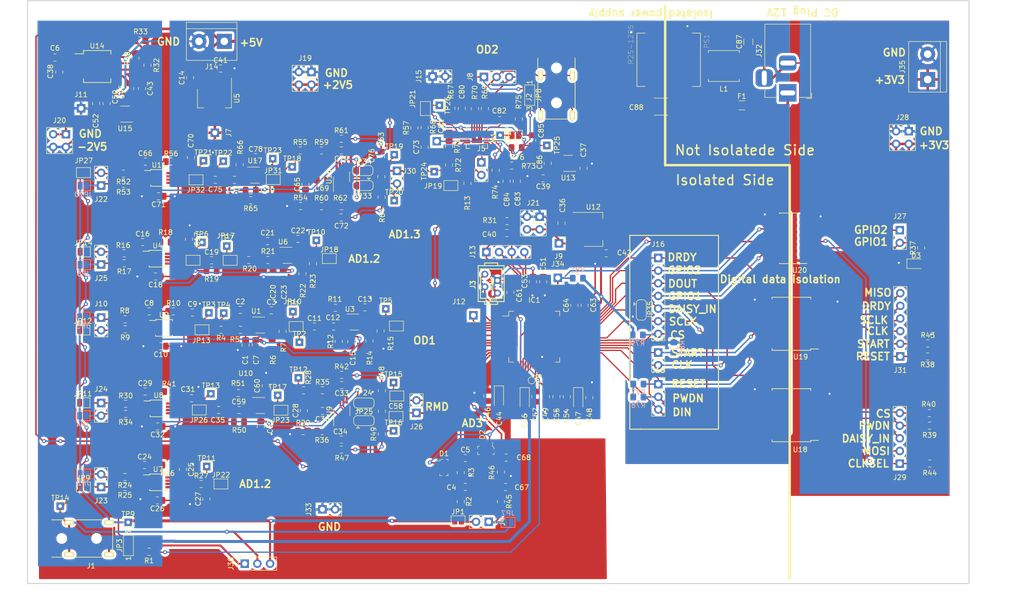
<source format=kicad_pcb>
(kicad_pcb (version 20171130) (host pcbnew "(5.0.2)-1")
  (layers (0 F.Cu signal) (31 B.Cu signal) (34 B.Paste user) (35 F.Paste user) (36 B.SilkS user) (37 F.SilkS user) (38 B.Mask user) (39 F.Mask user) (44 Edge.Cuts user))
  (net 0 "")
  (net 1 "Net-(C1-Pad2)")
  (net 2 "Net-(C2-Pad2)")
  (net 3 "Net-(C2-Pad1)")
  (net 4 IN1P)
  (net 5 IN1N)
  (net 6 +5V)
  (net 7 DGND)
  (net 8 "Net-(C8-Pad1)")
  (net 9 "Net-(C16-Pad1)")
  (net 10 "Net-(C16-Pad2)")
  (net 11 "Net-(C19-Pad2)")
  (net 12 "Net-(C19-Pad1)")
  (net 13 "Net-(C20-Pad2)")
  (net 14 "Net-(C21-Pad2)")
  (net 15 "Net-(C28-Pad2)")
  (net 16 "Net-(C28-Pad1)")
  (net 17 "Net-(C33-Pad1)")
  (net 18 RLDOUT1)
  (net 19 RLDINV)
  (net 20 "Net-(C43-Pad1)")
  (net 21 VCAP4_1)
  (net 22 "Net-(C50-Pad1)")
  (net 23 VCAP3_1)
  (net 24 VREFP1)
  (net 25 VCAP2_1)
  (net 26 VCAP1_1)
  (net 27 WTC_1)
  (net 28 "Net-(C65-Pad2)")
  (net 29 /sheet794AF31F/EMG_OUT)
  (net 30 REF_OUT_AD8232)
  (net 31 "Net-(C72-Pad1)")
  (net 32 "Net-(C73-Pad2)")
  (net 33 IN2)
  (net 34 IN4)
  (net 35 IN5)
  (net 36 IN7)
  (net 37 OFFSET_AD8232)
  (net 38 IN8)
  (net 39 DIN)
  (net 40 PWDN)
  (net 41 RESET)
  (net 42 CLK)
  (net 43 START)
  (net 44 CS)
  (net 45 SCLK)
  (net 46 DAISY_CON_1)
  (net 47 GPIO_1)
  (net 48 DOUT)
  (net 49 GPIO_2)
  (net 50 DRDY)
  (net 51 CLKSEL)
  (net 52 RLD_REF1)
  (net 53 RLDIN1)
  (net 54 AD-DC1)
  (net 55 FR1)
  (net 56 IN+2)
  (net 57 IN+3)
  (net 58 IN+4)
  (net 59 IN-5)
  (net 60 IN+5)
  (net 61 IN-4)
  (net 62 IN-3)
  (net 63 IN-2)
  (net 64 "Net-(J1-Pad3)")
  (net 65 "Net-(J1-Pad1)")
  (net 66 "Net-(JP3-Pad1)")
  (net 67 "Net-(J1-Pad2)")
  (net 68 "Net-(J2-Pad1)")
  (net 69 DRL3)
  (net 70 "Net-(JP16-Pad1)")
  (net 71 "Net-(JP17-Pad2)")
  (net 72 "Net-(M1-Pad2)")
  (net 73 "Net-(M1-Pad3)")
  (net 74 "Net-(M1-Pad9)")
  (net 75 /sheet794AF31F/SDN_MCU)
  (net 76 "Net-(R9-Pad1)")
  (net 77 "Net-(R22-Pad2)")
  (net 78 "Net-(R32-Pad2)")
  (net 79 IN+8)
  (net 80 IN-8)
  (net 81 IN1PI)
  (net 82 IN1NI)
  (net 83 "Net-(C58-Pad2)")
  (net 84 "Net-(C58-Pad1)")
  (net 85 "Net-(C75-Pad1)")
  (net 86 "Net-(C75-Pad2)")
  (net 87 "Net-(C77-Pad2)")
  (net 88 IN-9)
  (net 89 IN+9)
  (net 90 "Net-(JP25-Pad2)")
  (net 91 "Net-(R34-Pad1)")
  (net 92 +2V5)
  (net 93 "Net-(C4-Pad1)")
  (net 94 -2V5)
  (net 95 "Net-(C8-Pad2)")
  (net 96 "Net-(C11-Pad1)")
  (net 97 "Net-(C11-Pad2)")
  (net 98 "Net-(C12-Pad1)")
  (net 99 "Net-(C21-Pad1)")
  (net 100 "Net-(C24-Pad1)")
  (net 101 "Net-(C24-Pad2)")
  (net 102 "Net-(C27-Pad2)")
  (net 103 "Net-(C29-Pad1)")
  (net 104 "Net-(C29-Pad2)")
  (net 105 "Net-(C30-Pad1)")
  (net 106 "Net-(C33-Pad2)")
  (net 107 "Net-(C34-Pad1)")
  (net 108 "Net-(C34-Pad2)")
  (net 109 "Net-(C35-Pad1)")
  (net 110 "Net-(C35-Pad2)")
  (net 111 "Net-(C38-Pad2)")
  (net 112 "Net-(C38-Pad1)")
  (net 113 +3V5)
  (net 114 +3V3)
  (net 115 "Net-(C59-Pad2)")
  (net 116 "Net-(C65-Pad1)")
  (net 117 "Net-(C66-Pad1)")
  (net 118 "Net-(C66-Pad2)")
  (net 119 "Net-(C67-Pad1)")
  (net 120 "Net-(C69-Pad1)")
  (net 121 "Net-(C72-Pad2)")
  (net 122 "Net-(C74-Pad1)")
  (net 123 "Net-(C74-Pad2)")
  (net 124 IN6N)
  (net 125 IN6P)
  (net 126 "Net-(C80-Pad1)")
  (net 127 "Net-(C80-Pad2)")
  (net 128 "Net-(C81-Pad2)")
  (net 129 "Net-(C82-Pad2)")
  (net 130 "Net-(C82-Pad1)")
  (net 131 "Net-(C84-Pad1)")
  (net 132 "Net-(C85-Pad2)")
  (net 133 "Net-(C85-Pad1)")
  (net 134 "Net-(D3-Pad2)")
  (net 135 IN3N)
  (net 136 IN3P)
  (net 137 "Net-(IC1-Pad41)")
  (net 138 "/Original design 1/INA_OUT")
  (net 139 "Net-(JP13-Pad1)")
  (net 140 "Net-(JP15-Pad1)")
  (net 141 "Net-(JP21-Pad1)")
  (net 142 "Net-(JP23-Pad2)")
  (net 143 "/Alternative Desing 1.3/low_pass_out")
  (net 144 "Net-(JP24-Pad2)")
  (net 145 "Net-(JP26-Pad1)")
  (net 146 "Net-(JP29-Pad1)")
  (net 147 "/Schematic marelini/low_pass_out_m")
  (net 148 "Net-(JP31-Pad2)")
  (net 149 "Net-(JP32-Pad1)")
  (net 150 "Net-(JP33-Pad2)")
  (net 151 "Net-(JP34-Pad2)")
  (net 152 "Net-(R6-Pad2)")
  (net 153 "Net-(R8-Pad1)")
  (net 154 "Net-(R10-Pad1)")
  (net 155 "Net-(R14-Pad2)")
  (net 156 "Net-(R16-Pad1)")
  (net 157 "Net-(R17-Pad1)")
  (net 158 "Net-(R18-Pad1)")
  (net 159 "Net-(R24-Pad1)")
  (net 160 "Net-(R25-Pad1)")
  (net 161 "Net-(R26-Pad1)")
  (net 162 "Net-(R27-Pad1)")
  (net 163 "Net-(R30-Pad1)")
  (net 164 "Net-(R33-Pad2)")
  (net 165 "Net-(R41-Pad1)")
  (net 166 "Net-(R52-Pad1)")
  (net 167 "Net-(R53-Pad1)")
  (net 168 "Net-(R56-Pad1)")
  (net 169 "Net-(C86-Pad1)")
  (net 170 "Net-(C87-Pad1)")
  (net 171 "Net-(C88-Pad2)")
  (net 172 "Net-(F1-Pad2)")
  (net 173 RESET_ISO)
  (net 174 START_ISO)
  (net 175 PWDN_ISO)
  (net 176 CS_ISO)
  (net 177 MISO_ISO)
  (net 178 DRDY_ISO)
  (net 179 SCLK_ISO)
  (net 180 CLKSEL_ISO)
  (net 181 MOSI_ISO)
  (net 182 GPIO_2_ISO)
  (net 183 GPIO_1_ISO)
  (net 184 +3_3V)
  (net 185 AGND)
  (net 186 DAISY_CON_1_ISO)
  (net 187 CLK_ISO)
  (module Capacitor_SMD:C_0805_2012Metric_Pad1.15x1.40mm_HandSolder (layer F.Cu) (at 63.775 87.125 90)
    (fp_text reference C1 (at -2.975 -0.075 90) (layer F.SilkS))
    (fp_text value 4.7nF)
    (pad 2 smd roundrect (at 1.025 0 90) (size 1.15 1.4) (layers F.Cu F.Paste F.Mask) (roundrect_rratio 0.217391) (net 1 "Net-(C1-Pad2)"))
    (pad 1 smd roundrect (at -1.025 0 90) (size 1.15 1.4) (layers F.Cu F.Paste F.Mask) (roundrect_rratio 0.217391) (net 7 DGND))
  )
  (module Capacitor_SMD:C_0805_2012Metric_Pad1.15x1.40mm_HandSolder (layer F.Cu) (at 62.7 80.05)
    (fp_text reference C2 (at 0 -1.65) (layer F.SilkS))
    (fp_text value 4.7nF)
    (pad 2 smd roundrect (at 1.025 0) (size 1.15 1.4) (layers F.Cu F.Paste F.Mask) (roundrect_rratio 0.217391) (net 2 "Net-(C2-Pad2)"))
    (pad 1 smd roundrect (at -1.025 0) (size 1.15 1.4) (layers F.Cu F.Paste F.Mask) (roundrect_rratio 0.217391) (net 3 "Net-(C2-Pad1)"))
  )
  (module Capacitor_SMD:C_0805_2012Metric_Pad1.15x1.40mm_HandSolder (layer F.Cu) (at 68.95 80.15)
    (fp_text reference C3 (at 0 -1.65) (layer F.SilkS))
    (fp_text value 100n)
    (pad 2 smd roundrect (at 1.025 0) (size 1.15 1.4) (layers F.Cu F.Paste F.Mask) (roundrect_rratio 0.217391) (net 7 DGND))
    (pad 1 smd roundrect (at -1.025 0) (size 1.15 1.4) (layers F.Cu F.Paste F.Mask) (roundrect_rratio 0.217391) (net 92 +2V5))
  )
  (module Capacitor_SMD:C_0805_2012Metric (layer F.Cu) (at 107.893497 115.599963)
    (fp_text reference C4 (at -2.793497 0.100037) (layer F.SilkS))
    (fp_text value 47pF)
    (pad 2 smd roundrect (at 0.9375 0) (size 0.975 1.4) (layers F.Cu F.Paste F.Mask) (net 7 DGND))
    (pad 1 smd roundrect (at -0.9375 0) (size 0.975 1.4) (layers F.Cu F.Paste F.Mask) (net 93 "Net-(C4-Pad1)"))
  )
  (module Capacitor_SMD:C_0805_2012Metric (layer F.Cu) (at 107.893497 109.799963)
    (fp_text reference C5 (at 0 -1.65) (layer F.SilkS))
    (fp_text value 47pF)
    (pad 1 smd roundrect (at -0.9375 0) (size 0.975 1.4) (layers F.Cu F.Paste F.Mask) (net 4 IN1P))
    (pad 2 smd roundrect (at 0.9375 0) (size 0.975 1.4) (layers F.Cu F.Paste F.Mask) (net 7 DGND))
  )
  (module Capacitor_SMD:C_0805_2012Metric_Pad1.15x1.40mm_HandSolder (layer F.Cu) (at 25.5 29.4 180)
    (fp_text reference C6 (at 0 1.9 180) (layer F.SilkS))
    (fp_text value 4.7uF)
    (pad 1 smd roundrect (at -1.025 0 180) (size 1.15 1.4) (layers F.Cu F.Paste F.Mask) (roundrect_rratio 0.217391) (net 6 +5V))
    (pad 2 smd roundrect (at 1.025 0 180) (size 1.15 1.4) (layers F.Cu F.Paste F.Mask) (roundrect_rratio 0.217391) (net 7 DGND))
  )
  (module Capacitor_SMD:C_0805_2012Metric_Pad1.15x1.40mm_HandSolder (layer F.Cu) (at 65.825 87.125 90)
    (fp_text reference C7 (at -2.975 0.075 90) (layer F.SilkS))
    (fp_text value 100n)
    (pad 1 smd roundrect (at -1.025 0 90) (size 1.15 1.4) (layers F.Cu F.Paste F.Mask) (roundrect_rratio 0.217391) (net 7 DGND))
    (pad 2 smd roundrect (at 1.025 0 90) (size 1.15 1.4) (layers F.Cu F.Paste F.Mask) (roundrect_rratio 0.217391) (net 94 -2V5))
  )
  (module Capacitor_SMD:C_0805_2012Metric_Pad1.15x1.40mm_HandSolder (layer F.Cu) (at 44.4 80.35)
    (fp_text reference C8 (at 0 -1.65) (layer F.SilkS))
    (fp_text value 10uF)
    (pad 1 smd roundrect (at -1.025 0) (size 1.15 1.4) (layers F.Cu F.Paste F.Mask) (roundrect_rratio 0.217391) (net 8 "Net-(C8-Pad1)"))
    (pad 2 smd roundrect (at 1.025 0) (size 1.15 1.4) (layers F.Cu F.Paste F.Mask) (roundrect_rratio 0.217391) (net 95 "Net-(C8-Pad2)"))
  )
  (module Capacitor_SMD:C_0805_2012Metric_Pad1.15x1.40mm_HandSolder (layer F.Cu) (at 53.075 80.6 180)
    (fp_text reference C9 (at -0.025 1.7 180) (layer F.SilkS))
    (fp_text value 100n)
    (pad 2 smd roundrect (at 1.025 0 180) (size 1.15 1.4) (layers F.Cu F.Paste F.Mask) (roundrect_rratio 0.217391) (net 92 +2V5))
    (pad 1 smd roundrect (at -1.025 0 180) (size 1.15 1.4) (layers F.Cu F.Paste F.Mask) (roundrect_rratio 0.217391) (net 7 DGND))
  )
  (module Capacitor_SMD:C_0805_2012Metric_Pad1.15x1.40mm_HandSolder (layer F.Cu) (at 46.75 87.35 180)
    (fp_text reference C10 (at 0 -1.65 180) (layer F.SilkS))
    (fp_text value 100n)
    (pad 2 smd roundrect (at 1.025 0 180) (size 1.15 1.4) (layers F.Cu F.Paste F.Mask) (roundrect_rratio 0.217391) (net 94 -2V5))
    (pad 1 smd roundrect (at -1.025 0 180) (size 1.15 1.4) (layers F.Cu F.Paste F.Mask) (roundrect_rratio 0.217391) (net 7 DGND))
  )
  (module Capacitor_SMD:C_0805_2012Metric_Pad1.15x1.40mm_HandSolder (layer F.Cu) (at 77.6 83.4)
    (fp_text reference C11 (at 0 -1.65) (layer F.SilkS))
    (fp_text value 10nF)
    (pad 1 smd roundrect (at -1.025 0) (size 1.15 1.4) (layers F.Cu F.Paste F.Mask) (roundrect_rratio 0.217391) (net 96 "Net-(C11-Pad1)"))
    (pad 2 smd roundrect (at 1.025 0) (size 1.15 1.4) (layers F.Cu F.Paste F.Mask) (roundrect_rratio 0.217391) (net 97 "Net-(C11-Pad2)"))
  )
  (module Capacitor_SMD:C_0805_2012Metric_Pad1.15x1.40mm_HandSolder (layer F.Cu) (at 81.45 83.4 180)
    (fp_text reference C12 (at 0.15 1.8 180) (layer F.SilkS))
    (fp_text value 10nF)
    (pad 2 smd roundrect (at 1.025 0 180) (size 1.15 1.4) (layers F.Cu F.Paste F.Mask) (roundrect_rratio 0.217391) (net 97 "Net-(C11-Pad2)"))
    (pad 1 smd roundrect (at -1.025 0 180) (size 1.15 1.4) (layers F.Cu F.Paste F.Mask) (roundrect_rratio 0.217391) (net 98 "Net-(C12-Pad1)"))
  )
  (module Capacitor_SMD:C_0805_2012Metric_Pad1.15x1.40mm_HandSolder (layer F.Cu) (at 87.725 79.55)
    (fp_text reference C13 (at 0 -1.65) (layer F.SilkS))
    (fp_text value 100n)
    (pad 1 smd roundrect (at -1.025 0) (size 1.15 1.4) (layers F.Cu F.Paste F.Mask) (roundrect_rratio 0.217391) (net 92 +2V5))
    (pad 2 smd roundrect (at 1.025 0) (size 1.15 1.4) (layers F.Cu F.Paste F.Mask) (roundrect_rratio 0.217391) (net 7 DGND))
  )
  (module Capacitor_SMD:C_0805_2012Metric_Pad1.15x1.40mm_HandSolder (layer F.Cu) (at 52.625 33.475 90)
    (fp_text reference C14 (at 0 -1.65 90) (layer F.SilkS))
    (fp_text value 1uF)
    (pad 2 smd roundrect (at 1.025 0 90) (size 1.15 1.4) (layers F.Cu F.Paste F.Mask) (roundrect_rratio 0.217391) (net 7 DGND))
    (pad 1 smd roundrect (at -1.025 0 90) (size 1.15 1.4) (layers F.Cu F.Paste F.Mask) (roundrect_rratio 0.217391) (net 6 +5V))
  )
  (module Capacitor_SMD:C_0805_2012Metric_Pad1.15x1.40mm_HandSolder (layer F.Cu) (at 85 86.425 270)
    (fp_text reference C15 (at 3.375 -0.3 270) (layer F.SilkS))
    (fp_text value 100n)
    (pad 2 smd roundrect (at 1.025 0 270) (size 1.15 1.4) (layers F.Cu F.Paste F.Mask) (roundrect_rratio 0.217391) (net 7 DGND))
    (pad 1 smd roundrect (at -1.025 0 270) (size 1.15 1.4) (layers F.Cu F.Paste F.Mask) (roundrect_rratio 0.217391) (net 94 -2V5))
  )
  (module Capacitor_SMD:C_0805_2012Metric_Pad1.15x1.40mm_HandSolder (layer F.Cu) (at 43.1 66.45)
    (fp_text reference C16 (at 0 -1.65) (layer F.SilkS))
    (fp_text value 10uF)
    (pad 1 smd roundrect (at -1.025 0) (size 1.15 1.4) (layers F.Cu F.Paste F.Mask) (roundrect_rratio 0.217391) (net 9 "Net-(C16-Pad1)"))
    (pad 2 smd roundrect (at 1.025 0) (size 1.15 1.4) (layers F.Cu F.Paste F.Mask) (roundrect_rratio 0.217391) (net 10 "Net-(C16-Pad2)"))
  )
  (module Capacitor_SMD:C_0805_2012Metric_Pad1.15x1.40mm_HandSolder (layer F.Cu) (at 52.4 65.875 270)
    (fp_text reference C17 (at 0 -1.65 270) (layer F.SilkS))
    (fp_text value 100n)
    (pad 2 smd roundrect (at 1.025 0 270) (size 1.15 1.4) (layers F.Cu F.Paste F.Mask) (roundrect_rratio 0.217391) (net 92 +2V5))
    (pad 1 smd roundrect (at -1.025 0 270) (size 1.15 1.4) (layers F.Cu F.Paste F.Mask) (roundrect_rratio 0.217391) (net 7 DGND))
  )
  (module Capacitor_SMD:C_0805_2012Metric_Pad1.15x1.40mm_HandSolder (layer F.Cu) (at 45.7 73.35 180)
    (fp_text reference C18 (at 0 -1.65 180) (layer F.SilkS))
    (fp_text value 100n)
    (pad 1 smd roundrect (at -1.025 0 180) (size 1.15 1.4) (layers F.Cu F.Paste F.Mask) (roundrect_rratio 0.217391) (net 7 DGND))
    (pad 2 smd roundrect (at 1.025 0 180) (size 1.15 1.4) (layers F.Cu F.Paste F.Mask) (roundrect_rratio 0.217391) (net 94 -2V5))
  )
  (module Capacitor_SMD:C_0805_2012Metric_Pad1.15x1.40mm_HandSolder (layer F.Cu) (at 56.95 70.1)
    (fp_text reference C19 (at 0 -1.65) (layer F.SilkS))
    (fp_text value 100n)
    (pad 2 smd roundrect (at 1.025 0) (size 1.15 1.4) (layers F.Cu F.Paste F.Mask) (roundrect_rratio 0.217391) (net 11 "Net-(C19-Pad2)"))
    (pad 1 smd roundrect (at -1.025 0) (size 1.15 1.4) (layers F.Cu F.Paste F.Mask) (roundrect_rratio 0.217391) (net 12 "Net-(C19-Pad1)"))
  )
  (module Capacitor_SMD:C_0805_2012Metric_Pad1.15x1.40mm_HandSolder (layer F.Cu) (at 69.275 73.025 90)
    (fp_text reference C20 (at -3.375 0.025 90) (layer F.SilkS))
    (fp_text value 4.7nF)
    (pad 1 smd roundrect (at -1.025 0 90) (size 1.15 1.4) (layers F.Cu F.Paste F.Mask) (roundrect_rratio 0.217391) (net 7 DGND))
    (pad 2 smd roundrect (at 1.025 0 90) (size 1.15 1.4) (layers F.Cu F.Paste F.Mask) (roundrect_rratio 0.217391) (net 13 "Net-(C20-Pad2)"))
  )
  (module Capacitor_SMD:C_0805_2012Metric_Pad1.15x1.40mm_HandSolder (layer F.Cu) (at 68.2 66.25)
    (fp_text reference C21 (at 0 -1.65) (layer F.SilkS))
    (fp_text value 4.7nF)
    (pad 2 smd roundrect (at 1.025 0) (size 1.15 1.4) (layers F.Cu F.Paste F.Mask) (roundrect_rratio 0.217391) (net 14 "Net-(C21-Pad2)"))
    (pad 1 smd roundrect (at -1.025 0) (size 1.15 1.4) (layers F.Cu F.Paste F.Mask) (roundrect_rratio 0.217391) (net 99 "Net-(C21-Pad1)"))
  )
  (module Capacitor_SMD:C_0805_2012Metric_Pad1.15x1.40mm_HandSolder (layer F.Cu) (at 74.3 65.8)
    (fp_text reference C22 (at 0 -1.65) (layer F.SilkS))
    (fp_text value 100n)
    (pad 2 smd roundrect (at 1.025 0) (size 1.15 1.4) (layers F.Cu F.Paste F.Mask) (roundrect_rratio 0.217391) (net 7 DGND))
    (pad 1 smd roundrect (at -1.025 0) (size 1.15 1.4) (layers F.Cu F.Paste F.Mask) (roundrect_rratio 0.217391) (net 92 +2V5))
  )
  (module Capacitor_SMD:C_0805_2012Metric_Pad1.15x1.40mm_HandSolder (layer F.Cu) (at 71.325 73.025 270)
    (fp_text reference C23 (at 3.475 -0.175 270) (layer F.SilkS))
    (fp_text value 100n)
    (pad 1 smd roundrect (at -1.025 0 270) (size 1.15 1.4) (layers F.Cu F.Paste F.Mask) (roundrect_rratio 0.217391) (net 94 -2V5))
    (pad 2 smd roundrect (at 1.025 0 270) (size 1.15 1.4) (layers F.Cu F.Paste F.Mask) (roundrect_rratio 0.217391) (net 7 DGND))
  )
  (module Capacitor_SMD:C_0805_2012Metric_Pad1.15x1.40mm_HandSolder (layer F.Cu) (at 43.5 111.2)
    (fp_text reference C24 (at 0 -1.65) (layer F.SilkS))
    (fp_text value 10uF)
    (pad 1 smd roundrect (at -1.025 0) (size 1.15 1.4) (layers F.Cu F.Paste F.Mask) (roundrect_rratio 0.217391) (net 100 "Net-(C24-Pad1)"))
    (pad 2 smd roundrect (at 1.025 0) (size 1.15 1.4) (layers F.Cu F.Paste F.Mask) (roundrect_rratio 0.217391) (net 101 "Net-(C24-Pad2)"))
  )
  (module Capacitor_SMD:C_0805_2012Metric_Pad1.15x1.40mm_HandSolder (layer F.Cu) (at 51.2 112.1 270)
    (fp_text reference C25 (at 0 -1.65 270) (layer F.SilkS))
    (fp_text value 100n)
    (pad 1 smd roundrect (at -1.025 0 270) (size 1.15 1.4) (layers F.Cu F.Paste F.Mask) (roundrect_rratio 0.217391) (net 7 DGND))
    (pad 2 smd roundrect (at 1.025 0 270) (size 1.15 1.4) (layers F.Cu F.Paste F.Mask) (roundrect_rratio 0.217391) (net 92 +2V5))
  )
  (module Capacitor_SMD:C_0805_2012Metric_Pad1.15x1.40mm_HandSolder (layer F.Cu) (at 46.05 118.3 180)
    (fp_text reference C26 (at 0 -1.65 180) (layer F.SilkS))
    (fp_text value 100n)
    (pad 2 smd roundrect (at 1.025 0 180) (size 1.15 1.4) (layers F.Cu F.Paste F.Mask) (roundrect_rratio 0.217391) (net 94 -2V5))
    (pad 1 smd roundrect (at -1.025 0 180) (size 1.15 1.4) (layers F.Cu F.Paste F.Mask) (roundrect_rratio 0.217391) (net 7 DGND))
  )
  (module Capacitor_SMD:C_0805_2012Metric_Pad1.15x1.40mm_HandSolder (layer F.Cu) (at 55.9 118.025 90)
    (fp_text reference C27 (at 0 -1.65 90) (layer F.SilkS))
    (fp_text value 100n)
    (pad 2 smd roundrect (at 1.025 0 90) (size 1.15 1.4) (layers F.Cu F.Paste F.Mask) (roundrect_rratio 0.217391) (net 102 "Net-(C27-Pad2)"))
    (pad 1 smd roundrect (at -1.025 0 90) (size 1.15 1.4) (layers F.Cu F.Paste F.Mask) (roundrect_rratio 0.217391) (net 7 DGND))
  )
  (module Capacitor_SMD:C_0805_2012Metric_Pad1.15x1.40mm_HandSolder (layer F.Cu) (at 75.475 100.275 90)
    (fp_text reference C28 (at 0 -1.65 90) (layer F.SilkS))
    (fp_text value 100n)
    (pad 1 smd roundrect (at -1.025 0 90) (size 1.15 1.4) (layers F.Cu F.Paste F.Mask) (roundrect_rratio 0.217391) (net 16 "Net-(C28-Pad1)"))
    (pad 2 smd roundrect (at 1.025 0 90) (size 1.15 1.4) (layers F.Cu F.Paste F.Mask) (roundrect_rratio 0.217391) (net 15 "Net-(C28-Pad2)"))
  )
  (module Capacitor_SMD:C_0805_2012Metric_Pad1.15x1.40mm_HandSolder (layer F.Cu) (at 43.6 96.45)
    (fp_text reference C29 (at 0 -1.65) (layer F.SilkS))
    (fp_text value 10uF)
    (pad 1 smd roundrect (at -1.025 0) (size 1.15 1.4) (layers F.Cu F.Paste F.Mask) (roundrect_rratio 0.217391) (net 103 "Net-(C29-Pad1)"))
    (pad 2 smd roundrect (at 1.025 0) (size 1.15 1.4) (layers F.Cu F.Paste F.Mask) (roundrect_rratio 0.217391) (net 104 "Net-(C29-Pad2)"))
  )
  (module Capacitor_SMD:C_0805_2012Metric_Pad1.15x1.40mm_HandSolder (layer F.Cu) (at 79.2 100.35 180)
    (fp_text reference C30 (at 0 -1.65 180) (layer F.SilkS))
    (fp_text value 100n)
    (pad 2 smd roundrect (at 1.025 0 180) (size 1.15 1.4) (layers F.Cu F.Paste F.Mask) (roundrect_rratio 0.217391) (net 7 DGND))
    (pad 1 smd roundrect (at -1.025 0 180) (size 1.15 1.4) (layers F.Cu F.Paste F.Mask) (roundrect_rratio 0.217391) (net 105 "Net-(C30-Pad1)"))
  )
  (module Capacitor_SMD:C_0805_2012Metric_Pad1.15x1.40mm_HandSolder (layer F.Cu) (at 52.925 97.8 180)
    (fp_text reference C31 (at 0.725 1.8 180) (layer F.SilkS))
    (fp_text value 100n)
    (pad 2 smd roundrect (at 1.025 0 180) (size 1.15 1.4) (layers F.Cu F.Paste F.Mask) (roundrect_rratio 0.217391) (net 92 +2V5))
    (pad 1 smd roundrect (at -1.025 0 180) (size 1.15 1.4) (layers F.Cu F.Paste F.Mask) (roundrect_rratio 0.217391) (net 7 DGND))
  )
  (module Capacitor_SMD:C_0805_2012Metric_Pad1.15x1.40mm_HandSolder (layer F.Cu) (at 46.1 103.45 180)
    (fp_text reference C32 (at 0 -1.65 180) (layer F.SilkS))
    (fp_text value 100n)
    (pad 1 smd roundrect (at -1.025 0 180) (size 1.15 1.4) (layers F.Cu F.Paste F.Mask) (roundrect_rratio 0.217391) (net 7 DGND))
    (pad 2 smd roundrect (at 1.025 0 180) (size 1.15 1.4) (layers F.Cu F.Paste F.Mask) (roundrect_rratio 0.217391) (net 94 -2V5))
  )
  (module Capacitor_SMD:C_0805_2012Metric_Pad1.15x1.40mm_HandSolder (layer F.Cu) (at 83.075 95.15 180)
    (fp_text reference C33 (at 0 -1.65 180) (layer F.SilkS))
    (fp_text value 100n)
    (pad 2 smd roundrect (at 1.025 0 180) (size 1.15 1.4) (layers F.Cu F.Paste F.Mask) (roundrect_rratio 0.217391) (net 106 "Net-(C33-Pad2)"))
    (pad 1 smd roundrect (at -1.025 0 180) (size 1.15 1.4) (layers F.Cu F.Paste F.Mask) (roundrect_rratio 0.217391) (net 17 "Net-(C33-Pad1)"))
  )
  (module Capacitor_SMD:C_0805_2012Metric_Pad1.15x1.40mm_HandSolder (layer F.Cu) (at 83 106.1 180)
    (fp_text reference C34 (at 0.2 1.6 180) (layer F.SilkS))
    (fp_text value 100n)
    (pad 1 smd roundrect (at -1.025 0 180) (size 1.15 1.4) (layers F.Cu F.Paste F.Mask) (roundrect_rratio 0.217391) (net 107 "Net-(C34-Pad1)"))
    (pad 2 smd roundrect (at 1.025 0 180) (size 1.15 1.4) (layers F.Cu F.Paste F.Mask) (roundrect_rratio 0.217391) (net 108 "Net-(C34-Pad2)"))
  )
  (module Capacitor_SMD:C_0805_2012Metric_Pad1.15x1.40mm_HandSolder (layer F.Cu) (at 58.35 100.15)
    (fp_text reference C35 (at -0.15 2.05) (layer F.SilkS))
    (fp_text value 4.7nF)
    (pad 1 smd roundrect (at -1.025 0) (size 1.15 1.4) (layers F.Cu F.Paste F.Mask) (roundrect_rratio 0.217391) (net 109 "Net-(C35-Pad1)"))
    (pad 2 smd roundrect (at 1.025 0) (size 1.15 1.4) (layers F.Cu F.Paste F.Mask) (roundrect_rratio 0.217391) (net 110 "Net-(C35-Pad2)"))
  )
  (module Capacitor_SMD:C_0805_2012Metric_Pad1.15x1.40mm_HandSolder (layer F.Cu) (at 127.175 62.625 270)
    (fp_text reference C36 (at -3.525 -0.225 270) (layer F.SilkS))
    (fp_text value 1uF)
    (pad 2 smd roundrect (at 1.025 0 270) (size 1.15 1.4) (layers F.Cu F.Paste F.Mask) (roundrect_rratio 0.217391) (net 7 DGND))
    (pad 1 smd roundrect (at -1.025 0 270) (size 1.15 1.4) (layers F.Cu F.Paste F.Mask) (roundrect_rratio 0.217391) (net 6 +5V))
  )
  (module Capacitor_SMD:C_0805_2012Metric_Pad1.15x1.40mm_HandSolder (layer F.Cu) (at 131.625 51.625 90)
    (fp_text reference C37 (at 3.625 -0.025 90) (layer F.SilkS))
    (fp_text value 1uF)
    (pad 2 smd roundrect (at 1.025 0 90) (size 1.15 1.4) (layers F.Cu F.Paste F.Mask) (roundrect_rratio 0.217391) (net 7 DGND))
    (pad 1 smd roundrect (at -1.025 0 90) (size 1.15 1.4) (layers F.Cu F.Paste F.Mask) (roundrect_rratio 0.217391) (net 6 +5V))
  )
  (module Capacitor_SMD:C_0805_2012Metric_Pad1.15x1.40mm_HandSolder (layer F.Cu) (at 26.375 32.325 270)
    (fp_text reference C38 (at -0.125 1.775 270) (layer F.SilkS))
    (fp_text value 1uF)
    (pad 2 smd roundrect (at 1.025 0 270) (size 1.15 1.4) (layers F.Cu F.Paste F.Mask) (roundrect_rratio 0.217391) (net 111 "Net-(C38-Pad2)"))
    (pad 1 smd roundrect (at -1.025 0 270) (size 1.15 1.4) (layers F.Cu F.Paste F.Mask) (roundrect_rratio 0.217391) (net 112 "Net-(C38-Pad1)"))
  )
  (module Capacitor_SMD:C_0805_2012Metric_Pad1.15x1.40mm_HandSolder (layer F.Cu) (at 123.5 53.65 180)
    (fp_text reference C39 (at 0 -1.65 180) (layer F.SilkS))
    (fp_text value 2.2uF)
    (pad 1 smd roundrect (at -1.025 0 180) (size 1.15 1.4) (layers F.Cu F.Paste F.Mask) (roundrect_rratio 0.217391) (net 113 +3V5))
    (pad 2 smd roundrect (at 1.025 0 180) (size 1.15 1.4) (layers F.Cu F.Paste F.Mask) (roundrect_rratio 0.217391) (net 7 DGND))
  )
  (module Capacitor_SMD:C_0805_2012Metric_Pad1.15x1.40mm_HandSolder (layer F.Cu) (at 116.2 64.625)
    (fp_text reference C40 (at -3.5 0.275) (layer F.SilkS))
    (fp_text value 1M)
    (pad 2 smd roundrect (at 1.025 0) (size 1.15 1.4) (layers F.Cu F.Paste F.Mask) (roundrect_rratio 0.217391) (net 19 RLDINV))
    (pad 1 smd roundrect (at -1.025 0) (size 1.15 1.4) (layers F.Cu F.Paste F.Mask) (roundrect_rratio 0.217391) (net 18 RLDOUT1))
  )
  (module Capacitor_SMD:C_0805_2012Metric_Pad1.15x1.40mm_HandSolder (layer F.Cu) (at 58.75 31.6)
    (fp_text reference C41 (at 0 -1.65) (layer F.SilkS))
    (fp_text value 1uF)
    (pad 1 smd roundrect (at -1.025 0) (size 1.15 1.4) (layers F.Cu F.Paste F.Mask) (roundrect_rratio 0.217391) (net 92 +2V5))
    (pad 2 smd roundrect (at 1.025 0) (size 1.15 1.4) (layers F.Cu F.Paste F.Mask) (roundrect_rratio 0.217391) (net 7 DGND))
  )
  (module Capacitor_SMD:C_0805_2012Metric_Pad1.15x1.40mm_HandSolder (layer F.Cu) (at 136.15 68.7)
    (fp_text reference C42 (at 3.65 -0.1) (layer F.SilkS))
    (fp_text value 1uF)
    (pad 1 smd roundrect (at -1.025 0) (size 1.15 1.4) (layers F.Cu F.Paste F.Mask) (roundrect_rratio 0.217391) (net 184 +3_3V))
    (pad 2 smd roundrect (at 1.025 0) (size 1.15 1.4) (layers F.Cu F.Paste F.Mask) (roundrect_rratio 0.217391) (net 7 DGND))
  )
  (module Capacitor_SMD:C_0805_2012Metric_Pad1.15x1.40mm_HandSolder (layer F.Cu) (at 42.975 35.625 270)
    (fp_text reference C43 (at 0 -1.65 270) (layer F.SilkS))
    (fp_text value 4.7uF)
    (pad 2 smd roundrect (at 1.025 0 270) (size 1.15 1.4) (layers F.Cu F.Paste F.Mask) (roundrect_rratio 0.217391) (net 7 DGND))
    (pad 1 smd roundrect (at -1.025 0 270) (size 1.15 1.4) (layers F.Cu F.Paste F.Mask) (roundrect_rratio 0.217391) (net 20 "Net-(C43-Pad1)"))
  )
  (module Capacitor_Tantalum_SMD:CP_EIA-3216-12_Kemet-S (layer F.Cu) (at 114.625 97.625 270)
    (fp_text reference C44 (at 4.275 -0.075 270) (layer F.SilkS))
    (fp_text value 10uF)
    (pad 1 smd roundrect (at -1.35 0 270) (size 1.4 1.35) (layers F.Cu F.Paste F.Mask) (roundrect_rratio 0.185185) (net 92 +2V5))
    (pad 2 smd roundrect (at 1.35 0 270) (size 1.4 1.35) (layers F.Cu F.Paste F.Mask) (roundrect_rratio 0.185185) (net 7 DGND))
  )
  (module Capacitor_SMD:C_0805_2012Metric_Pad1.15x1.40mm_HandSolder (layer F.Cu) (at 40.575 35.625 270)
    (fp_text reference C45 (at 0.675 1.675 270) (layer F.SilkS))
    (fp_text value 2.2uF)
    (pad 1 smd roundrect (at -1.025 0 270) (size 1.15 1.4) (layers F.Cu F.Paste F.Mask) (roundrect_rratio 0.217391) (net 20 "Net-(C43-Pad1)"))
    (pad 2 smd roundrect (at 1.025 0 270) (size 1.15 1.4) (layers F.Cu F.Paste F.Mask) (roundrect_rratio 0.217391) (net 7 DGND))
  )
  (module Capacitor_SMD:C_0805_2012Metric_Pad1.15x1.40mm_HandSolder (layer F.Cu) (at 112.325 97.325 270)
    (fp_text reference C46 (at 3.675 -0.075 270) (layer F.SilkS))
    (fp_text value 0.1u)
    (pad 1 smd roundrect (at -1.025 0 270) (size 1.15 1.4) (layers F.Cu F.Paste F.Mask) (roundrect_rratio 0.217391) (net 92 +2V5))
    (pad 2 smd roundrect (at 1.025 0 270) (size 1.15 1.4) (layers F.Cu F.Paste F.Mask) (roundrect_rratio 0.217391) (net 7 DGND))
  )
  (module Capacitor_Tantalum_SMD:CP_EIA-3216-10_Kemet-I (layer F.Cu) (at 130.55 97.975 270)
    (fp_text reference C47 (at 3.925 -0.05 270) (layer F.SilkS))
    (fp_text value 10uF)
    (pad 2 smd roundrect (at 1.35 0 270) (size 1.4 1.35) (layers F.Cu F.Paste F.Mask) (roundrect_rratio 0.185185) (net 7 DGND))
    (pad 1 smd roundrect (at -1.35 0 270) (size 1.4 1.35) (layers F.Cu F.Paste F.Mask) (roundrect_rratio 0.185185) (net 94 -2V5))
  )
  (module Capacitor_SMD:C_0805_2012Metric_Pad1.15x1.40mm_HandSolder (layer F.Cu) (at 132.775 97.7 270)
    (fp_text reference C48 (at 3.5 -0.025 270) (layer F.SilkS))
    (fp_text value 0.1u)
    (pad 2 smd roundrect (at 1.025 0 270) (size 1.15 1.4) (layers F.Cu F.Paste F.Mask) (roundrect_rratio 0.217391) (net 7 DGND))
    (pad 1 smd roundrect (at -1.025 0 270) (size 1.15 1.4) (layers F.Cu F.Paste F.Mask) (roundrect_rratio 0.217391) (net 94 -2V5))
  )
  (module Capacitor_SMD:C_0805_2012Metric_Pad1.15x1.40mm_HandSolder (layer F.Cu) (at 124.05 97.475 270)
    (fp_text reference C49 (at 3.625 0.05 270) (layer F.SilkS))
    (fp_text value 1uF)
    (pad 1 smd roundrect (at -1.025 0 270) (size 1.15 1.4) (layers F.Cu F.Paste F.Mask) (roundrect_rratio 0.217391) (net 21 VCAP4_1))
    (pad 2 smd roundrect (at 1.025 0 270) (size 1.15 1.4) (layers F.Cu F.Paste F.Mask) (roundrect_rratio 0.217391) (net 94 -2V5))
  )
  (module Capacitor_SMD:C_0805_2012Metric_Pad1.15x1.40mm_HandSolder (layer F.Cu) (at 35.875 38.625 90)
    (fp_text reference C50 (at 1.325 1.725 90) (layer F.SilkS))
    (fp_text value 10nF)
    (pad 1 smd roundrect (at -1.025 0 90) (size 1.15 1.4) (layers F.Cu F.Paste F.Mask) (roundrect_rratio 0.217391) (net 22 "Net-(C50-Pad1)"))
    (pad 2 smd roundrect (at 1.025 0 90) (size 1.15 1.4) (layers F.Cu F.Paste F.Mask) (roundrect_rratio 0.217391) (net 7 DGND))
  )
  (module Capacitor_SMD:C_0805_2012Metric_Pad1.15x1.40mm_HandSolder (layer F.Cu) (at 123.525 74.425 90)
    (fp_text reference C51 (at 3.525 -0.025 90) (layer F.SilkS))
    (fp_text value 1uF)
    (pad 2 smd roundrect (at 1.025 0 90) (size 1.15 1.4) (layers F.Cu F.Paste F.Mask) (roundrect_rratio 0.217391) (net 94 -2V5))
    (pad 1 smd roundrect (at -1.025 0 90) (size 1.15 1.4) (layers F.Cu F.Paste F.Mask) (roundrect_rratio 0.217391) (net 23 VCAP3_1))
  )
  (module Capacitor_SMD:C_0805_2012Metric_Pad1.15x1.40mm_HandSolder (layer F.Cu) (at 33.775 38.625 90)
    (fp_text reference C52 (at -3.475 -0.075 90) (layer F.SilkS))
    (fp_text value 2.2uF)
    (pad 2 smd roundrect (at 1.025 0 90) (size 1.15 1.4) (layers F.Cu F.Paste F.Mask) (roundrect_rratio 0.217391) (net 7 DGND))
    (pad 1 smd roundrect (at -1.025 0 90) (size 1.15 1.4) (layers F.Cu F.Paste F.Mask) (roundrect_rratio 0.217391) (net 94 -2V5))
  )
  (module Capacitor_SMD:C_0805_2012Metric_Pad1.15x1.40mm_HandSolder (layer F.Cu) (at 121.45 74.425 90)
    (fp_text reference C53 (at 0.125 -1.65 90) (layer F.SilkS))
    (fp_text value .1uF)
    (pad 2 smd roundrect (at 1.025 0 90) (size 1.15 1.4) (layers F.Cu F.Paste F.Mask) (roundrect_rratio 0.217391) (net 94 -2V5))
    (pad 1 smd roundrect (at -1.025 0 90) (size 1.15 1.4) (layers F.Cu F.Paste F.Mask) (roundrect_rratio 0.217391) (net 23 VCAP3_1))
  )
  (module Capacitor_SMD:C_0805_2012Metric_Pad1.15x1.40mm_HandSolder (layer F.Cu) (at 128.25 97.475 270)
    (fp_text reference C54 (at 3.825 0.05 270) (layer F.SilkS))
    (fp_text value 1uF)
    (pad 1 smd roundrect (at -1.025 0 270) (size 1.15 1.4) (layers F.Cu F.Paste F.Mask) (roundrect_rratio 0.217391) (net 25 VCAP2_1))
    (pad 2 smd roundrect (at 1.025 0 270) (size 1.15 1.4) (layers F.Cu F.Paste F.Mask) (roundrect_rratio 0.217391) (net 94 -2V5))
  )
  (module Capacitor_SMD:C_0805_2012Metric_Pad1.15x1.40mm_HandSolder (layer F.Cu) (at 126.175 97.475 270)
    (fp_text reference C55 (at 3.725 -0.025 270) (layer F.SilkS))
    (fp_text value 22uF)
    (pad 2 smd roundrect (at 1.025 0 270) (size 1.15 1.4) (layers F.Cu F.Paste F.Mask) (roundrect_rratio 0.217391) (net 94 -2V5))
    (pad 1 smd roundrect (at -1.025 0 270) (size 1.15 1.4) (layers F.Cu F.Paste F.Mask) (roundrect_rratio 0.217391) (net 26 VCAP1_1))
  )
  (module Capacitor_Tantalum_SMD:CP_EIA-3216-10_Kemet-I (layer F.Cu) (at 119.8 97.975 270)
    (fp_text reference C56 (at 4.325 0 270) (layer F.SilkS))
    (fp_text value 10uF)
    (pad 1 smd roundrect (at -1.35 0 270) (size 1.4 1.35) (layers F.Cu F.Paste F.Mask) (roundrect_rratio 0.185185) (net 24 VREFP1))
    (pad 2 smd roundrect (at 1.35 0 270) (size 1.4 1.35) (layers F.Cu F.Paste F.Mask) (roundrect_rratio 0.185185) (net 94 -2V5))
  )
  (module Capacitor_SMD:C_0805_2012Metric_Pad1.15x1.40mm_HandSolder (layer F.Cu) (at 121.95 97.475 270)
    (fp_text reference C57 (at 3.625 -0.05 270) (layer F.SilkS))
    (fp_text value 0.1u)
    (pad 1 smd roundrect (at -1.025 0 270) (size 1.15 1.4) (layers F.Cu F.Paste F.Mask) (roundrect_rratio 0.217391) (net 24 VREFP1))
    (pad 2 smd roundrect (at 1.025 0 270) (size 1.15 1.4) (layers F.Cu F.Paste F.Mask) (roundrect_rratio 0.217391) (net 94 -2V5))
  )
  (module Capacitor_SMD:C_0805_2012Metric_Pad1.15x1.40mm_HandSolder (layer F.Cu) (at 91.125 100.425 270)
    (fp_text reference C58 (at -1.025 -2.775) (layer F.SilkS))
    (fp_text value 100n)
    (pad 2 smd roundrect (at 1.025 0 270) (size 1.15 1.4) (layers F.Cu F.Paste F.Mask) (roundrect_rratio 0.217391) (net 83 "Net-(C58-Pad2)"))
    (pad 1 smd roundrect (at -1.025 0 270) (size 1.15 1.4) (layers F.Cu F.Paste F.Mask) (roundrect_rratio 0.217391) (net 84 "Net-(C58-Pad1)"))
  )
  (module Capacitor_SMD:C_0805_2012Metric_Pad1.15x1.40mm_HandSolder (layer F.Cu) (at 62.45 100.15)
    (fp_text reference C59 (at -0.05 -1.65) (layer F.SilkS))
    (fp_text value 4.7nF)
    (pad 1 smd roundrect (at -1.025 0) (size 1.15 1.4) (layers F.Cu F.Paste F.Mask) (roundrect_rratio 0.217391) (net 110 "Net-(C35-Pad2)"))
    (pad 2 smd roundrect (at 1.025 0) (size 1.15 1.4) (layers F.Cu F.Paste F.Mask) (roundrect_rratio 0.217391) (net 115 "Net-(C59-Pad2)"))
  )
  (module Capacitor_SMD:C_0805_2012Metric_Pad1.15x1.40mm_HandSolder (layer F.Cu) (at 67.825 95.325 90)
    (fp_text reference C60 (at 0.025 -1.725 90) (layer F.SilkS))
    (fp_text value 100n)
    (pad 2 smd roundrect (at 1.025 0 90) (size 1.15 1.4) (layers F.Cu F.Paste F.Mask) (roundrect_rratio 0.217391) (net 7 DGND))
    (pad 1 smd roundrect (at -1.025 0 90) (size 1.15 1.4) (layers F.Cu F.Paste F.Mask) (roundrect_rratio 0.217391) (net 92 +2V5))
  )
  (module Capacitor_SMD:C_0805_2012Metric_Pad1.15x1.40mm_HandSolder (layer F.Cu) (at 116.925 76.55 90)
    (fp_text reference C61 (at -0.55 1.775 90) (layer F.SilkS))
    (fp_text value 1nF)
    (pad 2 smd roundrect (at 1.025 0 90) (size 1.15 1.4) (layers F.Cu F.Paste F.Mask) (roundrect_rratio 0.217391) (net 94 -2V5))
    (pad 1 smd roundrect (at -1.025 0 90) (size 1.15 1.4) (layers F.Cu F.Paste F.Mask) (roundrect_rratio 0.217391) (net 27 WTC_1))
  )
  (module Capacitor_SMD:C_0805_2012Metric_Pad1.15x1.40mm_HandSolder (layer F.Cu) (at 66.825 103.475 270)
    (fp_text reference C62 (at 0 -1.875 270) (layer F.SilkS))
    (fp_text value 100n)
    (pad 2 smd roundrect (at 1.025 0 270) (size 1.15 1.4) (layers F.Cu F.Paste F.Mask) (roundrect_rratio 0.217391) (net 7 DGND))
    (pad 1 smd roundrect (at -1.025 0 270) (size 1.15 1.4) (layers F.Cu F.Paste F.Mask) (roundrect_rratio 0.217391) (net 94 -2V5))
  )
  (module Capacitor_SMD:C_0805_2012Metric_Pad1.15x1.40mm_HandSolder (layer F.Cu) (at 131.825 79.125 90)
    (fp_text reference C63 (at 0.025 1.775 90) (layer F.SilkS))
    (fp_text value 0.1uF)
    (pad 1 smd roundrect (at -1.025 0 90) (size 1.15 1.4) (layers F.Cu F.Paste F.Mask) (roundrect_rratio 0.217391) (net 184 +3_3V))
    (pad 2 smd roundrect (at 1.025 0 90) (size 1.15 1.4) (layers F.Cu F.Paste F.Mask) (roundrect_rratio 0.217391) (net 7 DGND))
  )
  (module Capacitor_SMD:C_0805_2012Metric_Pad1.15x1.40mm_HandSolder (layer F.Cu) (at 129.775 79.15 90)
    (fp_text reference C64 (at 0 -1.65 90) (layer F.SilkS))
    (fp_text value 1uF)
    (pad 2 smd roundrect (at 1.025 0 90) (size 1.15 1.4) (layers F.Cu F.Paste F.Mask) (roundrect_rratio 0.217391) (net 7 DGND))
    (pad 1 smd roundrect (at -1.025 0 90) (size 1.15 1.4) (layers F.Cu F.Paste F.Mask) (roundrect_rratio 0.217391) (net 184 +3_3V))
  )
  (module Capacitor_SMD:C_0805_2012Metric_Pad1.15x1.40mm_HandSolder (layer F.Cu) (at 75.8 54.875 90)
    (fp_text reference C65 (at 0 -1.65 90) (layer F.SilkS))
    (fp_text value 100n)
    (pad 1 smd roundrect (at -1.025 0 90) (size 1.15 1.4) (layers F.Cu F.Paste F.Mask) (roundrect_rratio 0.217391) (net 116 "Net-(C65-Pad1)"))
    (pad 2 smd roundrect (at 1.025 0 90) (size 1.15 1.4) (layers F.Cu F.Paste F.Mask) (roundrect_rratio 0.217391) (net 28 "Net-(C65-Pad2)"))
  )
  (module Capacitor_SMD:C_0805_2012Metric_Pad1.15x1.40mm_HandSolder (layer F.Cu) (at 43.65 50.3)
    (fp_text reference C66 (at 0 -1.65) (layer F.SilkS))
    (fp_text value 1uF)
    (pad 1 smd roundrect (at -1.025 0) (size 1.15 1.4) (layers F.Cu F.Paste F.Mask) (roundrect_rratio 0.217391) (net 117 "Net-(C66-Pad1)"))
    (pad 2 smd roundrect (at 1.025 0) (size 1.15 1.4) (layers F.Cu F.Paste F.Mask) (roundrect_rratio 0.217391) (net 118 "Net-(C66-Pad2)"))
  )
  (module Capacitor_SMD:C_0805_2012Metric (layer F.Cu) (at 115.9544 115.611678)
    (fp_text reference C67 (at 3.2456 0.088322) (layer F.SilkS))
    (fp_text value 47pF)
    (pad 2 smd roundrect (at 0.9375 0) (size 0.975 1.4) (layers F.Cu F.Paste F.Mask) (net 7 DGND))
    (pad 1 smd roundrect (at -0.9375 0) (size 0.975 1.4) (layers F.Cu F.Paste F.Mask) (net 119 "Net-(C67-Pad1)"))
  )
  (module Capacitor_SMD:C_0805_2012Metric (layer F.Cu) (at 116.0794 109.711678)
    (fp_text reference C68 (at 3.5206 -0.011678) (layer F.SilkS))
    (fp_text value 47pF)
    (pad 1 smd roundrect (at -0.9375 0) (size 0.975 1.4) (layers F.Cu F.Paste F.Mask) (net 5 IN1N))
    (pad 2 smd roundrect (at 0.9375 0) (size 0.975 1.4) (layers F.Cu F.Paste F.Mask) (net 7 DGND))
  )
  (module Capacitor_SMD:C_0805_2012Metric_Pad1.15x1.40mm_HandSolder (layer F.Cu) (at 79.1 54 180)
    (fp_text reference C69 (at 0 -1.65 180) (layer F.SilkS))
    (fp_text value 100n)
    (pad 1 smd roundrect (at -1.025 0 180) (size 1.15 1.4) (layers F.Cu F.Paste F.Mask) (roundrect_rratio 0.217391) (net 120 "Net-(C69-Pad1)"))
    (pad 2 smd roundrect (at 1.025 0 180) (size 1.15 1.4) (layers F.Cu F.Paste F.Mask) (roundrect_rratio 0.217391) (net 7 DGND))
  )
  (module Capacitor_SMD:C_0805_2012Metric_Pad1.15x1.40mm_HandSolder (layer F.Cu) (at 52.8 49.475 270)
    (fp_text reference C70 (at -3.375 0 270) (layer F.SilkS))
    (fp_text value 100n)
    (pad 1 smd roundrect (at -1.025 0 270) (size 1.15 1.4) (layers F.Cu F.Paste F.Mask) (roundrect_rratio 0.217391) (net 7 DGND))
    (pad 2 smd roundrect (at 1.025 0 270) (size 1.15 1.4) (layers F.Cu F.Paste F.Mask) (roundrect_rratio 0.217391) (net 92 +2V5))
  )
  (module Capacitor_SMD:C_0805_2012Metric_Pad1.15x1.40mm_HandSolder (layer F.Cu) (at 46.3 57.25 180)
    (fp_text reference C71 (at 0 -1.65 180) (layer F.SilkS))
    (fp_text value 100n)
    (pad 2 smd roundrect (at 1.025 0 180) (size 1.15 1.4) (layers F.Cu F.Paste F.Mask) (roundrect_rratio 0.217391) (net 94 -2V5))
    (pad 1 smd roundrect (at -1.025 0 180) (size 1.15 1.4) (layers F.Cu F.Paste F.Mask) (roundrect_rratio 0.217391) (net 7 DGND))
  )
  (module Capacitor_SMD:C_0805_2012Metric_Pad1.15x1.40mm_HandSolder (layer F.Cu) (at 83 59.25 180)
    (fp_text reference C72 (at 0 -3.95 180) (layer F.SilkS))
    (fp_text value 100n)
    (pad 2 smd roundrect (at 1.025 0 180) (size 1.15 1.4) (layers F.Cu F.Paste F.Mask) (roundrect_rratio 0.217391) (net 121 "Net-(C72-Pad2)"))
    (pad 1 smd roundrect (at -1.025 0 180) (size 1.15 1.4) (layers F.Cu F.Paste F.Mask) (roundrect_rratio 0.217391) (net 31 "Net-(C72-Pad1)"))
  )
  (module Capacitor_SMD:C_0805_2012Metric_Pad1.15x1.40mm_HandSolder (layer F.Cu) (at 99.713148 47.392012 90)
    (fp_text reference C73 (at 0 -1.65 90) (layer F.SilkS))
    (fp_text value 1nF)
    (pad 1 smd roundrect (at -1.025 0 90) (size 1.15 1.4) (layers F.Cu F.Paste F.Mask) (roundrect_rratio 0.217391) (net 29 /sheet794AF31F/EMG_OUT))
    (pad 2 smd roundrect (at 1.025 0 90) (size 1.15 1.4) (layers F.Cu F.Paste F.Mask) (roundrect_rratio 0.217391) (net 32 "Net-(C73-Pad2)"))
  )
  (module Capacitor_SMD:C_0805_2012Metric_Pad1.15x1.40mm_HandSolder (layer F.Cu) (at 83 48.05 180)
    (fp_text reference C74 (at 0 -1.65 180) (layer F.SilkS))
    (fp_text value 100n)
    (pad 1 smd roundrect (at -1.025 0 180) (size 1.15 1.4) (layers F.Cu F.Paste F.Mask) (roundrect_rratio 0.217391) (net 122 "Net-(C74-Pad1)"))
    (pad 2 smd roundrect (at 1.025 0 180) (size 1.15 1.4) (layers F.Cu F.Paste F.Mask) (roundrect_rratio 0.217391) (net 123 "Net-(C74-Pad2)"))
  )
  (module Capacitor_SMD:C_0805_2012Metric_Pad1.15x1.40mm_HandSolder (layer F.Cu) (at 57.7 53.95)
    (fp_text reference C75 (at 0 1.95) (layer F.SilkS))
    (fp_text value 4.7nF)
    (pad 1 smd roundrect (at -1.025 0) (size 1.15 1.4) (layers F.Cu F.Paste F.Mask) (roundrect_rratio 0.217391) (net 85 "Net-(C75-Pad1)"))
    (pad 2 smd roundrect (at 1.025 0) (size 1.15 1.4) (layers F.Cu F.Paste F.Mask) (roundrect_rratio 0.217391) (net 86 "Net-(C75-Pad2)"))
  )
  (module Capacitor_SMD:C_0805_2012Metric_Pad1.15x1.40mm_HandSolder (layer F.Cu) (at 91.025 53.325 270)
    (fp_text reference C76 (at -4.225 1.925 270) (layer F.SilkS))
    (fp_text value 100n)
    (pad 2 smd roundrect (at 1.025 0 270) (size 1.15 1.4) (layers F.Cu F.Paste F.Mask) (roundrect_rratio 0.217391) (net 124 IN6N))
    (pad 1 smd roundrect (at -1.025 0 270) (size 1.15 1.4) (layers F.Cu F.Paste F.Mask) (roundrect_rratio 0.217391) (net 125 IN6P))
  )
  (module Capacitor_SMD:C_0805_2012Metric_Pad1.15x1.40mm_HandSolder (layer F.Cu) (at 61.55 53.95)
    (fp_text reference C77 (at -0.15 1.95) (layer F.SilkS))
    (fp_text value 4.7nF)
    (pad 2 smd roundrect (at 1.025 0) (size 1.15 1.4) (layers F.Cu F.Paste F.Mask) (roundrect_rratio 0.217391) (net 87 "Net-(C77-Pad2)"))
    (pad 1 smd roundrect (at -1.025 0) (size 1.15 1.4) (layers F.Cu F.Paste F.Mask) (roundrect_rratio 0.217391) (net 86 "Net-(C75-Pad2)"))
  )
  (module Capacitor_SMD:C_0805_2012Metric_Pad1.15x1.40mm_HandSolder (layer F.Cu) (at 65.75 49.4 180)
    (fp_text reference C78 (at -0.05 1.6 180) (layer F.SilkS))
    (fp_text value 100n)
    (pad 1 smd roundrect (at -1.025 0 180) (size 1.15 1.4) (layers F.Cu F.Paste F.Mask) (roundrect_rratio 0.217391) (net 92 +2V5))
    (pad 2 smd roundrect (at 1.025 0 180) (size 1.15 1.4) (layers F.Cu F.Paste F.Mask) (roundrect_rratio 0.217391) (net 7 DGND))
  )
  (module Capacitor_SMD:C_0805_2012Metric_Pad1.15x1.40mm_HandSolder (layer F.Cu) (at 64.8 56.05 180)
    (fp_text reference C79 (at -3.4 -0.05 180) (layer F.SilkS))
    (fp_text value 100n)
    (pad 1 smd roundrect (at -1.025 0 180) (size 1.15 1.4) (layers F.Cu F.Paste F.Mask) (roundrect_rratio 0.217391) (net 94 -2V5))
    (pad 2 smd roundrect (at 1.025 0 180) (size 1.15 1.4) (layers F.Cu F.Paste F.Mask) (roundrect_rratio 0.217391) (net 7 DGND))
  )
  (module Capacitor_SMD:C_0805_2012Metric_Pad1.15x1.40mm_HandSolder (layer F.Cu) (at 107.175 39.6 90)
    (fp_text reference C80 (at 3.3 0.025 90) (layer F.SilkS))
    (fp_text value 1nF)
    (pad 1 smd roundrect (at -1.025 0 90) (size 1.15 1.4) (layers F.Cu F.Paste F.Mask) (roundrect_rratio 0.217391) (net 126 "Net-(C80-Pad1)"))
    (pad 2 smd roundrect (at 1.025 0 90) (size 1.15 1.4) (layers F.Cu F.Paste F.Mask) (roundrect_rratio 0.217391) (net 127 "Net-(C80-Pad2)"))
  )
  (module Capacitor_SMD:C_0805_2012Metric_Pad1.15x1.40mm_HandSolder (layer F.Cu) (at 104.625 43.425 90)
    (fp_text reference C81 (at 0.225 -1.625 90) (layer F.SilkS))
    (fp_text value 1nF)
    (pad 1 smd roundrect (at -1.025 0 90) (size 1.15 1.4) (layers F.Cu F.Paste F.Mask) (roundrect_rratio 0.217391) (net 30 REF_OUT_AD8232))
    (pad 2 smd roundrect (at 1.025 0 90) (size 1.15 1.4) (layers F.Cu F.Paste F.Mask) (roundrect_rratio 0.217391) (net 128 "Net-(C81-Pad2)"))
  )
  (module Capacitor_SMD:C_0805_2012Metric_Pad1.15x1.40mm_HandSolder (layer F.Cu) (at 114.788148 41.992012 180)
    (fp_text reference C82 (at 0.088148 1.892012 180) (layer F.SilkS))
    (fp_text value 4700nF)
    (pad 2 smd roundrect (at 1.025 0 180) (size 1.15 1.4) (layers F.Cu F.Paste F.Mask) (roundrect_rratio 0.217391) (net 129 "Net-(C82-Pad2)"))
    (pad 1 smd roundrect (at -1.025 0 180) (size 1.15 1.4) (layers F.Cu F.Paste F.Mask) (roundrect_rratio 0.217391) (net 130 "Net-(C82-Pad1)"))
  )
  (module Capacitor_SMD:C_0805_2012Metric_Pad1.15x1.40mm_HandSolder (layer F.Cu) (at 118.213148 54.217012 270)
    (fp_text reference C83 (at 3.582988 -0.186852 270) (layer F.SilkS))
    (fp_text value 100nF)
    (pad 2 smd roundrect (at 1.025 0 270) (size 1.15 1.4) (layers F.Cu F.Paste F.Mask) (roundrect_rratio 0.217391) (net 113 +3V5))
    (pad 1 smd roundrect (at -1.025 0 270) (size 1.15 1.4) (layers F.Cu F.Paste F.Mask) (roundrect_rratio 0.217391) (net 7 DGND))
  )
  (module Capacitor_SMD:C_0805_2012Metric_Pad1.15x1.40mm_HandSolder (layer F.Cu) (at 116.163148 54.217012 270)
    (fp_text reference C84 (at 3.682988 -0.036852 270) (layer F.SilkS))
    (fp_text value 100nF)
    (pad 1 smd roundrect (at -1.025 0 270) (size 1.15 1.4) (layers F.Cu F.Paste F.Mask) (roundrect_rratio 0.217391) (net 131 "Net-(C84-Pad1)"))
    (pad 2 smd roundrect (at 1.025 0 270) (size 1.15 1.4) (layers F.Cu F.Paste F.Mask) (roundrect_rratio 0.217391) (net 7 DGND))
  )
  (module Capacitor_SMD:C_0805_2012Metric_Pad1.15x1.40mm_HandSolder (layer F.Cu) (at 121.313148 46.017012 90)
    (fp_text reference C85 (at 1.917012 1.786852 90) (layer F.SilkS))
    (fp_text value 4700nF)
    (pad 2 smd roundrect (at 1.025 0 90) (size 1.15 1.4) (layers F.Cu F.Paste F.Mask) (roundrect_rratio 0.217391) (net 132 "Net-(C85-Pad2)"))
    (pad 1 smd roundrect (at -1.025 0 90) (size 1.15 1.4) (layers F.Cu F.Paste F.Mask) (roundrect_rratio 0.217391) (net 133 "Net-(C85-Pad1)"))
  )
  (module digikey-footprints:SOT-23-3 (layer F.Cu) (at 103.575 111.7)
    (fp_text reference D1 (at 0.025 -2.8) (layer F.SilkS))
    (fp_text value D_Schottky_x2_Serial_AKC)
    (pad 3 smd rect (at 1.05 0) (size 1.3 0.6) (layers F.Cu F.Paste F.Mask) (net 4 IN1P))
    (pad 2 smd rect (at -1.05 0.95) (size 1.3 0.6) (layers F.Cu F.Paste F.Mask) (net 92 +2V5))
    (pad 1 smd rect (at -1.05 -0.95) (size 1.3 0.6) (layers F.Cu F.Paste F.Mask) (net 94 -2V5))
  )
  (module digikey-footprints:SOT-23-3 (layer F.Cu) (at 112 108.25 270)
    (fp_text reference D2 (at -3.15 0.7 270) (layer F.SilkS))
    (fp_text value D_Schottky_x2_Serial_AKC)
    (pad 1 smd rect (at -1.05 -0.95 270) (size 1.3 0.6) (layers F.Cu F.Paste F.Mask) (net 94 -2V5))
    (pad 2 smd rect (at -1.05 0.95 270) (size 1.3 0.6) (layers F.Cu F.Paste F.Mask) (net 92 +2V5))
    (pad 3 smd rect (at 1.05 0 270) (size 1.3 0.6) (layers F.Cu F.Paste F.Mask) (net 5 IN1N))
  )
  (module LED_SMD:LED_0805_2012Metric_Pad1.15x1.40mm_HandSolder (layer F.Cu) (at 198.375 70.8)
    (fp_text reference D3 (at 0 -1.65) (layer F.SilkS))
    (fp_text value LED)
    (pad 1 smd roundrect (at -1.025 0) (size 1.15 1.4) (layers F.Cu F.Paste F.Mask) (roundrect_rratio 0.217391) (net 185 AGND))
    (pad 2 smd roundrect (at 1.025 0) (size 1.15 1.4) (layers F.Cu F.Paste F.Mask) (roundrect_rratio 0.217391) (net 134 "Net-(D3-Pad2)"))
  )
  (module Package_QFP:TQFP-64_10x10mm_P0.5mm (layer F.Cu) (at 121.725 85.4375)
    (fp_text reference IC1 (at 0 -7.35) (layer F.SilkS))
    (fp_text value ADS1298_By_Oliver)
    (pad 1 smd roundrect (at -5.6625 -3.75) (size 1.475 0.3) (layers F.Cu F.Paste F.Mask) (net 7 DGND))
    (pad 2 smd roundrect (at -5.6625 -3.25) (size 1.475 0.3) (layers F.Cu F.Paste F.Mask) (net 38 IN8))
    (pad 3 smd roundrect (at -5.6625 -2.75) (size 1.475 0.3) (layers F.Cu F.Paste F.Mask) (net 37 OFFSET_AD8232))
    (pad 4 smd roundrect (at -5.6625 -2.25) (size 1.475 0.3) (layers F.Cu F.Paste F.Mask) (net 36 IN7))
    (pad 5 smd roundrect (at -5.6625 -1.75) (size 1.475 0.3) (layers F.Cu F.Paste F.Mask) (net 125 IN6P))
    (pad 6 smd roundrect (at -5.6625 -1.25) (size 1.475 0.3) (layers F.Cu F.Paste F.Mask) (net 124 IN6N))
    (pad 7 smd roundrect (at -5.6625 -0.75) (size 1.475 0.3) (layers F.Cu F.Paste F.Mask) (net 7 DGND))
    (pad 8 smd roundrect (at -5.6625 -0.25) (size 1.475 0.3) (layers F.Cu F.Paste F.Mask) (net 35 IN5))
    (pad 9 smd roundrect (at -5.6625 0.25) (size 1.475 0.3) (layers F.Cu F.Paste F.Mask) (net 7 DGND))
    (pad 10 smd roundrect (at -5.6625 0.75) (size 1.475 0.3) (layers F.Cu F.Paste F.Mask) (net 34 IN4))
    (pad 11 smd roundrect (at -5.6625 1.25) (size 1.475 0.3) (layers F.Cu F.Paste F.Mask) (net 135 IN3N))
    (pad 12 smd roundrect (at -5.6625 1.75) (size 1.475 0.3) (layers F.Cu F.Paste F.Mask) (net 136 IN3P))
    (pad 13 smd roundrect (at -5.6625 2.25) (size 1.475 0.3) (layers F.Cu F.Paste F.Mask) (net 7 DGND))
    (pad 14 smd roundrect (at -5.6625 2.75) (size 1.475 0.3) (layers F.Cu F.Paste F.Mask) (net 33 IN2))
    (pad 15 smd roundrect (at -5.6625 3.25) (size 1.475 0.3) (layers F.Cu F.Paste F.Mask) (net 4 IN1P))
    (pad 16 smd roundrect (at -5.6625 3.75) (size 1.475 0.3) (layers F.Cu F.Paste F.Mask) (net 5 IN1N))
    (pad 17 smd roundrect (at -3.75 5.6625) (size 0.3 1.475) (layers F.Cu F.Paste F.Mask))
    (pad 18 smd roundrect (at -3.25 5.6625) (size 0.3 1.475) (layers F.Cu F.Paste F.Mask))
    (pad 19 smd roundrect (at -2.75 5.6625) (size 0.3 1.475) (layers F.Cu F.Paste F.Mask) (net 92 +2V5))
    (pad 20 smd roundrect (at -2.25 5.6625) (size 0.3 1.475) (layers F.Cu F.Paste F.Mask) (net 94 -2V5))
    (pad 21 smd roundrect (at -1.75 5.6625) (size 0.3 1.475) (layers F.Cu F.Paste F.Mask) (net 92 +2V5))
    (pad 22 smd roundrect (at -1.25 5.6625) (size 0.3 1.475) (layers F.Cu F.Paste F.Mask) (net 92 +2V5))
    (pad 23 smd roundrect (at -0.75 5.6625) (size 0.3 1.475) (layers F.Cu F.Paste F.Mask) (net 94 -2V5))
    (pad 24 smd roundrect (at -0.25 5.6625) (size 0.3 1.475) (layers F.Cu F.Paste F.Mask) (net 94 -2V5))
    (pad 25 smd roundrect (at 0.25 5.6625) (size 0.3 1.475) (layers F.Cu F.Paste F.Mask) (net 24 VREFP1))
    (pad 26 smd roundrect (at 0.75 5.6625) (size 0.3 1.475) (layers F.Cu F.Paste F.Mask) (net 21 VCAP4_1))
    (pad 27 smd roundrect (at 1.25 5.6625) (size 0.3 1.475) (layers F.Cu F.Paste F.Mask))
    (pad 28 smd roundrect (at 1.75 5.6625) (size 0.3 1.475) (layers F.Cu F.Paste F.Mask) (net 26 VCAP1_1))
    (pad 29 smd roundrect (at 2.25 5.6625) (size 0.3 1.475) (layers F.Cu F.Paste F.Mask))
    (pad 30 smd roundrect (at 2.75 5.6625) (size 0.3 1.475) (layers F.Cu F.Paste F.Mask) (net 25 VCAP2_1))
    (pad 31 smd roundrect (at 3.25 5.6625) (size 0.3 1.475) (layers F.Cu F.Paste F.Mask) (net 7 DGND))
    (pad 32 smd roundrect (at 3.75 5.6625) (size 0.3 1.475) (layers F.Cu F.Paste F.Mask) (net 94 -2V5))
    (pad 33 smd roundrect (at 5.6625 3.75) (size 1.475 0.3) (layers F.Cu F.Paste F.Mask) (net 7 DGND))
    (pad 34 smd roundrect (at 5.6625 3.25) (size 1.475 0.3) (layers F.Cu F.Paste F.Mask) (net 39 DIN))
    (pad 35 smd roundrect (at 5.6625 2.75) (size 1.475 0.3) (layers F.Cu F.Paste F.Mask) (net 40 PWDN))
    (pad 36 smd roundrect (at 5.6625 2.25) (size 1.475 0.3) (layers F.Cu F.Paste F.Mask) (net 41 RESET))
    (pad 37 smd roundrect (at 5.6625 1.75) (size 1.475 0.3) (layers F.Cu F.Paste F.Mask) (net 42 CLK))
    (pad 38 smd roundrect (at 5.6625 1.25) (size 1.475 0.3) (layers F.Cu F.Paste F.Mask) (net 43 START))
    (pad 39 smd roundrect (at 5.6625 0.75) (size 1.475 0.3) (layers F.Cu F.Paste F.Mask) (net 44 CS))
    (pad 40 smd roundrect (at 5.6625 0.25) (size 1.475 0.3) (layers F.Cu F.Paste F.Mask) (net 45 SCLK))
    (pad 41 smd roundrect (at 5.6625 -0.25) (size 1.475 0.3) (layers F.Cu F.Paste F.Mask) (net 137 "Net-(IC1-Pad41)"))
    (pad 42 smd roundrect (at 5.6625 -0.75) (size 1.475 0.3) (layers F.Cu F.Paste F.Mask) (net 47 GPIO_1))
    (pad 43 smd roundrect (at 5.6625 -1.25) (size 1.475 0.3) (layers F.Cu F.Paste F.Mask) (net 48 DOUT))
    (pad 44 smd roundrect (at 5.6625 -1.75) (size 1.475 0.3) (layers F.Cu F.Paste F.Mask) (net 49 GPIO_2))
    (pad 45 smd roundrect (at 5.6625 -2.25) (size 1.475 0.3) (layers F.Cu F.Paste F.Mask))
    (pad 46 smd roundrect (at 5.6625 -2.75) (size 1.475 0.3) (layers F.Cu F.Paste F.Mask))
    (pad 47 smd roundrect (at 5.6625 -3.25) (size 1.475 0.3) (layers F.Cu F.Paste F.Mask) (net 50 DRDY))
    (pad 48 smd roundrect (at 5.6625 -3.75) (size 1.475 0.3) (layers F.Cu F.Paste F.Mask) (net 184 +3_3V))
    (pad 49 smd roundrect (at 3.75 -5.6625) (size 0.3 1.475) (layers F.Cu F.Paste F.Mask) (net 7 DGND))
    (pad 50 smd roundrect (at 3.25 -5.6625) (size 0.3 1.475) (layers F.Cu F.Paste F.Mask) (net 184 +3_3V))
    (pad 51 smd roundrect (at 2.75 -5.6625) (size 0.3 1.475) (layers F.Cu F.Paste F.Mask) (net 7 DGND))
    (pad 52 smd roundrect (at 2.25 -5.6625) (size 0.3 1.475) (layers F.Cu F.Paste F.Mask) (net 51 CLKSEL))
    (pad 53 smd roundrect (at 1.75 -5.6625) (size 0.3 1.475) (layers F.Cu F.Paste F.Mask) (net 94 -2V5))
    (pad 54 smd roundrect (at 1.25 -5.6625) (size 0.3 1.475) (layers F.Cu F.Paste F.Mask) (net 92 +2V5))
    (pad 55 smd roundrect (at 0.75 -5.6625) (size 0.3 1.475) (layers F.Cu F.Paste F.Mask) (net 23 VCAP3_1))
    (pad 56 smd roundrect (at 0.25 -5.6625) (size 0.3 1.475) (layers F.Cu F.Paste F.Mask) (net 92 +2V5))
    (pad 57 smd roundrect (at -0.25 -5.6625) (size 0.3 1.475) (layers F.Cu F.Paste F.Mask) (net 94 -2V5))
    (pad 58 smd roundrect (at -0.75 -5.6625) (size 0.3 1.475) (layers F.Cu F.Paste F.Mask) (net 94 -2V5))
    (pad 59 smd roundrect (at -1.25 -5.6625) (size 0.3 1.475) (layers F.Cu F.Paste F.Mask) (net 92 +2V5))
    (pad 60 smd roundrect (at -1.75 -5.6625) (size 0.3 1.475) (layers F.Cu F.Paste F.Mask) (net 52 RLD_REF1))
    (pad 61 smd roundrect (at -2.25 -5.6625) (size 0.3 1.475) (layers F.Cu F.Paste F.Mask) (net 19 RLDINV))
    (pad 62 smd roundrect (at -2.75 -5.6625) (size 0.3 1.475) (layers F.Cu F.Paste F.Mask) (net 53 RLDIN1))
    (pad 63 smd roundrect (at -3.25 -5.6625) (size 0.3 1.475) (layers F.Cu F.Paste F.Mask) (net 18 RLDOUT1))
    (pad 64 smd roundrect (at -3.75 -5.6625) (size 0.3 1.475) (layers F.Cu F.Paste F.Mask) (net 27 WTC_1))
  )
  (module "audio and red connector:MX387GL" (layer F.Cu) (at 22.35 125.95 90)
    (fp_text reference J1 (at -5.5 10.4 180) (layer F.SilkS))
    (fp_text value AUDIO_JACK_By_OLIVER hide)
    (pad 3 thru_hole oval (at 3.2 14 90) (size 1 2) (drill oval 0.5 1.2) (layers *.Cu *.Mask F.SilkS) (net 64 "Net-(J1-Pad3)"))
    (pad 2 thru_hole oval (at 3.2 6 90) (size 1 2) (drill oval 0.5 1.2) (layers *.Cu *.Mask F.SilkS) (net 67 "Net-(J1-Pad2)"))
    (pad 1 thru_hole oval (at -3.2 14 90) (size 1 2) (drill oval 0.5 1.2) (layers *.Cu *.Mask F.SilkS) (net 65 "Net-(J1-Pad1)"))
    (pad 2 thru_hole oval (at -3.2 6 90) (size 1 2) (drill oval 0.5 1.2) (layers *.Cu *.Mask F.SilkS) (net 67 "Net-(J1-Pad2)"))
    (pad "" np_thru_hole circle (at 0 11.5 90) (size 1.15 1.15) (drill 1.15) (layers *.Cu *.Mask))
    (pad "" np_thru_hole circle (at 0 4.5 90) (size 1.15 1.15) (drill 1.15) (layers *.Cu *.Mask))
  )
  (module "audio and red connector:MX387GL" (layer F.Cu) (at 126.175 27)
    (fp_text reference J2 (at -5.5 10.4 90) (layer F.SilkS))
    (fp_text value AUDIO_JACK_By_OLIVER hide)
    (pad "" np_thru_hole circle (at 0 4.5) (size 1.15 1.15) (drill 1.15) (layers *.Cu *.Mask))
    (pad "" np_thru_hole circle (at 0 11.5) (size 1.15 1.15) (drill 1.15) (layers *.Cu *.Mask))
    (pad 2 thru_hole oval (at -3.2 6) (size 1 2) (drill oval 0.5 1.2) (layers *.Cu *.Mask F.SilkS) (net 79 IN+8))
    (pad 1 thru_hole oval (at -3.2 14) (size 1 2) (drill oval 0.5 1.2) (layers *.Cu *.Mask F.SilkS) (net 68 "Net-(J2-Pad1)"))
    (pad 2 thru_hole oval (at 3.2 6) (size 1 2) (drill oval 0.5 1.2) (layers *.Cu *.Mask F.SilkS) (net 79 IN+8))
    (pad 3 thru_hole oval (at 3.2 14) (size 1 2) (drill oval 0.5 1.2) (layers *.Cu *.Mask F.SilkS) (net 80 IN-8))
  )
  (module "audio and red connector:0-215464-4_TH_4-pin_male" (layer F.Cu) (at 113.07 74.79 270)
    (fp_text reference J3 (at 0.21 3.67 270) (layer F.SilkS) (effects (font (thickness 0.2))))
    (fp_text value "external header 2" hide)
    (fp_text user male (at 0 -0.07 270) (layer F.SilkS) (effects (font (size 0.75 0.75) (thickness 0.1875))))
    (pad 4 thru_hole circle (at -1.905 1.27 270) (size 1.4 1.4) (drill 0.8) (layers *.Cu *.Mask) (net 38 IN8))
    (pad 3 thru_hole circle (at -0.635 -1.27 270) (size 1.4 1.4) (drill 0.8) (layers *.Cu *.Mask) (net 94 -2V5))
    (pad 2 thru_hole circle (at 0.635 1.27 270) (size 1.4 1.4) (drill 0.8) (layers *.Cu *.Mask) (net 7 DGND))
    (pad 1 thru_hole circle (at 1.905 -1.27 270) (size 1.4 1.4) (drill 0.8) (layers *.Cu *.Mask) (net 92 +2V5))
  )
  (module Connector_PinSocket_2.54mm:PinSocket_1x02_P2.54mm_Vertical (layer F.Cu) (at 112.575 122.6 270)
    (fp_text reference J4 (at 0 -2.77 270) (layer F.SilkS))
    (fp_text value Conn_01x02)
    (pad 2 thru_hole oval (at 0 2.54 270) (size 1.7 1.7) (drill 1) (layers *.Cu *.Mask) (net 81 IN1PI))
    (pad 1 thru_hole rect (at 0 0 270) (size 1.7 1.7) (drill 1) (layers *.Cu *.Mask) (net 82 IN1NI))
  )
  (module Connector_PinSocket_2.54mm:PinSocket_1x02_P2.54mm_Vertical (layer F.Cu) (at 111.1 50.45)
    (fp_text reference J5 (at 0 -2.77) (layer F.SilkS))
    (fp_text value Conn_01x02)
    (pad 1 thru_hole rect (at 0 0) (size 1.7 1.7) (drill 1) (layers *.Cu *.Mask) (net 55 FR1))
    (pad 2 thru_hole oval (at 0 2.54) (size 1.7 1.7) (drill 1) (layers *.Cu *.Mask) (net 54 AD-DC1))
  )
  (module Connector_PinSocket_2.54mm:PinSocket_1x01_P2.54mm_Vertical (layer F.Cu) (at 102.15 46.2)
    (fp_text reference J6)
    (fp_text value Conn_01x01)
    (pad 1 thru_hole rect (at 0 0) (size 1.7 1.7) (drill 1) (layers *.Cu *.Mask) (net 30 REF_OUT_AD8232))
  )
  (module Connector_PinSocket_2.54mm:PinSocket_1x01_P2.54mm_Vertical (layer F.Cu) (at 57.6 44.5 270)
    (fp_text reference J7 (at 0 -2.77 270) (layer F.SilkS))
    (fp_text value Conn_01x01)
    (pad 1 thru_hole rect (at 0 0 270) (size 1.7 1.7) (drill 1) (layers *.Cu *.Mask) (net 92 +2V5))
  )
  (module Connector_PinSocket_2.54mm:PinSocket_1x03_P2.54mm_Vertical (layer F.Cu) (at 111.62 33.3 90)
    (fp_text reference J8 (at 0 -2.77 90) (layer F.SilkS))
    (fp_text value Conn_01x03)
    (pad 1 thru_hole rect (at 0 0 90) (size 1.7 1.7) (drill 1) (layers *.Cu *.Mask) (net 69 DRL3))
    (pad 2 thru_hole oval (at 0 2.54 90) (size 1.7 1.7) (drill 1) (layers *.Cu *.Mask) (net 79 IN+8))
    (pad 3 thru_hole oval (at 0 5.08 90) (size 1.7 1.7) (drill 1) (layers *.Cu *.Mask) (net 80 IN-8))
  )
  (module Connector_PinSocket_2.54mm:PinSocket_1x01_P2.54mm_Vertical (layer F.Cu) (at 126.675 66.7)
    (fp_text reference J9 (at -0.075 2.6) (layer F.SilkS))
    (fp_text value Conn_01x01)
    (pad 1 thru_hole rect (at 0 0) (size 1.7 1.7) (drill 1) (layers *.Cu *.Mask) (net 184 +3_3V))
  )
  (module Connector_PinSocket_2.54mm:PinSocket_1x02_P2.54mm_Vertical (layer F.Cu) (at 34.775 81.6)
    (fp_text reference J10 (at 0 -2.77) (layer F.SilkS))
    (fp_text value Conn_01x02)
    (pad 1 thru_hole rect (at 0 0) (size 1.7 1.7) (drill 1) (layers *.Cu *.Mask) (net 58 IN+4))
    (pad 2 thru_hole oval (at 0 2.54) (size 1.7 1.7) (drill 1) (layers *.Cu *.Mask) (net 61 IN-4))
  )
  (module Connector_PinSocket_2.54mm:PinSocket_1x01_P2.54mm_Vertical (layer F.Cu) (at 30.75 39.6)
    (fp_text reference J11 (at 0 -2.77) (layer F.SilkS))
    (fp_text value Conn_01x01)
    (pad 1 thru_hole rect (at 0 0) (size 1.7 1.7) (drill 1) (layers *.Cu *.Mask) (net 94 -2V5))
  )
  (module Connector_PinSocket_2.54mm:PinSocket_1x01_P2.54mm_Vertical (layer F.Cu) (at 109.5 81.15)
    (fp_text reference J12 (at -2.9 -2.75) (layer F.SilkS))
    (fp_text value Conn_01x01)
    (pad 1 thru_hole rect (at 0 0) (size 1.7 1.7) (drill 1) (layers *.Cu *.Mask) (net 37 OFFSET_AD8232))
  )
  (module Connector_PinSocket_2.54mm:PinSocket_1x04_P2.54mm_Vertical (layer F.Cu) (at 112.11 68.45 90)
    (fp_text reference J13 (at 0 -2.77 90) (layer F.SilkS))
    (fp_text value Conn_01x04)
    (pad 4 thru_hole oval (at 0 7.62 90) (size 1.7 1.7) (drill 1) (layers *.Cu *.Mask) (net 52 RLD_REF1))
    (pad 3 thru_hole oval (at 0 5.08 90) (size 1.7 1.7) (drill 1) (layers *.Cu *.Mask) (net 19 RLDINV))
    (pad 2 thru_hole oval (at 0 2.54 90) (size 1.7 1.7) (drill 1) (layers *.Cu *.Mask) (net 53 RLDIN1))
    (pad 1 thru_hole rect (at 0 0 90) (size 1.7 1.7) (drill 1) (layers *.Cu *.Mask) (net 18 RLDOUT1))
  )
  (module TerminalBlock:TerminalBlock_bornier-2_P5.08mm (layer F.Cu) (at 59.5 26.15 180)
    (fp_text reference J14 (at 2.54 -5.08 180) (layer F.SilkS))
    (fp_text value Screw_Terminal_01x02)
    (pad 1 thru_hole rect (at 0 0 180) (size 3 3) (drill 1.52) (layers *.Cu *.Mask) (net 6 +5V))
    (pad 2 thru_hole circle (at 5.08 0 180) (size 3 3) (drill 1.52) (layers *.Cu *.Mask) (net 7 DGND))
  )
  (module Connector_PinSocket_2.54mm:PinSocket_2x02_P2.54mm_Vertical (layer F.Cu) (at 77 32.3)
    (fp_text reference J19 (at -1.27 -2.77) (layer F.SilkS))
    (fp_text value Conn_02x02_Counter_Clockwise)
    (pad 4 thru_hole oval (at -2.54 2.54) (size 1.7 1.7) (drill 1) (layers *.Cu *.Mask) (net 92 +2V5))
    (pad 3 thru_hole oval (at 0 2.54) (size 1.7 1.7) (drill 1) (layers *.Cu *.Mask) (net 92 +2V5))
    (pad 2 thru_hole oval (at -2.54 0) (size 1.7 1.7) (drill 1) (layers *.Cu *.Mask) (net 7 DGND))
    (pad 1 thru_hole rect (at 0 0) (size 1.7 1.7) (drill 1) (layers *.Cu *.Mask) (net 7 DGND))
  )
  (module Connector_PinSocket_2.54mm:PinSocket_2x02_P2.54mm_Vertical (layer F.Cu) (at 27.7 44.81)
    (fp_text reference J20 (at -1.27 -2.77) (layer F.SilkS))
    (fp_text value Conn_02x02_Counter_Clockwise)
    (pad 4 thru_hole oval (at -2.54 2.54) (size 1.7 1.7) (drill 1) (layers *.Cu *.Mask) (net 94 -2V5))
    (pad 3 thru_hole oval (at 0 2.54) (size 1.7 1.7) (drill 1) (layers *.Cu *.Mask) (net 94 -2V5))
    (pad 2 thru_hole oval (at -2.54 0) (size 1.7 1.7) (drill 1) (layers *.Cu *.Mask) (net 7 DGND))
    (pad 1 thru_hole rect (at 0 0) (size 1.7 1.7) (drill 1) (layers *.Cu *.Mask) (net 7 DGND))
  )
  (module Connector_PinSocket_2.54mm:PinSocket_2x02_P2.54mm_Vertical (layer F.Cu) (at 122.8 61.36)
    (fp_text reference J21 (at -1.27 -2.77) (layer F.SilkS))
    (fp_text value Conn_02x02_Counter_Clockwise)
    (pad 1 thru_hole rect (at 0 0) (size 1.7 1.7) (drill 1) (layers *.Cu *.Mask) (net 7 DGND))
    (pad 2 thru_hole oval (at -2.54 0) (size 1.7 1.7) (drill 1) (layers *.Cu *.Mask) (net 7 DGND))
    (pad 3 thru_hole oval (at 0 2.54) (size 1.7 1.7) (drill 1) (layers *.Cu *.Mask) (net 184 +3_3V))
    (pad 4 thru_hole oval (at -2.54 2.54) (size 1.7 1.7) (drill 1) (layers *.Cu *.Mask) (net 184 +3_3V))
  )
  (module Connector_PinSocket_2.54mm:PinSocket_1x02_P2.54mm_Vertical (layer F.Cu) (at 34.775 55.09 180)
    (fp_text reference J22 (at 0 -2.77 180) (layer F.SilkS))
    (fp_text value Conn_01x02)
    (pad 2 thru_hole oval (at 0 2.54 180) (size 1.7 1.7) (drill 1) (layers *.Cu *.Mask) (net 88 IN-9))
    (pad 1 thru_hole rect (at 0 0 180) (size 1.7 1.7) (drill 1) (layers *.Cu *.Mask) (net 89 IN+9))
  )
  (module Connector_PinSocket_2.54mm:PinSocket_1x02_P2.54mm_Vertical (layer F.Cu) (at 34.775 115.6 180)
    (fp_text reference J23 (at 0 -2.77 180) (layer F.SilkS))
    (fp_text value Conn_01x02)
    (pad 1 thru_hole rect (at 0 0 180) (size 1.7 1.7) (drill 1) (layers *.Cu *.Mask) (net 63 IN-2))
    (pad 2 thru_hole oval (at 0 2.54 180) (size 1.7 1.7) (drill 1) (layers *.Cu *.Mask) (net 56 IN+2))
  )
  (module Connector_PinSocket_2.54mm:PinSocket_1x02_P2.54mm_Vertical (layer F.Cu) (at 34.775 98.75)
    (fp_text reference J24 (at 0 -2.77) (layer F.SilkS))
    (fp_text value Conn_01x02)
    (pad 2 thru_hole oval (at 0 2.54) (size 1.7 1.7) (drill 1) (layers *.Cu *.Mask) (net 57 IN+3))
    (pad 1 thru_hole rect (at 0 0) (size 1.7 1.7) (drill 1) (layers *.Cu *.Mask) (net 62 IN-3))
  )
  (module Connector_PinSocket_2.54mm:PinSocket_1x02_P2.54mm_Vertical (layer F.Cu) (at 34.775 70.94 180)
    (fp_text reference J25 (at 0 -2.77 180) (layer F.SilkS))
    (fp_text value Conn_01x02)
    (pad 1 thru_hole rect (at 0 0 180) (size 1.7 1.7) (drill 1) (layers *.Cu *.Mask) (net 60 IN+5))
    (pad 2 thru_hole oval (at 0 2.54 180) (size 1.7 1.7) (drill 1) (layers *.Cu *.Mask) (net 59 IN-5))
  )
  (module Connector_PinSocket_2.54mm:PinSocket_1x02_P2.54mm_Vertical (layer F.Cu) (at 98.075 100.75 180)
    (fp_text reference J26 (at 0 -2.77 180) (layer F.SilkS))
    (fp_text value Conn_01x02)
    (pad 1 thru_hole rect (at 0 0 180) (size 1.7 1.7) (drill 1) (layers *.Cu *.Mask) (net 136 IN3P))
    (pad 2 thru_hole oval (at 0 2.54 180) (size 1.7 1.7) (drill 1) (layers *.Cu *.Mask) (net 135 IN3N))
  )
  (module Connector_PinSocket_2.54mm:PinSocket_1x02_P2.54mm_Vertical (layer F.Cu) (at 94.175 52.15)
    (fp_text reference J30 (at 2.525 0.05) (layer F.SilkS))
    (fp_text value Conn_01x02)
    (pad 2 thru_hole oval (at 0 2.54) (size 1.7 1.7) (drill 1) (layers *.Cu *.Mask) (net 124 IN6N))
    (pad 1 thru_hole rect (at 0 0) (size 1.7 1.7) (drill 1) (layers *.Cu *.Mask) (net 125 IN6P))
  )
  (module Jumper:SolderJumper-2_P1.3mm_Open_Pad1.0x1.5mm (layer F.Cu) (at 106.425 122.4)
    (fp_text reference JP1 (at 0 -1.8) (layer F.SilkS))
    (fp_text value SolderJumper_2_Open)
    (pad 1 smd rect (at -0.65 0) (size 1 1.5) (layers F.Cu F.Mask) (net 64 "Net-(J1-Pad3)"))
    (pad 2 smd rect (at 0.65 0) (size 1 1.5) (layers F.Cu F.Mask) (net 81 IN1PI))
  )
  (module Jumper:SolderJumper-2_P1.3mm_Open_Pad1.0x1.5mm (layer B.Cu) (at 31.225 113)
    (fp_text reference JP2 (at 0 1.8) (layer B.SilkS) (effects (justify mirror)))
    (fp_text value SolderJumper_2_Open)
    (pad 1 smd rect (at -0.65 0) (size 1 1.5) (layers B.Cu B.Mask) (net 64 "Net-(J1-Pad3)"))
    (pad 2 smd rect (at 0.65 0) (size 1 1.5) (layers B.Cu B.Mask) (net 56 IN+2))
  )
  (module Jumper:SolderJumper-3_P1.3mm_Open_Pad1.0x1.5mm_NumberLabels (layer F.Cu) (at 40.25 127.35 90)
    (fp_text reference JP3 (at 0 -1.8 90) (layer F.SilkS))
    (fp_text value Jumper_3_Open)
    (fp_text user 1 (at -2.6 0 90) (layer F.SilkS))
    (fp_text user 3 (at 2.6 0 90) (layer F.SilkS))
    (pad 1 smd rect (at -1.3 0 90) (size 1 1.5) (layers F.Cu F.Mask) (net 66 "Net-(JP3-Pad1)"))
    (pad 2 smd rect (at 0 0 90) (size 1 1.5) (layers F.Cu F.Mask) (net 65 "Net-(J1-Pad1)"))
    (pad 3 smd rect (at 1.3 0 90) (size 1 1.5) (layers F.Cu F.Mask) (net 7 DGND))
  )
  (module Jumper:SolderJumper-2_P1.3mm_Open_Pad1.0x1.5mm (layer B.Cu) (at 31.125 101.3)
    (fp_text reference JP4 (at 0 1.8) (layer B.SilkS) (effects (justify mirror)))
    (fp_text value SolderJumper_2_Open)
    (pad 2 smd rect (at 0.65 0) (size 1 1.5) (layers B.Cu B.Mask) (net 57 IN+3))
    (pad 1 smd rect (at -0.65 0) (size 1 1.5) (layers B.Cu B.Mask) (net 64 "Net-(J1-Pad3)"))
  )
  (module Jumper:SolderJumper-2_P1.3mm_Open_Pad1.0x1.5mm (layer B.Cu) (at 31.125 81.5)
    (fp_text reference JP5 (at 0 1.8) (layer B.SilkS) (effects (justify mirror)))
    (fp_text value SolderJumper_2_Open)
    (pad 1 smd rect (at -0.65 0) (size 1 1.5) (layers B.Cu B.Mask) (net 64 "Net-(J1-Pad3)"))
    (pad 2 smd rect (at 0.65 0) (size 1 1.5) (layers B.Cu B.Mask) (net 58 IN+4))
  )
  (module Jumper:SolderJumper-2_P1.3mm_Open_Pad1.0x1.5mm (layer B.Cu) (at 31.225 71)
    (fp_text reference JP6 (at 0 1.8) (layer B.SilkS) (effects (justify mirror)))
    (fp_text value SolderJumper_2_Open)
    (pad 1 smd rect (at -0.65 0) (size 1 1.5) (layers B.Cu B.Mask) (net 64 "Net-(J1-Pad3)"))
    (pad 2 smd rect (at 0.65 0) (size 1 1.5) (layers B.Cu B.Mask) (net 60 IN+5))
  )
  (module Jumper:SolderJumper-2_P1.3mm_Open_Pad1.0x1.5mm (layer B.Cu) (at 116.45 122.7 180)
    (fp_text reference JP7 (at 0 1.8 180) (layer B.SilkS) (effects (justify mirror)))
    (fp_text value SolderJumper_2_Open)
    (pad 1 smd rect (at -0.65 0 180) (size 1 1.5) (layers B.Cu B.Mask) (net 67 "Net-(J1-Pad2)"))
    (pad 2 smd rect (at 0.65 0 180) (size 1 1.5) (layers B.Cu B.Mask) (net 82 IN1NI))
  )
  (module Jumper:SolderJumper-3_P1.3mm_Open_Pad1.0x1.5mm_NumberLabels (layer F.Cu) (at 120.8 36.95 270)
    (fp_text reference JP8 (at 0 -1.8 270) (layer F.SilkS))
    (fp_text value Jumper_3_Open)
    (fp_text user 3 (at 2.6 0 270) (layer F.SilkS))
    (fp_text user 1 (at -2.6 0 270) (layer F.SilkS))
    (pad 3 smd rect (at 1.3 0 270) (size 1 1.5) (layers F.Cu F.Mask) (net 30 REF_OUT_AD8232))
    (pad 2 smd rect (at 0 0 270) (size 1 1.5) (layers F.Cu F.Mask) (net 68 "Net-(J2-Pad1)"))
    (pad 1 smd rect (at -1.3 0 270) (size 1 1.5) (layers F.Cu F.Mask) (net 69 DRL3))
  )
  (module Jumper:SolderJumper-2_P1.3mm_Open_Pad1.0x1.5mm (layer F.Cu) (at 31.225 115.6)
    (fp_text reference JP9 (at 0 -1.8) (layer F.SilkS))
    (fp_text value SolderJumper_2_Open)
    (pad 2 smd rect (at 0.65 0) (size 1 1.5) (layers F.Cu F.Mask) (net 63 IN-2))
    (pad 1 smd rect (at -0.65 0) (size 1 1.5) (layers F.Cu F.Mask) (net 67 "Net-(J1-Pad2)"))
  )
  (module Jumper:SolderJumper-2_P1.3mm_Open_Pad1.0x1.5mm (layer F.Cu) (at 73.925 83.4)
    (fp_text reference JP10 (at -0.725 -5) (layer F.SilkS))
    (fp_text value Jumper)
    (pad 2 smd rect (at 0.65 0) (size 1 1.5) (layers F.Cu F.Mask) (net 96 "Net-(C11-Pad1)"))
    (pad 1 smd rect (at -0.65 0) (size 1 1.5) (layers F.Cu F.Mask) (net 2 "Net-(C2-Pad2)"))
  )
  (module Jumper:SolderJumper-2_P1.3mm_Open_Pad1.0x1.5mm (layer F.Cu) (at 31.125 98.7)
    (fp_text reference JP11 (at 0 -1.8) (layer F.SilkS))
    (fp_text value SolderJumper_2_Open)
    (pad 1 smd rect (at -0.65 0) (size 1 1.5) (layers F.Cu F.Mask) (net 67 "Net-(J1-Pad2)"))
    (pad 2 smd rect (at 0.65 0) (size 1 1.5) (layers F.Cu F.Mask) (net 62 IN-3))
  )
  (module Jumper:SolderJumper-2_P1.3mm_Open_Pad1.0x1.5mm (layer F.Cu) (at 31.125 84.1)
    (fp_text reference JP12 (at 0 -1.8) (layer F.SilkS))
    (fp_text value SolderJumper_2_Open)
    (pad 2 smd rect (at 0.65 0) (size 1 1.5) (layers F.Cu F.Mask) (net 61 IN-4))
    (pad 1 smd rect (at -0.65 0) (size 1 1.5) (layers F.Cu F.Mask) (net 67 "Net-(J1-Pad2)"))
  )
  (module Jumper:SolderJumper-2_P1.3mm_Open_Pad1.0x1.5mm (layer F.Cu) (at 55.025 84.05)
    (fp_text reference JP13 (at -0.125 2.15) (layer F.SilkS))
    (fp_text value Jumper)
    (pad 2 smd rect (at 0.65 0) (size 1 1.5) (layers F.Cu F.Mask) (net 138 "/Original design 1/INA_OUT"))
    (pad 1 smd rect (at -0.65 0) (size 1 1.5) (layers F.Cu F.Mask) (net 139 "Net-(JP13-Pad1)"))
  )
  (module Jumper:SolderJumper-2_P1.3mm_Open_Pad1.0x1.5mm (layer F.Cu) (at 31.225 68.4)
    (fp_text reference JP14 (at 0 -1.8) (layer F.SilkS))
    (fp_text value SolderJumper_2_Open)
    (pad 1 smd rect (at -0.65 0) (size 1 1.5) (layers F.Cu F.Mask) (net 67 "Net-(J1-Pad2)"))
    (pad 2 smd rect (at 0.65 0) (size 1 1.5) (layers F.Cu F.Mask) (net 59 IN-5))
  )
  (module Jumper:SolderJumper-2_P1.3mm_Open_Pad1.0x1.5mm (layer F.Cu) (at 94.05 83.3)
    (fp_text reference JP15)
    (fp_text value Jumper)
    (pad 1 smd rect (at -0.65 0) (size 1 1.5) (layers F.Cu F.Mask) (net 140 "Net-(JP15-Pad1)"))
    (pad 2 smd rect (at 0.65 0) (size 1 1.5) (layers F.Cu F.Mask) (net 34 IN4))
  )
  (module Jumper:SolderJumper-2_P1.3mm_Open_Pad1.0x1.5mm (layer F.Cu) (at 53.225 70.1)
    (fp_text reference JP16)
    (fp_text value Jumper)
    (pad 2 smd rect (at 0.65 0) (size 1 1.5) (layers F.Cu F.Mask) (net 12 "Net-(C19-Pad1)"))
    (pad 1 smd rect (at -0.65 0) (size 1 1.5) (layers F.Cu F.Mask) (net 70 "Net-(JP16-Pad1)"))
  )
  (module Jumper:SolderJumper-2_P1.3mm_Open_Pad1.0x1.5mm (layer F.Cu) (at 60.675 70.1)
    (fp_text reference JP17 (at -0.875 -4.9) (layer F.SilkS))
    (fp_text value Jumper)
    (pad 1 smd rect (at -0.65 0) (size 1 1.5) (layers F.Cu F.Mask) (net 11 "Net-(C19-Pad2)"))
    (pad 2 smd rect (at 0.65 0) (size 1 1.5) (layers F.Cu F.Mask) (net 71 "Net-(JP17-Pad2)"))
  )
  (module Jumper:SolderJumper-2_P1.3mm_Open_Pad1.0x1.5mm (layer F.Cu) (at 80.575 69.75)
    (fp_text reference JP18 (at 0 -1.8) (layer F.SilkS))
    (fp_text value Jumper)
    (pad 2 smd rect (at 0.65 0) (size 1 1.5) (layers F.Cu F.Mask) (net 35 IN5))
    (pad 1 smd rect (at -0.65 0) (size 1 1.5) (layers F.Cu F.Mask) (net 14 "Net-(C21-Pad2)"))
  )
  (module Jumper:SolderJumper-2_P1.3mm_Open_Pad1.0x1.5mm (layer F.Cu) (at 104.975 55.1)
    (fp_text reference JP19 (at -3.575 0.1) (layer F.SilkS))
    (fp_text value SolderJumper_2_Open)
    (pad 2 smd rect (at 0.65 0) (size 1 1.5) (layers F.Cu F.Mask) (net 36 IN7))
    (pad 1 smd rect (at -0.65 0) (size 1 1.5) (layers F.Cu F.Mask) (net 29 /sheet794AF31F/EMG_OUT))
  )
  (module Jumper:SolderJumper-2_P1.3mm_Open_Pad1.0x1.5mm (layer B.Cu) (at 31.225 55.1)
    (fp_text reference JP20 (at 0 1.8) (layer B.SilkS) (effects (justify mirror)))
    (fp_text value SolderJumper_2_Open)
    (pad 2 smd rect (at 0.65 0) (size 1 1.5) (layers B.Cu B.Mask) (net 89 IN+9))
    (pad 1 smd rect (at -0.65 0) (size 1 1.5) (layers B.Cu B.Mask) (net 64 "Net-(J1-Pad3)"))
  )
  (module Jumper:SolderJumper-2_P1.3mm_Open_Pad1.0x1.5mm (layer F.Cu) (at 99.863148 39.642012 270)
    (fp_text reference JP21 (at -1.942012 2.563148 270) (layer F.SilkS))
    (fp_text value Jumper_2_Open)
    (pad 2 smd rect (at 0.65 0 270) (size 1 1.5) (layers F.Cu F.Mask) (net 133 "Net-(C85-Pad1)"))
    (pad 1 smd rect (at -0.65 0 270) (size 1 1.5) (layers F.Cu F.Mask) (net 141 "Net-(JP21-Pad1)"))
  )
  (module Jumper:SolderJumper-2_P1.3mm_Open_Pad1.0x1.5mm (layer F.Cu) (at 58.825 115)
    (fp_text reference JP22 (at 0 -1.8) (layer F.SilkS))
    (fp_text value Jumper)
    (pad 2 smd rect (at 0.65 0) (size 1 1.5) (layers F.Cu F.Mask) (net 33 IN2))
    (pad 1 smd rect (at -0.65 0) (size 1 1.5) (layers F.Cu F.Mask) (net 102 "Net-(C27-Pad2)"))
  )
  (module Jumper:SolderJumper-2_P1.3mm_Open_Pad1.0x1.5mm (layer F.Cu) (at 70.875 100.2)
    (fp_text reference JP23 (at -0.075 2) (layer F.SilkS))
    (fp_text value Jumper)
    (pad 2 smd rect (at 0.65 0) (size 1 1.5) (layers F.Cu F.Mask) (net 142 "Net-(JP23-Pad2)"))
    (pad 1 smd rect (at -0.65 0) (size 1 1.5) (layers F.Cu F.Mask) (net 143 "/Alternative Desing 1.3/low_pass_out"))
  )
  (module Jumper:SolderJumper-3_P1.3mm_Open_RoundedPad1.0x1.5mm (layer F.Cu) (at 87.525 98.75)
    (fp_text reference JP24 (at -0.125 -2.05) (layer F.SilkS))
    (fp_text value Jumper_3_Open)
    (pad 1 smd custom (at -1.3 0) (size 1 0.5) (layers F.Cu F.Mask) (net 94 -2V5) (options (clearance outline) (anchor rect)) (primitives (gr_circle (center 0 0.25) (end 0.5 0.25) (width 0)) (gr_circle (center 0 -0.25) (end 0.5 -0.25) (width 0)) (gr_poly (pts (xy 0.55 -0.75) (xy 0 -0.75) (xy 0 0.75) (xy 0.55 0.75)) (width 0))))
    (pad 3 smd custom (at 1.3 0) (size 1 0.5) (layers F.Cu F.Mask) (net 7 DGND) (options (clearance outline) (anchor rect)) (primitives (gr_circle (center 0 0.25) (end 0.5 0.25) (width 0)) (gr_circle (center 0 -0.25) (end 0.5 -0.25) (width 0)) (gr_poly (pts (xy -0.55 -0.75) (xy 0 -0.75) (xy 0 0.75) (xy -0.55 0.75)) (width 0))))
    (pad 2 smd rect (at 0 0) (size 1 1.5) (layers F.Cu F.Mask) (net 144 "Net-(JP24-Pad2)"))
  )
  (module Jumper:SolderJumper-3_P1.3mm_Open_RoundedPad1.0x1.5mm (layer F.Cu) (at 87.525 102.3)
    (fp_text reference JP25 (at 0 -1.8) (layer F.SilkS))
    (fp_text value Jumper_3_Open)
    (pad 2 smd rect (at 0 0) (size 1 1.5) (layers F.Cu F.Mask) (net 90 "Net-(JP25-Pad2)"))
    (pad 3 smd custom (at 1.3 0) (size 1 0.5) (layers F.Cu F.Mask) (net 6 +5V) (options (clearance outline) (anchor rect)) (primitives (gr_circle (center 0 0.25) (end 0.5 0.25) (width 0)) (gr_circle (center 0 -0.25) (end 0.5 -0.25) (width 0)) (gr_poly (pts (xy -0.55 -0.75) (xy 0 -0.75) (xy 0 0.75) (xy -0.55 0.75)) (width 0))))
    (pad 1 smd custom (at -1.3 0) (size 1 0.5) (layers F.Cu F.Mask) (net 92 +2V5) (options (clearance outline) (anchor rect)) (primitives (gr_circle (center 0 0.25) (end 0.5 0.25) (width 0)) (gr_circle (center 0 -0.25) (end 0.5 -0.25) (width 0)) (gr_poly (pts (xy 0.55 -0.75) (xy 0 -0.75) (xy 0 0.75) (xy 0.55 0.75)) (width 0))))
  )
  (module Jumper:SolderJumper-2_P1.3mm_Open_Pad1.0x1.5mm (layer F.Cu) (at 54.475 100.15)
    (fp_text reference JP26 (at -0.075 2.05) (layer F.SilkS))
    (fp_text value Jumper)
    (pad 1 smd rect (at -0.65 0) (size 1 1.5) (layers F.Cu F.Mask) (net 145 "Net-(JP26-Pad1)"))
    (pad 2 smd rect (at 0.65 0) (size 1 1.5) (layers F.Cu F.Mask) (net 109 "Net-(C35-Pad1)"))
  )
  (module Jumper:SolderJumper-2_P1.3mm_Open_Pad1.0x1.5mm (layer F.Cu) (at 31.225 52.5)
    (fp_text reference JP27 (at 0.075 -2.4) (layer F.SilkS))
    (fp_text value SolderJumper_2_Open)
    (pad 1 smd rect (at -0.65 0) (size 1 1.5) (layers F.Cu F.Mask) (net 67 "Net-(J1-Pad2)"))
    (pad 2 smd rect (at 0.65 0) (size 1 1.5) (layers F.Cu F.Mask) (net 88 IN-9))
  )
  (module Jumper:SolderJumper-2_P1.3mm_Open_Pad1.0x1.5mm (layer F.Cu) (at 94.125 97.35)
    (fp_text reference JP28)
    (fp_text value Jumper)
    (pad 1 smd rect (at -0.65 0) (size 1 1.5) (layers F.Cu F.Mask) (net 84 "Net-(C58-Pad1)"))
    (pad 2 smd rect (at 0.65 0) (size 1 1.5) (layers F.Cu F.Mask) (net 135 IN3N))
  )
  (module Jumper:SolderJumper-2_P1.3mm_Open_Pad1.0x1.5mm (layer F.Cu) (at 117.913148 44.992012)
    (fp_text reference JP29)
    (fp_text value Jumper_2_Open)
    (pad 1 smd rect (at -0.65 0) (size 1 1.5) (layers F.Cu F.Mask) (net 146 "Net-(JP29-Pad1)"))
    (pad 2 smd rect (at 0.65 0) (size 1 1.5) (layers F.Cu F.Mask) (net 132 "Net-(C85-Pad2)"))
  )
  (module Jumper:SolderJumper-2_P1.3mm_Open_Pad1.0x1.5mm (layer F.Cu) (at 93.975 101.45 180)
    (fp_text reference JP30)
    (fp_text value Jumper)
    (pad 2 smd rect (at 0.65 0 180) (size 1 1.5) (layers F.Cu F.Mask) (net 83 "Net-(C58-Pad2)"))
    (pad 1 smd rect (at -0.65 0 180) (size 1 1.5) (layers F.Cu F.Mask) (net 136 IN3P))
  )
  (module Jumper:SolderJumper-2_P1.3mm_Open_Pad1.0x1.5mm (layer F.Cu) (at 69.325 53.9)
    (fp_text reference JP31 (at 0 -1.8) (layer F.SilkS))
    (fp_text value Jumper)
    (pad 1 smd rect (at -0.65 0) (size 1 1.5) (layers F.Cu F.Mask) (net 147 "/Schematic marelini/low_pass_out_m"))
    (pad 2 smd rect (at 0.65 0) (size 1 1.5) (layers F.Cu F.Mask) (net 148 "Net-(JP31-Pad2)"))
  )
  (module Jumper:SolderJumper-2_P1.3mm_Open_Pad1.0x1.5mm (layer F.Cu) (at 53.825 53.95)
    (fp_text reference JP32 (at -0.025 2.05) (layer F.SilkS))
    (fp_text value Jumper)
    (pad 2 smd rect (at 0.65 0) (size 1 1.5) (layers F.Cu F.Mask) (net 85 "Net-(C75-Pad1)"))
    (pad 1 smd rect (at -0.65 0) (size 1 1.5) (layers F.Cu F.Mask) (net 149 "Net-(JP32-Pad1)"))
  )
  (module Jumper:SolderJumper-3_P1.3mm_Open_RoundedPad1.0x1.5mm (layer F.Cu) (at 87.325 55.1 180)
    (fp_text reference JP33 (at 0 -2.1 180) (layer F.SilkS))
    (fp_text value Jumper_3_Open)
    (pad 1 smd custom (at -1.3 0 180) (size 1 0.5) (layers F.Cu F.Mask) (net 92 +2V5) (options (clearance outline) (anchor rect)) (primitives (gr_circle (center 0 0.25) (end 0.5 0.25) (width 0)) (gr_circle (center 0 -0.25) (end 0.5 -0.25) (width 0)) (gr_poly (pts (xy 0.55 -0.75) (xy 0 -0.75) (xy 0 0.75) (xy 0.55 0.75)) (width 0))))
    (pad 3 smd custom (at 1.3 0 180) (size 1 0.5) (layers F.Cu F.Mask) (net 6 +5V) (options (clearance outline) (anchor rect)) (primitives (gr_circle (center 0 0.25) (end 0.5 0.25) (width 0)) (gr_circle (center 0 -0.25) (end 0.5 -0.25) (width 0)) (gr_poly (pts (xy -0.55 -0.75) (xy 0 -0.75) (xy 0 0.75) (xy -0.55 0.75)) (width 0))))
    (pad 2 smd rect (at 0 0 180) (size 1 1.5) (layers F.Cu F.Mask) (net 150 "Net-(JP33-Pad2)"))
  )
  (module Jumper:SolderJumper-3_P1.3mm_Open_RoundedPad1.0x1.5mm (layer F.Cu) (at 87.275 52.1)
    (fp_text reference JP34 (at 0 -1.8) (layer F.SilkS))
    (fp_text value Jumper_3_Open)
    (pad 2 smd rect (at 0 0) (size 1 1.5) (layers F.Cu F.Mask) (net 151 "Net-(JP34-Pad2)"))
    (pad 3 smd custom (at 1.3 0) (size 1 0.5) (layers F.Cu F.Mask) (net 7 DGND) (options (clearance outline) (anchor rect)) (primitives (gr_circle (center 0 0.25) (end 0.5 0.25) (width 0)) (gr_circle (center 0 -0.25) (end 0.5 -0.25) (width 0)) (gr_poly (pts (xy -0.55 -0.75) (xy 0 -0.75) (xy 0 0.75) (xy -0.55 0.75)) (width 0))))
    (pad 1 smd custom (at -1.3 0) (size 1 0.5) (layers F.Cu F.Mask) (net 94 -2V5) (options (clearance outline) (anchor rect)) (primitives (gr_circle (center 0 0.25) (end 0.5 0.25) (width 0)) (gr_circle (center 0 -0.25) (end 0.5 -0.25) (width 0)) (gr_poly (pts (xy 0.55 -0.75) (xy 0 -0.75) (xy 0 0.75) (xy 0.55 0.75)) (width 0))))
  )
  (module Jumper:SolderJumper-3_P1.3mm_Open_RoundedPad1.0x1.5mm (layer F.Cu) (at 143.2 80.075 270)
    (fp_text reference JP35 (at 0 -1.8 270) (layer F.SilkS))
    (fp_text value Jumper_3_Open)
    (pad 1 smd custom (at -1.3 0 270) (size 1 0.5) (layers F.Cu F.Mask) (net 46 DAISY_CON_1) (options (clearance outline) (anchor rect)) (primitives (gr_circle (center 0 0.25) (end 0.5 0.25) (width 0)) (gr_circle (center 0 -0.25) (end 0.5 -0.25) (width 0)) (gr_poly (pts (xy 0.55 -0.75) (xy 0 -0.75) (xy 0 0.75) (xy 0.55 0.75)) (width 0))))
    (pad 3 smd custom (at 1.3 0 270) (size 1 0.5) (layers F.Cu F.Mask) (net 7 DGND) (options (clearance outline) (anchor rect)) (primitives (gr_circle (center 0 0.25) (end 0.5 0.25) (width 0)) (gr_circle (center 0 -0.25) (end 0.5 -0.25) (width 0)) (gr_poly (pts (xy -0.55 -0.75) (xy 0 -0.75) (xy 0 0.75) (xy -0.55 0.75)) (width 0))))
    (pad 2 smd rect (at 0 0 270) (size 1 1.5) (layers F.Cu F.Mask) (net 137 "Net-(IC1-Pad41)"))
  )
  (module Package_CSP:LFCSP-20-1EP_4x4mm_P0.5mm_EP2.1x2.1mm (layer F.Cu) (at 110.213148 45.492012 270)
    (fp_text reference M1 (at 0 -3.33 270) (layer F.SilkS))
    (fp_text value AD8232)
    (pad 1 smd rect (at -1.83 -1 270) (size 0.95 0.3) (layers F.Cu F.Paste F.Mask) (net 129 "Net-(C82-Pad2)"))
    (pad 2 smd rect (at -1.83 -0.5 270) (size 0.95 0.3) (layers F.Cu F.Paste F.Mask) (net 72 "Net-(M1-Pad2)"))
    (pad 3 smd rect (at -1.83 0 270) (size 0.95 0.3) (layers F.Cu F.Paste F.Mask) (net 73 "Net-(M1-Pad3)"))
    (pad 4 smd rect (at -1.83 0.5 270) (size 0.95 0.3) (layers F.Cu F.Paste F.Mask) (net 127 "Net-(C80-Pad2)"))
    (pad 5 smd rect (at -1.83 1 270) (size 0.95 0.3) (layers F.Cu F.Paste F.Mask) (net 126 "Net-(C80-Pad1)"))
    (pad 6 smd rect (at -1 1.83) (size 0.95 0.3) (layers F.Cu F.Paste F.Mask) (net 133 "Net-(C85-Pad1)"))
    (pad 7 smd rect (at -0.5 1.83) (size 0.95 0.3) (layers F.Cu F.Paste F.Mask) (net 128 "Net-(C81-Pad2)"))
    (pad 8 smd rect (at 0 1.83) (size 0.95 0.3) (layers F.Cu F.Paste F.Mask) (net 30 REF_OUT_AD8232))
    (pad 9 smd rect (at 0.5 1.83) (size 0.95 0.3) (layers F.Cu F.Paste F.Mask) (net 74 "Net-(M1-Pad9)"))
    (pad 10 smd rect (at 1 1.83) (size 0.95 0.3) (layers F.Cu F.Paste F.Mask) (net 29 /sheet794AF31F/EMG_OUT))
    (pad 11 smd rect (at 1.83 1 270) (size 0.95 0.3) (layers F.Cu F.Paste F.Mask))
    (pad 12 smd rect (at 1.83 0.5 270) (size 0.95 0.3) (layers F.Cu F.Paste F.Mask))
    (pad 13 smd rect (at 1.83 0 270) (size 0.95 0.3) (layers F.Cu F.Paste F.Mask) (net 75 /sheet794AF31F/SDN_MCU))
    (pad 14 smd rect (at 1.83 -0.5 270) (size 0.95 0.3) (layers F.Cu F.Paste F.Mask) (net 54 AD-DC1))
    (pad 15 smd rect (at 1.83 -1 270) (size 0.95 0.3) (layers F.Cu F.Paste F.Mask) (net 55 FR1))
    (pad 16 smd rect (at 1 -1.83) (size 0.95 0.3) (layers F.Cu F.Paste F.Mask) (net 7 DGND))
    (pad 17 smd rect (at 0.5 -1.83) (size 0.95 0.3) (layers F.Cu F.Paste F.Mask) (net 113 +3V5))
    (pad 18 smd rect (at 0 -1.83) (size 0.95 0.3) (layers F.Cu F.Paste F.Mask) (net 131 "Net-(C84-Pad1)"))
    (pad 19 smd rect (at -0.5 -1.83) (size 0.95 0.3) (layers F.Cu F.Paste F.Mask) (net 146 "Net-(JP29-Pad1)"))
    (pad 20 smd rect (at -1 -1.83) (size 0.95 0.3) (layers F.Cu F.Paste F.Mask) (net 130 "Net-(C82-Pad1)"))
    (pad 21 smd rect (at 0 0 270) (size 2.1 2.1) (layers F.Cu F.Mask) (net 7 DGND))
  )
  (module Resistor_SMD:R_0805_2012Metric_Pad1.15x1.40mm_HandSolder (layer F.Cu) (at 44.425 128.6 180)
    (fp_text reference R1 (at 0.025 -1.8 180) (layer F.SilkS))
    (fp_text value 100k)
    (pad 1 smd roundrect (at -1.025 0 180) (size 1.15 1.4) (layers F.Cu F.Paste F.Mask) (roundrect_rratio 0.217391) (net 18 RLDOUT1))
    (pad 2 smd roundrect (at 1.025 0 180) (size 1.15 1.4) (layers F.Cu F.Paste F.Mask) (roundrect_rratio 0.217391) (net 66 "Net-(JP3-Pad1)"))
  )
  (module Resistor_SMD:R_0805_2012Metric_Pad1.15x1.40mm_HandSolder (layer F.Cu) (at 106.955997 118.524963 270)
    (fp_text reference R2 (at 0 -1.65 270) (layer F.SilkS))
    (fp_text value 2.1k)
    (pad 1 smd roundrect (at -1.025 0 270) (size 1.15 1.4) (layers F.Cu F.Paste F.Mask) (roundrect_rratio 0.217391) (net 93 "Net-(C4-Pad1)"))
    (pad 2 smd roundrect (at 1.025 0 270) (size 1.15 1.4) (layers F.Cu F.Paste F.Mask) (roundrect_rratio 0.217391) (net 81 IN1PI))
  )
  (module Resistor_SMD:R_0805_2012Metric_Pad1.15x1.40mm_HandSolder (layer F.Cu) (at 106.955997 112.724963 270)
    (fp_text reference R3 (at -0.024963 -2.144003 270) (layer F.SilkS))
    (fp_text value 2.1k)
    (pad 2 smd roundrect (at 1.025 0 270) (size 1.15 1.4) (layers F.Cu F.Paste F.Mask) (roundrect_rratio 0.217391) (net 93 "Net-(C4-Pad1)"))
    (pad 1 smd roundrect (at -1.025 0 270) (size 1.15 1.4) (layers F.Cu F.Paste F.Mask) (roundrect_rratio 0.217391) (net 4 IN1P))
  )
  (module Resistor_SMD:R_0805_2012Metric_Pad1.15x1.40mm_HandSolder (layer F.Cu) (at 58.85 84.05 180)
    (fp_text reference R4 (at 0 -1.65 180) (layer F.SilkS))
    (fp_text value 47k)
    (pad 2 smd roundrect (at 1.025 0 180) (size 1.15 1.4) (layers F.Cu F.Paste F.Mask) (roundrect_rratio 0.217391) (net 138 "/Original design 1/INA_OUT"))
    (pad 1 smd roundrect (at -1.025 0 180) (size 1.15 1.4) (layers F.Cu F.Paste F.Mask) (roundrect_rratio 0.217391) (net 3 "Net-(C2-Pad1)"))
  )
  (module Resistor_SMD:R_0805_2012Metric_Pad1.15x1.40mm_HandSolder (layer F.Cu) (at 62.75 84.05 180)
    (fp_text reference R5 (at 1.15 -1.95 180) (layer F.SilkS))
    (fp_text value 91k)
    (pad 1 smd roundrect (at -1.025 0 180) (size 1.15 1.4) (layers F.Cu F.Paste F.Mask) (roundrect_rratio 0.217391) (net 1 "Net-(C1-Pad2)"))
    (pad 2 smd roundrect (at 1.025 0 180) (size 1.15 1.4) (layers F.Cu F.Paste F.Mask) (roundrect_rratio 0.217391) (net 3 "Net-(C2-Pad1)"))
  )
  (module Resistor_SMD:R_0805_2012Metric_Pad1.15x1.40mm_HandSolder (layer F.Cu) (at 69.1 87.025 90)
    (fp_text reference R6 (at -3.075 0.2 90) (layer F.SilkS))
    (fp_text value 10K)
    (pad 2 smd roundrect (at 1.025 0 90) (size 1.15 1.4) (layers F.Cu F.Paste F.Mask) (roundrect_rratio 0.217391) (net 152 "Net-(R6-Pad2)"))
    (pad 1 smd roundrect (at -1.025 0 90) (size 1.15 1.4) (layers F.Cu F.Paste F.Mask) (roundrect_rratio 0.217391) (net 7 DGND))
  )
  (module Resistor_SMD:R_0805_2012Metric_Pad1.15x1.40mm_HandSolder (layer F.Cu) (at 71.2 84.375 90)
    (fp_text reference R7 (at -3.225 0.2 90) (layer F.SilkS))
    (fp_text value 10k)
    (pad 1 smd roundrect (at -1.025 0 90) (size 1.15 1.4) (layers F.Cu F.Paste F.Mask) (roundrect_rratio 0.217391) (net 152 "Net-(R6-Pad2)"))
    (pad 2 smd roundrect (at 1.025 0 90) (size 1.15 1.4) (layers F.Cu F.Paste F.Mask) (roundrect_rratio 0.217391) (net 2 "Net-(C2-Pad2)"))
  )
  (module Resistor_SMD:R_0805_2012Metric_Pad1.15x1.40mm_HandSolder (layer F.Cu) (at 39.6 81.95 180)
    (fp_text reference R8 (at 0.1 1.75 180) (layer F.SilkS))
    (fp_text value 100k)
    (pad 1 smd roundrect (at -1.025 0 180) (size 1.15 1.4) (layers F.Cu F.Paste F.Mask) (roundrect_rratio 0.217391) (net 153 "Net-(R8-Pad1)"))
    (pad 2 smd roundrect (at 1.025 0 180) (size 1.15 1.4) (layers F.Cu F.Paste F.Mask) (roundrect_rratio 0.217391) (net 58 IN+4))
  )
  (module Resistor_SMD:R_0805_2012Metric_Pad1.15x1.40mm_HandSolder (layer F.Cu) (at 39.6 83.95 180)
    (fp_text reference R9 (at 0 -1.65 180) (layer F.SilkS))
    (fp_text value 100k)
    (pad 1 smd roundrect (at -1.025 0 180) (size 1.15 1.4) (layers F.Cu F.Paste F.Mask) (roundrect_rratio 0.217391) (net 76 "Net-(R9-Pad1)"))
    (pad 2 smd roundrect (at 1.025 0 180) (size 1.15 1.4) (layers F.Cu F.Paste F.Mask) (roundrect_rratio 0.217391) (net 61 IN-4))
  )
  (module Resistor_SMD:R_0805_2012Metric_Pad1.15x1.40mm_HandSolder (layer F.Cu) (at 49.25 80.35 180)
    (fp_text reference R10 (at -0.05 1.65 180) (layer F.SilkS))
    (fp_text value 1300R)
    (pad 2 smd roundrect (at 1.025 0 180) (size 1.15 1.4) (layers F.Cu F.Paste F.Mask) (roundrect_rratio 0.217391) (net 95 "Net-(C8-Pad2)"))
    (pad 1 smd roundrect (at -1.025 0 180) (size 1.15 1.4) (layers F.Cu F.Paste F.Mask) (roundrect_rratio 0.217391) (net 154 "Net-(R10-Pad1)"))
  )
  (module Resistor_SMD:R_0805_2012Metric_Pad1.15x1.40mm_HandSolder (layer F.Cu) (at 81.8 79.65 180)
    (fp_text reference R11 (at 0.1 1.75 180) (layer F.SilkS))
    (fp_text value 1.8M)
    (pad 2 smd roundrect (at 1.025 0 180) (size 1.15 1.4) (layers F.Cu F.Paste F.Mask) (roundrect_rratio 0.217391) (net 97 "Net-(C11-Pad2)"))
    (pad 1 smd roundrect (at -1.025 0 180) (size 1.15 1.4) (layers F.Cu F.Paste F.Mask) (roundrect_rratio 0.217391) (net 140 "Net-(JP15-Pad1)"))
  )
  (module Resistor_SMD:R_0805_2012Metric_Pad1.15x1.40mm_HandSolder (layer F.Cu) (at 82.475 86.375 90)
    (fp_text reference R12 (at -0.025 -1.65 90) (layer F.SilkS))
    (fp_text value 1.3M)
    (pad 1 smd roundrect (at -1.025 0 90) (size 1.15 1.4) (layers F.Cu F.Paste F.Mask) (roundrect_rratio 0.217391) (net 7 DGND))
    (pad 2 smd roundrect (at 1.025 0 90) (size 1.15 1.4) (layers F.Cu F.Paste F.Mask) (roundrect_rratio 0.217391) (net 98 "Net-(C12-Pad1)"))
  )
  (module Resistor_SMD:R_0805_2012Metric_Pad1.15x1.40mm_HandSolder (layer F.Cu) (at 108.3 54.675 270)
    (fp_text reference R13 (at 3.925 0 270) (layer F.SilkS))
    (fp_text value 10k)
    (pad 2 smd roundrect (at 1.025 0 270) (size 1.15 1.4) (layers F.Cu F.Paste F.Mask) (roundrect_rratio 0.217391) (net 113 +3V5))
    (pad 1 smd roundrect (at -1.025 0 270) (size 1.15 1.4) (layers F.Cu F.Paste F.Mask) (roundrect_rratio 0.217391) (net 75 /sheet794AF31F/SDN_MCU))
  )
  (module Resistor_SMD:R_0805_2012Metric_Pad1.15x1.40mm_HandSolder (layer F.Cu) (at 88.625 86.275 90)
    (fp_text reference R14 (at -3.425 0.075 90) (layer F.SilkS))
    (fp_text value 10k)
    (pad 1 smd roundrect (at -1.025 0 90) (size 1.15 1.4) (layers F.Cu F.Paste F.Mask) (roundrect_rratio 0.217391) (net 7 DGND))
    (pad 2 smd roundrect (at 1.025 0 90) (size 1.15 1.4) (layers F.Cu F.Paste F.Mask) (roundrect_rratio 0.217391) (net 155 "Net-(R14-Pad2)"))
  )
  (module Resistor_SMD:R_0805_2012Metric_Pad1.15x1.40mm_HandSolder (layer F.Cu) (at 90.875 84.275 90)
    (fp_text reference R15 (at -2.525 2.025 90) (layer F.SilkS))
    (fp_text value 10k)
    (pad 2 smd roundrect (at 1.025 0 90) (size 1.15 1.4) (layers F.Cu F.Paste F.Mask) (roundrect_rratio 0.217391) (net 140 "Net-(JP15-Pad1)"))
    (pad 1 smd roundrect (at -1.025 0 90) (size 1.15 1.4) (layers F.Cu F.Paste F.Mask) (roundrect_rratio 0.217391) (net 155 "Net-(R14-Pad2)"))
  )
  (module Resistor_SMD:R_0805_2012Metric_Pad1.15x1.40mm_HandSolder (layer F.Cu) (at 39.4 68.7 180)
    (fp_text reference R16 (at 0.2 1.6 180) (layer F.SilkS))
    (fp_text value 100k)
    (pad 1 smd roundrect (at -1.025 0 180) (size 1.15 1.4) (layers F.Cu F.Paste F.Mask) (roundrect_rratio 0.217391) (net 156 "Net-(R16-Pad1)"))
    (pad 2 smd roundrect (at 1.025 0 180) (size 1.15 1.4) (layers F.Cu F.Paste F.Mask) (roundrect_rratio 0.217391) (net 59 IN-5))
  )
  (module Resistor_SMD:R_0805_2012Metric_Pad1.15x1.40mm_HandSolder (layer F.Cu) (at 39.4 70.7 180)
    (fp_text reference R17 (at 0 -1.65 180) (layer F.SilkS))
    (fp_text value 100k)
    (pad 1 smd roundrect (at -1.025 0 180) (size 1.15 1.4) (layers F.Cu F.Paste F.Mask) (roundrect_rratio 0.217391) (net 157 "Net-(R17-Pad1)"))
    (pad 2 smd roundrect (at 1.025 0 180) (size 1.15 1.4) (layers F.Cu F.Paste F.Mask) (roundrect_rratio 0.217391) (net 60 IN+5))
  )
  (module Resistor_SMD:R_0805_2012Metric_Pad1.15x1.40mm_HandSolder (layer F.Cu) (at 47.7 66.45 180)
    (fp_text reference R18 (at 0 1.95 180) (layer F.SilkS))
    (fp_text value 1300R)
    (pad 2 smd roundrect (at 1.025 0 180) (size 1.15 1.4) (layers F.Cu F.Paste F.Mask) (roundrect_rratio 0.217391) (net 10 "Net-(C16-Pad2)"))
    (pad 1 smd roundrect (at -1.025 0 180) (size 1.15 1.4) (layers F.Cu F.Paste F.Mask) (roundrect_rratio 0.217391) (net 158 "Net-(R18-Pad1)"))
  )
  (module Resistor_SMD:R_0805_2012Metric_Pad1.15x1.40mm_HandSolder (layer F.Cu) (at 56.95 72.2 180)
    (fp_text reference R19 (at 0 -1.65 180) (layer F.SilkS))
    (fp_text value 1K)
    (pad 2 smd roundrect (at 1.025 0 180) (size 1.15 1.4) (layers F.Cu F.Paste F.Mask) (roundrect_rratio 0.217391) (net 7 DGND))
    (pad 1 smd roundrect (at -1.025 0 180) (size 1.15 1.4) (layers F.Cu F.Paste F.Mask) (roundrect_rratio 0.217391) (net 11 "Net-(C19-Pad2)"))
  )
  (module Resistor_SMD:R_0805_2012Metric_Pad1.15x1.40mm_HandSolder (layer F.Cu) (at 64.4 70.05 180)
    (fp_text reference R20 (at -0.2 -1.75 180) (layer F.SilkS))
    (fp_text value 36k)
    (pad 2 smd roundrect (at 1.025 0 180) (size 1.15 1.4) (layers F.Cu F.Paste F.Mask) (roundrect_rratio 0.217391) (net 71 "Net-(JP17-Pad2)"))
    (pad 1 smd roundrect (at -1.025 0 180) (size 1.15 1.4) (layers F.Cu F.Paste F.Mask) (roundrect_rratio 0.217391) (net 99 "Net-(C21-Pad1)"))
  )
  (module Resistor_SMD:R_0805_2012Metric_Pad1.15x1.40mm_HandSolder (layer F.Cu) (at 68.25 70.05 180)
    (fp_text reference R21 (at -0.05 1.75 180) (layer F.SilkS))
    (fp_text value 130k)
    (pad 2 smd roundrect (at 1.025 0 180) (size 1.15 1.4) (layers F.Cu F.Paste F.Mask) (roundrect_rratio 0.217391) (net 99 "Net-(C21-Pad1)"))
    (pad 1 smd roundrect (at -1.025 0 180) (size 1.15 1.4) (layers F.Cu F.Paste F.Mask) (roundrect_rratio 0.217391) (net 13 "Net-(C20-Pad2)"))
  )
  (module Resistor_SMD:R_0805_2012Metric_Pad1.15x1.40mm_HandSolder (layer F.Cu) (at 75.175 72.825 90)
    (fp_text reference R22 (at -3.375 0.125 90) (layer F.SilkS))
    (fp_text value 10k)
    (pad 1 smd roundrect (at -1.025 0 90) (size 1.15 1.4) (layers F.Cu F.Paste F.Mask) (roundrect_rratio 0.217391) (net 7 DGND))
    (pad 2 smd roundrect (at 1.025 0 90) (size 1.15 1.4) (layers F.Cu F.Paste F.Mask) (roundrect_rratio 0.217391) (net 77 "Net-(R22-Pad2)"))
  )
  (module Resistor_SMD:R_0805_2012Metric_Pad1.15x1.40mm_HandSolder (layer F.Cu) (at 77.275 70.775 90)
    (fp_text reference R23 (at -3.525 0.025 90) (layer F.SilkS))
    (fp_text value 30k)
    (pad 2 smd roundrect (at 1.025 0 90) (size 1.15 1.4) (layers F.Cu F.Paste F.Mask) (roundrect_rratio 0.217391) (net 14 "Net-(C21-Pad2)"))
    (pad 1 smd roundrect (at -1.025 0 90) (size 1.15 1.4) (layers F.Cu F.Paste F.Mask) (roundrect_rratio 0.217391) (net 77 "Net-(R22-Pad2)"))
  )
  (module Resistor_SMD:R_0805_2012Metric_Pad1.15x1.40mm_HandSolder (layer F.Cu) (at 39.55 113.6 180)
    (fp_text reference R24 (at 0 -1.65 180) (layer F.SilkS))
    (fp_text value 100k)
    (pad 1 smd roundrect (at -1.025 0 180) (size 1.15 1.4) (layers F.Cu F.Paste F.Mask) (roundrect_rratio 0.217391) (net 159 "Net-(R24-Pad1)"))
    (pad 2 smd roundrect (at 1.025 0 180) (size 1.15 1.4) (layers F.Cu F.Paste F.Mask) (roundrect_rratio 0.217391) (net 56 IN+2))
  )
  (module Resistor_SMD:R_0805_2012Metric_Pad1.15x1.40mm_HandSolder (layer F.Cu) (at 39.55 115.6 180)
    (fp_text reference R25 (at 0 -1.65 180) (layer F.SilkS))
    (fp_text value 100k)
    (pad 2 smd roundrect (at 1.025 0 180) (size 1.15 1.4) (layers F.Cu F.Paste F.Mask) (roundrect_rratio 0.217391) (net 63 IN-2))
    (pad 1 smd roundrect (at -1.025 0 180) (size 1.15 1.4) (layers F.Cu F.Paste F.Mask) (roundrect_rratio 0.217391) (net 160 "Net-(R25-Pad1)"))
  )
  (module Resistor_SMD:R_0805_2012Metric_Pad1.15x1.40mm_HandSolder (layer F.Cu) (at 48.1 111.2 180)
    (fp_text reference R26 (at 0 -1.65 180) (layer F.SilkS))
    (fp_text value 1300R)
    (pad 2 smd roundrect (at 1.025 0 180) (size 1.15 1.4) (layers F.Cu F.Paste F.Mask) (roundrect_rratio 0.217391) (net 101 "Net-(C24-Pad2)"))
    (pad 1 smd roundrect (at -1.025 0 180) (size 1.15 1.4) (layers F.Cu F.Paste F.Mask) (roundrect_rratio 0.217391) (net 161 "Net-(R26-Pad1)"))
  )
  (module Resistor_SMD:R_0805_2012Metric_Pad1.15x1.40mm_HandSolder (layer F.Cu) (at 54.85 115)
    (fp_text reference R27 (at 0 -1.65) (layer F.SilkS))
    (fp_text value 1K)
    (pad 2 smd roundrect (at 1.025 0) (size 1.15 1.4) (layers F.Cu F.Paste F.Mask) (roundrect_rratio 0.217391) (net 102 "Net-(C27-Pad2)"))
    (pad 1 smd roundrect (at -1.025 0) (size 1.15 1.4) (layers F.Cu F.Paste F.Mask) (roundrect_rratio 0.217391) (net 162 "Net-(R27-Pad1)"))
  )
  (module Resistor_SMD:R_0805_2012Metric_Pad1.15x1.40mm_HandSolder (layer F.Cu) (at 75.4 96.2)
    (fp_text reference R28 (at 1 -2.6 90) (layer F.SilkS))
    (fp_text value 130k)
    (pad 2 smd roundrect (at 1.025 0) (size 1.15 1.4) (layers F.Cu F.Paste F.Mask) (roundrect_rratio 0.217391) (net 15 "Net-(C28-Pad2)"))
    (pad 1 smd roundrect (at -1.025 0) (size 1.15 1.4) (layers F.Cu F.Paste F.Mask) (roundrect_rratio 0.217391) (net 142 "Net-(JP23-Pad2)"))
  )
  (module Resistor_SMD:R_0805_2012Metric_Pad1.15x1.40mm_HandSolder (layer F.Cu) (at 75.3 104.4)
    (fp_text reference R29 (at 0 -1.65) (layer F.SilkS))
    (fp_text value 130k)
    (pad 1 smd roundrect (at -1.025 0) (size 1.15 1.4) (layers F.Cu F.Paste F.Mask) (roundrect_rratio 0.217391) (net 7 DGND))
    (pad 2 smd roundrect (at 1.025 0) (size 1.15 1.4) (layers F.Cu F.Paste F.Mask) (roundrect_rratio 0.217391) (net 16 "Net-(C28-Pad1)"))
  )
  (module Resistor_SMD:R_0805_2012Metric_Pad1.15x1.40mm_HandSolder (layer F.Cu) (at 39.7 98.9 180)
    (fp_text reference R30 (at 0 1.6 180) (layer F.SilkS))
    (fp_text value 100k)
    (pad 2 smd roundrect (at 1.025 0 180) (size 1.15 1.4) (layers F.Cu F.Paste F.Mask) (roundrect_rratio 0.217391) (net 62 IN-3))
    (pad 1 smd roundrect (at -1.025 0 180) (size 1.15 1.4) (layers F.Cu F.Paste F.Mask) (roundrect_rratio 0.217391) (net 163 "Net-(R30-Pad1)"))
  )
  (module Resistor_SMD:R_0805_2012Metric_Pad1.15x1.40mm_HandSolder (layer F.Cu) (at 116.25 62.25 180)
    (fp_text reference R31 (at 3.45 0.15 180) (layer F.SilkS))
    (fp_text value 1.5nF)
    (pad 2 smd roundrect (at 1.025 0 180) (size 1.15 1.4) (layers F.Cu F.Paste F.Mask) (roundrect_rratio 0.217391) (net 18 RLDOUT1))
    (pad 1 smd roundrect (at -1.025 0 180) (size 1.15 1.4) (layers F.Cu F.Paste F.Mask) (roundrect_rratio 0.217391) (net 19 RLDINV))
  )
  (module Resistor_SMD:R_0805_2012Metric (layer F.Cu) (at 44.075 30.9625 270)
    (fp_text reference R32 (at 0 -1.825 270) (layer F.SilkS))
    (fp_text value 10k)
    (pad 1 smd roundrect (at -0.9375 0 270) (size 0.975 1.4) (layers F.Cu F.Paste F.Mask) (net 6 +5V))
    (pad 2 smd roundrect (at 0.9375 0 270) (size 0.975 1.4) (layers F.Cu F.Paste F.Mask) (net 78 "Net-(R32-Pad2)"))
  )
  (module Resistor_SMD:R_0805_2012Metric_Pad1.15x1.40mm_HandSolder (layer F.Cu) (at 42.6 26 180)
    (fp_text reference R33 (at -0.1 1.8 180) (layer F.SilkS))
    (fp_text value 100k)
    (pad 1 smd roundrect (at -1.025 0 180) (size 1.15 1.4) (layers F.Cu F.Paste F.Mask) (roundrect_rratio 0.217391) (net 6 +5V))
    (pad 2 smd roundrect (at 1.025 0 180) (size 1.15 1.4) (layers F.Cu F.Paste F.Mask) (roundrect_rratio 0.217391) (net 164 "Net-(R33-Pad2)"))
  )
  (module Resistor_SMD:R_0805_2012Metric_Pad1.15x1.40mm_HandSolder (layer F.Cu) (at 39.7 100.95 180)
    (fp_text reference R34 (at 0 -1.65 180) (layer F.SilkS))
    (fp_text value 100k)
    (pad 2 smd roundrect (at 1.025 0 180) (size 1.15 1.4) (layers F.Cu F.Paste F.Mask) (roundrect_rratio 0.217391) (net 57 IN+3))
    (pad 1 smd roundrect (at -1.025 0 180) (size 1.15 1.4) (layers F.Cu F.Paste F.Mask) (roundrect_rratio 0.217391) (net 91 "Net-(R34-Pad1)"))
  )
  (module Resistor_SMD:R_0805_2012Metric_Pad1.15x1.40mm_HandSolder (layer F.Cu) (at 79.2 96.2)
    (fp_text reference R35 (at 0 -1.65) (layer F.SilkS))
    (fp_text value 130k)
    (pad 2 smd roundrect (at 1.025 0) (size 1.15 1.4) (layers F.Cu F.Paste F.Mask) (roundrect_rratio 0.217391) (net 106 "Net-(C33-Pad2)"))
    (pad 1 smd roundrect (at -1.025 0) (size 1.15 1.4) (layers F.Cu F.Paste F.Mask) (roundrect_rratio 0.217391) (net 15 "Net-(C28-Pad2)"))
  )
  (module Resistor_SMD:R_0805_2012Metric_Pad1.15x1.40mm_HandSolder (layer F.Cu) (at 79.15 104.4)
    (fp_text reference R36 (at -0.05 1.8) (layer F.SilkS))
    (fp_text value 130k)
    (pad 2 smd roundrect (at 1.025 0) (size 1.15 1.4) (layers F.Cu F.Paste F.Mask) (roundrect_rratio 0.217391) (net 108 "Net-(C34-Pad2)"))
    (pad 1 smd roundrect (at -1.025 0) (size 1.15 1.4) (layers F.Cu F.Paste F.Mask) (roundrect_rratio 0.217391) (net 16 "Net-(C28-Pad1)"))
  )
  (module Resistor_SMD:R_0805_2012Metric_Pad1.15x1.40mm_HandSolder (layer F.Cu) (at 199.4 67.625 90)
    (fp_text reference R37 (at 0 -1.65 90) (layer F.SilkS))
    (fp_text value 1K)
    (pad 2 smd roundrect (at 1.025 0 90) (size 1.15 1.4) (layers F.Cu F.Paste F.Mask) (roundrect_rratio 0.217391) (net 183 GPIO_1_ISO))
    (pad 1 smd roundrect (at -1.025 0 90) (size 1.15 1.4) (layers F.Cu F.Paste F.Mask) (roundrect_rratio 0.217391) (net 134 "Net-(D3-Pad2)"))
  )
  (module Resistor_SMD:R_0805_2012Metric_Pad1.15x1.40mm_HandSolder (layer F.Cu) (at 200.675 89.4 180)
    (fp_text reference R38 (at 0 -1.65 180) (layer F.SilkS))
    (fp_text value 10k)
    (pad 2 smd roundrect (at 1.025 0 180) (size 1.15 1.4) (layers F.Cu F.Paste F.Mask) (roundrect_rratio 0.217391) (net 173 RESET_ISO))
    (pad 1 smd roundrect (at -1.025 0 180) (size 1.15 1.4) (layers F.Cu F.Paste F.Mask) (roundrect_rratio 0.217391) (net 114 +3V3))
  )
  (module Resistor_SMD:R_0805_2012Metric_Pad1.15x1.40mm_HandSolder (layer F.Cu) (at 201.075 103.3 180)
    (fp_text reference R39 (at 0 -1.9 180) (layer F.SilkS))
    (fp_text value 10K)
    (pad 1 smd roundrect (at -1.025 0 180) (size 1.15 1.4) (layers F.Cu F.Paste F.Mask) (roundrect_rratio 0.217391) (net 114 +3V3))
    (pad 2 smd roundrect (at 1.025 0 180) (size 1.15 1.4) (layers F.Cu F.Paste F.Mask) (roundrect_rratio 0.217391) (net 175 PWDN_ISO))
  )
  (module Resistor_SMD:R_0805_2012Metric_Pad1.15x1.40mm_HandSolder (layer F.Cu) (at 201.025 100.8 180)
    (fp_text reference R40 (at 0.125 1.8 180) (layer F.SilkS))
    (fp_text value 100K)
    (pad 2 smd roundrect (at 1.025 0 180) (size 1.15 1.4) (layers F.Cu F.Paste F.Mask) (roundrect_rratio 0.217391) (net 176 CS_ISO))
    (pad 1 smd roundrect (at -1.025 0 180) (size 1.15 1.4) (layers F.Cu F.Paste F.Mask) (roundrect_rratio 0.217391) (net 114 +3V3))
  )
  (module Resistor_SMD:R_0805_2012Metric_Pad1.15x1.40mm_HandSolder (layer F.Cu) (at 48.45 96.45 180)
    (fp_text reference R41 (at 0.05 1.55 180) (layer F.SilkS))
    (fp_text value 1300R)
    (pad 1 smd roundrect (at -1.025 0 180) (size 1.15 1.4) (layers F.Cu F.Paste F.Mask) (roundrect_rratio 0.217391) (net 165 "Net-(R41-Pad1)"))
    (pad 2 smd roundrect (at 1.025 0 180) (size 1.15 1.4) (layers F.Cu F.Paste F.Mask) (roundrect_rratio 0.217391) (net 104 "Net-(C29-Pad2)"))
  )
  (module Resistor_SMD:R_0805_2012Metric_Pad1.15x1.40mm_HandSolder (layer F.Cu) (at 83.05 93.1)
    (fp_text reference R42 (at 0 -1.65) (layer F.SilkS))
    (fp_text value 130k)
    (pad 1 smd roundrect (at -1.025 0) (size 1.15 1.4) (layers F.Cu F.Paste F.Mask) (roundrect_rratio 0.217391) (net 15 "Net-(C28-Pad2)"))
    (pad 2 smd roundrect (at 1.025 0) (size 1.15 1.4) (layers F.Cu F.Paste F.Mask) (roundrect_rratio 0.217391) (net 17 "Net-(C33-Pad1)"))
  )
  (module Resistor_SMD:R_0805_2012Metric_Pad1.15x1.40mm_HandSolder (layer F.Cu) (at 200.725 86.8)
    (fp_text reference R43 (at 0 -1.65) (layer F.SilkS))
    (fp_text value 10k)
    (pad 2 smd roundrect (at 1.025 0) (size 1.15 1.4) (layers F.Cu F.Paste F.Mask) (roundrect_rratio 0.217391) (net 185 AGND))
    (pad 1 smd roundrect (at -1.025 0) (size 1.15 1.4) (layers F.Cu F.Paste F.Mask) (roundrect_rratio 0.217391) (net 174 START_ISO))
  )
  (module Resistor_SMD:R_0805_2012Metric_Pad1.15x1.40mm_HandSolder (layer F.Cu) (at 201.125 110.9 180)
    (fp_text reference R44 (at 0 -1.9 180) (layer F.SilkS))
    (fp_text value 10k)
    (pad 1 smd roundrect (at -1.025 0 180) (size 1.15 1.4) (layers F.Cu F.Paste F.Mask) (roundrect_rratio 0.217391) (net 114 +3V3))
    (pad 2 smd roundrect (at 1.025 0 180) (size 1.15 1.4) (layers F.Cu F.Paste F.Mask) (roundrect_rratio 0.217391) (net 180 CLKSEL_ISO))
  )
  (module Resistor_SMD:R_0805_2012Metric_Pad1.15x1.40mm_HandSolder (layer F.Cu) (at 115.0169 118.536678 270)
    (fp_text reference R45 (at 0 -1.65 270) (layer F.SilkS))
    (fp_text value 2.1k)
    (pad 1 smd roundrect (at -1.025 0 270) (size 1.15 1.4) (layers F.Cu F.Paste F.Mask) (roundrect_rratio 0.217391) (net 119 "Net-(C67-Pad1)"))
    (pad 2 smd roundrect (at 1.025 0 270) (size 1.15 1.4) (layers F.Cu F.Paste F.Mask) (roundrect_rratio 0.217391) (net 82 IN1NI))
  )
  (module Resistor_SMD:R_0805_2012Metric_Pad1.15x1.40mm_HandSolder (layer F.Cu) (at 115.0169 112.636678 270)
    (fp_text reference R46 (at 0.063322 1.8169 270) (layer F.SilkS))
    (fp_text value 2.1k)
    (pad 2 smd roundrect (at 1.025 0 270) (size 1.15 1.4) (layers F.Cu F.Paste F.Mask) (roundrect_rratio 0.217391) (net 119 "Net-(C67-Pad1)"))
    (pad 1 smd roundrect (at -1.025 0 270) (size 1.15 1.4) (layers F.Cu F.Paste F.Mask) (roundrect_rratio 0.217391) (net 5 IN1N))
  )
  (module Resistor_SMD:R_0805_2012Metric_Pad1.15x1.40mm_HandSolder (layer F.Cu) (at 83 108.1)
    (fp_text reference R47 (at 0.1 1.7) (layer F.SilkS))
    (fp_text value 130k)
    (pad 1 smd roundrect (at -1.025 0) (size 1.15 1.4) (layers F.Cu F.Paste F.Mask) (roundrect_rratio 0.217391) (net 16 "Net-(C28-Pad1)"))
    (pad 2 smd roundrect (at 1.025 0) (size 1.15 1.4) (layers F.Cu F.Paste F.Mask) (roundrect_rratio 0.217391) (net 107 "Net-(C34-Pad1)"))
  )
  (module Resistor_SMD:R_0805_2012Metric_Pad1.15x1.40mm_HandSolder (layer F.Cu) (at 91.125 96.275 90)
    (fp_text reference R48 (at 3.475 -0.025 90) (layer F.SilkS))
    (fp_text value 130k)
    (pad 1 smd roundrect (at -1.025 0 90) (size 1.15 1.4) (layers F.Cu F.Paste F.Mask) (roundrect_rratio 0.217391) (net 84 "Net-(C58-Pad1)"))
    (pad 2 smd roundrect (at 1.025 0 90) (size 1.15 1.4) (layers F.Cu F.Paste F.Mask) (roundrect_rratio 0.217391) (net 17 "Net-(C33-Pad1)"))
  )
  (module Resistor_SMD:R_0805_2012Metric_Pad1.15x1.40mm_HandSolder (layer F.Cu) (at 91.125 104.975 90)
    (fp_text reference R49 (at 0 -1.65 90) (layer F.SilkS))
    (fp_text value 130k)
    (pad 1 smd roundrect (at -1.025 0 90) (size 1.15 1.4) (layers F.Cu F.Paste F.Mask) (roundrect_rratio 0.217391) (net 107 "Net-(C34-Pad1)"))
    (pad 2 smd roundrect (at 1.025 0 90) (size 1.15 1.4) (layers F.Cu F.Paste F.Mask) (roundrect_rratio 0.217391) (net 83 "Net-(C58-Pad2)"))
  )
  (module Resistor_SMD:R_0805_2012Metric_Pad1.15x1.40mm_HandSolder (layer F.Cu) (at 62.45 102.55)
    (fp_text reference R50 (at 0.05 1.65) (layer F.SilkS))
    (fp_text value 36k)
    (pad 1 smd roundrect (at -1.025 0) (size 1.15 1.4) (layers F.Cu F.Paste F.Mask) (roundrect_rratio 0.217391) (net 7 DGND))
    (pad 2 smd roundrect (at 1.025 0) (size 1.15 1.4) (layers F.Cu F.Paste F.Mask) (roundrect_rratio 0.217391) (net 115 "Net-(C59-Pad2)"))
  )
  (module Resistor_SMD:R_0805_2012Metric_Pad1.15x1.40mm_HandSolder (layer F.Cu) (at 62.3 96.75 180)
    (fp_text reference R51 (at 0 1.95 180) (layer F.SilkS))
    (fp_text value 130k)
    (pad 1 smd roundrect (at -1.025 0 180) (size 1.15 1.4) (layers F.Cu F.Paste F.Mask) (roundrect_rratio 0.217391) (net 143 "/Alternative Desing 1.3/low_pass_out"))
    (pad 2 smd roundrect (at 1.025 0 180) (size 1.15 1.4) (layers F.Cu F.Paste F.Mask) (roundrect_rratio 0.217391) (net 110 "Net-(C35-Pad2)"))
  )
  (module Resistor_SMD:R_0805_2012Metric_Pad1.15x1.40mm_HandSolder (layer F.Cu) (at 39.25 52.7 180)
    (fp_text reference R52 (at 0 -1.65 180) (layer F.SilkS))
    (fp_text value 100k)
    (pad 1 smd roundrect (at -1.025 0 180) (size 1.15 1.4) (layers F.Cu F.Paste F.Mask) (roundrect_rratio 0.217391) (net 166 "Net-(R52-Pad1)"))
    (pad 2 smd roundrect (at 1.025 0 180) (size 1.15 1.4) (layers F.Cu F.Paste F.Mask) (roundrect_rratio 0.217391) (net 88 IN-9))
  )
  (module Resistor_SMD:R_0805_2012Metric_Pad1.15x1.40mm_HandSolder (layer F.Cu) (at 39.25 54.75 180)
    (fp_text reference R53 (at 0 -1.65 180) (layer F.SilkS))
    (fp_text value 100k)
    (pad 2 smd roundrect (at 1.025 0 180) (size 1.15 1.4) (layers F.Cu F.Paste F.Mask) (roundrect_rratio 0.217391) (net 89 IN+9))
    (pad 1 smd roundrect (at -1.025 0 180) (size 1.15 1.4) (layers F.Cu F.Paste F.Mask) (roundrect_rratio 0.217391) (net 167 "Net-(R53-Pad1)"))
  )
  (module Resistor_SMD:R_0805_2012Metric_Pad1.15x1.40mm_HandSolder (layer F.Cu) (at 74.8 59.2)
    (fp_text reference R54 (at 0 -1.65) (layer F.SilkS))
    (fp_text value 130k)
    (pad 1 smd roundrect (at -1.025 0) (size 1.15 1.4) (layers F.Cu F.Paste F.Mask) (roundrect_rratio 0.217391) (net 7 DGND))
    (pad 2 smd roundrect (at 1.025 0) (size 1.15 1.4) (layers F.Cu F.Paste F.Mask) (roundrect_rratio 0.217391) (net 116 "Net-(C65-Pad1)"))
  )
  (module Resistor_SMD:R_0805_2012Metric_Pad1.15x1.40mm_HandSolder (layer F.Cu) (at 74.75 48.05)
    (fp_text reference R55 (at 0 -1.65) (layer F.SilkS))
    (fp_text value 130k)
    (pad 1 smd roundrect (at -1.025 0) (size 1.15 1.4) (layers F.Cu F.Paste F.Mask) (roundrect_rratio 0.217391) (net 148 "Net-(JP31-Pad2)"))
    (pad 2 smd roundrect (at 1.025 0) (size 1.15 1.4) (layers F.Cu F.Paste F.Mask) (roundrect_rratio 0.217391) (net 28 "Net-(C65-Pad2)"))
  )
  (module Resistor_SMD:R_0805_2012Metric_Pad1.15x1.40mm_HandSolder (layer F.Cu) (at 48.8 50.3 180)
    (fp_text reference R56 (at 0 1.6 180) (layer F.SilkS))
    (fp_text value 20k)
    (pad 2 smd roundrect (at 1.025 0 180) (size 1.15 1.4) (layers F.Cu F.Paste F.Mask) (roundrect_rratio 0.217391) (net 118 "Net-(C66-Pad2)"))
    (pad 1 smd roundrect (at -1.025 0 180) (size 1.15 1.4) (layers F.Cu F.Paste F.Mask) (roundrect_rratio 0.217391) (net 168 "Net-(R56-Pad1)"))
  )
  (module Resistor_SMD:R_0805_2012Metric_Pad1.15x1.40mm_HandSolder (layer F.Cu) (at 97.663148 43.517012 90)
    (fp_text reference R57 (at 0 -1.65 90) (layer F.SilkS))
    (fp_text value 160k)
    (pad 2 smd roundrect (at 1.025 0 90) (size 1.15 1.4) (layers F.Cu F.Paste F.Mask) (roundrect_rratio 0.217391) (net 141 "Net-(JP21-Pad1)"))
    (pad 1 smd roundrect (at -1.025 0 90) (size 1.15 1.4) (layers F.Cu F.Paste F.Mask) (roundrect_rratio 0.217391) (net 32 "Net-(C73-Pad2)"))
  )
  (module Resistor_SMD:R_0805_2012Metric_Pad1.15x1.40mm_HandSolder (layer F.Cu) (at 41.675 29.525 90)
    (fp_text reference R58 (at -0.075 -1.65 90) (layer F.SilkS))
    (fp_text value 50k)
    (pad 2 smd roundrect (at 1.025 0 90) (size 1.15 1.4) (layers F.Cu F.Paste F.Mask) (roundrect_rratio 0.217391) (net 20 "Net-(C43-Pad1)"))
    (pad 1 smd roundrect (at -1.025 0 90) (size 1.15 1.4) (layers F.Cu F.Paste F.Mask) (roundrect_rratio 0.217391) (net 164 "Net-(R33-Pad2)"))
  )
  (module Resistor_SMD:R_0805_2012Metric_Pad1.15x1.40mm_HandSolder (layer F.Cu) (at 79 48.05)
    (fp_text reference R59 (at 0 -1.65) (layer F.SilkS))
    (fp_text value 130k)
    (pad 2 smd roundrect (at 1.025 0) (size 1.15 1.4) (layers F.Cu F.Paste F.Mask) (roundrect_rratio 0.217391) (net 123 "Net-(C74-Pad2)"))
    (pad 1 smd roundrect (at -1.025 0) (size 1.15 1.4) (layers F.Cu F.Paste F.Mask) (roundrect_rratio 0.217391) (net 28 "Net-(C65-Pad2)"))
  )
  (module Resistor_SMD:R_0805_2012Metric_Pad1.15x1.40mm_HandSolder (layer F.Cu) (at 79 59.25)
    (fp_text reference R60 (at 0 -1.65) (layer F.SilkS))
    (fp_text value 130k)
    (pad 1 smd roundrect (at -1.025 0) (size 1.15 1.4) (layers F.Cu F.Paste F.Mask) (roundrect_rratio 0.217391) (net 116 "Net-(C65-Pad1)"))
    (pad 2 smd roundrect (at 1.025 0) (size 1.15 1.4) (layers F.Cu F.Paste F.Mask) (roundrect_rratio 0.217391) (net 121 "Net-(C72-Pad2)"))
  )
  (module Resistor_SMD:R_0805_2012Metric_Pad1.15x1.40mm_HandSolder (layer F.Cu) (at 83 45.7)
    (fp_text reference R61 (at 0 -1.65) (layer F.SilkS))
    (fp_text value 130k)
    (pad 2 smd roundrect (at 1.025 0) (size 1.15 1.4) (layers F.Cu F.Paste F.Mask) (roundrect_rratio 0.217391) (net 122 "Net-(C74-Pad1)"))
    (pad 1 smd roundrect (at -1.025 0) (size 1.15 1.4) (layers F.Cu F.Paste F.Mask) (roundrect_rratio 0.217391) (net 28 "Net-(C65-Pad2)"))
  )
  (module Resistor_SMD:R_0805_2012Metric_Pad1.15x1.40mm_HandSolder (layer F.Cu) (at 82.95 61.5)
    (fp_text reference R62 (at -0.15 -3.9) (layer F.SilkS))
    (fp_text value 130k)
    (pad 1 smd roundrect (at -1.025 0) (size 1.15 1.4) (layers F.Cu F.Paste F.Mask) (roundrect_rratio 0.217391) (net 116 "Net-(C65-Pad1)"))
    (pad 2 smd roundrect (at 1.025 0) (size 1.15 1.4) (layers F.Cu F.Paste F.Mask) (roundrect_rratio 0.217391) (net 31 "Net-(C72-Pad1)"))
  )
  (module Resistor_SMD:R_0805_2012Metric_Pad1.15x1.40mm_HandSolder (layer F.Cu) (at 90.975 49.325 90)
    (fp_text reference R63 (at 3.525 0.025 90) (layer F.SilkS))
    (fp_text value 130k)
    (pad 1 smd roundrect (at -1.025 0 90) (size 1.15 1.4) (layers F.Cu F.Paste F.Mask) (roundrect_rratio 0.217391) (net 125 IN6P))
    (pad 2 smd roundrect (at 1.025 0 90) (size 1.15 1.4) (layers F.Cu F.Paste F.Mask) (roundrect_rratio 0.217391) (net 122 "Net-(C74-Pad1)"))
  )
  (module Resistor_SMD:R_0805_2012Metric_Pad1.15x1.40mm_HandSolder (layer F.Cu) (at 91.075 57.425 90)
    (fp_text reference R64 (at -3.675 0.125 90) (layer F.SilkS))
    (fp_text value 130k)
    (pad 1 smd roundrect (at -1.025 0 90) (size 1.15 1.4) (layers F.Cu F.Paste F.Mask) (roundrect_rratio 0.217391) (net 31 "Net-(C72-Pad1)"))
    (pad 2 smd roundrect (at 1.025 0 90) (size 1.15 1.4) (layers F.Cu F.Paste F.Mask) (roundrect_rratio 0.217391) (net 124 IN6N))
  )
  (module Resistor_SMD:R_0805_2012Metric_Pad1.15x1.40mm_HandSolder (layer F.Cu) (at 64.8 58.05 180)
    (fp_text reference R65 (at 0 -1.65 180) (layer F.SilkS))
    (fp_text value R)
    (pad 1 smd roundrect (at -1.025 0 180) (size 1.15 1.4) (layers F.Cu F.Paste F.Mask) (roundrect_rratio 0.217391) (net 147 "/Schematic marelini/low_pass_out_m"))
    (pad 2 smd roundrect (at 1.025 0 180) (size 1.15 1.4) (layers F.Cu F.Paste F.Mask) (roundrect_rratio 0.217391) (net 86 "Net-(C75-Pad2)"))
  )
  (module Resistor_SMD:R_0805_2012Metric_Pad1.15x1.40mm_HandSolder (layer F.Cu) (at 62.575 50.925 90)
    (fp_text reference R66 (at 3.525 0.125 90) (layer F.SilkS))
    (fp_text value R)
    (pad 2 smd roundrect (at 1.025 0 90) (size 1.15 1.4) (layers F.Cu F.Paste F.Mask) (roundrect_rratio 0.217391) (net 7 DGND))
    (pad 1 smd roundrect (at -1.025 0 90) (size 1.15 1.4) (layers F.Cu F.Paste F.Mask) (roundrect_rratio 0.217391) (net 87 "Net-(C77-Pad2)"))
  )
  (module Resistor_SMD:R_0805_2012Metric_Pad1.15x1.40mm_HandSolder (layer F.Cu) (at 105.075 39.6 90)
    (fp_text reference R67 (at 3.3 -0.075 90) (layer F.SilkS))
    (fp_text value 390k)
    (pad 1 smd roundrect (at -1.025 0 90) (size 1.15 1.4) (layers F.Cu F.Paste F.Mask) (roundrect_rratio 0.217391) (net 126 "Net-(C80-Pad1)"))
    (pad 2 smd roundrect (at 1.025 0 90) (size 1.15 1.4) (layers F.Cu F.Paste F.Mask) (roundrect_rratio 0.217391) (net 69 DRL3))
  )
  (module Resistor_SMD:R_0805_2012Metric_Pad1.15x1.40mm_HandSolder (layer F.Cu) (at 99.713148 43.467012 270)
    (fp_text reference R68 (at -0.167012 -1.686852 270) (layer F.SilkS))
    (fp_text value 620k)
    (pad 2 smd roundrect (at 1.025 0 270) (size 1.15 1.4) (layers F.Cu F.Paste F.Mask) (roundrect_rratio 0.217391) (net 32 "Net-(C73-Pad2)"))
    (pad 1 smd roundrect (at -1.025 0 270) (size 1.15 1.4) (layers F.Cu F.Paste F.Mask) (roundrect_rratio 0.217391) (net 128 "Net-(C81-Pad2)"))
  )
  (module Resistor_SMD:R_0805_2012Metric_Pad1.15x1.40mm_HandSolder (layer F.Cu) (at 111.813148 39.667012 90)
    (fp_text reference R69 (at 3.367012 -0.013148 90) (layer F.SilkS))
    (fp_text value 180k)
    (pad 1 smd roundrect (at -1.025 0 90) (size 1.15 1.4) (layers F.Cu F.Paste F.Mask) (roundrect_rratio 0.217391) (net 72 "Net-(M1-Pad2)"))
    (pad 2 smd roundrect (at 1.025 0 90) (size 1.15 1.4) (layers F.Cu F.Paste F.Mask) (roundrect_rratio 0.217391) (net 80 IN-8))
  )
  (module Resistor_SMD:R_0805_2012Metric_Pad1.15x1.40mm_HandSolder (layer F.Cu) (at 109.813148 39.667012 90)
    (fp_text reference R70 (at 3.267012 -0.013148 90) (layer F.SilkS))
    (fp_text value 180k)
    (pad 2 smd roundrect (at 1.025 0 90) (size 1.15 1.4) (layers F.Cu F.Paste F.Mask) (roundrect_rratio 0.217391) (net 79 IN+8))
    (pad 1 smd roundrect (at -1.025 0 90) (size 1.15 1.4) (layers F.Cu F.Paste F.Mask) (roundrect_rratio 0.217391) (net 73 "Net-(M1-Pad3)"))
  )
  (module Resistor_SMD:R_0805_2012Metric_Pad1.15x1.40mm_HandSolder (layer F.Cu) (at 104.625 47.2 270)
    (fp_text reference R71 (at 0 -1.65 270) (layer F.SilkS))
    (fp_text value 10k)
    (pad 1 smd roundrect (at -1.025 0 270) (size 1.15 1.4) (layers F.Cu F.Paste F.Mask) (roundrect_rratio 0.217391) (net 30 REF_OUT_AD8232))
    (pad 2 smd roundrect (at 1.025 0 270) (size 1.15 1.4) (layers F.Cu F.Paste F.Mask) (roundrect_rratio 0.217391) (net 74 "Net-(M1-Pad9)"))
  )
  (module Resistor_SMD:R_0805_2012Metric_Pad1.15x1.40mm_HandSolder (layer F.Cu) (at 104.6 51 270)
    (fp_text reference R72 (at 0 -1.9 270) (layer F.SilkS))
    (fp_text value 30k)
    (pad 1 smd roundrect (at -1.025 0 270) (size 1.15 1.4) (layers F.Cu F.Paste F.Mask) (roundrect_rratio 0.217391) (net 74 "Net-(M1-Pad9)"))
    (pad 2 smd roundrect (at 1.025 0 270) (size 1.15 1.4) (layers F.Cu F.Paste F.Mask) (roundrect_rratio 0.217391) (net 29 /sheet794AF31F/EMG_OUT))
  )
  (module Resistor_SMD:R_0805_2012Metric_Pad1.15x1.40mm_HandSolder (layer F.Cu) (at 117.188148 51.092012 180)
    (fp_text reference R73 (at -3.411852 -0.107988 180) (layer F.SilkS))
    (fp_text value 10M)
    (pad 1 smd roundrect (at -1.025 0 180) (size 1.15 1.4) (layers F.Cu F.Paste F.Mask) (roundrect_rratio 0.217391) (net 113 +3V5))
    (pad 2 smd roundrect (at 1.025 0 180) (size 1.15 1.4) (layers F.Cu F.Paste F.Mask) (roundrect_rratio 0.217391) (net 131 "Net-(C84-Pad1)"))
  )
  (module Resistor_SMD:R_0805_2012Metric_Pad1.15x1.40mm_HandSolder (layer F.Cu) (at 113.963148 52.017012 90)
    (fp_text reference R74 (at -4.382988 -0.063148 90) (layer F.SilkS))
    (fp_text value 10M)
    (pad 2 smd roundrect (at 1.025 0 90) (size 1.15 1.4) (layers F.Cu F.Paste F.Mask) (roundrect_rratio 0.217391) (net 131 "Net-(C84-Pad1)"))
    (pad 1 smd roundrect (at -1.025 0 90) (size 1.15 1.4) (layers F.Cu F.Paste F.Mask) (roundrect_rratio 0.217391) (net 7 DGND))
  )
  (module Resistor_SMD:R_0805_2012Metric_Pad1.15x1.40mm_HandSolder (layer F.Cu) (at 118.613148 41.717012 90)
    (fp_text reference R75 (at 3.417012 -0.013148 90) (layer F.SilkS))
    (fp_text value 340k)
    (pad 2 smd roundrect (at 1.025 0 90) (size 1.15 1.4) (layers F.Cu F.Paste F.Mask) (roundrect_rratio 0.217391) (net 130 "Net-(C82-Pad1)"))
    (pad 1 smd roundrect (at -1.025 0 90) (size 1.15 1.4) (layers F.Cu F.Paste F.Mask) (roundrect_rratio 0.217391) (net 132 "Net-(C85-Pad2)"))
  )
  (module Resistor_SMD:R_0805_2012Metric_Pad1.15x1.40mm_HandSolder (layer F.Cu) (at 118.188148 47.492012)
    (fp_text reference R76 (at 0.111852 1.907988) (layer F.SilkS))
    (fp_text value 3.4k)
    (pad 1 smd roundrect (at -1.025 0) (size 1.15 1.4) (layers F.Cu F.Paste F.Mask) (roundrect_rratio 0.217391) (net 30 REF_OUT_AD8232))
    (pad 2 smd roundrect (at 1.025 0) (size 1.15 1.4) (layers F.Cu F.Paste F.Mask) (roundrect_rratio 0.217391) (net 133 "Net-(C85-Pad1)"))
  )
  (module TestPoint:TestPoint_THTPad_1.5x1.5mm_Drill0.7mm (layer F.Cu) (at 73.275 80.4)
    (fp_text reference TP1 (at 0 -1.648) (layer F.SilkS))
    (fp_text value TestPoint)
    (pad 1 thru_hole rect (at 0 0) (size 1.5 1.5) (drill 0.7) (layers *.Cu *.Mask) (net 2 "Net-(C2-Pad2)"))
  )
  (module TestPoint:TestPoint_THTPad_1.5x1.5mm_Drill0.7mm (layer F.Cu) (at 74.575 86.55)
    (fp_text reference TP2 (at 0 -1.648) (layer F.SilkS))
    (fp_text value TestPoint)
    (pad 1 thru_hole rect (at 0 0) (size 1.5 1.5) (drill 0.7) (layers *.Cu *.Mask) (net 96 "Net-(C11-Pad1)"))
  )
  (module TestPoint:TestPoint_THTPad_1.5x1.5mm_Drill0.7mm (layer F.Cu) (at 56.4 80.65)
    (fp_text reference TP3 (at 0 -1.648) (layer F.SilkS))
    (fp_text value TestPoint)
    (pad 1 thru_hole rect (at 0 0) (size 1.5 1.5) (drill 0.7) (layers *.Cu *.Mask) (net 139 "Net-(JP13-Pad1)"))
  )
  (module TestPoint:TestPoint_THTPad_1.5x1.5mm_Drill0.7mm (layer F.Cu) (at 59.4 80.7)
    (fp_text reference TP4 (at 0 -1.648) (layer F.SilkS))
    (fp_text value TestPoint)
    (pad 1 thru_hole rect (at 0 0) (size 1.5 1.5) (drill 0.7) (layers *.Cu *.Mask) (net 138 "/Original design 1/INA_OUT"))
  )
  (module TestPoint:TestPoint_THTPad_1.5x1.5mm_Drill0.7mm (layer F.Cu) (at 91.925 79.85)
    (fp_text reference TP5 (at 0 -1.648) (layer F.SilkS))
    (fp_text value TestPoint)
    (pad 1 thru_hole rect (at 0 0) (size 1.5 1.5) (drill 0.7) (layers *.Cu *.Mask) (net 140 "Net-(JP15-Pad1)"))
  )
  (module TestPoint:TestPoint_THTPad_1.5x1.5mm_Drill0.7mm (layer F.Cu) (at 55 66.5)
    (fp_text reference TP6 (at 0 -1.648) (layer F.SilkS))
    (fp_text value TestPoint)
    (pad 1 thru_hole rect (at 0 0) (size 1.5 1.5) (drill 0.7) (layers *.Cu *.Mask) (net 70 "Net-(JP16-Pad1)"))
  )
  (module TestPoint:TestPoint_THTPad_1.5x1.5mm_Drill0.7mm (layer F.Cu) (at 60 67.25)
    (fp_text reference TP7 (at 0 -1.648) (layer F.SilkS))
    (fp_text value TestPoint)
    (pad 1 thru_hole rect (at 0 0) (size 1.5 1.5) (drill 0.7) (layers *.Cu *.Mask) (net 11 "Net-(C19-Pad2)"))
  )
  (module TestPoint:TestPoint_Pad_D1.0mm (layer F.Cu) (at 121.2 94.2 270)
    (fp_text reference TP8 (at 0 -1.448 270) (layer F.SilkS))
    (fp_text value TestPoint)
    (pad 1 smd circle (at 0 0 270) (size 1 1) (layers F.Cu F.Mask) (net 24 VREFP1))
  )
  (module TestPoint:TestPoint_THTPad_1.5x1.5mm_Drill0.7mm (layer F.Cu) (at 40.2 122.7)
    (fp_text reference TP9 (at 0 -1.648) (layer F.SilkS))
    (fp_text value TestPoint)
    (pad 1 thru_hole rect (at 0 0) (size 1.5 1.5) (drill 0.7) (layers *.Cu *.Mask) (net 64 "Net-(J1-Pad3)"))
  )
  (module TestPoint:TestPoint_THTPad_1.5x1.5mm_Drill0.7mm (layer F.Cu) (at 77.975 66.1)
    (fp_text reference TP10 (at 0 -1.648) (layer F.SilkS))
    (fp_text value TestPoint)
    (pad 1 thru_hole rect (at 0 0) (size 1.5 1.5) (drill 0.7) (layers *.Cu *.Mask) (net 14 "Net-(C21-Pad2)"))
  )
  (module TestPoint:TestPoint_THTPad_1.5x1.5mm_Drill0.7mm (layer F.Cu) (at 55.975 111.5)
    (fp_text reference TP11 (at 0 -1.648) (layer F.SilkS))
    (fp_text value TestPoint)
    (pad 1 thru_hole rect (at 0 0) (size 1.5 1.5) (drill 0.7) (layers *.Cu *.Mask) (net 102 "Net-(C27-Pad2)"))
  )
  (module TestPoint:TestPoint_THTPad_1.5x1.5mm_Drill0.7mm (layer F.Cu) (at 74.375 93.7)
    (fp_text reference TP12 (at 0 -1.648) (layer F.SilkS))
    (fp_text value TestPoint)
    (pad 1 thru_hole rect (at 0 0) (size 1.5 1.5) (drill 0.7) (layers *.Cu *.Mask) (net 142 "Net-(JP23-Pad2)"))
  )
  (module TestPoint:TestPoint_THTPad_1.5x1.5mm_Drill0.7mm (layer F.Cu) (at 56.8 96.9)
    (fp_text reference TP13 (at 0 -1.648) (layer F.SilkS))
    (fp_text value TestPoint)
    (pad 1 thru_hole rect (at 0 0) (size 1.5 1.5) (drill 0.7) (layers *.Cu *.Mask) (net 145 "Net-(JP26-Pad1)"))
  )
  (module TestPoint:TestPoint_THTPad_1.5x1.5mm_Drill0.7mm (layer F.Cu) (at 26.55 119.45)
    (fp_text reference TP14 (at 0 -1.648) (layer F.SilkS))
    (fp_text value TestPoint)
    (pad 1 thru_hole rect (at 0 0) (size 1.5 1.5) (drill 0.7) (layers *.Cu *.Mask) (net 67 "Net-(J1-Pad2)"))
  )
  (module TestPoint:TestPoint_THTPad_1.5x1.5mm_Drill0.7mm (layer F.Cu) (at 93.475 94.65)
    (fp_text reference TP15 (at 0 -1.648) (layer F.SilkS))
    (fp_text value TestPoint)
    (pad 1 thru_hole rect (at 0 0) (size 1.5 1.5) (drill 0.7) (layers *.Cu *.Mask) (net 84 "Net-(C58-Pad1)"))
  )
  (module TestPoint:TestPoint_THTPad_1.5x1.5mm_Drill0.7mm (layer F.Cu) (at 93.475 104.35)
    (fp_text reference TP16 (at 0 -1.648) (layer F.SilkS))
    (fp_text value TestPoint)
    (pad 1 thru_hole rect (at 0 0) (size 1.5 1.5) (drill 0.7) (layers *.Cu *.Mask) (net 83 "Net-(C58-Pad2)"))
  )
  (module TestPoint:TestPoint_THTPad_1.5x1.5mm_Drill0.7mm (layer F.Cu) (at 70.225 97.2)
    (fp_text reference TP17 (at 0 -1.648) (layer F.SilkS))
    (fp_text value TestPoint)
    (pad 1 thru_hole rect (at 0 0) (size 1.5 1.5) (drill 0.7) (layers *.Cu *.Mask) (net 143 "/Alternative Desing 1.3/low_pass_out"))
  )
  (module TestPoint:TestPoint_THTPad_1.5x1.5mm_Drill0.7mm (layer F.Cu) (at 73.125 51.35)
    (fp_text reference TP18 (at 0 -1.648) (layer F.SilkS))
    (fp_text value TestPoint)
    (pad 1 thru_hole rect (at 0 0) (size 1.5 1.5) (drill 0.7) (layers *.Cu *.Mask) (net 148 "Net-(JP31-Pad2)"))
  )
  (module TestPoint:TestPoint_THTPad_1.5x1.5mm_Drill0.7mm (layer F.Cu) (at 93.6 48.9)
    (fp_text reference TP19 (at 0 -1.648) (layer F.SilkS))
    (fp_text value TestPoint)
    (pad 1 thru_hole rect (at 0 0) (size 1.5 1.5) (drill 0.7) (layers *.Cu *.Mask) (net 125 IN6P))
  )
  (module TestPoint:TestPoint_THTPad_1.5x1.5mm_Drill0.7mm (layer F.Cu) (at 93.6 58.1)
    (fp_text reference TP20 (at 0 -1.648) (layer F.SilkS))
    (fp_text value TestPoint)
    (pad 1 thru_hole rect (at 0 0) (size 1.5 1.5) (drill 0.7) (layers *.Cu *.Mask) (net 124 IN6N))
  )
  (module TestPoint:TestPoint_THTPad_1.5x1.5mm_Drill0.7mm (layer F.Cu) (at 55.3 50.1)
    (fp_text reference TP21 (at 0 -1.648) (layer F.SilkS))
    (fp_text value TestPoint)
    (pad 1 thru_hole rect (at 0 0) (size 1.5 1.5) (drill 0.7) (layers *.Cu *.Mask) (net 149 "Net-(JP32-Pad1)"))
  )
  (module TestPoint:TestPoint_THTPad_1.5x1.5mm_Drill0.7mm (layer F.Cu) (at 59.3 50.2)
    (fp_text reference TP22 (at 0 -1.648) (layer F.SilkS))
    (fp_text value TestPoint)
    (pad 1 thru_hole rect (at 0 0) (size 1.5 1.5) (drill 0.7) (layers *.Cu *.Mask) (net 85 "Net-(C75-Pad1)"))
  )
  (module TestPoint:TestPoint_THTPad_1.5x1.5mm_Drill0.7mm (layer F.Cu) (at 69.225 49.7)
    (fp_text reference TP23 (at 0 -1.648) (layer F.SilkS))
    (fp_text value TestPoint)
    (pad 1 thru_hole rect (at 0 0) (size 1.5 1.5) (drill 0.7) (layers *.Cu *.Mask) (net 147 "/Schematic marelini/low_pass_out_m"))
  )
  (module TestPoint:TestPoint_THTPad_1.5x1.5mm_Drill0.7mm (layer F.Cu) (at 101.625 52.3 270)
    (fp_text reference TP24 (at -0.1 2.025 270) (layer F.SilkS))
    (fp_text value TestPoint)
    (pad 1 thru_hole rect (at 0 0 270) (size 1.5 1.5) (drill 0.7) (layers *.Cu *.Mask) (net 29 /sheet794AF31F/EMG_OUT))
  )
  (module TestPoint:TestPoint_THTPad_1.5x1.5mm_Drill0.7mm (layer F.Cu) (at 124.25 47.05 270)
    (fp_text reference TP25 (at -0.05 -2.05 270) (layer F.SilkS))
    (fp_text value TestPoint)
    (pad 1 thru_hole rect (at 0 0 270) (size 1.5 1.5) (drill 0.7) (layers *.Cu *.Mask) (net 133 "Net-(C85-Pad1)"))
  )
  (module TestPoint:TestPoint_THTPad_1.5x1.5mm_Drill0.7mm (layer F.Cu) (at 102.675 38.992012 270)
    (fp_text reference TP26 (at 0 -1.648 270) (layer F.SilkS))
    (fp_text value TestPoint)
    (pad 1 thru_hole rect (at 0 0 270) (size 1.5 1.5) (drill 0.7) (layers *.Cu *.Mask) (net 141 "Net-(JP21-Pad1)"))
  )
  (module TestPoint:TestPoint_THTPad_1.5x1.5mm_Drill0.7mm (layer F.Cu) (at 114.863148 44.992012 270)
    (fp_text reference TP27 (at 0 -1.648 270) (layer F.SilkS))
    (fp_text value TestPoint)
    (pad 1 thru_hole rect (at 0 0 270) (size 1.5 1.5) (drill 0.7) (layers *.Cu *.Mask) (net 146 "Net-(JP29-Pad1)"))
  )
  (module Package_TO_SOT_SMD:SOT-23-5 (layer F.Cu) (at 66.725 83.1)
    (fp_text reference U1 (at -0.825 -2.8) (layer F.SilkS))
    (fp_text value OPA333xxDBV)
    (pad 1 smd rect (at -1.1 -0.95) (size 1.06 0.65) (layers F.Cu F.Paste F.Mask) (net 2 "Net-(C2-Pad2)"))
    (pad 2 smd rect (at -1.1 0) (size 1.06 0.65) (layers F.Cu F.Paste F.Mask) (net 94 -2V5))
    (pad 3 smd rect (at -1.1 0.95) (size 1.06 0.65) (layers F.Cu F.Paste F.Mask) (net 1 "Net-(C1-Pad2)"))
    (pad 4 smd rect (at 1.1 0.95) (size 1.06 0.65) (layers F.Cu F.Paste F.Mask) (net 152 "Net-(R6-Pad2)"))
    (pad 5 smd rect (at 1.1 -0.95) (size 1.06 0.65) (layers F.Cu F.Paste F.Mask) (net 92 +2V5))
  )
  (module Package_TO_SOT_SMD:SOT-23-5 (layer F.Cu) (at 85.625 82.5)
    (fp_text reference U3 (at -0.925 -2.6) (layer F.SilkS))
    (fp_text value OPA333xxDBV)
    (pad 5 smd rect (at 1.1 -0.95) (size 1.06 0.65) (layers F.Cu F.Paste F.Mask) (net 92 +2V5))
    (pad 4 smd rect (at 1.1 0.95) (size 1.06 0.65) (layers F.Cu F.Paste F.Mask) (net 155 "Net-(R14-Pad2)"))
    (pad 3 smd rect (at -1.1 0.95) (size 1.06 0.65) (layers F.Cu F.Paste F.Mask) (net 98 "Net-(C12-Pad1)"))
    (pad 2 smd rect (at -1.1 0) (size 1.06 0.65) (layers F.Cu F.Paste F.Mask) (net 94 -2V5))
    (pad 1 smd rect (at -1.1 -0.95) (size 1.06 0.65) (layers F.Cu F.Paste F.Mask) (net 140 "Net-(JP15-Pad1)"))
  )
  (module Package_TO_SOT_SMD:SOT-223-3_TabPin2 (layer F.Cu) (at 57.525 37.6 270)
    (fp_text reference U5 (at 0 -4.5 270) (layer F.SilkS))
    (fp_text value TLV1117-25)
    (pad 2 smd rect (at 3.15 0 270) (size 2 3.8) (layers F.Cu F.Paste F.Mask) (net 92 +2V5))
    (pad 2 smd rect (at -3.15 0 270) (size 2 1.5) (layers F.Cu F.Paste F.Mask) (net 92 +2V5))
    (pad 3 smd rect (at -3.15 2.3 270) (size 2 1.5) (layers F.Cu F.Paste F.Mask) (net 6 +5V))
    (pad 1 smd rect (at -3.15 -2.3 270) (size 2 1.5) (layers F.Cu F.Paste F.Mask) (net 7 DGND))
  )
  (module Package_TO_SOT_SMD:SOT-23-5 (layer F.Cu) (at 72.175 69.1)
    (fp_text reference U6 (at -0.875 -2.7) (layer F.SilkS))
    (fp_text value OPA333xxDBV)
    (pad 5 smd rect (at 1.1 -0.95) (size 1.06 0.65) (layers F.Cu F.Paste F.Mask) (net 92 +2V5))
    (pad 4 smd rect (at 1.1 0.95) (size 1.06 0.65) (layers F.Cu F.Paste F.Mask) (net 77 "Net-(R22-Pad2)"))
    (pad 3 smd rect (at -1.1 0.95) (size 1.06 0.65) (layers F.Cu F.Paste F.Mask) (net 13 "Net-(C20-Pad2)"))
    (pad 2 smd rect (at -1.1 0) (size 1.06 0.65) (layers F.Cu F.Paste F.Mask) (net 94 -2V5))
    (pad 1 smd rect (at -1.1 -0.95) (size 1.06 0.65) (layers F.Cu F.Paste F.Mask) (net 14 "Net-(C21-Pad2)"))
  )
  (module Package_SO:VSSOP-8_3.0x3.0mm_P0.65mm (layer F.Cu) (at 83.1 100.35 90)
    (fp_text reference U9 (at 0 -2.5 90) (layer F.SilkS))
    (fp_text value THS4521IDGKT)
    (pad 1 smd rect (at -2.2 -0.975) (size 0.45 1.45) (layers F.Cu F.Paste F.Mask) (net 108 "Net-(C34-Pad2)"))
    (pad 2 smd rect (at -2.2 -0.325) (size 0.45 1.45) (layers F.Cu F.Paste F.Mask) (net 105 "Net-(C30-Pad1)"))
    (pad 3 smd rect (at -2.2 0.325) (size 0.45 1.45) (layers F.Cu F.Paste F.Mask) (net 90 "Net-(JP25-Pad2)"))
    (pad 4 smd rect (at -2.2 0.975) (size 0.45 1.45) (layers F.Cu F.Paste F.Mask) (net 107 "Net-(C34-Pad1)"))
    (pad 5 smd rect (at 2.2 0.975) (size 0.45 1.45) (layers F.Cu F.Paste F.Mask) (net 17 "Net-(C33-Pad1)"))
    (pad 6 smd rect (at 2.2 0.325) (size 0.45 1.45) (layers F.Cu F.Paste F.Mask) (net 144 "Net-(JP24-Pad2)"))
    (pad 7 smd rect (at 2.2 -0.325) (size 0.45 1.45) (layers F.Cu F.Paste F.Mask) (net 90 "Net-(JP25-Pad2)"))
    (pad 8 smd rect (at 2.2 -0.975) (size 0.45 1.45) (layers F.Cu F.Paste F.Mask) (net 106 "Net-(C33-Pad2)"))
  )
  (module Package_TO_SOT_SMD:SOT-23-5 (layer F.Cu) (at 66.725 99.25)
    (fp_text reference U10 (at -2.925 -6.45) (layer F.SilkS))
    (fp_text value OPA333xxDBV)
    (pad 1 smd rect (at -1.1 -0.95) (size 1.06 0.65) (layers F.Cu F.Paste F.Mask) (net 143 "/Alternative Desing 1.3/low_pass_out"))
    (pad 2 smd rect (at -1.1 0) (size 1.06 0.65) (layers F.Cu F.Paste F.Mask) (net 94 -2V5))
    (pad 3 smd rect (at -1.1 0.95) (size 1.06 0.65) (layers F.Cu F.Paste F.Mask) (net 115 "Net-(C59-Pad2)"))
    (pad 4 smd rect (at 1.1 0.95) (size 1.06 0.65) (layers F.Cu F.Paste F.Mask) (net 143 "/Alternative Desing 1.3/low_pass_out"))
    (pad 5 smd rect (at 1.1 -0.95) (size 1.06 0.65) (layers F.Cu F.Paste F.Mask) (net 92 +2V5))
  )
  (module Package_TO_SOT_SMD:SOT-223-3_TabPin2 (layer F.Cu) (at 133.575 63.9)
    (fp_text reference U12 (at 0 -4.5) (layer F.SilkS))
    (fp_text value MCP1825S)
    (pad 1 smd rect (at -3.15 -2.3) (size 2 1.5) (layers F.Cu F.Paste F.Mask) (net 6 +5V))
    (pad 3 smd rect (at -3.15 2.3) (size 2 1.5) (layers F.Cu F.Paste F.Mask) (net 184 +3_3V))
    (pad 2 smd rect (at -3.15 0) (size 2 1.5) (layers F.Cu F.Paste F.Mask) (net 7 DGND))
    (pad 2 smd rect (at 3.15 0) (size 2 3.8) (layers F.Cu F.Paste F.Mask) (net 7 DGND))
  )
  (module Package_SO:SO-8_5.3x6.2mm_P1.27mm (layer F.Cu) (at 33.975 31.2)
    (fp_text reference U14 (at 0 -4.13) (layer F.SilkS))
    (fp_text value MAX889T)
    (pad 1 smd rect (at -3.7 -1.905) (size 1.75 0.55) (layers F.Cu F.Paste F.Mask) (net 6 +5V))
    (pad 2 smd rect (at -3.7 -0.635) (size 1.75 0.55) (layers F.Cu F.Paste F.Mask) (net 112 "Net-(C38-Pad1)"))
    (pad 3 smd rect (at -3.7 0.635) (size 1.75 0.55) (layers F.Cu F.Paste F.Mask) (net 7 DGND))
    (pad 4 smd rect (at -3.7 1.905) (size 1.75 0.55) (layers F.Cu F.Paste F.Mask) (net 111 "Net-(C38-Pad2)"))
    (pad 5 smd rect (at 3.7 1.905) (size 1.75 0.55) (layers F.Cu F.Paste F.Mask) (net 20 "Net-(C43-Pad1)"))
    (pad 6 smd rect (at 3.7 0.635) (size 1.75 0.55) (layers F.Cu F.Paste F.Mask) (net 78 "Net-(R32-Pad2)"))
    (pad 7 smd rect (at 3.7 -0.635) (size 1.75 0.55) (layers F.Cu F.Paste F.Mask) (net 164 "Net-(R33-Pad2)"))
    (pad 8 smd rect (at 3.7 -1.905) (size 1.75 0.55) (layers F.Cu F.Paste F.Mask) (net 7 DGND))
  )
  (module Package_TO_SOT_SMD:SOT-23-5_HandSoldering (layer F.Cu) (at 39.575 40.75 180)
    (fp_text reference U15 (at 0 -2.9 180) (layer F.SilkS))
    (fp_text value TPS72325)
    (pad 1 smd rect (at -1.35 -0.95 180) (size 1.56 0.65) (layers F.Cu F.Paste F.Mask) (net 7 DGND))
    (pad 2 smd rect (at -1.35 0 180) (size 1.56 0.65) (layers F.Cu F.Paste F.Mask) (net 20 "Net-(C43-Pad1)"))
    (pad 3 smd rect (at -1.35 0.95 180) (size 1.56 0.65) (layers F.Cu F.Paste F.Mask) (net 20 "Net-(C43-Pad1)"))
    (pad 4 smd rect (at 1.35 0.95 180) (size 1.56 0.65) (layers F.Cu F.Paste F.Mask) (net 22 "Net-(C50-Pad1)"))
    (pad 5 smd rect (at 1.35 -0.95 180) (size 1.56 0.65) (layers F.Cu F.Paste F.Mask) (net 94 -2V5))
  )
  (module Package_SO:VSSOP-8_3.0x3.0mm_P0.65mm (layer F.Cu) (at 83.025 53.35 90)
    (fp_text reference U16 (at 0 -2.5 90) (layer F.SilkS))
    (fp_text value THS4521IDGKT)
    (pad 8 smd rect (at 2.2 -0.975) (size 0.45 1.45) (layers F.Cu F.Paste F.Mask) (net 123 "Net-(C74-Pad2)"))
    (pad 7 smd rect (at 2.2 -0.325) (size 0.45 1.45) (layers F.Cu F.Paste F.Mask) (net 150 "Net-(JP33-Pad2)"))
    (pad 6 smd rect (at 2.2 0.325) (size 0.45 1.45) (layers F.Cu F.Paste F.Mask) (net 151 "Net-(JP34-Pad2)"))
    (pad 5 smd rect (at 2.2 0.975) (size 0.45 1.45) (layers F.Cu F.Paste F.Mask) (net 122 "Net-(C74-Pad1)"))
    (pad 4 smd rect (at -2.2 0.975) (size 0.45 1.45) (layers F.Cu F.Paste F.Mask) (net 31 "Net-(C72-Pad1)"))
    (pad 3 smd rect (at -2.2 0.325) (size 0.45 1.45) (layers F.Cu F.Paste F.Mask) (net 150 "Net-(JP33-Pad2)"))
    (pad 2 smd rect (at -2.2 -0.325) (size 0.45 1.45) (layers F.Cu F.Paste F.Mask) (net 120 "Net-(C69-Pad1)"))
    (pad 1 smd rect (at -2.2 -0.975) (size 0.45 1.45) (layers F.Cu F.Paste F.Mask) (net 121 "Net-(C72-Pad2)"))
  )
  (module Package_TO_SOT_SMD:SOT-23-5 (layer F.Cu) (at 65.675 53)
    (fp_text reference U17 (at 0 -2.9) (layer F.SilkS))
    (fp_text value OPA333xxDBV)
    (pad 1 smd rect (at -1.1 -0.95) (size 1.06 0.65) (layers F.Cu F.Paste F.Mask) (net 147 "/Schematic marelini/low_pass_out_m"))
    (pad 2 smd rect (at -1.1 0) (size 1.06 0.65) (layers F.Cu F.Paste F.Mask) (net 94 -2V5))
    (pad 3 smd rect (at -1.1 0.95) (size 1.06 0.65) (layers F.Cu F.Paste F.Mask) (net 87 "Net-(C77-Pad2)"))
    (pad 4 smd rect (at 1.1 0.95) (size 1.06 0.65) (layers F.Cu F.Paste F.Mask) (net 147 "/Schematic marelini/low_pass_out_m"))
    (pad 5 smd rect (at 1.1 -0.95) (size 1.06 0.65) (layers F.Cu F.Paste F.Mask) (net 92 +2V5))
  )
  (module Capacitor_SMD:C_0805_2012Metric_Pad1.15x1.40mm_HandSolder (layer F.Cu) (at 124.425 50.625 270)
    (fp_text reference C86 (at -0.225 1.625 270) (layer F.SilkS))
    (fp_text value 10nF)
    (pad 1 smd roundrect (at -1.025 0 270) (size 1.15 1.4) (layers F.Cu F.Paste F.Mask) (roundrect_rratio 0.217391) (net 169 "Net-(C86-Pad1)"))
    (pad 2 smd roundrect (at 1.025 0 270) (size 1.15 1.4) (layers F.Cu F.Paste F.Mask) (roundrect_rratio 0.217391) (net 7 DGND))
  )
  (module Capacitor_SMD:C_1206_3216Metric_Pad1.42x1.75mm_HandSolder (layer F.Cu) (at 164.7 26.2625 90)
    (fp_text reference C87 (at 0 -1.82 90) (layer F.SilkS))
    (fp_text value 2.2uF)
    (pad 1 smd roundrect (at -1.4875 0 90) (size 1.425 1.75) (layers F.Cu F.Paste F.Mask) (roundrect_rratio 0.175439) (net 170 "Net-(C87-Pad1)"))
    (pad 2 smd roundrect (at 1.4875 0 90) (size 1.425 1.75) (layers F.Cu F.Paste F.Mask) (roundrect_rratio 0.175439) (net 185 AGND))
  )
  (module Fuse:Fuse_1812_4532Metric_Pad1.30x3.40mm_HandSolder (layer F.Cu) (at 147.175 39.25)
    (fp_text reference C88 (at -4.975 0.15) (layer F.SilkS))
    (fp_text value 470pF)
    (pad 1 smd roundrect (at -2.225 0) (size 1.3 3.4) (layers F.Cu F.Paste F.Mask) (roundrect_rratio 0.192308) (net 6 +5V))
    (pad 2 smd roundrect (at 2.225 0) (size 1.3 3.4) (layers F.Cu F.Paste F.Mask) (roundrect_rratio 0.192308) (net 171 "Net-(C88-Pad2)"))
  )
  (module Fuse:Fuse_1206_3216Metric_Pad1.42x1.75mm_HandSolder (layer F.Cu) (at 163.3875 39)
    (fp_text reference F1 (at 0 -1.82) (layer F.SilkS))
    (fp_text value Fuse)
    (pad 1 smd roundrect (at -1.4875 0) (size 1.425 1.75) (layers F.Cu F.Paste F.Mask) (roundrect_rratio 0.175439) (net 170 "Net-(C87-Pad1)"))
    (pad 2 smd roundrect (at 1.4875 0) (size 1.425 1.75) (layers F.Cu F.Paste F.Mask) (roundrect_rratio 0.175439) (net 172 "Net-(F1-Pad2)"))
  )
  (module Connector_PinSocket_2.54mm:PinSocket_1x02_P2.54mm_Vertical (layer F.Cu) (at 195.1 64.06)
    (fp_text reference J27 (at 0 -2.77) (layer F.SilkS))
    (fp_text value Conn_01x02)
    (pad 1 thru_hole rect (at 0 0) (size 1.7 1.7) (drill 1) (layers *.Cu *.Mask) (net 182 GPIO_2_ISO))
    (pad 2 thru_hole oval (at 0 2.54) (size 1.7 1.7) (drill 1) (layers *.Cu *.Mask) (net 183 GPIO_1_ISO))
  )
  (module Connector_PinSocket_2.54mm:PinSocket_2x02_P2.54mm_Vertical (layer F.Cu) (at 196.9 44.2)
    (fp_text reference J28 (at -1.27 -2.77) (layer F.SilkS))
    (fp_text value Conn_02x02_Counter_Clockwise)
    (pad 1 thru_hole rect (at 0 0) (size 1.7 1.7) (drill 1) (layers *.Cu *.Mask) (net 185 AGND))
    (pad 2 thru_hole oval (at -2.54 0) (size 1.7 1.7) (drill 1) (layers *.Cu *.Mask) (net 185 AGND))
    (pad 3 thru_hole oval (at 0 2.54) (size 1.7 1.7) (drill 1) (layers *.Cu *.Mask) (net 114 +3V3))
    (pad 4 thru_hole oval (at -2.54 2.54) (size 1.7 1.7) (drill 1) (layers *.Cu *.Mask) (net 114 +3V3))
  )
  (module Connector_PinSocket_2.54mm:PinSocket_1x06_P2.54mm_Vertical (layer F.Cu) (at 195.2 89.4 180)
    (fp_text reference J31 (at 0 -2.77 180) (layer F.SilkS))
    (fp_text value Conn_01x06)
    (pad 6 thru_hole oval (at 0 12.7 180) (size 1.7 1.7) (drill 1) (layers *.Cu *.Mask) (net 177 MISO_ISO))
    (pad 5 thru_hole oval (at 0 10.16 180) (size 1.7 1.7) (drill 1) (layers *.Cu *.Mask) (net 178 DRDY_ISO))
    (pad 4 thru_hole oval (at 0 7.62 180) (size 1.7 1.7) (drill 1) (layers *.Cu *.Mask) (net 179 SCLK_ISO))
    (pad 3 thru_hole oval (at 0 5.08 180) (size 1.7 1.7) (drill 1) (layers *.Cu *.Mask) (net 187 CLK_ISO))
    (pad 2 thru_hole oval (at 0 2.54 180) (size 1.7 1.7) (drill 1) (layers *.Cu *.Mask) (net 174 START_ISO))
    (pad 1 thru_hole rect (at 0 0 180) (size 1.7 1.7) (drill 1) (layers *.Cu *.Mask) (net 173 RESET_ISO))
  )
  (module Connector_BarrelJack:BarrelJack_Horizontal (layer F.Cu) (at 172.6 36.5 270)
    (fp_text reference J32 (at -8.45 5.75 270) (layer F.SilkS))
    (fp_text value Barrel_Jack_Switch)
    (pad 1 thru_hole rect (at 0 0 270) (size 3.5 3.5) (drill oval 1 3) (layers *.Cu *.Mask) (net 172 "Net-(F1-Pad2)"))
    (pad 2 thru_hole roundrect (at -6 0 270) (size 3 3.5) (drill oval 1 3) (layers *.Cu *.Mask) (net 185 AGND))
    (pad 3 thru_hole roundrect (at -3 4.7 270) (size 3.5 3.5) (drill oval 3 1) (layers *.Cu *.Mask) (net 185 AGND))
  )
  (module Connector_PinSocket_2.54mm:PinSocket_1x02_P2.54mm_Vertical (layer F.Cu) (at 79.2 120.1 90)
    (fp_text reference J33 (at 0 -2.77 90) (layer F.SilkS))
    (fp_text value Conn_01x02)
    (pad 2 thru_hole oval (at 0 2.54 90) (size 1.7 1.7) (drill 1) (layers *.Cu *.Mask) (net 7 DGND))
    (pad 1 thru_hole rect (at 0 0 90) (size 1.7 1.7) (drill 1) (layers *.Cu *.Mask) (net 7 DGND))
  )
  (module Inductor_SMD:L_Bourns_SRN6045TA (layer F.Cu) (at 159.775 31.1 180)
    (fp_text reference L1 (at 0 -4.6 180) (layer F.SilkS))
    (fp_text value 10uH)
    (pad 1 smd rect (at -2.075 0 180) (size 2.35 5.1) (layers F.Cu F.Paste F.Mask) (net 170 "Net-(C87-Pad1)"))
    (pad 2 smd rect (at 2.075 0 180) (size 2.35 5.1) (layers F.Cu F.Paste F.Mask) (net 171 "Net-(C88-Pad2)"))
  )
  (module R2S-1205:CONV_R2S-1205 (layer F.Cu) (at 148.71 29.85 270)
    (fp_text reference PS1 (at -3.71 -7.635 270) (layer F.SilkS) (effects (font (thickness 0.05))))
    (fp_text value R2S-1205 (at -3.075 7.615 270) (layer F.SilkS) (effects (font (thickness 0.05))))
    (pad 1 smd rect (at -5.1 -3.81 270) (size 1.8 1.2) (layers F.Cu F.Paste F.Mask) (net 185 AGND))
    (pad 2 smd rect (at -5.1 -1.27 270) (size 1.8 1.2) (layers F.Cu F.Paste F.Mask) (net 171 "Net-(C88-Pad2)"))
    (pad 4 smd rect (at -5.1 3.81 270) (size 1.8 1.2) (layers F.Cu F.Paste F.Mask) (net 7 DGND))
    (pad 5 smd rect (at 5.1 3.81 90) (size 1.8 1.2) (layers F.Cu F.Paste F.Mask) (net 6 +5V))
    (pad 8 smd rect (at 5.1 -3.81 90) (size 1.8 1.2) (layers F.Cu F.Paste F.Mask))
  )
  (module Package_TO_SOT_SMD:SOT-23-5 (layer F.Cu) (at 128.525 50.65 180)
    (fp_text reference U13 (at 0 -2.9 180) (layer F.SilkS))
    (fp_text value LP2985-3.5)
    (pad 1 smd rect (at -1.1 -0.95 180) (size 1.06 0.65) (layers F.Cu F.Paste F.Mask) (net 6 +5V))
    (pad 2 smd rect (at -1.1 0 180) (size 1.06 0.65) (layers F.Cu F.Paste F.Mask) (net 7 DGND))
    (pad 3 smd rect (at -1.1 0.95 180) (size 1.06 0.65) (layers F.Cu F.Paste F.Mask) (net 6 +5V))
    (pad 4 smd rect (at 1.1 0.95 180) (size 1.06 0.65) (layers F.Cu F.Paste F.Mask) (net 169 "Net-(C86-Pad1)"))
    (pad 5 smd rect (at 1.1 -0.95 180) (size 1.06 0.65) (layers F.Cu F.Paste F.Mask) (net 113 +3V5))
  )
  (module Package_SO:SOIC-16W_7.5x10.3mm_P1.27mm (layer F.Cu) (at 173.35 101.2 180)
    (fp_text reference U18 (at -1.75 -6.9 180) (layer F.SilkS))
    (fp_text value Si8662)
    (pad 1 smd rect (at -4.65 -4.445 180) (size 1.5 0.6) (layers F.Cu F.Paste F.Mask) (net 114 +3V3))
    (pad 2 smd rect (at -4.65 -3.175 180) (size 1.5 0.6) (layers F.Cu F.Paste F.Mask) (net 181 MOSI_ISO))
    (pad 3 smd rect (at -4.65 -1.905 180) (size 1.5 0.6) (layers F.Cu F.Paste F.Mask) (net 186 DAISY_CON_1_ISO))
    (pad 4 smd rect (at -4.65 -0.635 180) (size 1.5 0.6) (layers F.Cu F.Paste F.Mask) (net 175 PWDN_ISO))
    (pad 5 smd rect (at -4.65 0.635 180) (size 1.5 0.6) (layers F.Cu F.Paste F.Mask) (net 176 CS_ISO))
    (pad 6 smd rect (at -4.65 1.905 180) (size 1.5 0.6) (layers F.Cu F.Paste F.Mask))
    (pad 7 smd rect (at -4.65 3.175 180) (size 1.5 0.6) (layers F.Cu F.Paste F.Mask))
    (pad 8 smd rect (at -4.65 4.445 180) (size 1.5 0.6) (layers F.Cu F.Paste F.Mask) (net 185 AGND))
    (pad 9 smd rect (at 4.65 4.445 180) (size 1.5 0.6) (layers F.Cu F.Paste F.Mask) (net 7 DGND))
    (pad 10 smd rect (at 4.65 3.175 180) (size 1.5 0.6) (layers F.Cu F.Paste F.Mask))
    (pad 11 smd rect (at 4.65 1.905 180) (size 1.5 0.6) (layers F.Cu F.Paste F.Mask))
    (pad 12 smd rect (at 4.65 0.635 180) (size 1.5 0.6) (layers F.Cu F.Paste F.Mask) (net 44 CS))
    (pad 13 smd rect (at 4.65 -0.635 180) (size 1.5 0.6) (layers F.Cu F.Paste F.Mask) (net 40 PWDN))
    (pad 14 smd rect (at 4.65 -1.905 180) (size 1.5 0.6) (layers F.Cu F.Paste F.Mask) (net 46 DAISY_CON_1))
    (pad 15 smd rect (at 4.65 -3.175 180) (size 1.5 0.6) (layers F.Cu F.Paste F.Mask) (net 39 DIN))
    (pad 16 smd rect (at 4.65 -4.445 180) (size 1.5 0.6) (layers F.Cu F.Paste F.Mask) (net 184 +3_3V))
  )
  (module Package_SO:SOIC-16W_7.5x10.3mm_P1.27mm (layer F.Cu) (at 173.35 82.85 180)
    (fp_text reference U19 (at -1.85 -6.65 180) (layer F.SilkS))
    (fp_text value Si8662)
    (pad 16 smd rect (at 4.65 -4.445 180) (size 1.5 0.6) (layers F.Cu F.Paste F.Mask) (net 184 +3_3V))
    (pad 15 smd rect (at 4.65 -3.175 180) (size 1.5 0.6) (layers F.Cu F.Paste F.Mask) (net 41 RESET))
    (pad 14 smd rect (at 4.65 -1.905 180) (size 1.5 0.6) (layers F.Cu F.Paste F.Mask) (net 43 START))
    (pad 13 smd rect (at 4.65 -0.635 180) (size 1.5 0.6) (layers F.Cu F.Paste F.Mask) (net 42 CLK))
    (pad 12 smd rect (at 4.65 0.635 180) (size 1.5 0.6) (layers F.Cu F.Paste F.Mask) (net 45 SCLK))
    (pad 11 smd rect (at 4.65 1.905 180) (size 1.5 0.6) (layers F.Cu F.Paste F.Mask) (net 50 DRDY))
    (pad 10 smd rect (at 4.65 3.175 180) (size 1.5 0.6) (layers F.Cu F.Paste F.Mask) (net 48 DOUT))
    (pad 9 smd rect (at 4.65 4.445 180) (size 1.5 0.6) (layers F.Cu F.Paste F.Mask) (net 7 DGND))
    (pad 8 smd rect (at -4.65 4.445 180) (size 1.5 0.6) (layers F.Cu F.Paste F.Mask) (net 185 AGND))
    (pad 7 smd rect (at -4.65 3.175 180) (size 1.5 0.6) (layers F.Cu F.Paste F.Mask) (net 177 MISO_ISO))
    (pad 6 smd rect (at -4.65 1.905 180) (size 1.5 0.6) (layers F.Cu F.Paste F.Mask) (net 178 DRDY_ISO))
    (pad 5 smd rect (at -4.65 0.635 180) (size 1.5 0.6) (layers F.Cu F.Paste F.Mask) (net 179 SCLK_ISO))
    (pad 4 smd rect (at -4.65 -0.635 180) (size 1.5 0.6) (layers F.Cu F.Paste F.Mask) (net 187 CLK_ISO))
    (pad 3 smd rect (at -4.65 -1.905 180) (size 1.5 0.6) (layers F.Cu F.Paste F.Mask) (net 174 START_ISO))
    (pad 2 smd rect (at -4.65 -3.175 180) (size 1.5 0.6) (layers F.Cu F.Paste F.Mask) (net 173 RESET_ISO))
    (pad 1 smd rect (at -4.65 -4.445 180) (size 1.5 0.6) (layers F.Cu F.Paste F.Mask) (net 114 +3V3))
  )
  (module Connector_PinSocket_2.54mm:PinSocket_1x02_P2.54mm_Vertical (layer F.Cu) (at 101.31 33.2 90)
    (fp_text reference J15 (at 0 -2.77 90) (layer F.SilkS))
    (fp_text value Conn_01x02)
    (pad 1 thru_hole rect (at 0 0 90) (size 1.7 1.7) (drill 1) (layers *.Cu *.Mask) (net 7 DGND))
    (pad 2 thru_hole oval (at 0 2.54 90) (size 1.7 1.7) (drill 1) (layers *.Cu *.Mask) (net 7 DGND))
  )
  (module Connector_PinSocket_2.54mm:PinSocket_1x07_P2.54mm_Vertical (layer F.Cu) (at 146.6 69.635)
    (fp_text reference J16 (at 0 -2.77) (layer F.SilkS))
    (fp_text value Conn_01x07)
    (pad 1 thru_hole rect (at 0 0) (size 1.7 1.7) (drill 1) (layers *.Cu *.Mask) (net 50 DRDY))
    (pad 2 thru_hole oval (at 0 2.54) (size 1.7 1.7) (drill 1) (layers *.Cu *.Mask) (net 49 GPIO_2))
    (pad 3 thru_hole oval (at 0 5.08) (size 1.7 1.7) (drill 1) (layers *.Cu *.Mask) (net 48 DOUT))
    (pad 4 thru_hole oval (at 0 7.62) (size 1.7 1.7) (drill 1) (layers *.Cu *.Mask) (net 47 GPIO_1))
    (pad 5 thru_hole oval (at 0 10.16) (size 1.7 1.7) (drill 1) (layers *.Cu *.Mask) (net 46 DAISY_CON_1))
    (pad 6 thru_hole oval (at 0 12.7) (size 1.7 1.7) (drill 1) (layers *.Cu *.Mask) (net 45 SCLK))
    (pad 7 thru_hole oval (at 0 15.24) (size 1.7 1.7) (drill 1) (layers *.Cu *.Mask) (net 44 CS))
  )
  (module Connector_PinSocket_2.54mm:PinSocket_1x02_P2.54mm_Vertical (layer F.Cu) (at 146.6 88.625)
    (fp_text reference J17 (at 0 -2.77) (layer F.SilkS))
    (fp_text value Conn_01x02)
    (pad 2 thru_hole oval (at 0 2.54) (size 1.7 1.7) (drill 1) (layers *.Cu *.Mask) (net 42 CLK))
    (pad 1 thru_hole rect (at 0 0) (size 1.7 1.7) (drill 1) (layers *.Cu *.Mask) (net 43 START))
  )
  (module Connector_PinSocket_2.54mm:PinSocket_1x03_P2.54mm_Vertical (layer F.Cu) (at 146.625 94.975)
    (fp_text reference J18 (at 0 -2.77) (layer F.SilkS))
    (fp_text value Conn_01x03)
    (pad 1 thru_hole rect (at 0 0) (size 1.7 1.7) (drill 1) (layers *.Cu *.Mask) (net 41 RESET))
    (pad 2 thru_hole oval (at 0 2.54) (size 1.7 1.7) (drill 1) (layers *.Cu *.Mask) (net 40 PWDN))
    (pad 3 thru_hole oval (at 0 5.08) (size 1.7 1.7) (drill 1) (layers *.Cu *.Mask) (net 39 DIN))
  )
  (module Package_SO:SOIC-16_3.9x9.9mm_P1.27mm (layer F.Cu) (at 173 65.705 180)
    (fp_text reference U20 (at -2 -6.395 180) (layer F.SilkS))
    (fp_text value Si8606)
    (pad 1 smd rect (at -2.7 -4.445 180) (size 1.5 0.6) (layers F.Cu F.Paste F.Mask) (net 114 +3V3))
    (pad 2 smd rect (at -2.7 -3.175 180) (size 1.5 0.6) (layers F.Cu F.Paste F.Mask))
    (pad 3 smd rect (at -2.7 -1.905 180) (size 1.5 0.6) (layers F.Cu F.Paste F.Mask) (net 183 GPIO_1_ISO))
    (pad 4 smd rect (at -2.7 -0.635 180) (size 1.5 0.6) (layers F.Cu F.Paste F.Mask) (net 180 CLKSEL_ISO))
    (pad 5 smd rect (at -2.7 0.635 180) (size 1.5 0.6) (layers F.Cu F.Paste F.Mask))
    (pad 6 smd rect (at -2.7 1.905 180) (size 1.5 0.6) (layers F.Cu F.Paste F.Mask) (net 182 GPIO_2_ISO))
    (pad 7 smd rect (at -2.7 3.175 180) (size 1.5 0.6) (layers F.Cu F.Paste F.Mask))
    (pad 8 smd rect (at -2.7 4.445 180) (size 1.5 0.6) (layers F.Cu F.Paste F.Mask) (net 185 AGND))
    (pad 9 smd rect (at 2.7 4.445 180) (size 1.5 0.6) (layers F.Cu F.Paste F.Mask) (net 7 DGND))
    (pad 10 smd rect (at 2.7 3.175 180) (size 1.5 0.6) (layers F.Cu F.Paste F.Mask))
    (pad 11 smd rect (at 2.7 1.905 180) (size 1.5 0.6) (layers F.Cu F.Paste F.Mask) (net 49 GPIO_2))
    (pad 12 smd rect (at 2.7 0.635 180) (size 1.5 0.6) (layers F.Cu F.Paste F.Mask))
    (pad 13 smd rect (at 2.7 -0.635 180) (size 1.5 0.6) (layers F.Cu F.Paste F.Mask) (net 51 CLKSEL))
    (pad 14 smd rect (at 2.7 -1.905 180) (size 1.5 0.6) (layers F.Cu F.Paste F.Mask) (net 47 GPIO_1))
    (pad 15 smd rect (at 2.7 -3.175 180) (size 1.5 0.6) (layers F.Cu F.Paste F.Mask))
    (pad 16 smd rect (at 2.7 -4.445 180) (size 1.5 0.6) (layers F.Cu F.Paste F.Mask) (net 184 +3_3V))
  )
  (module Connector_PinSocket_2.54mm:PinSocket_1x01_P2.54mm_Vertical (layer F.Cu) (at 126.45 73.625)
    (fp_text reference J34 (at 0 -2.77) (layer F.SilkS))
    (fp_text value Conn_01x01)
    (pad 1 thru_hole rect (at 0 0) (size 1.7 1.7) (drill 1) (layers *.Cu *.Mask) (net 51 CLKSEL))
  )
  (module TerminalBlock:TerminalBlock_bornier-2_P5.08mm (layer F.Cu) (at 200.7 33.8 90)
    (fp_text reference J35 (at 2.54 -5.08 90) (layer F.SilkS))
    (fp_text value Screw_Terminal_01x02)
    (pad 1 thru_hole rect (at 0 0 90) (size 3 3) (drill 1.52) (layers *.Cu *.Mask) (net 114 +3V3))
    (pad 2 thru_hole circle (at 5.08 0 90) (size 3 3) (drill 1.52) (layers *.Cu *.Mask) (net 185 AGND))
  )
  (module Resistor_SMD:R_0805_2012Metric_Pad1.15x1.40mm_HandSolder (layer B.Cu) (at 142.625 94.95)
    (fp_text reference R77 (at 0 1.65) (layer B.SilkS) (effects (justify mirror)))
    (fp_text value 10k)
    (pad 2 smd roundrect (at 1.025 0) (size 1.15 1.4) (layers B.Cu B.Paste B.Mask) (roundrect_rratio 0.217391) (net 41 RESET))
    (pad 1 smd roundrect (at -1.025 0) (size 1.15 1.4) (layers B.Cu B.Paste B.Mask) (roundrect_rratio 0.217391) (net 184 +3_3V))
  )
  (module Resistor_SMD:R_0805_2012Metric_Pad1.15x1.40mm_HandSolder (layer B.Cu) (at 142.625 97.55)
    (fp_text reference R78 (at 0 1.65) (layer B.SilkS) (effects (justify mirror)))
    (fp_text value 10K)
    (pad 1 smd roundrect (at -1.025 0) (size 1.15 1.4) (layers B.Cu B.Paste B.Mask) (roundrect_rratio 0.217391) (net 184 +3_3V))
    (pad 2 smd roundrect (at 1.025 0) (size 1.15 1.4) (layers B.Cu B.Paste B.Mask) (roundrect_rratio 0.217391) (net 40 PWDN))
  )
  (module Resistor_SMD:R_0805_2012Metric_Pad1.15x1.40mm_HandSolder (layer B.Cu) (at 142.5 85.1)
    (fp_text reference R79 (at 0 1.65) (layer B.SilkS) (effects (justify mirror)))
    (fp_text value 100K)
    (pad 1 smd roundrect (at -1.025 0) (size 1.15 1.4) (layers B.Cu B.Paste B.Mask) (roundrect_rratio 0.217391) (net 184 +3_3V))
    (pad 2 smd roundrect (at 1.025 0) (size 1.15 1.4) (layers B.Cu B.Paste B.Mask) (roundrect_rratio 0.217391) (net 44 CS))
  )
  (module Resistor_SMD:R_0805_2012Metric_Pad1.15x1.40mm_HandSolder (layer B.Cu) (at 149.75 87.625 90)
    (fp_text reference R80 (at 0 1.65 90) (layer B.SilkS) (effects (justify mirror)))
    (fp_text value 10k)
    (pad 1 smd roundrect (at -1.025 0 90) (size 1.15 1.4) (layers B.Cu B.Paste B.Mask) (roundrect_rratio 0.217391) (net 43 START))
    (pad 2 smd roundrect (at 1.025 0 90) (size 1.15 1.4) (layers B.Cu B.Paste B.Mask) (roundrect_rratio 0.217391) (net 7 DGND))
  )
  (module Resistor_SMD:R_0805_2012Metric_Pad1.15x1.40mm_HandSolder (layer B.Cu) (at 130.475 73.7 180)
    (fp_text reference R81 (at 0 1.65 180) (layer B.SilkS) (effects (justify mirror)))
    (fp_text value 10k)
    (pad 2 smd roundrect (at 1.025 0 180) (size 1.15 1.4) (layers B.Cu B.Paste B.Mask) (roundrect_rratio 0.217391) (net 51 CLKSEL))
    (pad 1 smd roundrect (at -1.025 0 180) (size 1.15 1.4) (layers B.Cu B.Paste B.Mask) (roundrect_rratio 0.217391) (net 184 +3_3V))
  )
  (module Connector_PinSocket_2.54mm:PinSocket_1x05_P2.54mm_Vertical (layer F.Cu) (at 195.1 110.92 180)
    (fp_text reference J29 (at 0 -2.77 180) (layer F.SilkS))
    (fp_text value Conn_01x05)
    (pad 1 thru_hole rect (at 0 0 180) (size 1.7 1.7) (drill 1) (layers *.Cu *.Mask) (net 180 CLKSEL_ISO))
    (pad 2 thru_hole oval (at 0 2.54 180) (size 1.7 1.7) (drill 1) (layers *.Cu *.Mask) (net 181 MOSI_ISO))
    (pad 3 thru_hole oval (at 0 5.08 180) (size 1.7 1.7) (drill 1) (layers *.Cu *.Mask) (net 186 DAISY_CON_1_ISO))
    (pad 4 thru_hole oval (at 0 7.62 180) (size 1.7 1.7) (drill 1) (layers *.Cu *.Mask) (net 175 PWDN_ISO))
    (pad 5 thru_hole oval (at 0 10.16 180) (size 1.7 1.7) (drill 1) (layers *.Cu *.Mask) (net 176 CS_ISO))
  )
  (module Package_SO:MSOP-8_3x3mm_P0.65mm (layer F.Cu) (at 47.4 83.675)
    (fp_text reference U2 (at 0 -2.6) (layer F.SilkS))
    (fp_text value INA333AIDGKR)
    (pad 1 smd rect (at -2.2 -0.975) (size 1.45 0.45) (layers F.Cu F.Paste F.Mask) (net 8 "Net-(C8-Pad1)"))
    (pad 2 smd rect (at -2.2 -0.325) (size 1.45 0.45) (layers F.Cu F.Paste F.Mask) (net 153 "Net-(R8-Pad1)"))
    (pad 3 smd rect (at -2.2 0.325) (size 1.45 0.45) (layers F.Cu F.Paste F.Mask) (net 76 "Net-(R9-Pad1)"))
    (pad 4 smd rect (at -2.2 0.975) (size 1.45 0.45) (layers F.Cu F.Paste F.Mask) (net 94 -2V5))
    (pad 5 smd rect (at 2.2 0.975) (size 1.45 0.45) (layers F.Cu F.Paste F.Mask) (net 7 DGND))
    (pad 6 smd rect (at 2.2 0.325) (size 1.45 0.45) (layers F.Cu F.Paste F.Mask) (net 139 "Net-(JP13-Pad1)"))
    (pad 7 smd rect (at 2.2 -0.325) (size 1.45 0.45) (layers F.Cu F.Paste F.Mask) (net 92 +2V5))
    (pad 8 smd rect (at 2.2 -0.975) (size 1.45 0.45) (layers F.Cu F.Paste F.Mask) (net 154 "Net-(R10-Pad1)"))
  )
  (module Package_SO:MSOP-8_3x3mm_P0.65mm (layer F.Cu) (at 46.1 69.775)
    (fp_text reference U4 (at 0 -2.6) (layer F.SilkS))
    (fp_text value INA333AIDGKR)
    (pad 8 smd rect (at 2.2 -0.975) (size 1.45 0.45) (layers F.Cu F.Paste F.Mask) (net 158 "Net-(R18-Pad1)"))
    (pad 7 smd rect (at 2.2 -0.325) (size 1.45 0.45) (layers F.Cu F.Paste F.Mask) (net 92 +2V5))
    (pad 6 smd rect (at 2.2 0.325) (size 1.45 0.45) (layers F.Cu F.Paste F.Mask) (net 70 "Net-(JP16-Pad1)"))
    (pad 5 smd rect (at 2.2 0.975) (size 1.45 0.45) (layers F.Cu F.Paste F.Mask) (net 7 DGND))
    (pad 4 smd rect (at -2.2 0.975) (size 1.45 0.45) (layers F.Cu F.Paste F.Mask) (net 94 -2V5))
    (pad 3 smd rect (at -2.2 0.325) (size 1.45 0.45) (layers F.Cu F.Paste F.Mask) (net 157 "Net-(R17-Pad1)"))
    (pad 2 smd rect (at -2.2 -0.325) (size 1.45 0.45) (layers F.Cu F.Paste F.Mask) (net 156 "Net-(R16-Pad1)"))
    (pad 1 smd rect (at -2.2 -0.975) (size 1.45 0.45) (layers F.Cu F.Paste F.Mask) (net 9 "Net-(C16-Pad1)"))
  )
  (module Package_SO:MSOP-8_3x3mm_P0.65mm (layer F.Cu) (at 46.2 114.675)
    (fp_text reference U7 (at 0 -2.6) (layer F.SilkS))
    (fp_text value INA333AIDGKR)
    (pad 1 smd rect (at -2.2 -0.975) (size 1.45 0.45) (layers F.Cu F.Paste F.Mask) (net 100 "Net-(C24-Pad1)"))
    (pad 2 smd rect (at -2.2 -0.325) (size 1.45 0.45) (layers F.Cu F.Paste F.Mask) (net 159 "Net-(R24-Pad1)"))
    (pad 3 smd rect (at -2.2 0.325) (size 1.45 0.45) (layers F.Cu F.Paste F.Mask) (net 160 "Net-(R25-Pad1)"))
    (pad 4 smd rect (at -2.2 0.975) (size 1.45 0.45) (layers F.Cu F.Paste F.Mask) (net 94 -2V5))
    (pad 5 smd rect (at 2.2 0.975) (size 1.45 0.45) (layers F.Cu F.Paste F.Mask) (net 7 DGND))
    (pad 6 smd rect (at 2.2 0.325) (size 1.45 0.45) (layers F.Cu F.Paste F.Mask) (net 162 "Net-(R27-Pad1)"))
    (pad 7 smd rect (at 2.2 -0.325) (size 1.45 0.45) (layers F.Cu F.Paste F.Mask) (net 92 +2V5))
    (pad 8 smd rect (at 2.2 -0.975) (size 1.45 0.45) (layers F.Cu F.Paste F.Mask) (net 161 "Net-(R26-Pad1)"))
  )
  (module Package_SO:MSOP-8_3x3mm_P0.65mm (layer F.Cu) (at 46.3 99.825)
    (fp_text reference U8 (at 0 -2.6) (layer F.SilkS))
    (fp_text value INA333AIDGKR)
    (pad 8 smd rect (at 2.2 -0.975) (size 1.45 0.45) (layers F.Cu F.Paste F.Mask) (net 165 "Net-(R41-Pad1)"))
    (pad 7 smd rect (at 2.2 -0.325) (size 1.45 0.45) (layers F.Cu F.Paste F.Mask) (net 92 +2V5))
    (pad 6 smd rect (at 2.2 0.325) (size 1.45 0.45) (layers F.Cu F.Paste F.Mask) (net 145 "Net-(JP26-Pad1)"))
    (pad 5 smd rect (at 2.2 0.975) (size 1.45 0.45) (layers F.Cu F.Paste F.Mask) (net 7 DGND))
    (pad 4 smd rect (at -2.2 0.975) (size 1.45 0.45) (layers F.Cu F.Paste F.Mask) (net 94 -2V5))
    (pad 3 smd rect (at -2.2 0.325) (size 1.45 0.45) (layers F.Cu F.Paste F.Mask) (net 91 "Net-(R34-Pad1)"))
    (pad 2 smd rect (at -2.2 -0.325) (size 1.45 0.45) (layers F.Cu F.Paste F.Mask) (net 163 "Net-(R30-Pad1)"))
    (pad 1 smd rect (at -2.2 -0.975) (size 1.45 0.45) (layers F.Cu F.Paste F.Mask) (net 103 "Net-(C29-Pad1)"))
  )
  (module Package_SO:MSOP-8_3x3mm_P0.65mm (layer F.Cu) (at 46.4 53.575)
    (fp_text reference U11 (at 0 -2.6) (layer F.SilkS))
    (fp_text value INA333AIDGKR)
    (pad 1 smd rect (at -2.2 -0.975) (size 1.45 0.45) (layers F.Cu F.Paste F.Mask) (net 117 "Net-(C66-Pad1)"))
    (pad 2 smd rect (at -2.2 -0.325) (size 1.45 0.45) (layers F.Cu F.Paste F.Mask) (net 166 "Net-(R52-Pad1)"))
    (pad 3 smd rect (at -2.2 0.325) (size 1.45 0.45) (layers F.Cu F.Paste F.Mask) (net 167 "Net-(R53-Pad1)"))
    (pad 4 smd rect (at -2.2 0.975) (size 1.45 0.45) (layers F.Cu F.Paste F.Mask) (net 94 -2V5))
    (pad 5 smd rect (at 2.2 0.975) (size 1.45 0.45) (layers F.Cu F.Paste F.Mask) (net 7 DGND))
    (pad 6 smd rect (at 2.2 0.325) (size 1.45 0.45) (layers F.Cu F.Paste F.Mask) (net 149 "Net-(JP32-Pad1)"))
    (pad 7 smd rect (at 2.2 -0.325) (size 1.45 0.45) (layers F.Cu F.Paste F.Mask) (net 92 +2V5))
    (pad 8 smd rect (at 2.2 -0.975) (size 1.45 0.45) (layers F.Cu F.Paste F.Mask) (net 168 "Net-(R56-Pad1)"))
  )
  (module Connector_PinSocket_2.54mm:PinSocket_1x03_P2.54mm_Vertical (layer F.Cu) (at 63.6 131 90)
    (fp_text reference J36 (at 0 -2.77 90) (layer F.SilkS))
    (fp_text value Conn_01x03)
    (pad 1 thru_hole rect (at 0 0 90) (size 1.7 1.7) (drill 1) (layers *.Cu *.Mask) (net 65 "Net-(J1-Pad1)"))
    (pad 2 thru_hole oval (at 0 2.54 90) (size 1.7 1.7) (drill 1) (layers *.Cu *.Mask) (net 67 "Net-(J1-Pad2)"))
    (pad 3 thru_hole oval (at 0 5.08 90) (size 1.7 1.7) (drill 1) (layers *.Cu *.Mask) (net 64 "Net-(J1-Pad3)"))
  )
  (gr_line (start 140.9 104) (end 143.1 104) (layer F.SilkS) (width 0.2))
  (gr_line (start 140.9 65.1) (end 140.9 104) (layer F.SilkS) (width 0.2))
  (gr_line (start 158.7 65.1) (end 140.9 65.1) (layer F.SilkS) (width 0.2))
  (gr_line (start 158.7 104) (end 158.7 65.1) (layer F.SilkS) (width 0.2))
  (gr_line (start 158 104) (end 158.7 104) (layer F.SilkS) (width 0.2))
  (gr_line (start 143 104) (end 158 104) (layer F.SilkS) (width 0.2))
  (gr_text "Isolated power supply" (at 145.1 20.7 180) (layer F.SilkS) (effects (font (size 1.5 1.5) (thickness 0.3))))
  (gr_text "Digital data isolation" (at 171.1 73.9) (layer F.SilkS) (effects (font (size 1.5 1.5) (thickness 0.3))))
  (gr_text "AD3\n" (at 109.3 102.8) (layer F.SilkS) (effects (font (size 1.5 1.5) (thickness 0.3))))
  (gr_text RMD (at 102.2 99.5) (layer F.SilkS) (effects (font (size 1.5 1.5) (thickness 0.3))))
  (gr_text "AD1.3\n" (at 95.7 64.9) (layer F.SilkS) (effects (font (size 1.5 1.5) (thickness 0.3))))
  (gr_text "AD1.2\n" (at 87.6 69.8) (layer F.SilkS) (effects (font (size 1.5 1.5) (thickness 0.3))))
  (gr_text "OD1\n" (at 99.7 86.2) (layer F.SilkS) (effects (font (size 1.5 1.5) (thickness 0.3))))
  (gr_text "OD2\n" (at 112.3 27.8) (layer F.SilkS) (effects (font (size 1.5 1.5) (thickness 0.3))))
  (gr_text AD1.2 (at 65.7 115) (layer F.SilkS) (effects (font (size 1.5 1.5) (thickness 0.3))))
  (gr_text "GND\n" (at 80.6 123.6) (layer F.SilkS) (effects (font (size 1.5 1.5) (thickness 0.3))))
  (gr_text "GND\n" (at 32.6 44.7) (layer F.SilkS) (effects (font (size 1.5 1.5) (thickness 0.3))))
  (gr_text "GND\n" (at 82 32.5) (layer F.SilkS) (effects (font (size 1.5 1.5) (thickness 0.3))))
  (gr_text "+2V5\n" (at 82.3 34.9) (layer F.SilkS) (effects (font (size 1.5 1.5) (thickness 0.3))))
  (gr_text "-2V5\n" (at 33 47.3) (layer F.SilkS) (effects (font (size 1.5 1.5) (thickness 0.3))))
  (gr_text "GND\n" (at 48.3 26.2) (layer F.SilkS) (effects (font (size 1.5 1.5) (thickness 0.3))))
  (gr_text +5V (at 64.9 26.4) (layer F.SilkS) (effects (font (size 1.5 1.5) (thickness 0.3))))
  (gr_text DOUT (at 151.5 74.8) (layer F.SilkS) (effects (font (size 1.5 1.5) (thickness 0.3))))
  (gr_text "DIN\n" (at 151.4 100.6) (layer F.SilkS) (effects (font (size 1.5 1.5) (thickness 0.3))))
  (gr_text PWDN (at 152.6 97.8) (layer F.SilkS) (effects (font (size 1.5 1.5) (thickness 0.3))))
  (gr_text RESET (at 152.7 94.9) (layer F.SilkS) (effects (font (size 1.5 1.5) (thickness 0.3))))
  (gr_text "CLK\n" (at 151.4 91.1) (layer F.SilkS) (effects (font (size 1.5 1.5) (thickness 0.3))))
  (gr_text START (at 152.5 88.7) (layer F.SilkS) (effects (font (size 1.5 1.5) (thickness 0.3))))
  (gr_text "CS\n" (at 150.5 85.1) (layer F.SilkS) (effects (font (size 1.5 1.5) (thickness 0.3))))
  (gr_text "SCLK\n" (at 151.6 82.4) (layer F.SilkS) (effects (font (size 1.5 1.5) (thickness 0.3))))
  (gr_text "DAISY_IN\n" (at 153.5 79.9) (layer F.SilkS) (effects (font (size 1.5 1.5) (thickness 0.3))))
  (gr_text GPIO1 (at 152 77.3) (layer F.SilkS) (effects (font (size 1.5 1.5) (thickness 0.3))))
  (gr_text "GPIO2\n" (at 151.9 72.1) (layer F.SilkS) (effects (font (size 1.5 1.5) (thickness 0.3))))
  (gr_text DRDY (at 151.4 69.5) (layer F.SilkS) (effects (font (size 1.5 1.5) (thickness 0.3))))
  (gr_text +3V3 (at 202 47) (layer F.SilkS) (effects (font (size 1.5 1.5) (thickness 0.3))))
  (gr_text "GND\n" (at 201.4 44.2) (layer F.SilkS) (effects (font (size 1.5 1.5) (thickness 0.3))))
  (gr_text "GND\n" (at 194 28.4) (layer F.SilkS) (effects (font (size 1.5 1.5) (thickness 0.3))))
  (gr_text +3V3 (at 193.1 33.9) (layer F.SilkS) (effects (font (size 1.5 1.5) (thickness 0.3))))
  (gr_text "CS\n" (at 191.8 100.9) (layer F.SilkS) (effects (font (size 1.5 1.5) (thickness 0.3))))
  (gr_text PWDN (at 190 103.3) (layer F.SilkS) (effects (font (size 1.5 1.5) (thickness 0.3))))
  (gr_text "DAISY_IN\n" (at 188.3 105.9) (layer F.SilkS) (effects (font (size 1.5 1.5) (thickness 0.3))))
  (gr_text "MOSI\n" (at 190.4 108.4) (layer F.SilkS) (effects (font (size 1.5 1.5) (thickness 0.3))))
  (gr_text "CLKSEL\n" (at 188.8 110.9) (layer F.SilkS) (effects (font (size 1.5 1.5) (thickness 0.3))))
  (gr_text MISO (at 190.7 76.6) (layer F.SilkS) (effects (font (size 1.5 1.5) (thickness 0.3))))
  (gr_text DRDY (at 190.4 79.3) (layer F.SilkS) (effects (font (size 1.5 1.5) (thickness 0.3))))
  (gr_text "SCLK\n" (at 189.9 82.1) (layer F.SilkS) (effects (font (size 1.5 1.5) (thickness 0.3))))
  (gr_text "CLK\n" (at 190.7 84.3) (layer F.SilkS) (effects (font (size 1.5 1.5) (thickness 0.3))))
  (gr_text START (at 189.8 86.9) (layer F.SilkS) (effects (font (size 1.5 1.5) (thickness 0.3))))
  (gr_text RESET (at 189.7 89.4) (layer F.SilkS) (effects (font (size 1.5 1.5) (thickness 0.3))))
  (gr_text "GPIO2\n" (at 189.3 64) (layer F.SilkS) (effects (font (size 1.5 1.5) (thickness 0.3))))
  (gr_text GPIO1 (at 189.3 66.4) (layer F.SilkS) (effects (font (size 1.5 1.5) (thickness 0.3))))
  (gr_text "DC Plug 12V" (at 175.6 20.3 180) (layer F.SilkS) (effects (font (size 1.5 1.5) (thickness 0.3))))
  (gr_text "Not Isolatede Side" (at 164 48) (layer F.SilkS) (effects (font (size 2 2) (thickness 0.3))))
  (gr_text "Isolated Side" (at 160 54) (layer F.SilkS) (effects (font (size 2 2) (thickness 0.3))))
  (gr_line (start 173 51) (end 173 134) (layer F.SilkS) (width 0.5))
  (gr_line (start 148 51) (end 173 51) (layer F.SilkS) (width 0.5))
  (gr_line (start 148 19) (end 148 51) (layer F.SilkS) (width 0.5))
  (gr_line (start 20 135) (end 209 135) (layer Edge.Cuts) (width 0.2))
  (gr_line (start 20 18) (end 20 135) (layer Edge.Cuts) (width 0.2))
  (gr_line (start 209 18) (end 20 18) (layer Edge.Cuts) (width 0.2))
  (gr_line (start 209 135) (end 209 18) (layer Edge.Cuts) (width 0.2))
  (segment (start 63.775 84.05) (end 65.625 84.05) (width 0.3) (layer F.Cu) (net 1))
  (segment (start 63.775 86.1) (end 63.775 84.05) (width 0.3) (layer F.Cu) (net 1))
  (segment (start 63.725 80.85) (end 63.725 80.05) (width 0.3) (layer F.Cu) (net 2))
  (segment (start 63.725 81.08) (end 63.725 80.85) (width 0.3) (layer F.Cu) (net 2))
  (segment (start 64.795 82.15) (end 63.725 81.08) (width 0.3) (layer F.Cu) (net 2))
  (segment (start 65.625 82.15) (end 64.795 82.15) (width 0.3) (layer F.Cu) (net 2))
  (segment (start 70.725 83.1) (end 71.025 83.4) (width 0.3) (layer F.Cu) (net 2))
  (segment (start 67.405 83.1) (end 70.725 83.1) (width 0.3) (layer F.Cu) (net 2))
  (segment (start 65.625 82.15) (end 66.455 82.15) (width 0.3) (layer F.Cu) (net 2))
  (segment (start 66.455 82.15) (end 67.405 83.1) (width 0.3) (layer F.Cu) (net 2))
  (segment (start 73.225 83.35) (end 73.275 83.4) (width 0.3) (layer F.Cu) (net 2))
  (segment (start 71.2 83.35) (end 73.225 83.35) (width 0.3) (layer F.Cu) (net 2))
  (segment (start 73.275 80.4) (end 73.275 83.4) (width 0.3) (layer F.Cu) (net 2))
  (segment (start 59.875 84.05) (end 61.725 84.05) (width 0.3) (layer F.Cu) (net 3))
  (segment (start 61.675 84) (end 61.725 84.05) (width 0.3) (layer F.Cu) (net 3))
  (segment (start 61.675 80.05) (end 61.675 84) (width 0.3) (layer F.Cu) (net 3))
  (segment (start 104.625037 111.699963) (end 104.625 111.7) (width 0.5) (layer F.Cu) (net 4))
  (segment (start 106.955997 111.699963) (end 104.625037 111.699963) (width 0.5) (layer F.Cu) (net 4))
  (segment (start 106.955997 109.799963) (end 106.955997 111.699963) (width 0.3) (layer F.Cu) (net 4))
  (segment (start 115.225 88.6875) (end 116.0625 88.6875) (width 0.3) (layer F.Cu) (net 4))
  (segment (start 112.60538 88.6875) (end 115.225 88.6875) (width 0.3) (layer F.Cu) (net 4))
  (segment (start 106.955997 94.336883) (end 112.60538 88.6875) (width 0.3) (layer F.Cu) (net 4))
  (segment (start 106.955997 109.799963) (end 106.955997 94.336883) (width 0.3) (layer F.Cu) (net 4))
  (segment (start 115.0169 111.611678) (end 113.0669 111.611678) (width 0.3) (layer F.Cu) (net 5))
  (segment (start 114.2169 111.611678) (end 115.0169 111.611678) (width 0.3) (layer F.Cu) (net 5))
  (segment (start 113.011678 111.611678) (end 114.2169 111.611678) (width 0.3) (layer F.Cu) (net 5))
  (segment (start 112 109.3) (end 112 110.6) (width 0.3) (layer F.Cu) (net 5))
  (segment (start 112 110.6) (end 113.011678 111.611678) (width 0.3) (layer F.Cu) (net 5))
  (segment (start 115.1419 111.486678) (end 115.0169 111.611678) (width 0.3) (layer F.Cu) (net 5))
  (segment (start 115.1419 109.711678) (end 115.1419 111.486678) (width 0.3) (layer F.Cu) (net 5))
  (segment (start 115.1419 104.9919) (end 115.1419 109.711678) (width 0.3) (layer F.Cu) (net 5))
  (via (at 109.7 99.55) (size 0.8) (drill 0.4) (layers F.Cu B.Cu) (net 5))
  (segment (start 111.7 101.55) (end 115.1419 104.9919) (width 0.3) (layer F.Cu) (net 5))
  (via (at 111.7 101.55) (size 0.8) (drill 0.4) (layers F.Cu B.Cu) (net 5))
  (segment (start 109.7 99.55) (end 111.7 101.55) (width 0.6) (layer B.Cu) (net 5))
  (segment (start 108.3 98.15) (end 109.7 99.55) (width 0.3) (layer F.Cu) (net 5))
  (segment (start 108.3 93.7) (end 108.3 98.15) (width 0.3) (layer F.Cu) (net 5))
  (segment (start 116.0625 89.1875) (end 112.8125 89.1875) (width 0.3) (layer F.Cu) (net 5))
  (segment (start 112.8125 89.1875) (end 108.3 93.7) (width 0.3) (layer F.Cu) (net 5))
  (segment (start 55.175 34.5) (end 55.225 34.45) (width 0.5) (layer F.Cu) (net 6))
  (segment (start 52.625 34.5) (end 55.175 34.5) (width 0.5) (layer F.Cu) (net 6))
  (segment (start 56.2 23.65) (end 58.7 26.15) (width 0.5) (layer F.Cu) (net 6))
  (segment (start 43.625 26) (end 45.975 23.65) (width 0.5) (layer F.Cu) (net 6))
  (segment (start 45.975 23.65) (end 56.2 23.65) (width 0.5) (layer F.Cu) (net 6))
  (segment (start 44.075 26.45) (end 43.625 26) (width 0.5) (layer F.Cu) (net 6))
  (segment (start 44.075 30.025) (end 44.075 26.45) (width 0.5) (layer F.Cu) (net 6))
  (segment (start 30.17 29.4) (end 30.275 29.295) (width 0.5) (layer F.Cu) (net 6))
  (segment (start 26.525 29.4) (end 30.17 29.4) (width 0.5) (layer F.Cu) (net 6))
  (segment (start 30.275 29.295) (end 33.755 29.295) (width 0.5) (layer F.Cu) (net 6))
  (segment (start 33.755 29.295) (end 39.4 23.65) (width 0.5) (layer F.Cu) (net 6))
  (segment (start 129.625 52.175) (end 129.625 51.6) (width 0.25) (layer F.Cu) (net 6))
  (segment (start 130.1 52.65) (end 129.625 52.175) (width 0.25) (layer F.Cu) (net 6))
  (segment (start 131.625 52.65) (end 130.1 52.65) (width 0.25) (layer F.Cu) (net 6))
  (segment (start 128.845 49.7) (end 128.45 50.095) (width 0.25) (layer F.Cu) (net 6))
  (segment (start 129.625 49.7) (end 128.845 49.7) (width 0.25) (layer F.Cu) (net 6))
  (segment (start 128.845 51.6) (end 129.625 51.6) (width 0.25) (layer F.Cu) (net 6))
  (segment (start 128.45 51.205) (end 128.845 51.6) (width 0.25) (layer F.Cu) (net 6))
  (segment (start 128.45 50.095) (end 128.45 51.205) (width 0.25) (layer F.Cu) (net 6))
  (segment (start 144.9 39.2) (end 144.95 39.25) (width 0.5) (layer F.Cu) (net 6))
  (segment (start 144.9 34.95) (end 144.9 39.2) (width 0.5) (layer F.Cu) (net 6))
  (segment (start 58.4 26.15) (end 59.5 26.15) (width 0.5) (layer F.Cu) (net 6))
  (segment (start 55.225 34.45) (end 55.225 29.325) (width 0.5) (layer F.Cu) (net 6))
  (segment (start 55.225 29.325) (end 58.4 26.15) (width 0.5) (layer F.Cu) (net 6))
  (segment (start 144.9 31.1) (end 144.9 34.95) (width 0.6) (layer F.Cu) (net 6))
  (segment (start 137.2 23.4) (end 144.9 31.1) (width 0.6) (layer F.Cu) (net 6))
  (segment (start 59.5 26.15) (end 61.6 26.15) (width 0.6) (layer F.Cu) (net 6))
  (segment (start 61.6 26.15) (end 64.35 23.4) (width 0.6) (layer F.Cu) (net 6))
  (segment (start 144.95 41.1) (end 144.95 39.25) (width 0.6) (layer F.Cu) (net 6))
  (segment (start 143.5 42.55) (end 144.95 41.1) (width 0.6) (layer F.Cu) (net 6))
  (segment (start 136.98 42.55) (end 143.5 42.55) (width 0.6) (layer F.Cu) (net 6))
  (segment (start 129.625 49.7) (end 129.83 49.7) (width 0.6) (layer F.Cu) (net 6))
  (segment (start 129.83 49.7) (end 136.98 42.55) (width 0.6) (layer F.Cu) (net 6))
  (via (at 86.1 57.45) (size 0.8) (drill 0.4) (layers F.Cu B.Cu) (net 6))
  (segment (start 86.025 55.1) (end 86.025 57.375) (width 0.25) (layer F.Cu) (net 6))
  (segment (start 86.025 57.375) (end 86.1 57.45) (width 0.25) (layer F.Cu) (net 6))
  (segment (start 86.1 51.726998) (end 88.926998 48.9) (width 0.25) (layer B.Cu) (net 6))
  (segment (start 86.1 57.45) (end 86.1 51.726998) (width 0.25) (layer B.Cu) (net 6))
  (segment (start 88.926998 48.9) (end 90.85 48.9) (width 0.25) (layer B.Cu) (net 6))
  (via (at 92.75 42.5) (size 0.8) (drill 0.4) (layers F.Cu B.Cu) (net 6))
  (segment (start 90.85 48.9) (end 92.75 47) (width 0.25) (layer B.Cu) (net 6))
  (segment (start 92.75 47) (end 92.75 42.5) (width 0.25) (layer B.Cu) (net 6))
  (segment (start 92.75 29.6) (end 98.95 23.4) (width 0.25) (layer F.Cu) (net 6))
  (segment (start 92.75 42.5) (end 92.75 29.6) (width 0.25) (layer F.Cu) (net 6))
  (segment (start 64.35 23.4) (end 98.95 23.4) (width 0.6) (layer F.Cu) (net 6))
  (segment (start 98.95 23.4) (end 137.2 23.4) (width 0.6) (layer F.Cu) (net 6))
  (segment (start 127.175 61.6) (end 130.425 61.6) (width 0.4) (layer F.Cu) (net 6))
  (segment (start 131.625 60.4) (end 130.425 61.6) (width 0.4) (layer F.Cu) (net 6))
  (segment (start 131.625 52.65) (end 131.625 60.4) (width 0.4) (layer F.Cu) (net 6))
  (segment (start 40.5 23.65) (end 23.25 23.65) (width 0.3) (layer F.Cu) (net 6))
  (segment (start 40.5 23.65) (end 45.975 23.65) (width 0.5) (layer F.Cu) (net 6))
  (segment (start 39.4 23.65) (end 40.5 23.65) (width 0.5) (layer F.Cu) (net 6))
  (segment (start 23.25 23.65) (end 21.7 25.2) (width 0.3) (layer F.Cu) (net 6))
  (segment (start 21.7 25.2) (end 21.7 105) (width 0.3) (layer F.Cu) (net 6))
  (via (at 23.3 106.4) (size 0.8) (drill 0.4) (layers F.Cu B.Cu) (net 6))
  (segment (start 21.7 105) (end 23.1 106.4) (width 0.3) (layer F.Cu) (net 6))
  (segment (start 23.1 106.4) (end 23.3 106.4) (width 0.3) (layer F.Cu) (net 6))
  (via (at 26.6 106.4) (size 0.8) (drill 0.4) (layers F.Cu B.Cu) (net 6))
  (segment (start 23.3 106.4) (end 26.6 106.4) (width 0.3) (layer B.Cu) (net 6))
  (segment (start 26.6 106.4) (end 70.2 106.4) (width 0.3) (layer F.Cu) (net 6))
  (segment (start 75.3 111.5) (end 86.9 111.5) (width 0.3) (layer F.Cu) (net 6))
  (segment (start 88.825 109.575) (end 88.825 102.3) (width 0.3) (layer F.Cu) (net 6))
  (segment (start 86.9 111.5) (end 88.825 109.575) (width 0.3) (layer F.Cu) (net 6))
  (segment (start 75.3 111.5) (end 75.3 111.5) (width 0.3) (layer F.Cu) (net 6))
  (via (at 75.3 111.5) (size 0.8) (drill 0.4) (layers F.Cu B.Cu) (net 6))
  (segment (start 70.2 106.4) (end 70.2 106.4) (width 0.3) (layer F.Cu) (net 6))
  (via (at 70.2 106.4) (size 0.8) (drill 0.4) (layers F.Cu B.Cu) (net 6))
  (segment (start 70.2 106.4) (end 75.3 111.5) (width 0.3) (layer B.Cu) (net 6))
  (segment (start 49.3 118.3) (end 47.075 118.3) (width 0.3) (layer F.Cu) (net 7))
  (segment (start 49.9 117.7) (end 49.3 118.3) (width 0.3) (layer F.Cu) (net 7))
  (segment (start 49.9 116.1) (end 49.9 117.7) (width 0.3) (layer F.Cu) (net 7))
  (segment (start 48.275 115.6) (end 49.4 115.6) (width 0.3) (layer F.Cu) (net 7))
  (segment (start 49.4 115.6) (end 49.9 116.1) (width 0.3) (layer F.Cu) (net 7))
  (segment (start 49.925 100.825) (end 48.325 100.825) (width 0.3) (layer F.Cu) (net 7))
  (segment (start 50.5 101.4) (end 49.925 100.825) (width 0.3) (layer F.Cu) (net 7))
  (segment (start 50.5 102.6) (end 50.5 101.4) (width 0.3) (layer F.Cu) (net 7))
  (segment (start 47.125 103.45) (end 49.65 103.45) (width 0.3) (layer F.Cu) (net 7))
  (segment (start 49.65 103.45) (end 50.5 102.6) (width 0.3) (layer F.Cu) (net 7))
  (segment (start 46.725 73.35) (end 49.15 73.35) (width 0.3) (layer F.Cu) (net 7))
  (segment (start 59.775 34.4) (end 59.825 34.45) (width 0.3) (layer F.Cu) (net 7))
  (segment (start 59.775 31.6) (end 59.775 34.4) (width 0.3) (layer F.Cu) (net 7))
  (segment (start 128.4375 89.1875) (end 127.3875 89.1875) (width 0.3) (layer F.Cu) (net 7))
  (segment (start 124.975 92.525) (end 126 93.55) (width 0.3) (layer F.Cu) (net 7))
  (segment (start 124.975 91.1) (end 124.975 92.525) (width 0.3) (layer F.Cu) (net 7))
  (segment (start 127.9 93.55) (end 128.75 92.7) (width 0.3) (layer F.Cu) (net 7))
  (segment (start 126 93.55) (end 127.9 93.55) (width 0.3) (layer F.Cu) (net 7))
  (segment (start 128.75 92.7) (end 128.75 89.5) (width 0.3) (layer F.Cu) (net 7))
  (segment (start 128.75 89.5) (end 128.4375 89.1875) (width 0.3) (layer F.Cu) (net 7))
  (segment (start 124.475 79.775) (end 124.475 78.625) (width 0.3) (layer F.Cu) (net 7))
  (segment (start 124.475 78.625) (end 124.65 78.45) (width 0.3) (layer F.Cu) (net 7))
  (segment (start 125.475 78.625) (end 125.475 79.775) (width 0.3) (layer F.Cu) (net 7))
  (segment (start 125.3 78.45) (end 125.475 78.625) (width 0.3) (layer F.Cu) (net 7))
  (segment (start 114 98.35) (end 114.625 98.975) (width 0.3) (layer F.Cu) (net 7))
  (segment (start 112.325 98.35) (end 114 98.35) (width 0.3) (layer F.Cu) (net 7))
  (segment (start 122.475 52.575) (end 122.475 53.65) (width 0.3) (layer F.Cu) (net 7))
  (segment (start 124.425 51.65) (end 123.4 51.65) (width 0.3) (layer F.Cu) (net 7))
  (segment (start 123.4 51.65) (end 122.475 52.575) (width 0.3) (layer F.Cu) (net 7))
  (segment (start 131.575 50.65) (end 131.625 50.6) (width 0.3) (layer F.Cu) (net 7))
  (segment (start 129.625 50.65) (end 131.575 50.65) (width 0.3) (layer F.Cu) (net 7))
  (segment (start 117.0169 115.486678) (end 116.8919 115.611678) (width 0.3) (layer F.Cu) (net 7))
  (segment (start 117.0169 109.711678) (end 117.0169 113.4) (width 0.3) (layer F.Cu) (net 7))
  (segment (start 108.830997 109.799963) (end 108.830997 110.599963) (width 0.3) (layer F.Cu) (net 7))
  (segment (start 50.05 119.05) (end 49.3 118.3) (width 0.3) (layer F.Cu) (net 7))
  (segment (start 61.425 103.575) (end 61.425 102.55) (width 0.3) (layer F.Cu) (net 7))
  (segment (start 66.825 104.5) (end 62.35 104.5) (width 0.3) (layer F.Cu) (net 7))
  (segment (start 62.35 104.5) (end 61.425 103.575) (width 0.3) (layer F.Cu) (net 7))
  (via (at 77.8 102.35) (size 0.8) (drill 0.4) (layers F.Cu B.Cu) (net 7))
  (segment (start 78.175 100.35) (end 78.175 101.975) (width 0.3) (layer F.Cu) (net 7))
  (segment (start 78.175 101.975) (end 77.8 102.35) (width 0.3) (layer F.Cu) (net 7))
  (segment (start 74.225 104.45) (end 74.275 104.4) (width 0.3) (layer F.Cu) (net 7))
  (segment (start 63.075 49.4) (end 62.575 49.9) (width 0.3) (layer F.Cu) (net 7))
  (segment (start 64.725 49.4) (end 63.075 49.4) (width 0.3) (layer F.Cu) (net 7))
  (segment (start 61.125 48.45) (end 62.575 49.9) (width 0.3) (layer F.Cu) (net 7))
  (via (at 77.9 56.1) (size 0.8) (drill 0.4) (layers F.Cu B.Cu) (net 7))
  (segment (start 78.075 54) (end 78.075 55.925) (width 0.3) (layer F.Cu) (net 7))
  (segment (start 78.075 55.925) (end 77.9 56.1) (width 0.3) (layer F.Cu) (net 7))
  (via (at 72.1 59.2) (size 0.8) (drill 0.4) (layers F.Cu B.Cu) (net 7))
  (segment (start 77.9 56.1) (end 74.8 59.2) (width 0.3) (layer B.Cu) (net 7))
  (segment (start 74.8 59.2) (end 72.1 59.2) (width 0.3) (layer B.Cu) (net 7))
  (segment (start 72.1 59.2) (end 73.775 59.2) (width 0.3) (layer F.Cu) (net 7))
  (segment (start 51.45 72.2) (end 50.65 72.2) (width 0.3) (layer F.Cu) (net 7))
  (segment (start 55.925 72.2) (end 53.7 72.2) (width 0.3) (layer F.Cu) (net 7))
  (segment (start 49.5 73.35) (end 49.15 73.35) (width 0.3) (layer F.Cu) (net 7))
  (segment (start 50.65 72.2) (end 49.5 73.35) (width 0.3) (layer F.Cu) (net 7))
  (segment (start 49.25 70.75) (end 47.925 70.75) (width 0.3) (layer F.Cu) (net 7))
  (segment (start 52.35 72.2) (end 50.7 72.2) (width 0.3) (layer F.Cu) (net 7))
  (segment (start 50.7 72.2) (end 49.25 70.75) (width 0.3) (layer F.Cu) (net 7))
  (segment (start 71.325 74.05) (end 69.275 74.05) (width 0.4) (layer F.Cu) (net 7))
  (segment (start 65.825 88.15) (end 63.775 88.15) (width 0.4) (layer F.Cu) (net 7))
  (segment (start 49.175 84.675) (end 50.675 84.675) (width 0.3) (layer F.Cu) (net 7))
  (segment (start 69 88.15) (end 69.1 88.05) (width 0.4) (layer F.Cu) (net 7))
  (segment (start 65.825 88.15) (end 69 88.15) (width 0.4) (layer F.Cu) (net 7))
  (segment (start 82.525 87.45) (end 82.475 87.4) (width 0.4) (layer F.Cu) (net 7))
  (segment (start 85 87.45) (end 82.525 87.45) (width 0.4) (layer F.Cu) (net 7))
  (via (at 69 105) (size 0.8) (drill 0.4) (layers F.Cu B.Cu) (net 7))
  (segment (start 66.825 104.5) (end 68.5 104.5) (width 0.4) (layer F.Cu) (net 7))
  (segment (start 68.5 104.5) (end 69 105) (width 0.4) (layer F.Cu) (net 7))
  (via (at 72.7 105) (size 0.8) (drill 0.4) (layers F.Cu B.Cu) (net 7))
  (segment (start 74.275 104.4) (end 73.3 104.4) (width 0.4) (layer F.Cu) (net 7))
  (segment (start 73.3 104.4) (end 72.7 105) (width 0.4) (layer F.Cu) (net 7))
  (via (at 52.6 119.05) (size 0.8) (drill 0.4) (layers F.Cu B.Cu) (net 7))
  (segment (start 52.6 119.05) (end 50.05 119.05) (width 0.3) (layer F.Cu) (net 7))
  (segment (start 55.9 119.05) (end 52.6 119.05) (width 0.3) (layer F.Cu) (net 7))
  (via (at 53.2 111) (size 0.8) (drill 0.4) (layers F.Cu B.Cu) (net 7))
  (segment (start 51.2 111.075) (end 53.125 111.075) (width 0.4) (layer F.Cu) (net 7))
  (segment (start 53.125 111.075) (end 53.2 111) (width 0.4) (layer F.Cu) (net 7))
  (via (at 49.65 103.45) (size 0.8) (drill 0.4) (layers F.Cu B.Cu) (net 7))
  (via (at 54.3 95.5) (size 0.8) (drill 0.4) (layers F.Cu B.Cu) (net 7))
  (segment (start 53.95 97.8) (end 53.95 95.85) (width 0.4) (layer F.Cu) (net 7))
  (segment (start 53.95 95.85) (end 54.3 95.5) (width 0.4) (layer F.Cu) (net 7))
  (via (at 67.9 92.7) (size 0.8) (drill 0.4) (layers F.Cu B.Cu) (net 7))
  (segment (start 67.825 94.3) (end 67.825 92.775) (width 0.4) (layer F.Cu) (net 7))
  (segment (start 67.825 92.775) (end 67.9 92.7) (width 0.4) (layer F.Cu) (net 7))
  (via (at 89.3 96.5) (size 0.8) (drill 0.4) (layers F.Cu B.Cu) (net 7))
  (segment (start 88.825 98.75) (end 88.825 96.975) (width 0.4) (layer F.Cu) (net 7))
  (segment (start 88.825 96.975) (end 89.3 96.5) (width 0.4) (layer F.Cu) (net 7))
  (segment (start 50.675 84.675) (end 51.075 84.675) (width 0.25) (layer F.Cu) (net 7))
  (segment (start 51.075 84.675) (end 51.4 85) (width 0.25) (layer F.Cu) (net 7))
  (segment (start 51.4 85) (end 51.4 87) (width 0.25) (layer F.Cu) (net 7))
  (segment (start 51.05 87.35) (end 50.85 87.35) (width 0.25) (layer F.Cu) (net 7))
  (segment (start 51.4 87) (end 51.05 87.35) (width 0.25) (layer F.Cu) (net 7))
  (via (at 62.2 88.1) (size 0.8) (drill 0.4) (layers F.Cu B.Cu) (net 7))
  (segment (start 63.775 88.15) (end 62.25 88.15) (width 0.3) (layer F.Cu) (net 7))
  (segment (start 62.25 88.15) (end 62.2 88.1) (width 0.3) (layer F.Cu) (net 7))
  (via (at 69.9 78.5) (size 0.8) (drill 0.4) (layers F.Cu B.Cu) (net 7))
  (segment (start 69.975 80.15) (end 69.975 78.575) (width 0.3) (layer F.Cu) (net 7))
  (segment (start 69.975 78.575) (end 69.9 78.5) (width 0.3) (layer F.Cu) (net 7))
  (segment (start 88.625 87.3) (end 90.1 87.3) (width 0.3) (layer F.Cu) (net 7))
  (via (at 88.9 77.7) (size 0.8) (drill 0.4) (layers F.Cu B.Cu) (net 7))
  (segment (start 88.75 79.55) (end 88.75 77.85) (width 0.3) (layer F.Cu) (net 7))
  (segment (start 88.75 77.85) (end 88.9 77.7) (width 0.3) (layer F.Cu) (net 7))
  (segment (start 53.7 72.2) (end 50.65 72.2) (width 0.3) (layer F.Cu) (net 7))
  (via (at 53.7 72.2) (size 0.8) (drill 0.4) (layers F.Cu B.Cu) (net 7))
  (via (at 54.6 78.8) (size 0.8) (drill 0.4) (layers F.Cu B.Cu) (net 7))
  (segment (start 54.1 80.6) (end 54.1 79.3) (width 0.3) (layer F.Cu) (net 7))
  (segment (start 54.1 79.3) (end 54.6 78.8) (width 0.3) (layer F.Cu) (net 7))
  (via (at 77.2 74.1) (size 0.8) (drill 0.4) (layers F.Cu B.Cu) (net 7))
  (segment (start 75.175 73.85) (end 76.95 73.85) (width 0.3) (layer F.Cu) (net 7))
  (segment (start 76.95 73.85) (end 77.2 74.1) (width 0.3) (layer F.Cu) (net 7))
  (via (at 67.4 73.5) (size 0.8) (drill 0.4) (layers F.Cu B.Cu) (net 7))
  (segment (start 69.275 74.05) (end 67.95 74.05) (width 0.3) (layer F.Cu) (net 7))
  (segment (start 67.95 74.05) (end 67.4 73.5) (width 0.3) (layer F.Cu) (net 7))
  (via (at 76.1 64.1) (size 0.8) (drill 0.4) (layers F.Cu B.Cu) (net 7))
  (segment (start 75.325 65.8) (end 75.325 64.875) (width 0.3) (layer F.Cu) (net 7))
  (segment (start 75.325 64.875) (end 76.1 64.1) (width 0.3) (layer F.Cu) (net 7))
  (via (at 61.9 56.6) (size 0.8) (drill 0.4) (layers F.Cu B.Cu) (net 7))
  (segment (start 63.775 56.05) (end 62.45 56.05) (width 0.3) (layer F.Cu) (net 7))
  (segment (start 62.45 56.05) (end 61.9 56.6) (width 0.3) (layer F.Cu) (net 7))
  (via (at 57.2 48.45) (size 0.8) (drill 0.4) (layers F.Cu B.Cu) (net 7))
  (segment (start 57.2 48.45) (end 61.125 48.45) (width 0.3) (layer F.Cu) (net 7))
  (segment (start 52.8 48.45) (end 57.2 48.45) (width 0.3) (layer F.Cu) (net 7))
  (via (at 88.7 50.2) (size 0.8) (drill 0.4) (layers F.Cu B.Cu) (net 7))
  (segment (start 88.575 52.1) (end 88.575 50.325) (width 0.3) (layer F.Cu) (net 7))
  (segment (start 88.575 50.325) (end 88.7 50.2) (width 0.3) (layer F.Cu) (net 7))
  (segment (start 111.8 77.425) (end 111.8 75.425) (width 0.3) (layer F.Cu) (net 7))
  (segment (start 116.0625 81.6875) (end 111.8 77.425) (width 0.3) (layer F.Cu) (net 7))
  (segment (start 125.475 78.125) (end 129.775 78.125) (width 0.3) (layer F.Cu) (net 7))
  (segment (start 125.15 78.45) (end 125.475 78.125) (width 0.3) (layer F.Cu) (net 7))
  (segment (start 125.15 78.45) (end 125.3 78.45) (width 0.3) (layer F.Cu) (net 7))
  (segment (start 124.65 78.45) (end 125.15 78.45) (width 0.3) (layer F.Cu) (net 7))
  (segment (start 117.0169 113.4) (end 117.0169 115.486678) (width 0.3) (layer F.Cu) (net 7))
  (via (at 117.0169 113.4) (size 0.8) (drill 0.4) (layers F.Cu B.Cu) (net 7))
  (via (at 108.830997 113.35) (size 0.8) (drill 0.4) (layers F.Cu B.Cu) (net 7))
  (segment (start 108.830997 113.35) (end 108.830997 115.599963) (width 0.3) (layer F.Cu) (net 7))
  (segment (start 108.830997 110.599963) (end 108.830997 113.35) (width 0.3) (layer F.Cu) (net 7))
  (segment (start 33.775 37.6) (end 35.875 37.6) (width 0.4) (layer F.Cu) (net 7))
  (segment (start 36.825 36.65) (end 35.875 37.6) (width 0.4) (layer F.Cu) (net 7))
  (segment (start 42.975 36.65) (end 40.575 36.65) (width 0.4) (layer F.Cu) (net 7))
  (segment (start 32.975 37.6) (end 33.775 37.6) (width 0.4) (layer F.Cu) (net 7))
  (segment (start 28.930744 37.6) (end 32.975 37.6) (width 0.4) (layer F.Cu) (net 7))
  (segment (start 24.475 33.144256) (end 28.930744 37.6) (width 0.4) (layer F.Cu) (net 7))
  (segment (start 24.475 29.4) (end 24.475 33.144256) (width 0.4) (layer F.Cu) (net 7))
  (segment (start 33.775 36.925) (end 33.775 37.6) (width 0.4) (layer F.Cu) (net 7))
  (segment (start 33.775 34.735) (end 33.775 36.925) (width 0.4) (layer F.Cu) (net 7))
  (segment (start 30.875 31.835) (end 33.775 34.735) (width 0.4) (layer F.Cu) (net 7))
  (segment (start 30.275 31.835) (end 30.875 31.835) (width 0.4) (layer F.Cu) (net 7))
  (via (at 39.65 29.6) (size 0.8) (drill 0.4) (layers F.Cu B.Cu) (net 7))
  (segment (start 37.675 29.295) (end 39.345 29.295) (width 0.4) (layer F.Cu) (net 7))
  (segment (start 39.345 29.295) (end 39.65 29.6) (width 0.4) (layer F.Cu) (net 7))
  (segment (start 43.1 26.15) (end 54.42 26.15) (width 0.4) (layer B.Cu) (net 7))
  (segment (start 39.65 29.6) (end 43.1 26.15) (width 0.4) (layer B.Cu) (net 7))
  (via (at 38.4 36.65) (size 0.8) (drill 0.4) (layers F.Cu B.Cu) (net 7))
  (segment (start 38.4 36.65) (end 36.825 36.65) (width 0.4) (layer F.Cu) (net 7))
  (segment (start 40.575 36.65) (end 38.4 36.65) (width 0.4) (layer F.Cu) (net 7))
  (segment (start 39.65 35.4) (end 38.4 36.65) (width 0.4) (layer B.Cu) (net 7))
  (segment (start 39.65 29.6) (end 39.65 35.4) (width 0.4) (layer B.Cu) (net 7))
  (segment (start 39.951628 37.273372) (end 40.575 36.65) (width 0.4) (layer F.Cu) (net 7))
  (segment (start 39.744999 37.480001) (end 39.951628 37.273372) (width 0.4) (layer F.Cu) (net 7))
  (segment (start 39.744999 41.395001) (end 39.744999 37.480001) (width 0.4) (layer F.Cu) (net 7))
  (segment (start 40.049998 41.7) (end 39.744999 41.395001) (width 0.4) (layer F.Cu) (net 7))
  (segment (start 40.925 41.7) (end 40.049998 41.7) (width 0.4) (layer F.Cu) (net 7))
  (segment (start 25.16 44.81) (end 27.7 44.81) (width 0.4) (layer F.Cu) (net 7))
  (segment (start 28.930744 42.329256) (end 28.930744 37.6) (width 0.4) (layer F.Cu) (net 7))
  (segment (start 27.7 43.56) (end 28.930744 42.329256) (width 0.4) (layer F.Cu) (net 7))
  (segment (start 27.7 44.81) (end 27.7 43.56) (width 0.4) (layer F.Cu) (net 7))
  (segment (start 52.625 27.945) (end 54.42 26.15) (width 0.4) (layer F.Cu) (net 7))
  (segment (start 52.625 32.45) (end 52.625 27.945) (width 0.4) (layer F.Cu) (net 7))
  (via (at 61.55 31.55) (size 0.8) (drill 0.4) (layers F.Cu B.Cu) (net 7))
  (segment (start 59.775 31.6) (end 61.5 31.6) (width 0.4) (layer F.Cu) (net 7))
  (segment (start 61.5 31.6) (end 61.55 31.55) (width 0.4) (layer F.Cu) (net 7))
  (segment (start 50.85 87.35) (end 47.775 87.35) (width 0.25) (layer F.Cu) (net 7))
  (via (at 50.85 87.35) (size 0.8) (drill 0.4) (layers F.Cu B.Cu) (net 7))
  (via (at 52.55 63.1) (size 0.8) (drill 0.4) (layers F.Cu B.Cu) (net 7))
  (segment (start 52.4 64.85) (end 52.4 63.25) (width 0.3) (layer F.Cu) (net 7))
  (segment (start 52.4 63.25) (end 52.55 63.1) (width 0.3) (layer F.Cu) (net 7))
  (segment (start 49.45 54.625) (end 50.25 55.425) (width 0.3) (layer F.Cu) (net 7))
  (segment (start 48.425 54.625) (end 49.45 54.625) (width 0.3) (layer F.Cu) (net 7))
  (segment (start 50.25 55.425) (end 50.25 56.55) (width 0.3) (layer F.Cu) (net 7))
  (segment (start 49.55 57.25) (end 49.55 57.25) (width 0.3) (layer F.Cu) (net 7))
  (segment (start 50.25 56.55) (end 49.55 57.25) (width 0.3) (layer F.Cu) (net 7))
  (segment (start 48.85 57.25) (end 48.6 57.25) (width 0.3) (layer F.Cu) (net 7))
  (segment (start 48.6 57.25) (end 47.325 57.25) (width 0.3) (layer F.Cu) (net 7))
  (segment (start 50.25 56.55) (end 50.25 56.55) (width 0.3) (layer F.Cu) (net 7))
  (segment (start 49.55 57.25) (end 48.6 57.25) (width 0.3) (layer F.Cu) (net 7))
  (via (at 49.55 57.25) (size 0.8) (drill 0.4) (layers F.Cu B.Cu) (net 7))
  (segment (start 40 126.05) (end 39.35 125.4) (width 0.3) (layer F.Cu) (net 7))
  (segment (start 40.25 126.05) (end 40 126.05) (width 0.3) (layer F.Cu) (net 7))
  (segment (start 39.35 125.4) (end 38.7 125.4) (width 0.3) (layer F.Cu) (net 7))
  (segment (start 38.7 125.4) (end 38.25 124.95) (width 0.3) (layer F.Cu) (net 7))
  (segment (start 38.25 124.95) (end 38.25 121.4) (width 0.3) (layer F.Cu) (net 7))
  (segment (start 38.25 121.4) (end 39.3 120.35) (width 0.3) (layer F.Cu) (net 7))
  (segment (start 45.025 120.35) (end 47.075 118.3) (width 0.3) (layer F.Cu) (net 7))
  (segment (start 39.3 120.35) (end 45.025 120.35) (width 0.3) (layer F.Cu) (net 7))
  (via (at 109.7 96.7) (size 0.8) (drill 0.4) (layers F.Cu B.Cu) (net 7))
  (segment (start 111.35 98.35) (end 109.7 96.7) (width 0.3) (layer F.Cu) (net 7))
  (segment (start 112.325 98.35) (end 111.35 98.35) (width 0.3) (layer F.Cu) (net 7))
  (segment (start 112.442012 46.492012) (end 112.043148 46.492012) (width 0.25) (layer F.Cu) (net 7))
  (segment (start 112.75 46.8) (end 112.442012 46.492012) (width 0.25) (layer F.Cu) (net 7))
  (segment (start 112.75 51.9) (end 112.75 46.8) (width 0.25) (layer F.Cu) (net 7))
  (segment (start 113.26864 52.41864) (end 112.75 51.9) (width 0.25) (layer F.Cu) (net 7))
  (segment (start 113.963148 53.042012) (end 113.339776 52.41864) (width 0.25) (layer F.Cu) (net 7))
  (segment (start 113.339776 52.41864) (end 113.26864 52.41864) (width 0.25) (layer F.Cu) (net 7))
  (segment (start 136.725 68.25) (end 137.175 68.7) (width 0.25) (layer F.Cu) (net 7))
  (segment (start 136.725 63.9) (end 136.725 68.25) (width 0.25) (layer F.Cu) (net 7))
  (segment (start 130.425 63.9) (end 136.725 63.9) (width 0.4) (layer F.Cu) (net 7))
  (segment (start 127.425 63.9) (end 127.175 63.65) (width 0.4) (layer F.Cu) (net 7))
  (segment (start 130.425 63.9) (end 127.425 63.9) (width 0.4) (layer F.Cu) (net 7))
  (segment (start 120.26 61.36) (end 122.8 61.36) (width 0.4) (layer F.Cu) (net 7))
  (segment (start 123.96 61.36) (end 122.8 61.36) (width 0.4) (layer F.Cu) (net 7))
  (segment (start 127.175 63.65) (end 126.25 63.65) (width 0.4) (layer F.Cu) (net 7))
  (segment (start 126.25 63.65) (end 123.96 61.36) (width 0.4) (layer F.Cu) (net 7))
  (segment (start 131.15 98.725) (end 130.55 99.325) (width 0.4) (layer F.Cu) (net 7))
  (segment (start 132.775 98.725) (end 131.15 98.725) (width 0.4) (layer F.Cu) (net 7))
  (segment (start 128.4375 89.1875) (end 130.0875 89.1875) (width 0.3) (layer F.Cu) (net 7))
  (segment (start 134.4 93.5) (end 134.4 97.9) (width 0.3) (layer F.Cu) (net 7))
  (segment (start 130.0875 89.1875) (end 134.4 93.5) (width 0.3) (layer F.Cu) (net 7))
  (segment (start 134.4 97.9) (end 133.575 98.725) (width 0.3) (layer F.Cu) (net 7))
  (segment (start 133.575 98.725) (end 132.775 98.725) (width 0.3) (layer F.Cu) (net 7))
  (segment (start 117.7125 87.6875) (end 117.75 87.65) (width 0.3) (layer F.Cu) (net 7))
  (segment (start 117.4 87.6875) (end 117.7625 87.6875) (width 0.3) (layer F.Cu) (net 7))
  (segment (start 117.4 87.6875) (end 117.7125 87.6875) (width 0.3) (layer F.Cu) (net 7))
  (segment (start 116.0625 87.6875) (end 117.4 87.6875) (width 0.3) (layer F.Cu) (net 7))
  (segment (start 117.7625 87.6875) (end 118.25 87.2) (width 0.3) (layer F.Cu) (net 7))
  (segment (start 117.3375 81.6875) (end 116.0625 81.6875) (width 0.3) (layer F.Cu) (net 7))
  (segment (start 118.25 82.6) (end 117.3375 81.6875) (width 0.3) (layer F.Cu) (net 7))
  (segment (start 117.1625 84.6875) (end 118.25 83.6) (width 0.3) (layer F.Cu) (net 7))
  (segment (start 116.0625 84.6875) (end 117.1625 84.6875) (width 0.3) (layer F.Cu) (net 7))
  (segment (start 118.25 83.6) (end 118.25 82.6) (width 0.3) (layer F.Cu) (net 7))
  (segment (start 117.8625 85.6875) (end 118.25 85.3) (width 0.3) (layer F.Cu) (net 7))
  (segment (start 116.0625 85.6875) (end 117.8625 85.6875) (width 0.3) (layer F.Cu) (net 7))
  (segment (start 118.25 87.2) (end 118.25 85.3) (width 0.3) (layer F.Cu) (net 7))
  (segment (start 118.25 85.3) (end 118.25 83.6) (width 0.3) (layer F.Cu) (net 7))
  (segment (start 131.8 78.125) (end 131.825 78.1) (width 0.3) (layer F.Cu) (net 7))
  (segment (start 129.775 78.125) (end 131.8 78.125) (width 0.3) (layer F.Cu) (net 7))
  (segment (start 132.625 78.1) (end 133.95 76.775) (width 0.3) (layer F.Cu) (net 7))
  (segment (start 131.825 78.1) (end 132.625 78.1) (width 0.3) (layer F.Cu) (net 7))
  (via (at 133.95 70.8) (size 0.8) (drill 0.4) (layers F.Cu B.Cu) (net 7))
  (segment (start 133.95 76.775) (end 133.95 70.8) (width 0.3) (layer F.Cu) (net 7))
  (segment (start 126.55 89.1875) (end 127.3875 89.1875) (width 0.3) (layer F.Cu) (net 7))
  (segment (start 125.8375 89.1875) (end 126.55 89.1875) (width 0.3) (layer F.Cu) (net 7))
  (segment (start 124.475 79.775) (end 124.475 87.825) (width 0.3) (layer F.Cu) (net 7))
  (segment (start 124.475 87.825) (end 125.8375 89.1875) (width 0.3) (layer F.Cu) (net 7))
  (segment (start 118.213148 53.192012) (end 116.163148 55.242012) (width 0.25) (layer F.Cu) (net 7))
  (segment (start 113.963148 53.717012) (end 113.963148 53.042012) (width 0.25) (layer F.Cu) (net 7))
  (segment (start 113.963148 53.842012) (end 113.963148 53.717012) (width 0.25) (layer F.Cu) (net 7))
  (segment (start 115.363148 55.242012) (end 114.521136 54.4) (width 0.25) (layer F.Cu) (net 7))
  (segment (start 116.163148 55.242012) (end 115.363148 55.242012) (width 0.25) (layer F.Cu) (net 7))
  (segment (start 114.521136 54.4) (end 113.963148 53.842012) (width 0.25) (layer F.Cu) (net 7))
  (via (at 114.521136 54.4) (size 0.8) (drill 0.4) (layers F.Cu B.Cu) (net 7))
  (segment (start 118.221136 53.2) (end 118.213148 53.192012) (width 0.25) (layer F.Cu) (net 7))
  (segment (start 122.475 53.65) (end 122.025 53.2) (width 0.25) (layer F.Cu) (net 7))
  (via (at 110.213148 45.492012) (size 0.8) (drill 0.4) (layers F.Cu B.Cu) (net 7))
  (via (at 120.35 53.2) (size 0.8) (drill 0.4) (layers F.Cu B.Cu) (net 7))
  (segment (start 120.35 53.2) (end 118.221136 53.2) (width 0.25) (layer F.Cu) (net 7))
  (segment (start 122.025 53.2) (end 120.35 53.2) (width 0.25) (layer F.Cu) (net 7))
  (via (at 133.3 50.7) (size 0.8) (drill 0.4) (layers F.Cu B.Cu) (net 7))
  (segment (start 131.625 50.6) (end 133.2 50.6) (width 0.25) (layer F.Cu) (net 7))
  (segment (start 133.2 50.6) (end 133.3 50.7) (width 0.25) (layer F.Cu) (net 7))
  (via (at 141.15 24.3) (size 0.8) (drill 0.4) (layers F.Cu B.Cu) (net 7))
  (segment (start 144.9 24.75) (end 141.6 24.75) (width 0.6) (layer F.Cu) (net 7))
  (segment (start 141.6 24.75) (end 141.15 24.3) (width 0.6) (layer F.Cu) (net 7))
  (via (at 80.35 86.55) (size 0.8) (drill 0.4) (layers F.Cu B.Cu) (net 7))
  (segment (start 82.475 87.4) (end 81.2 87.4) (width 0.25) (layer F.Cu) (net 7))
  (segment (start 81.2 87.4) (end 80.35 86.55) (width 0.25) (layer F.Cu) (net 7))
  (via (at 91.45 87.85) (size 0.8) (drill 0.4) (layers F.Cu B.Cu) (net 7))
  (segment (start 88.625 87.3) (end 90.9 87.3) (width 0.25) (layer F.Cu) (net 7))
  (segment (start 90.9 87.3) (end 91.45 87.85) (width 0.25) (layer F.Cu) (net 7))
  (via (at 166 78) (size 0.8) (drill 0.4) (layers F.Cu B.Cu) (net 7))
  (segment (start 168.7 78.405) (end 166.405 78.405) (width 0.5) (layer F.Cu) (net 7))
  (segment (start 166.405 78.405) (end 166 78) (width 0.5) (layer F.Cu) (net 7))
  (via (at 166 96) (size 0.8) (drill 0.4) (layers F.Cu B.Cu) (net 7))
  (segment (start 168.7 96.755) (end 166.755 96.755) (width 0.5) (layer F.Cu) (net 7))
  (segment (start 166.755 96.755) (end 166 96) (width 0.5) (layer F.Cu) (net 7))
  (via (at 168 60.9) (size 0.8) (drill 0.4) (layers F.Cu B.Cu) (net 7))
  (segment (start 170.3 61.26) (end 168.36 61.26) (width 0.5) (layer F.Cu) (net 7))
  (segment (start 168.36 61.26) (end 168 60.9) (width 0.5) (layer F.Cu) (net 7))
  (via (at 141.5 81.4) (size 0.8) (drill 0.4) (layers F.Cu B.Cu) (net 7))
  (segment (start 143.2 81.375) (end 141.525 81.375) (width 0.3) (layer F.Cu) (net 7))
  (segment (start 141.525 81.375) (end 141.5 81.4) (width 0.3) (layer F.Cu) (net 7))
  (segment (start 43.375 81.15) (end 43.375 80.35) (width 0.3) (layer F.Cu) (net 8))
  (segment (start 43.375 81.825) (end 43.375 81.15) (width 0.3) (layer F.Cu) (net 8))
  (segment (start 44.275 82.725) (end 43.375 81.825) (width 0.3) (layer F.Cu) (net 8))
  (segment (start 44.775 82.725) (end 44.275 82.725) (width 0.3) (layer F.Cu) (net 8))
  (segment (start 42.075 67.25) (end 42.075 66.45) (width 0.3) (layer F.Cu) (net 9))
  (segment (start 42.075 68.375) (end 42.075 67.25) (width 0.3) (layer F.Cu) (net 9))
  (segment (start 42.5 68.8) (end 42.075 68.375) (width 0.3) (layer F.Cu) (net 9))
  (segment (start 43.525 68.8) (end 42.5 68.8) (width 0.3) (layer F.Cu) (net 9))
  (segment (start 44.125 66.45) (end 46.675 66.45) (width 0.3) (layer F.Cu) (net 10))
  (segment (start 57.975 70.1) (end 57.975 72.2) (width 0.3) (layer F.Cu) (net 11))
  (segment (start 57.975 70.1) (end 60.025 70.1) (width 0.3) (layer F.Cu) (net 11))
  (segment (start 60 70.075) (end 60.025 70.1) (width 0.3) (layer F.Cu) (net 11))
  (segment (start 60 67.25) (end 60 70.075) (width 0.3) (layer F.Cu) (net 11))
  (segment (start 53.875 70.1) (end 55.925 70.1) (width 0.3) (layer F.Cu) (net 12))
  (segment (start 69.275 70.05) (end 69.275 72) (width 0.3) (layer F.Cu) (net 13))
  (segment (start 71.075 70.05) (end 69.275 70.05) (width 0.3) (layer F.Cu) (net 13))
  (segment (start 76.651628 69.126628) (end 77.275 69.75) (width 0.3) (layer F.Cu) (net 14))
  (segment (start 72.626628 69.126628) (end 76.651628 69.126628) (width 0.3) (layer F.Cu) (net 14))
  (segment (start 71.65 68.15) (end 72.626628 69.126628) (width 0.3) (layer F.Cu) (net 14))
  (segment (start 71.075 68.15) (end 71.65 68.15) (width 0.3) (layer F.Cu) (net 14))
  (segment (start 69.225 67.05) (end 69.225 66.25) (width 0.3) (layer F.Cu) (net 14))
  (segment (start 69.225 67.13) (end 69.225 67.05) (width 0.3) (layer F.Cu) (net 14))
  (segment (start 70.245 68.15) (end 69.225 67.13) (width 0.3) (layer F.Cu) (net 14))
  (segment (start 71.075 68.15) (end 70.245 68.15) (width 0.3) (layer F.Cu) (net 14))
  (segment (start 79.925 69.75) (end 77.275 69.75) (width 0.3) (layer F.Cu) (net 14))
  (segment (start 77.975 69.05) (end 77.275 69.75) (width 0.3) (layer F.Cu) (net 14))
  (segment (start 77.975 66.1) (end 77.975 69.05) (width 0.3) (layer F.Cu) (net 14))
  (segment (start 75.475 97.15) (end 76.425 96.2) (width 0.3) (layer F.Cu) (net 15))
  (segment (start 75.475 99.25) (end 75.475 97.15) (width 0.3) (layer F.Cu) (net 15))
  (segment (start 78.175 96.2) (end 76.425 96.2) (width 0.3) (layer F.Cu) (net 15))
  (segment (start 78.175 94.925) (end 78.175 96.2) (width 0.3) (layer F.Cu) (net 15))
  (segment (start 82.025 93.1) (end 80 93.1) (width 0.3) (layer F.Cu) (net 15))
  (segment (start 80 93.1) (end 78.175 94.925) (width 0.3) (layer F.Cu) (net 15))
  (segment (start 78.125 105.825) (end 78.125 104.4) (width 0.3) (layer F.Cu) (net 16))
  (segment (start 81.975 108.1) (end 80.4 108.1) (width 0.3) (layer F.Cu) (net 16))
  (segment (start 80.4 108.1) (end 78.125 105.825) (width 0.3) (layer F.Cu) (net 16))
  (segment (start 78.125 104.4) (end 76.325 104.4) (width 0.3) (layer F.Cu) (net 16))
  (segment (start 75.475 103.55) (end 76.325 104.4) (width 0.3) (layer F.Cu) (net 16))
  (segment (start 75.475 101.3) (end 75.475 103.55) (width 0.3) (layer F.Cu) (net 16))
  (segment (start 84.075 95.175) (end 84.1 95.15) (width 0.3) (layer F.Cu) (net 17))
  (segment (start 84.075 98.15) (end 84.075 95.175) (width 0.3) (layer F.Cu) (net 17))
  (segment (start 84.075 95.125) (end 84.1 95.15) (width 0.3) (layer F.Cu) (net 17))
  (segment (start 84.075 93.1) (end 84.075 95.125) (width 0.3) (layer F.Cu) (net 17))
  (segment (start 84.2 95.25) (end 84.1 95.15) (width 0.3) (layer F.Cu) (net 17))
  (segment (start 91.125 94.575) (end 91.1 94.55) (width 0.3) (layer F.Cu) (net 17))
  (segment (start 91.125 95.25) (end 91.125 94.575) (width 0.3) (layer F.Cu) (net 17))
  (via (at 91 93.7) (size 0.8) (drill 0.4) (layers F.Cu B.Cu) (net 17))
  (segment (start 91.1 94.55) (end 91.1 93.8) (width 0.3) (layer F.Cu) (net 17))
  (segment (start 91.1 93.8) (end 91 93.7) (width 0.3) (layer F.Cu) (net 17))
  (via (at 86.1 93.2) (size 0.8) (drill 0.4) (layers F.Cu B.Cu) (net 17))
  (segment (start 91 93.7) (end 90.5 93.2) (width 0.3) (layer B.Cu) (net 17))
  (segment (start 90.5 93.2) (end 86.1 93.2) (width 0.3) (layer B.Cu) (net 17))
  (segment (start 84.175 93.2) (end 84.075 93.1) (width 0.3) (layer F.Cu) (net 17))
  (segment (start 86.1 93.2) (end 84.175 93.2) (width 0.3) (layer F.Cu) (net 17))
  (segment (start 112.11 69.6) (end 112.11 68.45) (width 0.3) (layer F.Cu) (net 18))
  (segment (start 112.71 70.2) (end 112.11 69.6) (width 0.3) (layer F.Cu) (net 18))
  (segment (start 115.65 70.2) (end 112.71 70.2) (width 0.3) (layer F.Cu) (net 18))
  (segment (start 118.475 79.775) (end 118.475 73.025) (width 0.3) (layer F.Cu) (net 18))
  (segment (start 118.475 73.025) (end 115.65 70.2) (width 0.3) (layer F.Cu) (net 18))
  (segment (start 112.11 67.69) (end 112.11 68.45) (width 0.3) (layer F.Cu) (net 18))
  (segment (start 115.175 64.625) (end 112.11 67.69) (width 0.3) (layer F.Cu) (net 18))
  (segment (start 115.225 64.575) (end 115.175 64.625) (width 0.3) (layer F.Cu) (net 18))
  (segment (start 115.225 62.25) (end 115.225 64.575) (width 0.3) (layer F.Cu) (net 18))
  (via (at 119 81.95) (size 0.8) (drill 0.4) (layers F.Cu B.Cu) (net 18))
  (segment (start 118.475 79.775) (end 118.475 81.425) (width 0.25) (layer F.Cu) (net 18))
  (segment (start 118.475 81.425) (end 119 81.95) (width 0.25) (layer F.Cu) (net 18))
  (segment (start 119 81.95) (end 119 90.2) (width 0.25) (layer B.Cu) (net 18))
  (segment (start 122.725001 93.925001) (end 122.725001 123.024999) (width 0.25) (layer B.Cu) (net 18))
  (segment (start 119 90.2) (end 122.725001 93.925001) (width 0.25) (layer B.Cu) (net 18))
  (via (at 47.6 128.7) (size 0.8) (drill 0.4) (layers F.Cu B.Cu) (net 18))
  (segment (start 122.725001 123.024999) (end 117.05 128.7) (width 0.25) (layer B.Cu) (net 18))
  (segment (start 117.05 128.7) (end 47.6 128.7) (width 0.25) (layer B.Cu) (net 18))
  (segment (start 45.55 128.7) (end 45.45 128.6) (width 0.25) (layer F.Cu) (net 18))
  (segment (start 47.6 128.7) (end 45.55 128.7) (width 0.25) (layer F.Cu) (net 18))
  (segment (start 119.475 74.75) (end 119.475 79.775) (width 0.3) (layer F.Cu) (net 19))
  (segment (start 119.475 71.937081) (end 119.475 74.75) (width 0.3) (layer F.Cu) (net 19))
  (segment (start 117.19 68.45) (end 117.19 69.652081) (width 0.3) (layer F.Cu) (net 19))
  (segment (start 117.19 69.652081) (end 119.475 71.937081) (width 0.3) (layer F.Cu) (net 19))
  (segment (start 117.225 62.3) (end 117.275 62.25) (width 0.3) (layer F.Cu) (net 19))
  (segment (start 117.225 64.625) (end 117.225 62.3) (width 0.3) (layer F.Cu) (net 19))
  (segment (start 117.19 64.66) (end 117.225 64.625) (width 0.3) (layer F.Cu) (net 19))
  (segment (start 117.19 68.45) (end 117.19 64.66) (width 0.3) (layer F.Cu) (net 19))
  (segment (start 43.598372 35.223372) (end 42.975 34.6) (width 0.4) (layer F.Cu) (net 20))
  (segment (start 44.6 36.225) (end 43.598372 35.223372) (width 0.4) (layer F.Cu) (net 20))
  (segment (start 44.6 38.255) (end 44.6 36.225) (width 0.4) (layer F.Cu) (net 20))
  (segment (start 40.925 40.75) (end 42.105 40.75) (width 0.4) (layer F.Cu) (net 20))
  (segment (start 42.105 40.75) (end 44.6 38.255) (width 0.4) (layer F.Cu) (net 20))
  (segment (start 42.975 34.6) (end 40.575 34.6) (width 0.4) (layer F.Cu) (net 20))
  (segment (start 39.08 33.105) (end 40.575 34.6) (width 0.4) (layer F.Cu) (net 20))
  (segment (start 37.675 33.105) (end 39.08 33.105) (width 0.4) (layer F.Cu) (net 20))
  (segment (start 41.675 28.5) (end 40.45 28.5) (width 0.4) (layer F.Cu) (net 20))
  (segment (start 40.45 28.5) (end 39.65 27.7) (width 0.4) (layer F.Cu) (net 20))
  (segment (start 39.65 27.7) (end 36.95 27.7) (width 0.4) (layer F.Cu) (net 20))
  (segment (start 36.95 27.7) (end 35.2 29.45) (width 0.4) (layer F.Cu) (net 20))
  (segment (start 35.2 29.45) (end 35.2 32.95) (width 0.4) (layer F.Cu) (net 20))
  (segment (start 35.355 33.105) (end 37.675 33.105) (width 0.4) (layer F.Cu) (net 20))
  (segment (start 35.2 32.95) (end 35.355 33.105) (width 0.4) (layer F.Cu) (net 20))
  (segment (start 40.925 40.75) (end 40.925 39.8) (width 0.4) (layer F.Cu) (net 20))
  (segment (start 122.475 91.9375) (end 122.475 91.1) (width 0.3) (layer F.Cu) (net 21))
  (segment (start 122.475 94.2) (end 122.475 91.9375) (width 0.3) (layer F.Cu) (net 21))
  (segment (start 124.05 95.775) (end 122.475 94.2) (width 0.3) (layer F.Cu) (net 21))
  (segment (start 124.05 96.45) (end 124.05 95.775) (width 0.3) (layer F.Cu) (net 21))
  (segment (start 36.025 39.8) (end 35.875 39.65) (width 0.4) (layer F.Cu) (net 22))
  (segment (start 38.225 39.8) (end 36.025 39.8) (width 0.4) (layer F.Cu) (net 22))
  (segment (start 123.525 75.45) (end 121.45 75.45) (width 0.3) (layer F.Cu) (net 23))
  (segment (start 122.475 76.475) (end 121.45 75.45) (width 0.3) (layer F.Cu) (net 23))
  (segment (start 122.475 79.775) (end 122.475 76.475) (width 0.3) (layer F.Cu) (net 23))
  (segment (start 121.975 93.425) (end 121.2 94.2) (width 0.3) (layer F.Cu) (net 24))
  (segment (start 121.975 91.1) (end 121.975 93.425) (width 0.3) (layer F.Cu) (net 24))
  (segment (start 121.95 94.95) (end 121.2 94.2) (width 0.3) (layer F.Cu) (net 24))
  (segment (start 121.95 96.45) (end 121.95 94.95) (width 0.3) (layer F.Cu) (net 24))
  (segment (start 119.975 96.45) (end 119.8 96.625) (width 0.3) (layer F.Cu) (net 24))
  (segment (start 121.95 96.45) (end 119.975 96.45) (width 0.3) (layer F.Cu) (net 24))
  (segment (start 124.475 93.375) (end 124.475 91.1) (width 0.3) (layer F.Cu) (net 25))
  (segment (start 125.45 94.35) (end 124.475 93.375) (width 0.3) (layer F.Cu) (net 25))
  (segment (start 127.35 94.35) (end 125.45 94.35) (width 0.3) (layer F.Cu) (net 25))
  (segment (start 128.25 96.45) (end 128.25 95.25) (width 0.3) (layer F.Cu) (net 25))
  (segment (start 128.25 95.25) (end 127.35 94.35) (width 0.3) (layer F.Cu) (net 25))
  (segment (start 123.475 91.9375) (end 123.475 91.1) (width 0.3) (layer F.Cu) (net 26))
  (segment (start 123.475 92.025) (end 123.475 91.9375) (width 0.3) (layer F.Cu) (net 26))
  (segment (start 123.47501 92.02501) (end 123.475 92.025) (width 0.3) (layer F.Cu) (net 26))
  (segment (start 123.47501 93.75001) (end 123.47501 92.02501) (width 0.3) (layer F.Cu) (net 26))
  (segment (start 126.175 96.45) (end 123.47501 93.75001) (width 0.3) (layer F.Cu) (net 26))
  (segment (start 117.975 78.625) (end 116.925 77.575) (width 0.3) (layer F.Cu) (net 27))
  (segment (start 117.975 79.775) (end 117.975 78.625) (width 0.3) (layer F.Cu) (net 27))
  (segment (start 75.775 53.825) (end 75.8 53.85) (width 0.3) (layer F.Cu) (net 28))
  (segment (start 75.775 48.05) (end 75.775 53.825) (width 0.3) (layer F.Cu) (net 28))
  (segment (start 75.775 48.05) (end 77.975 48.05) (width 0.3) (layer F.Cu) (net 28))
  (segment (start 81.3 45.7) (end 81.975 45.7) (width 0.3) (layer F.Cu) (net 28))
  (segment (start 79.525 45.7) (end 81.3 45.7) (width 0.3) (layer F.Cu) (net 28))
  (segment (start 77.975 47.25) (end 79.525 45.7) (width 0.3) (layer F.Cu) (net 28))
  (segment (start 77.975 48.05) (end 77.975 47.25) (width 0.3) (layer F.Cu) (net 28))
  (segment (start 108.383148 46.492012) (end 107.657988 46.492012) (width 0.25) (layer F.Cu) (net 29))
  (segment (start 107.657988 46.492012) (end 106.15 48) (width 0.25) (layer F.Cu) (net 29))
  (segment (start 106.15 50.475) (end 104.6 52.025) (width 0.25) (layer F.Cu) (net 29))
  (segment (start 106.15 48) (end 106.15 50.475) (width 0.25) (layer F.Cu) (net 29))
  (segment (start 104.325 52.3) (end 104.6 52.025) (width 0.25) (layer F.Cu) (net 29))
  (segment (start 104.325 55.1) (end 104.325 52.3) (width 0.25) (layer F.Cu) (net 29))
  (segment (start 101.9 52.025) (end 101.625 52.3) (width 0.25) (layer F.Cu) (net 29))
  (segment (start 104.6 52.025) (end 101.9 52.025) (width 0.25) (layer F.Cu) (net 29))
  (segment (start 100.625 52.3) (end 101.625 52.3) (width 0.25) (layer F.Cu) (net 29))
  (segment (start 99.713148 51.388148) (end 100.625 52.3) (width 0.25) (layer F.Cu) (net 29))
  (segment (start 99.713148 48.417012) (end 99.713148 51.388148) (width 0.25) (layer F.Cu) (net 29))
  (segment (start 104.625 44.45) (end 104.625 46.175) (width 0.25) (layer F.Cu) (net 30))
  (segment (start 105.307988 45.492012) (end 104.625 46.175) (width 0.25) (layer F.Cu) (net 30))
  (segment (start 108.383148 45.492012) (end 105.307988 45.492012) (width 0.25) (layer F.Cu) (net 30))
  (segment (start 102.175 46.175) (end 102.15 46.2) (width 0.25) (layer F.Cu) (net 30))
  (segment (start 104.625 46.175) (end 102.175 46.175) (width 0.25) (layer F.Cu) (net 30))
  (segment (start 117.163148 47.492012) (end 117.163148 48.463148) (width 0.25) (layer F.Cu) (net 30))
  (via (at 117.7 49) (size 0.8) (drill 0.4) (layers F.Cu B.Cu) (net 30))
  (segment (start 117.163148 48.463148) (end 117.7 49) (width 0.25) (layer F.Cu) (net 30))
  (segment (start 103.25 46.2) (end 102.15 46.2) (width 0.25) (layer B.Cu) (net 30))
  (segment (start 103.267013 46.217013) (end 103.25 46.2) (width 0.25) (layer B.Cu) (net 30))
  (segment (start 110.561149 46.217013) (end 103.267013 46.217013) (width 0.25) (layer B.Cu) (net 30))
  (segment (start 110.653163 46.124999) (end 110.561149 46.217013) (width 0.25) (layer B.Cu) (net 30))
  (segment (start 115.390684 46.124999) (end 110.653163 46.124999) (width 0.25) (layer B.Cu) (net 30))
  (segment (start 117.7 48.434315) (end 115.390684 46.124999) (width 0.25) (layer B.Cu) (net 30))
  (segment (start 117.7 49) (end 117.7 48.434315) (width 0.25) (layer B.Cu) (net 30))
  (via (at 120.9 41) (size 0.8) (drill 0.4) (layers F.Cu B.Cu) (net 30))
  (segment (start 117.7 49) (end 120.9 45.8) (width 0.25) (layer B.Cu) (net 30))
  (segment (start 120.9 45.8) (end 120.9 41) (width 0.25) (layer B.Cu) (net 30))
  (segment (start 120.9 38.35) (end 120.8 38.25) (width 0.25) (layer F.Cu) (net 30))
  (segment (start 120.9 41) (end 120.9 38.35) (width 0.25) (layer F.Cu) (net 30))
  (segment (start 83.975 59.3) (end 84.025 59.25) (width 0.3) (layer F.Cu) (net 31))
  (segment (start 83.975 61.5) (end 83.975 59.3) (width 0.3) (layer F.Cu) (net 31))
  (segment (start 84 59.225) (end 84.025 59.25) (width 0.3) (layer F.Cu) (net 31))
  (segment (start 84 55.55) (end 84 59.225) (width 0.3) (layer F.Cu) (net 31))
  (via (at 85.8 61.4) (size 0.8) (drill 0.4) (layers F.Cu B.Cu) (net 31))
  (segment (start 83.975 61.5) (end 85.7 61.5) (width 0.3) (layer F.Cu) (net 31))
  (segment (start 85.7 61.5) (end 85.8 61.4) (width 0.3) (layer F.Cu) (net 31))
  (via (at 90.7 60.1) (size 0.8) (drill 0.4) (layers F.Cu B.Cu) (net 31))
  (segment (start 85.8 61.4) (end 87.1 60.1) (width 0.3) (layer B.Cu) (net 31))
  (segment (start 87.1 60.1) (end 90.7 60.1) (width 0.3) (layer B.Cu) (net 31))
  (segment (start 91.1 58.475) (end 91.075 58.45) (width 0.3) (layer F.Cu) (net 31))
  (segment (start 90.7 60.1) (end 91.1 59.7) (width 0.3) (layer F.Cu) (net 31))
  (segment (start 91.1 59.7) (end 91.1 58.475) (width 0.3) (layer F.Cu) (net 31))
  (segment (start 99.663148 44.542012) (end 99.713148 44.492012) (width 0.25) (layer F.Cu) (net 32))
  (segment (start 97.663148 44.542012) (end 99.663148 44.542012) (width 0.25) (layer F.Cu) (net 32))
  (segment (start 99.713148 44.492012) (end 99.713148 46.367012) (width 0.25) (layer F.Cu) (net 32))
  (segment (start 116.0625 88.1875) (end 112.3625 88.1875) (width 0.3) (layer F.Cu) (net 33))
  (segment (start 112.3625 88.1875) (end 106.05 94.5) (width 0.3) (layer F.Cu) (net 33))
  (segment (start 106.05 94.5) (end 106.05 101.55) (width 0.3) (layer F.Cu) (net 33))
  (segment (start 92.6 115) (end 59.475 115) (width 0.3) (layer F.Cu) (net 33))
  (segment (start 106.05 101.55) (end 92.6 115) (width 0.3) (layer F.Cu) (net 33))
  (segment (start 94.7 83.55) (end 94.7 83.3) (width 0.3) (layer F.Cu) (net 34))
  (segment (start 97.3375 86.1875) (end 94.7 83.55) (width 0.3) (layer F.Cu) (net 34))
  (segment (start 116.0625 86.1875) (end 97.3375 86.1875) (width 0.3) (layer F.Cu) (net 34))
  (segment (start 116.0625 85.1875) (end 103.4875 85.1875) (width 0.3) (layer F.Cu) (net 35))
  (segment (start 88.05 69.75) (end 81.225 69.75) (width 0.3) (layer F.Cu) (net 35))
  (segment (start 103.4875 85.1875) (end 88.05 69.75) (width 0.3) (layer F.Cu) (net 35))
  (segment (start 116.0625 83.1875) (end 107.64462 83.1875) (width 0.3) (layer F.Cu) (net 36))
  (segment (start 107.64462 83.1875) (end 101.8 77.34288) (width 0.3) (layer F.Cu) (net 36))
  (via (at 101.8 74.65) (size 0.8) (drill 0.4) (layers F.Cu B.Cu) (net 36))
  (segment (start 101.8 77.34288) (end 101.8 74.65) (width 0.3) (layer F.Cu) (net 36))
  (via (at 101.8 63.9) (size 0.8) (drill 0.4) (layers F.Cu B.Cu) (net 36))
  (segment (start 101.8 74.65) (end 101.8 63.9) (width 0.3) (layer B.Cu) (net 36))
  (segment (start 105.625 60.075) (end 105.625 55.1) (width 0.3) (layer F.Cu) (net 36))
  (segment (start 101.8 63.9) (end 105.625 60.075) (width 0.3) (layer F.Cu) (net 36))
  (segment (start 109.5 82.3) (end 109.5 81.15) (width 0.3) (layer F.Cu) (net 37))
  (segment (start 109.8875 82.6875) (end 109.5 82.3) (width 0.3) (layer F.Cu) (net 37))
  (segment (start 116.0625 82.6875) (end 109.8875 82.6875) (width 0.3) (layer F.Cu) (net 37))
  (segment (start 116.0625 82.1875) (end 112.7875 82.1875) (width 0.3) (layer F.Cu) (net 38))
  (segment (start 112.7875 82.1875) (end 111.65 81.05) (width 0.3) (layer F.Cu) (net 38))
  (segment (start 111.65 81.05) (end 111.65 78) (width 0.3) (layer F.Cu) (net 38))
  (segment (start 111.65 78) (end 109.95 76.3) (width 0.3) (layer F.Cu) (net 38))
  (segment (start 109.95 74.735) (end 111.8 72.885) (width 0.3) (layer F.Cu) (net 38))
  (segment (start 109.95 76.3) (end 109.95 74.735) (width 0.3) (layer F.Cu) (net 38))
  (segment (start 135.2575 88.6875) (end 146.625 100.055) (width 0.25) (layer F.Cu) (net 39))
  (segment (start 127.3875 88.6875) (end 135.2575 88.6875) (width 0.25) (layer F.Cu) (net 39))
  (segment (start 150.945 104.375) (end 146.625 100.055) (width 0.3) (layer F.Cu) (net 39))
  (segment (start 168.7 104.375) (end 150.945 104.375) (width 0.3) (layer F.Cu) (net 39))
  (segment (start 145.422919 97.515) (end 144.8 96.892081) (width 0.25) (layer F.Cu) (net 40))
  (segment (start 146.625 97.515) (end 145.422919 97.515) (width 0.25) (layer F.Cu) (net 40))
  (segment (start 144.8 96.892081) (end 144.8 93.9) (width 0.25) (layer F.Cu) (net 40))
  (segment (start 139.0875 88.1875) (end 127.3875 88.1875) (width 0.25) (layer F.Cu) (net 40))
  (segment (start 144.8 93.9) (end 139.0875 88.1875) (width 0.25) (layer F.Cu) (net 40))
  (segment (start 150.945 101.835) (end 146.625 97.515) (width 0.3) (layer F.Cu) (net 40))
  (segment (start 168.7 101.835) (end 150.945 101.835) (width 0.3) (layer F.Cu) (net 40))
  (segment (start 146.59 97.55) (end 146.625 97.515) (width 0.3) (layer B.Cu) (net 40))
  (segment (start 143.65 97.55) (end 146.59 97.55) (width 0.3) (layer B.Cu) (net 40))
  (segment (start 146.625 93.875) (end 146.625 94.975) (width 0.25) (layer F.Cu) (net 41))
  (segment (start 140.4375 87.6875) (end 146.625 93.875) (width 0.25) (layer F.Cu) (net 41))
  (segment (start 127.3875 87.6875) (end 140.4375 87.6875) (width 0.25) (layer F.Cu) (net 41))
  (via (at 164.95 90.5) (size 0.8) (drill 0.4) (layers F.Cu B.Cu) (net 41))
  (segment (start 164.95 89.364998) (end 164.95 90.5) (width 0.3) (layer F.Cu) (net 41))
  (segment (start 164.95 89.325) (end 164.95 89.364998) (width 0.3) (layer F.Cu) (net 41))
  (segment (start 168.7 86.025) (end 168.25 86.025) (width 0.3) (layer F.Cu) (net 41))
  (segment (start 168.25 86.025) (end 164.95 89.325) (width 0.3) (layer F.Cu) (net 41))
  (segment (start 147.775 94.975) (end 146.625 94.975) (width 0.3) (layer B.Cu) (net 41))
  (segment (start 161.040685 94.975) (end 147.775 94.975) (width 0.3) (layer B.Cu) (net 41))
  (segment (start 164.95 91.065685) (end 161.040685 94.975) (width 0.3) (layer B.Cu) (net 41))
  (segment (start 164.95 90.5) (end 164.95 91.065685) (width 0.3) (layer B.Cu) (net 41))
  (segment (start 146.6 94.95) (end 146.625 94.975) (width 0.3) (layer B.Cu) (net 41))
  (segment (start 143.65 94.95) (end 146.6 94.95) (width 0.3) (layer B.Cu) (net 41))
  (segment (start 128.225 87.1875) (end 127.3875 87.1875) (width 0.25) (layer F.Cu) (net 42))
  (segment (start 141.420419 87.1875) (end 128.225 87.1875) (width 0.25) (layer F.Cu) (net 42))
  (segment (start 145.397919 91.165) (end 141.420419 87.1875) (width 0.25) (layer F.Cu) (net 42))
  (segment (start 146.6 91.165) (end 145.397919 91.165) (width 0.25) (layer F.Cu) (net 42))
  (via (at 159.15 91.2) (size 0.8) (drill 0.4) (layers F.Cu B.Cu) (net 42))
  (segment (start 146.6 91.165) (end 159.115 91.165) (width 0.3) (layer B.Cu) (net 42))
  (segment (start 159.115 91.165) (end 159.15 91.2) (width 0.3) (layer B.Cu) (net 42))
  (segment (start 159.15 91.2) (end 160.45 89.9) (width 0.3) (layer F.Cu) (net 42))
  (segment (start 160.45 89.9) (end 160.45 86.4) (width 0.3) (layer F.Cu) (net 42))
  (segment (start 163.365 83.485) (end 168.7 83.485) (width 0.3) (layer F.Cu) (net 42))
  (segment (start 160.45 86.4) (end 163.365 83.485) (width 0.3) (layer F.Cu) (net 42))
  (segment (start 127.3875 86.6875) (end 142.7875 86.6875) (width 0.25) (layer F.Cu) (net 43))
  (segment (start 144.725 88.625) (end 146.6 88.625) (width 0.25) (layer F.Cu) (net 43))
  (segment (start 142.7875 86.6875) (end 144.725 88.625) (width 0.25) (layer F.Cu) (net 43))
  (via (at 165.2 85.45) (size 0.8) (drill 0.4) (layers F.Cu B.Cu) (net 43))
  (segment (start 168.7 84.755) (end 165.895 84.755) (width 0.3) (layer F.Cu) (net 43))
  (segment (start 165.895 84.755) (end 165.2 85.45) (width 0.3) (layer F.Cu) (net 43))
  (segment (start 162.025 88.625) (end 146.6 88.625) (width 0.3) (layer B.Cu) (net 43))
  (segment (start 165.2 85.45) (end 162.025 88.625) (width 0.3) (layer B.Cu) (net 43))
  (segment (start 144.135409 86.13751) (end 136.4489 86.13751) (width 0.25) (layer F.Cu) (net 44))
  (segment (start 146.6 84.875) (end 145.397919 84.875) (width 0.25) (layer F.Cu) (net 44))
  (segment (start 145.397919 84.875) (end 144.135409 86.13751) (width 0.25) (layer F.Cu) (net 44))
  (segment (start 136.39891 86.1875) (end 127.4125 86.1875) (width 0.25) (layer F.Cu) (net 44))
  (segment (start 136.4489 86.13751) (end 136.39891 86.1875) (width 0.25) (layer F.Cu) (net 44))
  (segment (start 127.4125 86.1875) (end 127.3875 86.1875) (width 0.25) (layer F.Cu) (net 44))
  (segment (start 168.7 100.565) (end 160.915 100.565) (width 0.3) (layer F.Cu) (net 44))
  (segment (start 160.915 100.565) (end 156.35 96) (width 0.3) (layer F.Cu) (net 44))
  (segment (start 156.35 96) (end 156.35 87.7) (width 0.3) (layer F.Cu) (net 44))
  (segment (start 153.525 84.875) (end 146.6 84.875) (width 0.3) (layer F.Cu) (net 44))
  (segment (start 156.35 87.7) (end 153.525 84.875) (width 0.3) (layer F.Cu) (net 44))
  (segment (start 146.425 85.05) (end 146.6 84.875) (width 0.3) (layer B.Cu) (net 44))
  (segment (start 143.6 85.05) (end 146.425 85.05) (width 0.3) (layer B.Cu) (net 44))
  (segment (start 139.615 82.335) (end 146.6 82.335) (width 0.25) (layer F.Cu) (net 45))
  (segment (start 127.3875 85.6875) (end 136.2625 85.6875) (width 0.25) (layer F.Cu) (net 45))
  (segment (start 136.2625 85.6875) (end 139.615 82.335) (width 0.25) (layer F.Cu) (net 45))
  (segment (start 168.58 82.335) (end 168.7 82.215) (width 0.3) (layer F.Cu) (net 45))
  (segment (start 146.6 82.335) (end 168.58 82.335) (width 0.3) (layer F.Cu) (net 45))
  (segment (start 145.58 78.775) (end 143.2 78.775) (width 0.25) (layer F.Cu) (net 46))
  (segment (start 146.6 79.795) (end 145.58 78.775) (width 0.25) (layer F.Cu) (net 46))
  (segment (start 169.75 103.105) (end 171.25 101.605) (width 0.3) (layer F.Cu) (net 46))
  (segment (start 168.7 103.105) (end 169.75 103.105) (width 0.3) (layer F.Cu) (net 46))
  (segment (start 171.25 101.605) (end 171.25 95.25) (width 0.3) (layer F.Cu) (net 46))
  (segment (start 171.25 95.25) (end 169.2 93.2) (width 0.3) (layer F.Cu) (net 46))
  (segment (start 169.2 93.2) (end 159.6 93.2) (width 0.3) (layer F.Cu) (net 46))
  (segment (start 159.6 93.2) (end 157.55 91.15) (width 0.3) (layer F.Cu) (net 46))
  (via (at 154.85 84) (size 0.8) (drill 0.4) (layers F.Cu B.Cu) (net 46))
  (segment (start 157.55 91.15) (end 157.55 86.7) (width 0.3) (layer F.Cu) (net 46))
  (segment (start 157.55 86.7) (end 154.85 84) (width 0.3) (layer F.Cu) (net 46))
  (segment (start 150.645 79.795) (end 146.6 79.795) (width 0.3) (layer B.Cu) (net 46))
  (segment (start 154.85 84) (end 150.645 79.795) (width 0.3) (layer B.Cu) (net 46))
  (segment (start 140.05 77.255) (end 146.6 77.255) (width 0.25) (layer F.Cu) (net 47))
  (segment (start 139.95423 77.255) (end 140.05 77.255) (width 0.25) (layer F.Cu) (net 47))
  (segment (start 132.571721 84.637509) (end 139.95423 77.255) (width 0.25) (layer F.Cu) (net 47))
  (segment (start 128.27499 84.63751) (end 132.571721 84.637509) (width 0.25) (layer F.Cu) (net 47))
  (segment (start 127.3875 84.6875) (end 128.225 84.6875) (width 0.25) (layer F.Cu) (net 47))
  (segment (start 128.225 84.6875) (end 128.27499 84.63751) (width 0.25) (layer F.Cu) (net 47))
  (via (at 166.75 69.7) (size 0.8) (drill 0.4) (layers F.Cu B.Cu) (net 47))
  (segment (start 170.3 67.61) (end 168.84 67.61) (width 0.3) (layer F.Cu) (net 47))
  (segment (start 168.84 67.61) (end 166.75 69.7) (width 0.3) (layer F.Cu) (net 47))
  (segment (start 159.195 77.255) (end 146.6 77.255) (width 0.3) (layer B.Cu) (net 47))
  (segment (start 166.75 69.7) (end 159.195 77.255) (width 0.3) (layer B.Cu) (net 47))
  (segment (start 132.38532 84.1875) (end 138.05 78.52282) (width 0.25) (layer F.Cu) (net 48))
  (segment (start 127.3875 84.1875) (end 132.38532 84.1875) (width 0.25) (layer F.Cu) (net 48))
  (segment (start 138.05 78.52282) (end 138.05 75.95) (width 0.25) (layer F.Cu) (net 48))
  (segment (start 139.285 74.715) (end 146.6 74.715) (width 0.25) (layer F.Cu) (net 48))
  (segment (start 138.05 75.95) (end 139.285 74.715) (width 0.25) (layer F.Cu) (net 48))
  (segment (start 168.7 79.675) (end 159.875 79.675) (width 0.3) (layer F.Cu) (net 48))
  (segment (start 154.915 74.715) (end 146.6 74.715) (width 0.3) (layer F.Cu) (net 48))
  (segment (start 159.875 79.675) (end 154.915 74.715) (width 0.3) (layer F.Cu) (net 48))
  (segment (start 138.925 72.175) (end 146.6 72.175) (width 0.25) (layer F.Cu) (net 49))
  (segment (start 137.45001 73.64999) (end 138.925 72.175) (width 0.25) (layer F.Cu) (net 49))
  (segment (start 137.45001 78.4864) (end 137.45001 73.64999) (width 0.25) (layer F.Cu) (net 49))
  (segment (start 127.3875 83.6875) (end 132.24891 83.6875) (width 0.25) (layer F.Cu) (net 49))
  (segment (start 132.24891 83.6875) (end 137.45001 78.4864) (width 0.25) (layer F.Cu) (net 49))
  (via (at 166.9 63.9) (size 0.8) (drill 0.4) (layers F.Cu B.Cu) (net 49))
  (segment (start 170.3 63.8) (end 167 63.8) (width 0.3) (layer F.Cu) (net 49))
  (segment (start 167 63.8) (end 166.9 63.9) (width 0.3) (layer F.Cu) (net 49))
  (segment (start 158.625 72.175) (end 146.6 72.175) (width 0.3) (layer B.Cu) (net 49))
  (segment (start 166.9 63.9) (end 158.625 72.175) (width 0.3) (layer B.Cu) (net 49))
  (segment (start 127.3875 82.1875) (end 133.1125 82.1875) (width 0.25) (layer F.Cu) (net 50))
  (segment (start 133.1125 82.1875) (end 137 78.3) (width 0.25) (layer F.Cu) (net 50))
  (segment (start 137 78.3) (end 137 73.15) (width 0.25) (layer F.Cu) (net 50))
  (segment (start 140.515 69.635) (end 146.6 69.635) (width 0.25) (layer F.Cu) (net 50))
  (segment (start 137 73.15) (end 140.515 69.635) (width 0.25) (layer F.Cu) (net 50))
  (segment (start 163.185 69.635) (end 146.6 69.635) (width 0.3) (layer F.Cu) (net 50))
  (segment (start 170.9 77.35) (end 163.185 69.635) (width 0.3) (layer F.Cu) (net 50))
  (segment (start 170.9 79.795) (end 170.9 77.35) (width 0.3) (layer F.Cu) (net 50))
  (segment (start 168.7 80.945) (end 169.75 80.945) (width 0.3) (layer F.Cu) (net 50))
  (segment (start 169.75 80.945) (end 170.9 79.795) (width 0.3) (layer F.Cu) (net 50))
  (segment (start 126.45 74.775) (end 126.45 73.625) (width 0.3) (layer F.Cu) (net 51))
  (segment (start 126.45 75.94288) (end 126.45 74.775) (width 0.3) (layer F.Cu) (net 51))
  (segment (start 123.975 78.41788) (end 126.45 75.94288) (width 0.3) (layer F.Cu) (net 51))
  (segment (start 123.975 79.775) (end 123.975 78.41788) (width 0.3) (layer F.Cu) (net 51))
  (segment (start 170.3 66.34) (end 144.24 66.34) (width 0.3) (layer F.Cu) (net 51))
  (via (at 144.24 66.34) (size 0.8) (drill 0.4) (layers F.Cu B.Cu) (net 51))
  (segment (start 144.24 66.34) (end 138.38 72.2) (width 0.3) (layer B.Cu) (net 51))
  (segment (start 127.6 73.625) (end 126.45 73.625) (width 0.3) (layer B.Cu) (net 51))
  (segment (start 129.025 72.2) (end 127.6 73.625) (width 0.3) (layer B.Cu) (net 51))
  (segment (start 138.38 72.2) (end 129.025 72.2) (width 0.3) (layer B.Cu) (net 51))
  (segment (start 126.525 73.7) (end 126.45 73.625) (width 0.3) (layer B.Cu) (net 51))
  (segment (start 129.45 73.7) (end 126.525 73.7) (width 0.3) (layer B.Cu) (net 51))
  (segment (start 119.975 78.9375) (end 119.975 79.775) (width 0.3) (layer F.Cu) (net 52))
  (segment (start 119.73 68.45) (end 119.975 68.695) (width 0.3) (layer F.Cu) (net 52))
  (segment (start 119.975 68.695) (end 119.975 78.9375) (width 0.3) (layer F.Cu) (net 52))
  (segment (start 118.975 72.775) (end 114.65 68.45) (width 0.3) (layer F.Cu) (net 53))
  (segment (start 118.975 79.775) (end 118.975 72.775) (width 0.3) (layer F.Cu) (net 53))
  (segment (start 110.713148 47.322012) (end 110.713148 48.536852) (width 0.25) (layer F.Cu) (net 54))
  (segment (start 110.713148 48.536852) (end 109.7 49.55) (width 0.25) (layer F.Cu) (net 54))
  (segment (start 109.7 51.59) (end 111.1 52.99) (width 0.25) (layer F.Cu) (net 54))
  (segment (start 109.7 49.55) (end 109.7 51.59) (width 0.25) (layer F.Cu) (net 54))
  (segment (start 111.213148 50.336852) (end 111.1 50.45) (width 0.25) (layer F.Cu) (net 55))
  (segment (start 111.213148 47.322012) (end 111.213148 50.336852) (width 0.25) (layer F.Cu) (net 55))
  (segment (start 35.315 113.6) (end 34.775 113.06) (width 0.3) (layer F.Cu) (net 56))
  (segment (start 38.525 113.6) (end 35.315 113.6) (width 0.3) (layer F.Cu) (net 56))
  (segment (start 34.715 113) (end 34.775 113.06) (width 0.4) (layer B.Cu) (net 56))
  (segment (start 31.875 113) (end 34.715 113) (width 0.4) (layer B.Cu) (net 56))
  (segment (start 35.115 100.95) (end 34.775 101.29) (width 0.3) (layer F.Cu) (net 57))
  (segment (start 38.675 100.95) (end 35.115 100.95) (width 0.3) (layer F.Cu) (net 57))
  (segment (start 34.765 101.3) (end 34.775 101.29) (width 0.3) (layer F.Cu) (net 57))
  (segment (start 31.785 101.29) (end 31.775 101.3) (width 0.4) (layer B.Cu) (net 57))
  (segment (start 34.775 101.29) (end 31.785 101.29) (width 0.4) (layer B.Cu) (net 57))
  (segment (start 35.125 81.95) (end 34.775 81.6) (width 0.3) (layer F.Cu) (net 58))
  (segment (start 38.575 81.95) (end 35.125 81.95) (width 0.3) (layer F.Cu) (net 58))
  (segment (start 31.875 81.6) (end 31.775 81.5) (width 0.4) (layer B.Cu) (net 58))
  (segment (start 34.775 81.6) (end 31.875 81.6) (width 0.4) (layer B.Cu) (net 58))
  (segment (start 38.075 68.4) (end 38.375 68.7) (width 0.3) (layer F.Cu) (net 59))
  (segment (start 34.775 68.4) (end 38.075 68.4) (width 0.3) (layer F.Cu) (net 59))
  (segment (start 34.775 68.4) (end 31.875 68.4) (width 0.4) (layer F.Cu) (net 59))
  (segment (start 35.015 70.7) (end 34.775 70.94) (width 0.3) (layer F.Cu) (net 60))
  (segment (start 38.375 70.7) (end 35.015 70.7) (width 0.3) (layer F.Cu) (net 60))
  (segment (start 34.715 71) (end 34.775 70.94) (width 0.3) (layer F.Cu) (net 60))
  (segment (start 31.935 70.94) (end 31.875 71) (width 0.4) (layer B.Cu) (net 60))
  (segment (start 34.775 70.94) (end 31.935 70.94) (width 0.4) (layer B.Cu) (net 60))
  (segment (start 31.815 84.14) (end 31.775 84.1) (width 0.3) (layer F.Cu) (net 61))
  (segment (start 34.775 84.14) (end 31.815 84.14) (width 0.3) (layer F.Cu) (net 61))
  (segment (start 38.385 84.14) (end 38.575 83.95) (width 0.3) (layer F.Cu) (net 61))
  (segment (start 34.775 84.14) (end 38.385 84.14) (width 0.3) (layer F.Cu) (net 61))
  (segment (start 38.525 98.75) (end 38.675 98.9) (width 0.3) (layer F.Cu) (net 62))
  (segment (start 34.775 98.75) (end 38.525 98.75) (width 0.3) (layer F.Cu) (net 62))
  (segment (start 31.825 98.75) (end 31.775 98.7) (width 0.3) (layer F.Cu) (net 62))
  (segment (start 34.775 98.75) (end 31.825 98.75) (width 0.3) (layer F.Cu) (net 62))
  (segment (start 38.525 115.6) (end 34.775 115.6) (width 0.3) (layer F.Cu) (net 63))
  (segment (start 31.875 115.6) (end 34.775 115.6) (width 0.3) (layer F.Cu) (net 63))
  (segment (start 30.575 56.25) (end 30.575 71) (width 0.4) (layer B.Cu) (net 64))
  (segment (start 30.575 55.1) (end 30.575 56.25) (width 0.4) (layer B.Cu) (net 64))
  (segment (start 30.475 71.1) (end 30.575 71) (width 0.4) (layer B.Cu) (net 64))
  (segment (start 30.475 81.5) (end 30.475 71.1) (width 0.4) (layer B.Cu) (net 64))
  (segment (start 30.475 100.15) (end 30.475 81.5) (width 0.4) (layer B.Cu) (net 64))
  (segment (start 30.475 101.3) (end 30.475 100.15) (width 0.4) (layer B.Cu) (net 64))
  (segment (start 30.575 101.4) (end 30.475 101.3) (width 0.4) (layer B.Cu) (net 64))
  (segment (start 30.575 113) (end 30.575 101.4) (width 0.4) (layer B.Cu) (net 64))
  (segment (start 30.575 114.15) (end 30.575 113) (width 0.4) (layer B.Cu) (net 64))
  (segment (start 30.575 116.075) (end 30.575 114.15) (width 0.4) (layer B.Cu) (net 64))
  (segment (start 36.35 121.85) (end 30.575 116.075) (width 0.4) (layer B.Cu) (net 64))
  (segment (start 36.35 122.75) (end 36.35 121.85) (width 0.4) (layer B.Cu) (net 64))
  (segment (start 36.4 122.7) (end 36.35 122.75) (width 0.4) (layer B.Cu) (net 64))
  (segment (start 40.2 122.7) (end 36.4 122.7) (width 0.4) (layer B.Cu) (net 64))
  (via (at 93.15 122.4) (size 0.8) (drill 0.4) (layers F.Cu B.Cu) (net 64))
  (segment (start 105.775 122.4) (end 93.15 122.4) (width 0.6) (layer F.Cu) (net 64))
  (via (at 68.9 122.4) (size 0.8) (drill 0.4) (layers F.Cu B.Cu) (net 64))
  (segment (start 93.15 122.4) (end 68.9 122.4) (width 0.6) (layer B.Cu) (net 64))
  (segment (start 40.5 122.4) (end 40.2 122.7) (width 0.6) (layer F.Cu) (net 64))
  (segment (start 68.9 122.4) (end 40.5 122.4) (width 0.6) (layer F.Cu) (net 64))
  (segment (start 68.68 122.62) (end 68.9 122.4) (width 0.4) (layer F.Cu) (net 64))
  (segment (start 68.68 131) (end 68.68 122.62) (width 0.4) (layer F.Cu) (net 64))
  (segment (start 36.35 128.25) (end 36.35 129.15) (width 0.4) (layer F.Cu) (net 65))
  (segment (start 37.25 127.35) (end 36.35 128.25) (width 0.4) (layer F.Cu) (net 65))
  (segment (start 40.25 127.35) (end 37.25 127.35) (width 0.4) (layer F.Cu) (net 65))
  (segment (start 41.4 127.35) (end 40.25 127.35) (width 0.4) (layer F.Cu) (net 65))
  (segment (start 58.7 127.35) (end 41.4 127.35) (width 0.4) (layer F.Cu) (net 65))
  (segment (start 62.35 131) (end 58.7 127.35) (width 0.4) (layer F.Cu) (net 65))
  (segment (start 63.6 131) (end 62.35 131) (width 0.4) (layer F.Cu) (net 65))
  (segment (start 40.3 128.6) (end 40.25 128.65) (width 0.4) (layer F.Cu) (net 66))
  (segment (start 43.4 128.6) (end 40.3 128.6) (width 0.4) (layer F.Cu) (net 66))
  (segment (start 28.35 128.25) (end 28.35 122.75) (width 0.4) (layer F.Cu) (net 67))
  (segment (start 28.35 129.15) (end 28.35 128.25) (width 0.4) (layer F.Cu) (net 67))
  (segment (start 27.85 122.75) (end 28.35 122.75) (width 0.4) (layer F.Cu) (net 67))
  (segment (start 26.55 121.45) (end 27.85 122.75) (width 0.4) (layer F.Cu) (net 67))
  (segment (start 26.55 119.45) (end 26.55 121.45) (width 0.4) (layer F.Cu) (net 67))
  (segment (start 26.975 119.45) (end 26.55 119.45) (width 0.4) (layer F.Cu) (net 67))
  (segment (start 30.575 115.85) (end 26.975 119.45) (width 0.4) (layer F.Cu) (net 67))
  (segment (start 30.575 115.6) (end 30.575 115.85) (width 0.4) (layer F.Cu) (net 67))
  (segment (start 30.575 98.8) (end 30.475 98.7) (width 0.4) (layer F.Cu) (net 67))
  (segment (start 30.475 68.5) (end 30.575 68.4) (width 0.4) (layer F.Cu) (net 67))
  (segment (start 30.575 52.5) (end 30.575 53.65) (width 0.4) (layer F.Cu) (net 67))
  (segment (start 117.1 123.370002) (end 115.870002 124.6) (width 0.4) (layer B.Cu) (net 67))
  (segment (start 117.1 122.7) (end 117.1 123.370002) (width 0.4) (layer B.Cu) (net 67))
  (segment (start 29.75 122.75) (end 28.35 122.75) (width 0.4) (layer B.Cu) (net 67))
  (segment (start 31.6 124.6) (end 29.75 122.75) (width 0.4) (layer B.Cu) (net 67))
  (segment (start 30.475 98.7) (end 30.475 95.575) (width 0.3) (layer F.Cu) (net 67))
  (via (at 31.55 94.45) (size 0.8) (drill 0.4) (layers F.Cu B.Cu) (net 67))
  (segment (start 30.475 95.575) (end 31.55 94.5) (width 0.3) (layer F.Cu) (net 67))
  (segment (start 31.55 94.5) (end 31.55 94.45) (width 0.3) (layer F.Cu) (net 67))
  (segment (start 31.55 94.45) (end 31.55 93.884315) (width 0.3) (layer B.Cu) (net 67))
  (via (at 31.55 87.6) (size 0.8) (drill 0.4) (layers F.Cu B.Cu) (net 67))
  (segment (start 31.55 93.884315) (end 31.55 87.6) (width 0.3) (layer B.Cu) (net 67))
  (segment (start 30.475 86.525) (end 30.475 84.1) (width 0.3) (layer F.Cu) (net 67))
  (segment (start 31.55 87.6) (end 30.475 86.525) (width 0.3) (layer F.Cu) (net 67))
  (via (at 31.9 110.15) (size 0.8) (drill 0.4) (layers F.Cu B.Cu) (net 67))
  (segment (start 30.575 115.6) (end 30.575 111.475) (width 0.3) (layer F.Cu) (net 67))
  (segment (start 30.575 111.475) (end 31.9 110.15) (width 0.3) (layer F.Cu) (net 67))
  (via (at 31.85 103.7) (size 0.8) (drill 0.4) (layers F.Cu B.Cu) (net 67))
  (segment (start 31.9 110.15) (end 31.9 103.75) (width 0.3) (layer B.Cu) (net 67))
  (segment (start 31.9 103.75) (end 31.85 103.7) (width 0.3) (layer B.Cu) (net 67))
  (segment (start 30.475 102.325) (end 30.475 98.7) (width 0.3) (layer F.Cu) (net 67))
  (segment (start 31.85 103.7) (end 30.475 102.325) (width 0.3) (layer F.Cu) (net 67))
  (via (at 31.7 78.9) (size 0.8) (drill 0.4) (layers F.Cu B.Cu) (net 67))
  (segment (start 30.475 84.1) (end 30.475 80.125) (width 0.3) (layer F.Cu) (net 67))
  (segment (start 30.475 80.125) (end 31.7 78.9) (width 0.3) (layer F.Cu) (net 67))
  (via (at 31.75 73.6) (size 0.8) (drill 0.4) (layers F.Cu B.Cu) (net 67))
  (segment (start 31.7 78.9) (end 31.7 73.65) (width 0.3) (layer B.Cu) (net 67))
  (segment (start 31.7 73.65) (end 31.75 73.6) (width 0.3) (layer B.Cu) (net 67))
  (segment (start 30.575 72.425) (end 30.575 68.4) (width 0.3) (layer F.Cu) (net 67))
  (segment (start 31.75 73.6) (end 30.575 72.425) (width 0.3) (layer F.Cu) (net 67))
  (via (at 32.1 65.55) (size 0.8) (drill 0.4) (layers F.Cu B.Cu) (net 67))
  (segment (start 30.575 68.4) (end 30.575 67.075) (width 0.3) (layer F.Cu) (net 67))
  (segment (start 30.575 67.075) (end 32.1 65.55) (width 0.3) (layer F.Cu) (net 67))
  (via (at 32.15 58.2) (size 0.8) (drill 0.4) (layers F.Cu B.Cu) (net 67))
  (segment (start 32.1 65.55) (end 32.1 58.25) (width 0.3) (layer B.Cu) (net 67))
  (segment (start 32.1 58.25) (end 32.15 58.2) (width 0.3) (layer B.Cu) (net 67))
  (segment (start 30.575 56.625) (end 30.575 52.5) (width 0.3) (layer F.Cu) (net 67))
  (segment (start 32.15 58.2) (end 30.575 56.625) (width 0.3) (layer F.Cu) (net 67))
  (via (at 60 124.6) (size 0.8) (drill 0.4) (layers F.Cu B.Cu) (net 67))
  (segment (start 115.870002 124.6) (end 60 124.6) (width 0.4) (layer B.Cu) (net 67))
  (segment (start 60 124.6) (end 31.6 124.6) (width 0.4) (layer B.Cu) (net 67))
  (segment (start 61.4 124.6) (end 60 124.6) (width 0.4) (layer F.Cu) (net 67))
  (segment (start 66.14 131) (end 66.14 129.34) (width 0.4) (layer F.Cu) (net 67))
  (segment (start 66.14 129.34) (end 61.4 124.6) (width 0.4) (layer F.Cu) (net 67))
  (segment (start 121.8 36.95) (end 120.8 36.95) (width 0.25) (layer F.Cu) (net 68))
  (segment (start 122.975 38.125) (end 121.8 36.95) (width 0.25) (layer F.Cu) (net 68))
  (segment (start 122.975 41) (end 122.975 38.125) (width 0.25) (layer F.Cu) (net 68))
  (segment (start 110.47 33.3) (end 111.62 33.3) (width 0.3) (layer F.Cu) (net 69))
  (segment (start 109.675 33.3) (end 110.47 33.3) (width 0.3) (layer F.Cu) (net 69))
  (segment (start 105.075 37.9) (end 109.675 33.3) (width 0.3) (layer F.Cu) (net 69))
  (segment (start 105.075 38.575) (end 105.075 37.9) (width 0.3) (layer F.Cu) (net 69))
  (via (at 118.55 35.75) (size 0.8) (drill 0.4) (layers F.Cu B.Cu) (net 69))
  (segment (start 120.8 35.65) (end 118.65 35.65) (width 0.25) (layer F.Cu) (net 69))
  (segment (start 118.65 35.65) (end 118.55 35.75) (width 0.25) (layer F.Cu) (net 69))
  (segment (start 111.62 34.4) (end 111.62 33.3) (width 0.25) (layer B.Cu) (net 69))
  (segment (start 112.97 35.75) (end 111.62 34.4) (width 0.25) (layer B.Cu) (net 69))
  (segment (start 118.55 35.75) (end 112.97 35.75) (width 0.25) (layer B.Cu) (net 69))
  (segment (start 48.6 70.1) (end 52.575 70.1) (width 0.3) (layer F.Cu) (net 70))
  (segment (start 47.925 70.1) (end 48.6 70.1) (width 0.3) (layer F.Cu) (net 70))
  (segment (start 55 66.625) (end 55 66.5) (width 0.3) (layer F.Cu) (net 70))
  (segment (start 52.575 69.05) (end 55 66.625) (width 0.3) (layer F.Cu) (net 70))
  (segment (start 52.575 70.1) (end 52.575 69.05) (width 0.3) (layer F.Cu) (net 70))
  (segment (start 63.325 70.1) (end 63.375 70.05) (width 0.3) (layer F.Cu) (net 71))
  (segment (start 61.325 70.1) (end 63.325 70.1) (width 0.3) (layer F.Cu) (net 71))
  (segment (start 110.713148 41.792012) (end 111.813148 40.692012) (width 0.25) (layer F.Cu) (net 72))
  (segment (start 110.713148 43.662012) (end 110.713148 41.792012) (width 0.25) (layer F.Cu) (net 72))
  (segment (start 110.213148 41.092012) (end 109.813148 40.692012) (width 0.25) (layer F.Cu) (net 73))
  (segment (start 110.213148 43.662012) (end 110.213148 41.092012) (width 0.25) (layer F.Cu) (net 73))
  (segment (start 106.857988 45.992012) (end 104.625 48.225) (width 0.25) (layer F.Cu) (net 74))
  (segment (start 108.383148 45.992012) (end 106.857988 45.992012) (width 0.25) (layer F.Cu) (net 74))
  (segment (start 104.625 49.95) (end 104.6 49.975) (width 0.25) (layer F.Cu) (net 74))
  (segment (start 104.625 48.225) (end 104.625 49.95) (width 0.25) (layer F.Cu) (net 74))
  (segment (start 108.923372 53.026628) (end 108.923372 49.676628) (width 0.25) (layer F.Cu) (net 75))
  (segment (start 108.3 53.65) (end 108.923372 53.026628) (width 0.25) (layer F.Cu) (net 75))
  (segment (start 110.213148 48.386852) (end 110.213148 47.322012) (width 0.25) (layer F.Cu) (net 75))
  (segment (start 108.923372 49.676628) (end 110.213148 48.386852) (width 0.25) (layer F.Cu) (net 75))
  (segment (start 40.7 84.025) (end 40.625 83.95) (width 0.3) (layer F.Cu) (net 76))
  (segment (start 44.775 84.025) (end 40.7 84.025) (width 0.3) (layer F.Cu) (net 76))
  (segment (start 75.175 70.775) (end 75.175 71.8) (width 0.3) (layer F.Cu) (net 77))
  (segment (start 73.275 70.05) (end 74.45 70.05) (width 0.3) (layer F.Cu) (net 77))
  (segment (start 74.45 70.05) (end 75.175 70.775) (width 0.3) (layer F.Cu) (net 77))
  (segment (start 77.275 71.8) (end 75.175 71.8) (width 0.3) (layer F.Cu) (net 77))
  (segment (start 44.01 31.835) (end 44.075 31.9) (width 0.4) (layer F.Cu) (net 78))
  (segment (start 37.675 31.835) (end 44.01 31.835) (width 0.4) (layer F.Cu) (net 78))
  (segment (start 109.813148 37.646852) (end 114.16 33.3) (width 0.3) (layer F.Cu) (net 79))
  (segment (start 109.813148 38.642012) (end 109.813148 37.646852) (width 0.3) (layer F.Cu) (net 79))
  (segment (start 122.225 33) (end 122.975 33) (width 0.25) (layer F.Cu) (net 79))
  (segment (start 121.349999 32.124999) (end 122.225 33) (width 0.25) (layer F.Cu) (net 79))
  (segment (start 115.335001 32.124999) (end 121.349999 32.124999) (width 0.25) (layer F.Cu) (net 79))
  (segment (start 114.16 33.3) (end 115.335001 32.124999) (width 0.25) (layer F.Cu) (net 79))
  (segment (start 129.375 33) (end 122.975 33) (width 0.25) (layer F.Cu) (net 79))
  (segment (start 116.7 33.75516) (end 116.7 33.3) (width 0.3) (layer F.Cu) (net 80))
  (segment (start 111.813148 38.642012) (end 116.7 33.75516) (width 0.3) (layer F.Cu) (net 80))
  (segment (start 129.375 39.75) (end 125.275 35.65) (width 0.25) (layer F.Cu) (net 80))
  (segment (start 129.375 41) (end 129.375 39.75) (width 0.25) (layer F.Cu) (net 80))
  (segment (start 125.275 35.65) (end 123.1 35.65) (width 0.25) (layer F.Cu) (net 80))
  (segment (start 120.75 33.3) (end 116.7 33.3) (width 0.25) (layer F.Cu) (net 80))
  (segment (start 123.1 35.65) (end 120.75 33.3) (width 0.25) (layer F.Cu) (net 80))
  (segment (start 107.075 119.668966) (end 106.955997 119.549963) (width 0.5) (layer F.Cu) (net 81))
  (segment (start 107.075 122.4) (end 107.075 119.668966) (width 0.5) (layer F.Cu) (net 81))
  (segment (start 107.275 122.6) (end 107.075 122.4) (width 0.4) (layer F.Cu) (net 81))
  (segment (start 110.035 122.6) (end 107.275 122.6) (width 0.4) (layer F.Cu) (net 81))
  (segment (start 112.675 122.7) (end 112.575 122.6) (width 0.3) (layer F.Cu) (net 82))
  (segment (start 113.8 122.7) (end 112.675 122.7) (width 0.3) (layer F.Cu) (net 82))
  (segment (start 115.0169 119.561678) (end 115.0169 121.4831) (width 0.3) (layer F.Cu) (net 82))
  (segment (start 115.0169 121.4831) (end 113.8 122.7) (width 0.3) (layer F.Cu) (net 82))
  (segment (start 112.675 122.7) (end 112.575 122.6) (width 0.4) (layer B.Cu) (net 82))
  (segment (start 115.8 122.7) (end 112.675 122.7) (width 0.4) (layer B.Cu) (net 82))
  (segment (start 91.125 103.95) (end 91.125 101.45) (width 0.3) (layer F.Cu) (net 83))
  (segment (start 91.125 101.45) (end 93.325 101.45) (width 0.3) (layer F.Cu) (net 83))
  (segment (start 91.525 104.35) (end 91.125 103.95) (width 0.3) (layer F.Cu) (net 83))
  (segment (start 93.475 104.35) (end 91.525 104.35) (width 0.3) (layer F.Cu) (net 83))
  (segment (start 91.125 99.4) (end 91.125 97.3) (width 0.3) (layer F.Cu) (net 84))
  (segment (start 93.425 97.3) (end 93.475 97.35) (width 0.3) (layer F.Cu) (net 84))
  (segment (start 91.125 97.3) (end 93.425 97.3) (width 0.3) (layer F.Cu) (net 84))
  (segment (start 93.475 94.65) (end 93.475 97.35) (width 0.3) (layer F.Cu) (net 84))
  (segment (start 54.475 53.95) (end 56.675 53.95) (width 0.3) (layer F.Cu) (net 85))
  (segment (start 59.2 50.2) (end 59.3 50.2) (width 0.3) (layer F.Cu) (net 85))
  (segment (start 56.675 53.95) (end 56.675 52.725) (width 0.3) (layer F.Cu) (net 85))
  (segment (start 56.675 52.725) (end 59.2 50.2) (width 0.3) (layer F.Cu) (net 85))
  (segment (start 58.725 53.95) (end 60.525 53.95) (width 0.3) (layer F.Cu) (net 86))
  (segment (start 60.525 54.75) (end 60.525 53.95) (width 0.4) (layer F.Cu) (net 86))
  (segment (start 60.525 56.409002) (end 60.525 54.75) (width 0.4) (layer F.Cu) (net 86))
  (segment (start 62.165998 58.05) (end 60.525 56.409002) (width 0.4) (layer F.Cu) (net 86))
  (segment (start 63.775 58.05) (end 62.165998 58.05) (width 0.4) (layer F.Cu) (net 86))
  (segment (start 62.575 53.95) (end 62.575 51.95) (width 0.3) (layer F.Cu) (net 87))
  (segment (start 62.575 53.95) (end 64.575 53.95) (width 0.3) (layer F.Cu) (net 87))
  (segment (start 34.925 52.7) (end 34.775 52.55) (width 0.3) (layer F.Cu) (net 88))
  (segment (start 38.225 52.7) (end 34.925 52.7) (width 0.3) (layer F.Cu) (net 88))
  (segment (start 31.925 52.55) (end 31.875 52.5) (width 0.4) (layer F.Cu) (net 88))
  (segment (start 34.775 52.55) (end 31.925 52.55) (width 0.4) (layer F.Cu) (net 88))
  (segment (start 35.115 54.75) (end 34.775 55.09) (width 0.3) (layer F.Cu) (net 89))
  (segment (start 38.225 54.75) (end 35.115 54.75) (width 0.3) (layer F.Cu) (net 89))
  (segment (start 34.765 55.1) (end 34.775 55.09) (width 0.3) (layer F.Cu) (net 89))
  (segment (start 31.885 55.09) (end 31.875 55.1) (width 0.4) (layer B.Cu) (net 89))
  (segment (start 34.775 55.09) (end 31.885 55.09) (width 0.4) (layer B.Cu) (net 89))
  (segment (start 83.425 101.575) (end 83.425 102.55) (width 0.25) (layer F.Cu) (net 90))
  (segment (start 83.425 101.5) (end 83.425 101.575) (width 0.25) (layer F.Cu) (net 90))
  (segment (start 84.125 100.8) (end 83.425 101.5) (width 0.25) (layer F.Cu) (net 90))
  (segment (start 87.525 102.3) (end 87.525 101.3) (width 0.25) (layer F.Cu) (net 90))
  (segment (start 87.525 101.3) (end 87.025 100.8) (width 0.25) (layer F.Cu) (net 90))
  (segment (start 84.13859 100.8) (end 85.125 100.8) (width 0.25) (layer F.Cu) (net 90))
  (segment (start 82.775 99.43641) (end 84.13859 100.8) (width 0.25) (layer F.Cu) (net 90))
  (segment (start 82.775 98.15) (end 82.775 99.43641) (width 0.25) (layer F.Cu) (net 90))
  (segment (start 87.025 100.8) (end 85.125 100.8) (width 0.25) (layer F.Cu) (net 90))
  (segment (start 85.125 100.8) (end 84.125 100.8) (width 0.25) (layer F.Cu) (net 90))
  (segment (start 41.45 100.95) (end 40.725 100.95) (width 0.3) (layer F.Cu) (net 91))
  (segment (start 43.925 100.175) (end 42.225 100.175) (width 0.3) (layer F.Cu) (net 91))
  (segment (start 42.225 100.175) (end 41.45 100.95) (width 0.3) (layer F.Cu) (net 91))
  (segment (start 67.825 98.3) (end 67.825 96.35) (width 0.25) (layer F.Cu) (net 92))
  (segment (start 50.175 99.525) (end 51.9 97.8) (width 0.3) (layer F.Cu) (net 92))
  (segment (start 48.325 99.525) (end 50.175 99.525) (width 0.3) (layer F.Cu) (net 92))
  (segment (start 49.175 83.375) (end 51.125 83.375) (width 0.3) (layer F.Cu) (net 92))
  (segment (start 52.05 81.65) (end 52.1 81.7) (width 0.3) (layer F.Cu) (net 92))
  (segment (start 52.05 80.6) (end 52.05 81.65) (width 0.3) (layer F.Cu) (net 92))
  (segment (start 52.1 82.4) (end 52.1 81.7) (width 0.3) (layer F.Cu) (net 92))
  (segment (start 52.1 81.7) (end 52.1 81.5) (width 0.3) (layer F.Cu) (net 92))
  (segment (start 51.8 82.7) (end 52.05 82.45) (width 0.3) (layer F.Cu) (net 92))
  (segment (start 51.8 82.7) (end 52.1 82.4) (width 0.3) (layer F.Cu) (net 92))
  (segment (start 51.125 83.375) (end 51.8 82.7) (width 0.3) (layer F.Cu) (net 92))
  (segment (start 52.05 82.3) (end 52.05 80.6) (width 0.3) (layer F.Cu) (net 92))
  (segment (start 52.05 82.45) (end 52.05 82.3) (width 0.3) (layer F.Cu) (net 92))
  (segment (start 67.925 82.05) (end 67.825 82.15) (width 0.3) (layer F.Cu) (net 92))
  (segment (start 67.925 80.15) (end 67.925 82.05) (width 0.3) (layer F.Cu) (net 92))
  (segment (start 51.776628 67.523372) (end 52.4 66.9) (width 0.3) (layer F.Cu) (net 92))
  (segment (start 49.924999 69.375001) (end 51.776628 67.523372) (width 0.3) (layer F.Cu) (net 92))
  (segment (start 48.624999 69.375001) (end 49.924999 69.375001) (width 0.3) (layer F.Cu) (net 92))
  (segment (start 48.55 69.45) (end 48.624999 69.375001) (width 0.3) (layer F.Cu) (net 92))
  (segment (start 47.925 69.45) (end 48.55 69.45) (width 0.3) (layer F.Cu) (net 92))
  (segment (start 73.275 68.15) (end 73.275 65.8) (width 0.3) (layer F.Cu) (net 92))
  (segment (start 52.8 51.6) (end 52.8 50.5) (width 0.3) (layer F.Cu) (net 92))
  (segment (start 48.425 53.325) (end 51.075 53.325) (width 0.3) (layer F.Cu) (net 92))
  (segment (start 51.075 53.325) (end 52.8 51.6) (width 0.3) (layer F.Cu) (net 92))
  (segment (start 66.775 52.05) (end 66.775 49.4) (width 0.3) (layer F.Cu) (net 92))
  (segment (start 50.025 114.3) (end 51.2 113.125) (width 0.3) (layer F.Cu) (net 92))
  (segment (start 48.275 114.3) (end 50.025 114.3) (width 0.3) (layer F.Cu) (net 92))
  (segment (start 57.725 34.25) (end 57.525 34.45) (width 0.3) (layer F.Cu) (net 92))
  (segment (start 57.725 31.6) (end 57.725 34.25) (width 0.3) (layer F.Cu) (net 92))
  (segment (start 57.525 34.45) (end 57.525 40.75) (width 0.3) (layer F.Cu) (net 92))
  (segment (start 57.6 40.825) (end 57.525 40.75) (width 0.3) (layer F.Cu) (net 92))
  (segment (start 57.6 44.25) (end 57.6 40.825) (width 0.3) (layer F.Cu) (net 92))
  (segment (start 86.225 102.3) (end 86.225 104.525) (width 0.5) (layer F.Cu) (net 92))
  (segment (start 88.625 55.947592) (end 88.6 55.972592) (width 0.5) (layer F.Cu) (net 92))
  (segment (start 88.625 55.1) (end 88.625 55.947592) (width 0.5) (layer F.Cu) (net 92))
  (segment (start 88.6 55.972592) (end 88.6 57.2) (width 0.5) (layer F.Cu) (net 92))
  (segment (start 114.6375 96.275) (end 114.625 96.275) (width 0.25) (layer F.Cu) (net 92))
  (segment (start 118.975 91.1) (end 118.975 91.9375) (width 0.25) (layer F.Cu) (net 92))
  (segment (start 112.35 96.275) (end 112.325 96.3) (width 0.25) (layer F.Cu) (net 92))
  (segment (start 114.625 96.275) (end 112.35 96.275) (width 0.25) (layer F.Cu) (net 92))
  (segment (start 119.975 91.1) (end 119.95001 91.07501) (width 0.25) (layer F.Cu) (net 92))
  (segment (start 118.975 91.9375) (end 117.7 93.2125) (width 0.25) (layer F.Cu) (net 92))
  (segment (start 117.7 93.2125) (end 114.6375 96.275) (width 0.25) (layer F.Cu) (net 92))
  (segment (start 120.5 92.3) (end 119.5875 93.2125) (width 0.25) (layer F.Cu) (net 92))
  (segment (start 120.475 91.1) (end 120.5 91.125) (width 0.25) (layer F.Cu) (net 92))
  (segment (start 120.5 91.125) (end 120.5 92.3) (width 0.25) (layer F.Cu) (net 92))
  (segment (start 119.5875 93.2125) (end 119.3 93.2125) (width 0.25) (layer F.Cu) (net 92))
  (segment (start 119.3 93.2125) (end 117.7 93.2125) (width 0.25) (layer F.Cu) (net 92))
  (segment (start 120 92.8) (end 119.5875 93.2125) (width 0.25) (layer F.Cu) (net 92))
  (segment (start 119.975 91.1) (end 120 91.125) (width 0.25) (layer F.Cu) (net 92))
  (segment (start 120 91.125) (end 120 92.8) (width 0.25) (layer F.Cu) (net 92))
  (segment (start 120.475 79.775) (end 120.475 81.225) (width 0.3) (layer F.Cu) (net 92))
  (segment (start 120.475 81.225) (end 120.85 81.6) (width 0.3) (layer F.Cu) (net 92))
  (segment (start 122.97501 81.32499) (end 122.97501 80.613568) (width 0.3) (layer F.Cu) (net 92))
  (segment (start 122.7 81.6) (end 122.97501 81.32499) (width 0.3) (layer F.Cu) (net 92))
  (segment (start 121.975 81.325) (end 121.7 81.6) (width 0.3) (layer F.Cu) (net 92))
  (segment (start 121.975 79.775) (end 121.975 81.325) (width 0.3) (layer F.Cu) (net 92))
  (segment (start 120.85 81.6) (end 121.7 81.6) (width 0.3) (layer F.Cu) (net 92))
  (segment (start 121.7 81.6) (end 122.7 81.6) (width 0.3) (layer F.Cu) (net 92))
  (segment (start 118.975 85.325) (end 122.97501 81.32499) (width 0.3) (layer F.Cu) (net 92))
  (segment (start 118.975 91.1) (end 118.975 85.325) (width 0.3) (layer F.Cu) (net 92))
  (segment (start 122.975 80.613558) (end 122.97501 80.613568) (width 0.3) (layer F.Cu) (net 92))
  (segment (start 122.975 79.775) (end 122.975 80.613558) (width 0.3) (layer F.Cu) (net 92))
  (segment (start 106.955997 115.599963) (end 106.955997 117.499963) (width 0.5) (layer F.Cu) (net 93))
  (segment (start 106.955997 113.749963) (end 106.955997 115.599963) (width 0.5) (layer F.Cu) (net 93))
  (segment (start 66.725 102.35) (end 66.825 102.45) (width 0.25) (layer F.Cu) (net 94))
  (segment (start 66.725 99.85) (end 66.725 102.35) (width 0.25) (layer F.Cu) (net 94))
  (segment (start 65.625 99.25) (end 66.125 99.25) (width 0.25) (layer F.Cu) (net 94))
  (segment (start 66.125 99.25) (end 66.725 99.85) (width 0.25) (layer F.Cu) (net 94))
  (segment (start 42.9 118.3) (end 45.025 118.3) (width 0.3) (layer F.Cu) (net 94))
  (segment (start 42 116.45) (end 42 117.4) (width 0.3) (layer F.Cu) (net 94))
  (segment (start 43.875 115.6) (end 42.85 115.6) (width 0.3) (layer F.Cu) (net 94))
  (segment (start 42.85 115.6) (end 42 116.45) (width 0.3) (layer F.Cu) (net 94))
  (segment (start 42.9 100.825) (end 42.3 101.425) (width 0.3) (layer F.Cu) (net 94))
  (segment (start 43.925 100.825) (end 42.9 100.825) (width 0.3) (layer F.Cu) (net 94))
  (segment (start 42.3 101.425) (end 42.3 102.8) (width 0.3) (layer F.Cu) (net 94))
  (segment (start 42.95 103.45) (end 45.075 103.45) (width 0.3) (layer F.Cu) (net 94))
  (segment (start 42.3 102.8) (end 42.95 103.45) (width 0.3) (layer F.Cu) (net 94))
  (segment (start 66.455 83.1) (end 66.8 83.445) (width 0.3) (layer F.Cu) (net 94))
  (segment (start 65.625 83.1) (end 66.455 83.1) (width 0.3) (layer F.Cu) (net 94))
  (segment (start 66.8 85.125) (end 65.825 86.1) (width 0.3) (layer F.Cu) (net 94))
  (segment (start 66.8 83.445) (end 66.8 85.125) (width 0.3) (layer F.Cu) (net 94))
  (segment (start 85.623372 84.776628) (end 85 85.4) (width 0.3) (layer F.Cu) (net 94))
  (segment (start 85.623372 82.768372) (end 85.623372 84.776628) (width 0.3) (layer F.Cu) (net 94))
  (segment (start 85.355 82.5) (end 85.623372 82.768372) (width 0.3) (layer F.Cu) (net 94))
  (segment (start 84.525 82.5) (end 85.355 82.5) (width 0.3) (layer F.Cu) (net 94))
  (segment (start 44.275 84.675) (end 44.25 84.7) (width 0.3) (layer F.Cu) (net 94))
  (segment (start 44.775 84.675) (end 44.275 84.675) (width 0.3) (layer F.Cu) (net 94))
  (segment (start 44.25 84.7) (end 43.3 84.7) (width 0.3) (layer F.Cu) (net 94))
  (segment (start 43.3 84.7) (end 42.7 85.3) (width 0.3) (layer F.Cu) (net 94))
  (segment (start 42.7 85.3) (end 42.7 86.8) (width 0.3) (layer F.Cu) (net 94))
  (segment (start 43.25 87.35) (end 45.725 87.35) (width 0.3) (layer F.Cu) (net 94))
  (segment (start 42.7 86.8) (end 43.25 87.35) (width 0.3) (layer F.Cu) (net 94))
  (segment (start 43.525 70.75) (end 42.15 70.75) (width 0.3) (layer F.Cu) (net 94))
  (segment (start 42.15 70.75) (end 41.6 71.3) (width 0.3) (layer F.Cu) (net 94))
  (segment (start 41.6 71.3) (end 41.6 72.9) (width 0.3) (layer F.Cu) (net 94))
  (segment (start 42.05 73.35) (end 44.675 73.35) (width 0.3) (layer F.Cu) (net 94))
  (segment (start 41.6 72.9) (end 42.05 73.35) (width 0.3) (layer F.Cu) (net 94))
  (segment (start 72.1 71.225) (end 71.948372 71.376628) (width 0.3) (layer F.Cu) (net 94))
  (segment (start 71.948372 71.376628) (end 71.325 72) (width 0.3) (layer F.Cu) (net 94))
  (segment (start 71.892878 69.1) (end 72.1 69.307122) (width 0.3) (layer F.Cu) (net 94))
  (segment (start 72.1 69.307122) (end 72.1 71.225) (width 0.3) (layer F.Cu) (net 94))
  (segment (start 71.075 69.1) (end 71.892878 69.1) (width 0.3) (layer F.Cu) (net 94))
  (segment (start 44.025 54.625) (end 42.675 54.625) (width 0.3) (layer F.Cu) (net 94))
  (segment (start 42.675 54.625) (end 42 55.3) (width 0.3) (layer F.Cu) (net 94))
  (segment (start 42 55.3) (end 42 56.3) (width 0.3) (layer F.Cu) (net 94))
  (segment (start 42.95 57.25) (end 45.275 57.25) (width 0.3) (layer F.Cu) (net 94))
  (segment (start 42 56.3) (end 42.95 57.25) (width 0.3) (layer F.Cu) (net 94))
  (segment (start 65.825 55.25) (end 65.825 56.05) (width 0.3) (layer F.Cu) (net 94))
  (segment (start 65.825 53.42) (end 65.825 55.25) (width 0.3) (layer F.Cu) (net 94))
  (segment (start 65.405 53) (end 65.825 53.42) (width 0.3) (layer F.Cu) (net 94))
  (segment (start 64.575 53) (end 65.405 53) (width 0.3) (layer F.Cu) (net 94))
  (segment (start 125.475 89.775) (end 125.475 91.1) (width 0.25) (layer F.Cu) (net 94))
  (segment (start 121.4 89.5) (end 121.7 89.5) (width 0.25) (layer F.Cu) (net 94))
  (segment (start 121 89.9) (end 121.4 89.5) (width 0.25) (layer F.Cu) (net 94))
  (segment (start 120.975 91.1) (end 121 91.075) (width 0.25) (layer F.Cu) (net 94))
  (segment (start 121 91.075) (end 121 89.9) (width 0.25) (layer F.Cu) (net 94))
  (segment (start 119.9 89.5) (end 121.7 89.5) (width 0.25) (layer F.Cu) (net 94))
  (segment (start 119.475 91.1) (end 119.475 89.925) (width 0.25) (layer F.Cu) (net 94))
  (segment (start 119.475 89.925) (end 119.9 89.5) (width 0.25) (layer F.Cu) (net 94))
  (segment (start 121.7 89.5) (end 122.15 89.5) (width 0.25) (layer F.Cu) (net 94))
  (segment (start 122.15 89.5) (end 123.3 89.5) (width 0.25) (layer F.Cu) (net 94))
  (segment (start 121.9 89.5) (end 122.15 89.5) (width 0.25) (layer F.Cu) (net 94))
  (segment (start 121.475 91.1) (end 121.475 89.925) (width 0.25) (layer F.Cu) (net 94))
  (segment (start 121.475 89.925) (end 121.9 89.5) (width 0.25) (layer F.Cu) (net 94))
  (segment (start 130.6 96.675) (end 130.55 96.625) (width 0.3) (layer F.Cu) (net 94))
  (segment (start 132.775 96.675) (end 130.6 96.675) (width 0.3) (layer F.Cu) (net 94))
  (segment (start 128.675 98.5) (end 128.25 98.5) (width 0.3) (layer F.Cu) (net 94))
  (segment (start 123.525 73.4) (end 121.45 73.4) (width 0.3) (layer F.Cu) (net 94))
  (segment (start 115.555 74.155) (end 114.34 74.155) (width 0.3) (layer F.Cu) (net 94))
  (segment (start 116.925 75.525) (end 115.555 74.155) (width 0.3) (layer F.Cu) (net 94))
  (via (at 121.45 71.75) (size 0.8) (drill 0.4) (layers F.Cu B.Cu) (net 94))
  (segment (start 121.45 73.4) (end 121.45 71.75) (width 0.3) (layer F.Cu) (net 94))
  (segment (start 116.745 71.75) (end 114.34 74.155) (width 0.3) (layer B.Cu) (net 94))
  (segment (start 121.45 71.75) (end 116.745 71.75) (width 0.3) (layer B.Cu) (net 94))
  (via (at 86.25 96.1) (size 0.8) (drill 0.4) (layers F.Cu B.Cu) (net 94))
  (segment (start 86.225 98.75) (end 86.225 96.125) (width 0.4) (layer F.Cu) (net 94))
  (segment (start 86.225 96.125) (end 86.25 96.1) (width 0.4) (layer F.Cu) (net 94))
  (via (at 68.45 102.9) (size 0.8) (drill 0.4) (layers F.Cu B.Cu) (net 94))
  (segment (start 66.825 102.45) (end 68 102.45) (width 0.4) (layer F.Cu) (net 94))
  (segment (start 68 102.45) (end 68.45 102.9) (width 0.4) (layer F.Cu) (net 94))
  (via (at 67.5 86.65) (size 0.8) (drill 0.4) (layers F.Cu B.Cu) (net 94))
  (segment (start 65.825 86.1) (end 66.95 86.1) (width 0.4) (layer F.Cu) (net 94))
  (segment (start 66.95 86.1) (end 67.5 86.65) (width 0.4) (layer F.Cu) (net 94))
  (via (at 119.9 101) (size 0.8) (drill 0.4) (layers F.Cu B.Cu) (net 94))
  (segment (start 119.8 99.325) (end 119.8 100.9) (width 0.3) (layer F.Cu) (net 94))
  (segment (start 119.8 100.9) (end 119.9 101) (width 0.3) (layer F.Cu) (net 94))
  (via (at 122 100.8) (size 0.8) (drill 0.4) (layers F.Cu B.Cu) (net 94))
  (segment (start 121.95 98.5) (end 121.95 100.75) (width 0.3) (layer F.Cu) (net 94))
  (segment (start 121.95 100.75) (end 122 100.8) (width 0.3) (layer F.Cu) (net 94))
  (via (at 123.9 100.6) (size 0.8) (drill 0.4) (layers F.Cu B.Cu) (net 94))
  (segment (start 124.05 98.5) (end 124.05 100.45) (width 0.3) (layer F.Cu) (net 94))
  (segment (start 124.05 100.45) (end 123.9 100.6) (width 0.3) (layer F.Cu) (net 94))
  (via (at 126.2 100.4) (size 0.8) (drill 0.4) (layers F.Cu B.Cu) (net 94))
  (segment (start 126.175 98.5) (end 126.175 100.375) (width 0.3) (layer F.Cu) (net 94))
  (segment (start 126.175 100.375) (end 126.2 100.4) (width 0.3) (layer F.Cu) (net 94))
  (via (at 128 100.6) (size 0.8) (drill 0.4) (layers F.Cu B.Cu) (net 94))
  (segment (start 128.25 98.5) (end 128.25 100.35) (width 0.3) (layer F.Cu) (net 94))
  (segment (start 128.25 100.35) (end 128 100.6) (width 0.3) (layer F.Cu) (net 94))
  (via (at 133.3 94.6) (size 0.8) (drill 0.4) (layers F.Cu B.Cu) (net 94))
  (segment (start 132.775 96.675) (end 132.775 95.125) (width 0.3) (layer F.Cu) (net 94))
  (segment (start 132.775 95.125) (end 133.3 94.6) (width 0.3) (layer F.Cu) (net 94))
  (via (at 42.65 118.05) (size 0.8) (drill 0.4) (layers F.Cu B.Cu) (net 94))
  (segment (start 42.65 118.05) (end 42.9 118.3) (width 0.3) (layer F.Cu) (net 94))
  (segment (start 42 117.4) (end 42.65 118.05) (width 0.3) (layer F.Cu) (net 94))
  (via (at 42.95 103.45) (size 0.8) (drill 0.4) (layers F.Cu B.Cu) (net 94))
  (via (at 43.25 87.35) (size 0.8) (drill 0.4) (layers F.Cu B.Cu) (net 94))
  (via (at 42.05 73.35) (size 0.8) (drill 0.4) (layers F.Cu B.Cu) (net 94))
  (via (at 42.95 57.25) (size 0.8) (drill 0.4) (layers F.Cu B.Cu) (net 94))
  (via (at 100.75 110.7) (size 0.8) (drill 0.4) (layers F.Cu B.Cu) (net 94))
  (segment (start 102.525 110.75) (end 100.8 110.75) (width 0.3) (layer F.Cu) (net 94))
  (segment (start 100.8 110.75) (end 100.75 110.7) (width 0.3) (layer F.Cu) (net 94))
  (via (at 112.75 105.1) (size 0.8) (drill 0.4) (layers F.Cu B.Cu) (net 94))
  (segment (start 100.75 110.7) (end 106.35 105.1) (width 0.3) (layer B.Cu) (net 94))
  (segment (start 106.35 105.1) (end 112.75 105.1) (width 0.3) (layer B.Cu) (net 94))
  (segment (start 112.75 107) (end 112.95 107.2) (width 0.3) (layer F.Cu) (net 94))
  (segment (start 112.75 105.1) (end 112.75 107) (width 0.3) (layer F.Cu) (net 94))
  (segment (start 116.85 101) (end 112.75 105.1) (width 0.3) (layer B.Cu) (net 94))
  (segment (start 119.9 101) (end 116.85 101) (width 0.3) (layer B.Cu) (net 94))
  (segment (start 125.2 89.5) (end 125.475 89.775) (width 0.25) (layer F.Cu) (net 94))
  (via (at 123.85 77.15) (size 0.8) (drill 0.4) (layers F.Cu B.Cu) (net 94))
  (segment (start 123.475 79.775) (end 123.475 77.525) (width 0.3) (layer F.Cu) (net 94))
  (segment (start 123.475 77.525) (end 123.85 77.15) (width 0.3) (layer F.Cu) (net 94))
  (via (at 121.35 77.15) (size 0.8) (drill 0.4) (layers F.Cu B.Cu) (net 94))
  (segment (start 121.475 79.775) (end 121.475 77.275) (width 0.3) (layer F.Cu) (net 94))
  (segment (start 121.475 77.275) (end 121.35 77.15) (width 0.3) (layer F.Cu) (net 94))
  (segment (start 120.975 77.525) (end 121.35 77.15) (width 0.3) (layer F.Cu) (net 94))
  (segment (start 120.975 79.775) (end 120.975 77.525) (width 0.3) (layer F.Cu) (net 94))
  (segment (start 123.3 89.5) (end 125.2 89.5) (width 0.25) (layer F.Cu) (net 94))
  (via (at 123.3 89.5) (size 0.8) (drill 0.4) (layers F.Cu B.Cu) (net 94))
  (segment (start 68.050001 102.500001) (end 45.150001 102.500001) (width 0.3) (layer B.Cu) (net 94))
  (segment (start 68.45 102.9) (end 68.050001 102.500001) (width 0.3) (layer B.Cu) (net 94))
  (segment (start 85.850001 96.499999) (end 86.25 96.1) (width 0.3) (layer B.Cu) (net 94))
  (segment (start 79.050001 103.299999) (end 85.850001 96.499999) (width 0.3) (layer B.Cu) (net 94))
  (segment (start 68.849999 103.299999) (end 79.050001 103.299999) (width 0.3) (layer B.Cu) (net 94))
  (segment (start 68.45 102.9) (end 68.849999 103.299999) (width 0.3) (layer B.Cu) (net 94))
  (segment (start 66.934315 86.65) (end 66.234315 85.95) (width 0.3) (layer B.Cu) (net 94))
  (segment (start 67.5 86.65) (end 66.934315 86.65) (width 0.3) (layer B.Cu) (net 94))
  (segment (start 66.234315 85.95) (end 44.05 85.95) (width 0.3) (layer B.Cu) (net 94))
  (segment (start 44.05 85.95) (end 43.9 86.1) (width 0.3) (layer B.Cu) (net 94))
  (via (at 86.65 85.8) (size 0.8) (drill 0.4) (layers F.Cu B.Cu) (net 94))
  (segment (start 85.05 85.45) (end 85 85.4) (width 0.3) (layer F.Cu) (net 94))
  (segment (start 86.65 85.8) (end 86.3 85.45) (width 0.3) (layer F.Cu) (net 94))
  (segment (start 86.3 85.45) (end 85.05 85.45) (width 0.3) (layer F.Cu) (net 94))
  (via (at 73.1 72.15) (size 0.8) (drill 0.4) (layers F.Cu B.Cu) (net 94))
  (segment (start 71.325 72) (end 72.95 72) (width 0.3) (layer F.Cu) (net 94))
  (segment (start 72.95 72) (end 73.1 72.15) (width 0.3) (layer F.Cu) (net 94))
  (segment (start 54.460003 72.549999) (end 52.360002 74.65) (width 0.3) (layer B.Cu) (net 94))
  (segment (start 73.1 72.15) (end 72.700001 72.549999) (width 0.3) (layer B.Cu) (net 94))
  (segment (start 72.700001 72.549999) (end 54.460003 72.549999) (width 0.3) (layer B.Cu) (net 94))
  (segment (start 52.360002 74.65) (end 44.2 74.65) (width 0.3) (layer B.Cu) (net 94))
  (via (at 67.6 55.85) (size 0.8) (drill 0.4) (layers F.Cu B.Cu) (net 94))
  (segment (start 65.825 56.05) (end 67.4 56.05) (width 0.3) (layer F.Cu) (net 94))
  (segment (start 67.4 56.05) (end 67.6 55.85) (width 0.3) (layer F.Cu) (net 94))
  (segment (start 61.339997 56.050001) (end 44.600001 56.050001) (width 0.3) (layer B.Cu) (net 94))
  (segment (start 67.6 55.85) (end 61.539998 55.85) (width 0.3) (layer B.Cu) (net 94))
  (segment (start 61.539998 55.85) (end 61.339997 56.050001) (width 0.3) (layer B.Cu) (net 94))
  (segment (start 44.600001 56.050001) (end 44.35 55.8) (width 0.3) (layer B.Cu) (net 94))
  (via (at 86 49.85) (size 0.8) (drill 0.4) (layers F.Cu B.Cu) (net 94))
  (segment (start 85.975 52.1) (end 85.975 49.875) (width 0.3) (layer F.Cu) (net 94))
  (segment (start 85.975 49.875) (end 86 49.85) (width 0.3) (layer F.Cu) (net 94))
  (segment (start 68.165685 55.85) (end 67.6 55.85) (width 0.3) (layer B.Cu) (net 94))
  (segment (start 77.039998 55.85) (end 68.165685 55.85) (width 0.3) (layer B.Cu) (net 94))
  (segment (start 83.039998 49.85) (end 77.039998 55.85) (width 0.3) (layer B.Cu) (net 94))
  (segment (start 86 49.85) (end 83.039998 49.85) (width 0.3) (layer B.Cu) (net 94))
  (segment (start 30.8 39.65) (end 30.75 39.6) (width 0.4) (layer F.Cu) (net 94))
  (segment (start 33.775 39.65) (end 30.8 39.65) (width 0.4) (layer F.Cu) (net 94))
  (segment (start 35.825 41.7) (end 33.775 39.65) (width 0.4) (layer F.Cu) (net 94))
  (segment (start 38.225 41.7) (end 35.825 41.7) (width 0.4) (layer F.Cu) (net 94))
  (segment (start 30.75 44.3) (end 30.75 39.6) (width 0.4) (layer F.Cu) (net 94))
  (segment (start 27.7 47.35) (end 30.75 44.3) (width 0.4) (layer F.Cu) (net 94))
  (segment (start 25.16 47.35) (end 27.7 47.35) (width 0.4) (layer F.Cu) (net 94))
  (segment (start 119.9 101.565685) (end 120.75 102.415685) (width 0.6) (layer B.Cu) (net 94))
  (segment (start 119.9 101) (end 119.9 101.565685) (width 0.6) (layer B.Cu) (net 94))
  (segment (start 120.75 102.415685) (end 120.75 122.55) (width 0.6) (layer B.Cu) (net 94))
  (segment (start 120.75 122.55) (end 116.75 126.55) (width 0.6) (layer B.Cu) (net 94))
  (segment (start 49.6 126.55) (end 49.55 126.5) (width 0.6) (layer B.Cu) (net 94))
  (segment (start 116.75 126.55) (end 49.6 126.55) (width 0.6) (layer B.Cu) (net 94))
  (segment (start 49.55 126.5) (end 42.85 126.5) (width 0.6) (layer B.Cu) (net 94))
  (segment (start 86.65 86.75) (end 86.65 85.8) (width 0.3) (layer B.Cu) (net 94))
  (segment (start 84.7 88.7) (end 86.65 86.75) (width 0.3) (layer B.Cu) (net 94))
  (segment (start 73.3 88.7) (end 84.7 88.7) (width 0.3) (layer B.Cu) (net 94))
  (segment (start 67.5 86.65) (end 71.25 86.65) (width 0.3) (layer B.Cu) (net 94))
  (segment (start 71.25 86.65) (end 73.3 88.7) (width 0.3) (layer B.Cu) (net 94))
  (segment (start 45.425 80.35) (end 48.225 80.35) (width 0.3) (layer F.Cu) (net 95))
  (segment (start 74.575 84.45) (end 74.575 86.55) (width 0.3) (layer F.Cu) (net 96))
  (segment (start 74.575 83.4) (end 74.575 84.45) (width 0.3) (layer F.Cu) (net 96))
  (segment (start 74.575 83.4) (end 76.575 83.4) (width 0.3) (layer F.Cu) (net 96))
  (segment (start 78.625 83.4) (end 80.425 83.4) (width 0.3) (layer F.Cu) (net 97))
  (segment (start 80.775 83.05) (end 80.425 83.4) (width 0.3) (layer F.Cu) (net 97))
  (segment (start 80.775 79.65) (end 80.775 83.05) (width 0.3) (layer F.Cu) (net 97))
  (segment (start 84.475 83.4) (end 84.525 83.45) (width 0.3) (layer F.Cu) (net 98))
  (segment (start 82.475 83.4) (end 84.475 83.4) (width 0.3) (layer F.Cu) (net 98))
  (segment (start 82.475 83.4) (end 82.475 85.35) (width 0.3) (layer F.Cu) (net 98))
  (segment (start 65.425 70.05) (end 67.225 70.05) (width 0.3) (layer F.Cu) (net 99))
  (segment (start 67.175 70) (end 67.225 70.05) (width 0.3) (layer F.Cu) (net 99))
  (segment (start 67.175 66.25) (end 67.175 70) (width 0.3) (layer F.Cu) (net 99))
  (segment (start 42.475 112) (end 42.475 111.2) (width 0.3) (layer F.Cu) (net 100))
  (segment (start 42.475 113.275) (end 42.475 112) (width 0.3) (layer F.Cu) (net 100))
  (segment (start 42.85 113.65) (end 42.475 113.275) (width 0.3) (layer F.Cu) (net 100))
  (segment (start 43.875 113.65) (end 42.85 113.65) (width 0.3) (layer F.Cu) (net 100))
  (segment (start 44.525 111.2) (end 47.075 111.2) (width 0.3) (layer F.Cu) (net 101))
  (segment (start 58.175 115) (end 55.875 115) (width 0.3) (layer F.Cu) (net 102))
  (segment (start 55.9 115.025) (end 55.875 115) (width 0.3) (layer F.Cu) (net 102))
  (segment (start 55.9 117) (end 55.9 115.025) (width 0.3) (layer F.Cu) (net 102))
  (segment (start 55.975 114.9) (end 55.875 115) (width 0.3) (layer F.Cu) (net 102))
  (segment (start 55.975 111.5) (end 55.975 114.9) (width 0.3) (layer F.Cu) (net 102))
  (segment (start 42.775 98.875) (end 43.925 98.875) (width 0.3) (layer F.Cu) (net 103))
  (segment (start 42.4 98.5) (end 42.775 98.875) (width 0.3) (layer F.Cu) (net 103))
  (segment (start 42.575 96.45) (end 42.4 96.625) (width 0.3) (layer F.Cu) (net 103))
  (segment (start 42.4 96.625) (end 42.4 98.5) (width 0.3) (layer F.Cu) (net 103))
  (segment (start 44.625 96.45) (end 47.425 96.45) (width 0.3) (layer F.Cu) (net 104))
  (segment (start 82.775 101.575) (end 82.775 102.55) (width 0.25) (layer F.Cu) (net 105))
  (segment (start 81.55 100.35) (end 82.775 101.575) (width 0.25) (layer F.Cu) (net 105))
  (segment (start 80.225 100.35) (end 81.55 100.35) (width 0.25) (layer F.Cu) (net 105))
  (segment (start 81 96.2) (end 82.05 95.15) (width 0.3) (layer F.Cu) (net 106))
  (segment (start 80.225 96.2) (end 81 96.2) (width 0.3) (layer F.Cu) (net 106))
  (segment (start 81.2 96.2) (end 81 96.2) (width 0.3) (layer F.Cu) (net 106))
  (segment (start 82.125 97.125) (end 81.2 96.2) (width 0.3) (layer F.Cu) (net 106))
  (segment (start 82.125 98.15) (end 82.125 97.125) (width 0.3) (layer F.Cu) (net 106))
  (segment (start 84.075 106.05) (end 84.025 106.1) (width 0.3) (layer F.Cu) (net 107))
  (segment (start 84.075 102.55) (end 84.075 106.05) (width 0.3) (layer F.Cu) (net 107))
  (segment (start 84.025 108.1) (end 84.025 106.1) (width 0.3) (layer F.Cu) (net 107))
  (via (at 91.1 107.5) (size 0.8) (drill 0.4) (layers F.Cu B.Cu) (net 107))
  (segment (start 91.125 106) (end 91.125 107.475) (width 0.3) (layer F.Cu) (net 107))
  (segment (start 91.125 107.475) (end 91.1 107.5) (width 0.3) (layer F.Cu) (net 107))
  (via (at 85.8 108.1) (size 0.8) (drill 0.4) (layers F.Cu B.Cu) (net 107))
  (segment (start 91.1 107.5) (end 90.5 108.1) (width 0.3) (layer B.Cu) (net 107))
  (segment (start 90.5 108.1) (end 85.8 108.1) (width 0.3) (layer B.Cu) (net 107))
  (segment (start 85.8 108.1) (end 84.025 108.1) (width 0.3) (layer F.Cu) (net 107))
  (segment (start 81 106.1) (end 81.975 106.1) (width 0.3) (layer F.Cu) (net 108))
  (segment (start 80.175 104.4) (end 80.175 105.275) (width 0.3) (layer F.Cu) (net 108))
  (segment (start 80.175 105.275) (end 81 106.1) (width 0.3) (layer F.Cu) (net 108))
  (segment (start 81.5 104.4) (end 80.175 104.4) (width 0.3) (layer F.Cu) (net 108))
  (segment (start 82.125 102.55) (end 82.125 103.775) (width 0.3) (layer F.Cu) (net 108))
  (segment (start 82.125 103.775) (end 81.5 104.4) (width 0.3) (layer F.Cu) (net 108))
  (segment (start 57.325 100.15) (end 55.125 100.15) (width 0.25) (layer F.Cu) (net 109))
  (segment (start 61.275 100) (end 61.425 100.15) (width 0.25) (layer F.Cu) (net 110))
  (segment (start 61.275 96.75) (end 61.275 100) (width 0.25) (layer F.Cu) (net 110))
  (segment (start 61.425 100.15) (end 59.375 100.15) (width 0.25) (layer F.Cu) (net 110))
  (segment (start 26.62 33.105) (end 26.375 33.35) (width 0.4) (layer F.Cu) (net 111))
  (segment (start 30.275 33.105) (end 26.62 33.105) (width 0.4) (layer F.Cu) (net 111))
  (segment (start 27.11 30.565) (end 26.375 31.3) (width 0.4) (layer F.Cu) (net 112))
  (segment (start 30.275 30.565) (end 27.11 30.565) (width 0.4) (layer F.Cu) (net 112))
  (segment (start 126.595 51.6) (end 127.425 51.6) (width 0.3) (layer F.Cu) (net 113))
  (segment (start 125.71999 50.72499) (end 126.595 51.6) (width 0.3) (layer F.Cu) (net 113))
  (segment (start 119.25517 50.72499) (end 125.71999 50.72499) (width 0.3) (layer F.Cu) (net 113))
  (segment (start 118.888148 51.092012) (end 119.25517 50.72499) (width 0.3) (layer F.Cu) (net 113))
  (segment (start 118.213148 51.092012) (end 118.888148 51.092012) (width 0.3) (layer F.Cu) (net 113))
  (segment (start 116.321136 49.2) (end 118.213148 51.092012) (width 0.25) (layer F.Cu) (net 113))
  (segment (start 115.976136 49.2) (end 116.321136 49.2) (width 0.25) (layer F.Cu) (net 113))
  (segment (start 112.043148 45.992012) (end 112.768148 45.992012) (width 0.25) (layer F.Cu) (net 113))
  (segment (start 112.768148 45.992012) (end 115.976136 49.2) (width 0.25) (layer F.Cu) (net 113))
  (segment (start 141.6 97.55) (end 141.6 94.95) (width 0.3) (layer B.Cu) (net 184))
  (segment (start 140.976628 94.326628) (end 141.6 94.95) (width 0.3) (layer B.Cu) (net 184))
  (segment (start 140.926628 94.276628) (end 140.976628 94.326628) (width 0.3) (layer B.Cu) (net 184))
  (segment (start 140.926628 85.673372) (end 140.926628 94.276628) (width 0.3) (layer B.Cu) (net 184))
  (segment (start 141.55 85.05) (end 140.926628 85.673372) (width 0.3) (layer B.Cu) (net 184))
  (segment (start 141.55 83.75) (end 135.2 77.4) (width 0.5) (layer B.Cu) (net 184))
  (segment (start 141.55 85.05) (end 141.55 83.75) (width 0.5) (layer B.Cu) (net 184))
  (segment (start 135.2 77.4) (end 131.5 73.7) (width 0.5) (layer B.Cu) (net 184))
  (via (at 135.2 77.4) (size 0.8) (drill 0.4) (layers F.Cu B.Cu) (net 184))
  (segment (start 131.825 81.175) (end 131.825 80.15) (width 0.3) (layer F.Cu) (net 184))
  (segment (start 127.3875 81.6875) (end 131.3125 81.6875) (width 0.3) (layer F.Cu) (net 184))
  (segment (start 131.3125 81.6875) (end 131.825 81.175) (width 0.3) (layer F.Cu) (net 184))
  (segment (start 128.225 81.6875) (end 127.3875 81.6875) (width 0.3) (layer F.Cu) (net 184))
  (segment (start 128.9375 81.6875) (end 128.225 81.6875) (width 0.3) (layer F.Cu) (net 184))
  (segment (start 129.775 80.85) (end 128.9375 81.6875) (width 0.3) (layer F.Cu) (net 184))
  (segment (start 129.775 80.175) (end 129.775 80.85) (width 0.3) (layer F.Cu) (net 184))
  (segment (start 124.975 79.775) (end 124.975 80.975) (width 0.3) (layer F.Cu) (net 184))
  (segment (start 125.6875 81.6875) (end 127.3875 81.6875) (width 0.3) (layer F.Cu) (net 184))
  (segment (start 124.975 80.975) (end 125.6875 81.6875) (width 0.3) (layer F.Cu) (net 184))
  (segment (start 63.525 100.2) (end 63.475 100.15) (width 0.25) (layer F.Cu) (net 115))
  (segment (start 65.625 100.2) (end 63.525 100.2) (width 0.25) (layer F.Cu) (net 115))
  (segment (start 63.475 102.55) (end 63.475 100.15) (width 0.25) (layer F.Cu) (net 115))
  (segment (start 75.825 55.925) (end 75.8 55.9) (width 0.3) (layer F.Cu) (net 116))
  (segment (start 75.825 59.2) (end 75.825 55.925) (width 0.3) (layer F.Cu) (net 116))
  (segment (start 77.925 59.2) (end 77.975 59.25) (width 0.3) (layer F.Cu) (net 116))
  (segment (start 75.825 59.2) (end 77.925 59.2) (width 0.3) (layer F.Cu) (net 116))
  (segment (start 77.975 60.575) (end 77.975 59.25) (width 0.3) (layer F.Cu) (net 116))
  (segment (start 81.925 61.5) (end 78.9 61.5) (width 0.3) (layer F.Cu) (net 116))
  (segment (start 78.9 61.5) (end 77.975 60.575) (width 0.3) (layer F.Cu) (net 116))
  (segment (start 42.625 52.325) (end 42.625 50.3) (width 0.3) (layer F.Cu) (net 117))
  (segment (start 44.025 52.675) (end 42.975 52.675) (width 0.3) (layer F.Cu) (net 117))
  (segment (start 42.975 52.675) (end 42.625 52.325) (width 0.3) (layer F.Cu) (net 117))
  (segment (start 44.675 50.3) (end 47.775 50.3) (width 0.3) (layer F.Cu) (net 118))
  (segment (start 115.0169 115.611678) (end 115.0169 117.511678) (width 0.3) (layer F.Cu) (net 119))
  (segment (start 115.0169 115.611678) (end 115.0169 113.661678) (width 0.3) (layer F.Cu) (net 119))
  (segment (start 80.8 54) (end 80.125 54) (width 0.3) (layer F.Cu) (net 120))
  (segment (start 82.175 54) (end 80.8 54) (width 0.3) (layer F.Cu) (net 120))
  (segment (start 82.7 54.525) (end 82.175 54) (width 0.3) (layer F.Cu) (net 120))
  (segment (start 82.7 55.55) (end 82.7 54.525) (width 0.3) (layer F.Cu) (net 120))
  (segment (start 80.025 59.25) (end 81.975 59.25) (width 0.3) (layer F.Cu) (net 121))
  (segment (start 82.05 59.175) (end 81.975 59.25) (width 0.3) (layer F.Cu) (net 121))
  (segment (start 82.05 55.55) (end 82.05 59.175) (width 0.3) (layer F.Cu) (net 121))
  (segment (start 84.025 45.7) (end 84.025 48.05) (width 0.3) (layer F.Cu) (net 122))
  (segment (start 84 48.075) (end 84.025 48.05) (width 0.3) (layer F.Cu) (net 122))
  (segment (start 84 51.15) (end 84 48.075) (width 0.3) (layer F.Cu) (net 122))
  (via (at 90.9 46.7) (size 0.8) (drill 0.4) (layers F.Cu B.Cu) (net 122))
  (segment (start 90.975 48.3) (end 90.975 46.775) (width 0.3) (layer F.Cu) (net 122))
  (segment (start 90.975 46.775) (end 90.9 46.7) (width 0.3) (layer F.Cu) (net 122))
  (via (at 85.8 45.7) (size 0.8) (drill 0.4) (layers F.Cu B.Cu) (net 122))
  (segment (start 90.9 46.7) (end 89.9 45.7) (width 0.3) (layer B.Cu) (net 122))
  (segment (start 89.9 45.7) (end 85.8 45.7) (width 0.3) (layer B.Cu) (net 122))
  (segment (start 85.8 45.7) (end 84.025 45.7) (width 0.3) (layer F.Cu) (net 122))
  (segment (start 80.025 48.05) (end 81.975 48.05) (width 0.3) (layer F.Cu) (net 123))
  (segment (start 82.05 48.125) (end 81.975 48.05) (width 0.3) (layer F.Cu) (net 123))
  (segment (start 82.05 51.15) (end 82.05 48.125) (width 0.3) (layer F.Cu) (net 123))
  (segment (start 91.075 54.4) (end 91.025 54.35) (width 0.3) (layer F.Cu) (net 124))
  (segment (start 91.075 56.4) (end 91.075 54.4) (width 0.3) (layer F.Cu) (net 124))
  (segment (start 91.875 56.4) (end 91.075 56.4) (width 0.3) (layer F.Cu) (net 124))
  (segment (start 92.95 56.4) (end 91.875 56.4) (width 0.3) (layer F.Cu) (net 124))
  (segment (start 93.6 57.05) (end 92.95 56.4) (width 0.3) (layer F.Cu) (net 124))
  (segment (start 93.6 58.1) (end 93.6 57.05) (width 0.3) (layer F.Cu) (net 124))
  (segment (start 91.365 54.69) (end 91.025 54.35) (width 0.3) (layer F.Cu) (net 124))
  (segment (start 94.175 54.69) (end 91.365 54.69) (width 0.3) (layer F.Cu) (net 124))
  (segment (start 94.175 55.892081) (end 94.175 54.69) (width 0.3) (layer F.Cu) (net 124))
  (segment (start 95.15 56.867081) (end 94.175 55.892081) (width 0.3) (layer F.Cu) (net 124))
  (segment (start 95.15 72.130002) (end 95.15 56.867081) (width 0.3) (layer F.Cu) (net 124))
  (segment (start 116.0625 84.1875) (end 107.207498 84.1875) (width 0.3) (layer F.Cu) (net 124))
  (segment (start 107.207498 84.1875) (end 95.15 72.130002) (width 0.3) (layer F.Cu) (net 124))
  (segment (start 91.025 50.4) (end 90.975 50.35) (width 0.3) (layer F.Cu) (net 125))
  (segment (start 91.025 52.3) (end 91.025 50.4) (width 0.3) (layer F.Cu) (net 125))
  (segment (start 116.0625 83.6875) (end 107.4375 83.6875) (width 0.3) (layer F.Cu) (net 125))
  (segment (start 107.4375 83.6875) (end 96.45 72.7) (width 0.3) (layer F.Cu) (net 125))
  (segment (start 95.325 52.15) (end 94.175 52.15) (width 0.3) (layer F.Cu) (net 125))
  (segment (start 96.45 53.275) (end 95.325 52.15) (width 0.3) (layer F.Cu) (net 125))
  (segment (start 96.45 72.7) (end 96.45 53.275) (width 0.3) (layer F.Cu) (net 125))
  (segment (start 92.55 50.35) (end 90.975 50.35) (width 0.3) (layer F.Cu) (net 125))
  (segment (start 93.6 48.9) (end 93.6 49.3) (width 0.3) (layer F.Cu) (net 125))
  (segment (start 93.6 49.3) (end 92.55 50.35) (width 0.3) (layer F.Cu) (net 125))
  (segment (start 91.175 52.15) (end 91.025 52.3) (width 0.3) (layer F.Cu) (net 125))
  (segment (start 94.175 52.15) (end 91.175 52.15) (width 0.3) (layer F.Cu) (net 125))
  (segment (start 105.075 40.625) (end 107.175 40.625) (width 0.3) (layer F.Cu) (net 126))
  (segment (start 109.213148 42.663148) (end 107.175 40.625) (width 0.25) (layer F.Cu) (net 126))
  (segment (start 109.213148 43.662012) (end 109.213148 42.663148) (width 0.25) (layer F.Cu) (net 126))
  (segment (start 109.713148 42.526738) (end 108.45 41.26359) (width 0.25) (layer F.Cu) (net 127))
  (segment (start 109.713148 43.662012) (end 109.713148 42.526738) (width 0.25) (layer F.Cu) (net 127))
  (segment (start 108.45 39.85) (end 107.175 38.575) (width 0.25) (layer F.Cu) (net 127))
  (segment (start 108.45 41.26359) (end 108.45 39.85) (width 0.25) (layer F.Cu) (net 127))
  (segment (start 104.582988 42.442012) (end 104.625 42.4) (width 0.25) (layer F.Cu) (net 128))
  (segment (start 99.713148 42.442012) (end 104.582988 42.442012) (width 0.25) (layer F.Cu) (net 128))
  (segment (start 106.755202 44.992012) (end 106.1 44.33681) (width 0.25) (layer F.Cu) (net 128))
  (segment (start 108.383148 44.992012) (end 106.755202 44.992012) (width 0.25) (layer F.Cu) (net 128))
  (segment (start 106.1 43.875) (end 104.625 42.4) (width 0.25) (layer F.Cu) (net 128))
  (segment (start 106.1 44.33681) (end 106.1 43.875) (width 0.25) (layer F.Cu) (net 128))
  (segment (start 113.088148 41.992012) (end 113.763148 41.992012) (width 0.25) (layer F.Cu) (net 129))
  (segment (start 112.158148 41.992012) (end 113.088148 41.992012) (width 0.25) (layer F.Cu) (net 129))
  (segment (start 111.213148 42.937012) (end 112.158148 41.992012) (width 0.25) (layer F.Cu) (net 129))
  (segment (start 111.213148 43.662012) (end 111.213148 42.937012) (width 0.25) (layer F.Cu) (net 129))
  (segment (start 112.043148 44.092012) (end 112.78516 43.35) (width 0.25) (layer F.Cu) (net 130))
  (segment (start 112.043148 44.492012) (end 112.043148 44.092012) (width 0.25) (layer F.Cu) (net 130))
  (segment (start 114.45516 43.35) (end 115.813148 41.992012) (width 0.25) (layer F.Cu) (net 130))
  (segment (start 112.78516 43.35) (end 114.45516 43.35) (width 0.25) (layer F.Cu) (net 130))
  (segment (start 117.113148 40.692012) (end 115.813148 41.992012) (width 0.25) (layer F.Cu) (net 130))
  (segment (start 118.613148 40.692012) (end 117.113148 40.692012) (width 0.25) (layer F.Cu) (net 130))
  (segment (start 112.043148 45.492012) (end 113.142012 45.492012) (width 0.25) (layer F.Cu) (net 131))
  (via (at 114.9 46.85) (size 0.8) (drill 0.4) (layers F.Cu B.Cu) (net 131))
  (segment (start 113.142012 45.492012) (end 114.5 46.85) (width 0.25) (layer F.Cu) (net 131))
  (segment (start 114.5 46.85) (end 114.9 46.85) (width 0.25) (layer F.Cu) (net 131))
  (via (at 113.85 48.9) (size 0.8) (drill 0.4) (layers F.Cu B.Cu) (net 131))
  (segment (start 114.9 46.85) (end 114.9 47.85) (width 0.25) (layer B.Cu) (net 131))
  (segment (start 114.9 47.85) (end 113.85 48.9) (width 0.25) (layer B.Cu) (net 131))
  (segment (start 113.85 50.878864) (end 113.963148 50.992012) (width 0.25) (layer F.Cu) (net 131))
  (segment (start 113.85 48.9) (end 113.85 50.878864) (width 0.25) (layer F.Cu) (net 131))
  (segment (start 114.063148 51.092012) (end 113.963148 50.992012) (width 0.25) (layer F.Cu) (net 131))
  (segment (start 116.163148 51.092012) (end 114.063148 51.092012) (width 0.25) (layer F.Cu) (net 131))
  (segment (start 116.163148 53.192012) (end 116.163148 51.092012) (width 0.25) (layer F.Cu) (net 131))
  (segment (start 118.613148 44.942012) (end 118.563148 44.992012) (width 0.25) (layer F.Cu) (net 132))
  (segment (start 118.613148 42.742012) (end 118.613148 44.942012) (width 0.25) (layer F.Cu) (net 132))
  (segment (start 120.513148 44.992012) (end 118.563148 44.992012) (width 0.25) (layer F.Cu) (net 132))
  (segment (start 121.313148 44.992012) (end 120.513148 44.992012) (width 0.25) (layer F.Cu) (net 132))
  (segment (start 121.321136 47.05) (end 121.313148 47.042012) (width 0.25) (layer F.Cu) (net 133))
  (segment (start 124.25 47.05) (end 121.321136 47.05) (width 0.25) (layer F.Cu) (net 133))
  (segment (start 119.663148 47.042012) (end 119.213148 47.492012) (width 0.25) (layer F.Cu) (net 133))
  (segment (start 121.313148 47.042012) (end 119.663148 47.042012) (width 0.25) (layer F.Cu) (net 133))
  (via (at 106.95 43.45) (size 0.8) (drill 0.4) (layers F.Cu B.Cu) (net 133))
  (segment (start 108.383148 44.492012) (end 107.992012 44.492012) (width 0.25) (layer F.Cu) (net 133))
  (segment (start 107.992012 44.492012) (end 106.95 43.45) (width 0.25) (layer F.Cu) (net 133))
  (via (at 119.7 45.9) (size 0.8) (drill 0.4) (layers F.Cu B.Cu) (net 133))
  (segment (start 106.95 43.45) (end 117.25 43.45) (width 0.25) (layer B.Cu) (net 133))
  (segment (start 117.25 43.45) (end 119.7 45.9) (width 0.25) (layer B.Cu) (net 133))
  (segment (start 119.7 47.00516) (end 119.213148 47.492012) (width 0.25) (layer F.Cu) (net 133))
  (segment (start 119.7 45.9) (end 119.7 47.00516) (width 0.25) (layer F.Cu) (net 133))
  (via (at 101.8 41.4) (size 0.8) (drill 0.4) (layers F.Cu B.Cu) (net 133))
  (segment (start 106.95 43.45) (end 103.85 43.45) (width 0.25) (layer B.Cu) (net 133))
  (segment (start 103.85 43.45) (end 101.8 41.4) (width 0.25) (layer B.Cu) (net 133))
  (segment (start 100.692012 40.292012) (end 99.863148 40.292012) (width 0.25) (layer F.Cu) (net 133))
  (segment (start 101.8 41.4) (end 100.692012 40.292012) (width 0.25) (layer F.Cu) (net 133))
  (segment (start 199.4 68.65) (end 199.4 70.8) (width 0.3) (layer F.Cu) (net 134))
  (segment (start 95.635 98.21) (end 94.775 97.35) (width 0.3) (layer F.Cu) (net 135))
  (segment (start 98.075 98.21) (end 95.635 98.21) (width 0.3) (layer F.Cu) (net 135))
  (segment (start 116.0625 86.6875) (end 111.2625 86.6875) (width 0.3) (layer F.Cu) (net 135))
  (segment (start 111.2625 86.6875) (end 104.15 93.8) (width 0.3) (layer F.Cu) (net 135))
  (segment (start 104.15 93.8) (end 104.15 96.4) (width 0.3) (layer F.Cu) (net 135))
  (segment (start 102.34 98.21) (end 98.075 98.21) (width 0.3) (layer F.Cu) (net 135))
  (segment (start 104.15 96.4) (end 102.34 98.21) (width 0.3) (layer F.Cu) (net 135))
  (segment (start 95.325 100.75) (end 94.625 101.45) (width 0.3) (layer F.Cu) (net 136))
  (segment (start 98.075 100.75) (end 95.325 100.75) (width 0.3) (layer F.Cu) (net 136))
  (segment (start 115.225 87.1875) (end 116.0625 87.1875) (width 0.3) (layer F.Cu) (net 136))
  (segment (start 111.9125 87.1875) (end 115.225 87.1875) (width 0.3) (layer F.Cu) (net 136))
  (segment (start 99.225 100.75) (end 99.275 100.8) (width 0.3) (layer F.Cu) (net 136))
  (segment (start 98.075 100.75) (end 99.225 100.75) (width 0.3) (layer F.Cu) (net 136))
  (segment (start 99.275 100.8) (end 102.75 100.8) (width 0.3) (layer F.Cu) (net 136))
  (segment (start 102.75 100.8) (end 105.2 98.35) (width 0.3) (layer F.Cu) (net 136))
  (segment (start 105.2 98.35) (end 105.2 93.9) (width 0.3) (layer F.Cu) (net 136))
  (segment (start 105.2 93.9) (end 111.9125 87.1875) (width 0.3) (layer F.Cu) (net 136))
  (segment (start 142.2 80.075) (end 143.2 80.075) (width 0.25) (layer F.Cu) (net 137))
  (segment (start 137.770638 80.075) (end 142.2 80.075) (width 0.25) (layer F.Cu) (net 137))
  (segment (start 132.658138 85.1875) (end 137.770638 80.075) (width 0.25) (layer F.Cu) (net 137))
  (segment (start 127.3875 85.1875) (end 132.658138 85.1875) (width 0.25) (layer F.Cu) (net 137))
  (segment (start 55.675 84.05) (end 57.825 84.05) (width 0.3) (layer F.Cu) (net 138))
  (segment (start 59.4 81.4) (end 59.4 80.7) (width 0.3) (layer F.Cu) (net 138))
  (segment (start 57.825 84.05) (end 57.825 82.975) (width 0.3) (layer F.Cu) (net 138))
  (segment (start 57.825 82.975) (end 59.4 81.4) (width 0.3) (layer F.Cu) (net 138))
  (segment (start 49.2 84.05) (end 49.175 84.025) (width 0.3) (layer F.Cu) (net 139))
  (segment (start 54.375 84.05) (end 49.2 84.05) (width 0.3) (layer F.Cu) (net 139))
  (segment (start 56.4 80.975) (end 56.4 80.65) (width 0.3) (layer F.Cu) (net 139))
  (segment (start 54.375 83) (end 56.4 80.975) (width 0.3) (layer F.Cu) (net 139))
  (segment (start 54.375 84.05) (end 54.375 83) (width 0.3) (layer F.Cu) (net 139))
  (segment (start 83.35 81.55) (end 84.525 81.55) (width 0.3) (layer F.Cu) (net 140))
  (segment (start 82.825 79.65) (end 82.825 81.025) (width 0.3) (layer F.Cu) (net 140))
  (segment (start 82.825 81.025) (end 83.35 81.55) (width 0.3) (layer F.Cu) (net 140))
  (segment (start 85.15 81.55) (end 84.525 81.55) (width 0.3) (layer F.Cu) (net 140))
  (segment (start 86.1 82.5) (end 85.15 81.55) (width 0.3) (layer F.Cu) (net 140))
  (segment (start 90.875 83.25) (end 90.125 82.5) (width 0.3) (layer F.Cu) (net 140))
  (segment (start 90.125 82.5) (end 86.1 82.5) (width 0.3) (layer F.Cu) (net 140))
  (segment (start 90.925 83.3) (end 90.875 83.25) (width 0.3) (layer F.Cu) (net 140))
  (segment (start 93.4 83.3) (end 90.925 83.3) (width 0.3) (layer F.Cu) (net 140))
  (segment (start 91.925 82.2) (end 91.925 79.85) (width 0.3) (layer F.Cu) (net 140))
  (segment (start 90.875 83.25) (end 91.925 82.2) (width 0.3) (layer F.Cu) (net 140))
  (segment (start 98.863148 38.992012) (end 99.863148 38.992012) (width 0.25) (layer F.Cu) (net 141))
  (segment (start 97.663148 40.192012) (end 98.863148 38.992012) (width 0.25) (layer F.Cu) (net 141))
  (segment (start 97.663148 42.492012) (end 97.663148 40.192012) (width 0.25) (layer F.Cu) (net 141))
  (segment (start 102.675 38.992012) (end 99.863148 38.992012) (width 0.25) (layer F.Cu) (net 141))
  (segment (start 71.525 99.05) (end 71.525 100.2) (width 0.3) (layer F.Cu) (net 142))
  (segment (start 74.375 96.2) (end 71.525 99.05) (width 0.3) (layer F.Cu) (net 142))
  (segment (start 74.375 93.7) (end 74.375 96.2) (width 0.3) (layer F.Cu) (net 142))
  (segment (start 66.175 98.3) (end 65.625 98.3) (width 0.25) (layer F.Cu) (net 143))
  (segment (start 67.825 100.2) (end 67.825 99.95) (width 0.25) (layer F.Cu) (net 143))
  (segment (start 67.825 99.95) (end 66.175 98.3) (width 0.25) (layer F.Cu) (net 143))
  (segment (start 63.87 96.75) (end 63.325 96.75) (width 0.25) (layer F.Cu) (net 143))
  (segment (start 65.42 98.3) (end 63.87 96.75) (width 0.25) (layer F.Cu) (net 143))
  (segment (start 65.625 98.3) (end 65.42 98.3) (width 0.25) (layer F.Cu) (net 143))
  (segment (start 67.825 100.2) (end 70.225 100.2) (width 0.3) (layer F.Cu) (net 143))
  (segment (start 70.225 98.25) (end 70.225 100.2) (width 0.3) (layer F.Cu) (net 143))
  (segment (start 70.225 97.2) (end 70.225 98.25) (width 0.3) (layer F.Cu) (net 143))
  (segment (start 83.425 99.45) (end 83.425 98.15) (width 0.25) (layer F.Cu) (net 144))
  (segment (start 84.075 100.1) (end 83.425 99.45) (width 0.25) (layer F.Cu) (net 144))
  (segment (start 87.175 100.1) (end 84.075 100.1) (width 0.25) (layer F.Cu) (net 144))
  (segment (start 87.525 98.75) (end 87.525 99.75) (width 0.25) (layer F.Cu) (net 144))
  (segment (start 87.525 99.75) (end 87.175 100.1) (width 0.25) (layer F.Cu) (net 144))
  (segment (start 53.8 100.175) (end 53.825 100.15) (width 0.3) (layer F.Cu) (net 145))
  (segment (start 48.325 100.175) (end 53.8 100.175) (width 0.3) (layer F.Cu) (net 145))
  (segment (start 56.494998 96.9) (end 56.8 96.9) (width 0.3) (layer F.Cu) (net 145))
  (segment (start 53.825 99.569998) (end 56.494998 96.9) (width 0.3) (layer F.Cu) (net 145))
  (segment (start 53.825 100.15) (end 53.825 99.569998) (width 0.3) (layer F.Cu) (net 145))
  (segment (start 114.863148 44.992012) (end 112.043148 44.992012) (width 0.25) (layer F.Cu) (net 146))
  (segment (start 114.863148 44.992012) (end 117.263148 44.992012) (width 0.25) (layer F.Cu) (net 146))
  (segment (start 66.825 53.9) (end 66.775 53.95) (width 0.3) (layer F.Cu) (net 147))
  (segment (start 68.675 53.9) (end 66.825 53.9) (width 0.3) (layer F.Cu) (net 147))
  (segment (start 66.775 53.42) (end 66.775 53.95) (width 0.3) (layer F.Cu) (net 147))
  (segment (start 65.405 52.05) (end 66.775 53.42) (width 0.3) (layer F.Cu) (net 147))
  (segment (start 64.575 52.05) (end 65.405 52.05) (width 0.3) (layer F.Cu) (net 147))
  (segment (start 68.675 56.625) (end 68.675 53.9) (width 0.3) (layer F.Cu) (net 147))
  (segment (start 65.825 58.05) (end 67.25 58.05) (width 0.3) (layer F.Cu) (net 147))
  (segment (start 67.25 58.05) (end 68.675 56.625) (width 0.3) (layer F.Cu) (net 147))
  (segment (start 68.675 52.85) (end 68.675 53.9) (width 0.3) (layer F.Cu) (net 147))
  (segment (start 68.675 51.3) (end 68.675 52.85) (width 0.3) (layer F.Cu) (net 147))
  (segment (start 69.225 50.75) (end 68.675 51.3) (width 0.3) (layer F.Cu) (net 147))
  (segment (start 69.225 49.7) (end 69.225 50.75) (width 0.3) (layer F.Cu) (net 147))
  (segment (start 72.275 51.35) (end 73.125 51.35) (width 0.3) (layer F.Cu) (net 148))
  (segment (start 69.975 53.65) (end 72.275 51.35) (width 0.3) (layer F.Cu) (net 148))
  (segment (start 69.975 53.9) (end 69.975 53.65) (width 0.3) (layer F.Cu) (net 148))
  (segment (start 73.725 50.75) (end 73.125 51.35) (width 0.3) (layer F.Cu) (net 148))
  (segment (start 73.725 48.05) (end 73.725 50.75) (width 0.3) (layer F.Cu) (net 148))
  (segment (start 48.45 53.95) (end 48.425 53.975) (width 0.3) (layer F.Cu) (net 149))
  (segment (start 53.175 53.95) (end 48.45 53.95) (width 0.3) (layer F.Cu) (net 149))
  (segment (start 53.175 52.625) (end 53.175 53.95) (width 0.3) (layer F.Cu) (net 149))
  (segment (start 55.3 50.1) (end 55.3 50.5) (width 0.3) (layer F.Cu) (net 149))
  (segment (start 55.3 50.5) (end 53.175 52.625) (width 0.3) (layer F.Cu) (net 149))
  (segment (start 83.35 54.575) (end 83.35 55.55) (width 0.25) (layer F.Cu) (net 150))
  (segment (start 84.025 53.9) (end 83.35 54.575) (width 0.25) (layer F.Cu) (net 150))
  (segment (start 87.325 55.1) (end 87.325 54.640364) (width 0.25) (layer F.Cu) (net 150))
  (segment (start 87.325 54.640364) (end 86.584636 53.9) (width 0.25) (layer F.Cu) (net 150))
  (segment (start 83.803236 53.9) (end 84.35 53.9) (width 0.3) (layer F.Cu) (net 150))
  (segment (start 82.7 52.796764) (end 83.803236 53.9) (width 0.3) (layer F.Cu) (net 150))
  (segment (start 82.7 51.15) (end 82.7 52.796764) (width 0.3) (layer F.Cu) (net 150))
  (segment (start 86.584636 53.9) (end 84.35 53.9) (width 0.25) (layer F.Cu) (net 150))
  (segment (start 84.35 53.9) (end 84.025 53.9) (width 0.25) (layer F.Cu) (net 150))
  (segment (start 83.35 52.775) (end 83.35 51.15) (width 0.25) (layer F.Cu) (net 151))
  (segment (start 83.925 53.35) (end 83.35 52.775) (width 0.25) (layer F.Cu) (net 151))
  (segment (start 86.625 53.35) (end 83.925 53.35) (width 0.25) (layer F.Cu) (net 151))
  (segment (start 87.275 52.1) (end 87.275 52.7) (width 0.25) (layer F.Cu) (net 151))
  (segment (start 87.275 52.7) (end 86.625 53.35) (width 0.25) (layer F.Cu) (net 151))
  (segment (start 67.825 84.725) (end 69.1 86) (width 0.3) (layer F.Cu) (net 152))
  (segment (start 67.825 84.05) (end 67.825 84.725) (width 0.3) (layer F.Cu) (net 152))
  (segment (start 69.7 85.4) (end 69.1 86) (width 0.3) (layer F.Cu) (net 152))
  (segment (start 71.2 85.4) (end 69.7 85.4) (width 0.3) (layer F.Cu) (net 152))
  (segment (start 41.65 81.95) (end 40.625 81.95) (width 0.3) (layer F.Cu) (net 153))
  (segment (start 44.775 83.375) (end 43.075 83.375) (width 0.3) (layer F.Cu) (net 153))
  (segment (start 43.075 83.375) (end 41.65 81.95) (width 0.3) (layer F.Cu) (net 153))
  (segment (start 50.8 80.875) (end 50.275 80.35) (width 0.3) (layer F.Cu) (net 154))
  (segment (start 50.8 82.5) (end 50.8 80.875) (width 0.3) (layer F.Cu) (net 154))
  (segment (start 49.175 82.725) (end 50.575 82.725) (width 0.3) (layer F.Cu) (net 154))
  (segment (start 50.575 82.725) (end 50.8 82.5) (width 0.3) (layer F.Cu) (net 154))
  (segment (start 87.55 85.25) (end 88.625 85.25) (width 0.3) (layer F.Cu) (net 155))
  (segment (start 86.725 83.45) (end 86.725 84.425) (width 0.3) (layer F.Cu) (net 155))
  (segment (start 86.725 84.425) (end 87.55 85.25) (width 0.3) (layer F.Cu) (net 155))
  (segment (start 88.675 85.3) (end 88.625 85.25) (width 0.3) (layer F.Cu) (net 155))
  (segment (start 90.875 85.3) (end 88.675 85.3) (width 0.3) (layer F.Cu) (net 155))
  (segment (start 41.175 69.45) (end 40.425 68.7) (width 0.3) (layer F.Cu) (net 156))
  (segment (start 43.525 69.45) (end 41.175 69.45) (width 0.3) (layer F.Cu) (net 156))
  (segment (start 41.025 70.1) (end 40.425 70.7) (width 0.3) (layer F.Cu) (net 157))
  (segment (start 43.525 70.1) (end 41.025 70.1) (width 0.3) (layer F.Cu) (net 157))
  (segment (start 49.75 66.45) (end 48.725 66.45) (width 0.3) (layer F.Cu) (net 158))
  (segment (start 50.1 66.8) (end 49.75 66.45) (width 0.3) (layer F.Cu) (net 158))
  (segment (start 50.1 68.3) (end 50.1 66.8) (width 0.3) (layer F.Cu) (net 158))
  (segment (start 47.925 68.8) (end 49.6 68.8) (width 0.3) (layer F.Cu) (net 158))
  (segment (start 49.6 68.8) (end 50.1 68.3) (width 0.3) (layer F.Cu) (net 158))
  (segment (start 41.6 113.6) (end 40.575 113.6) (width 0.3) (layer F.Cu) (net 159))
  (segment (start 43.875 114.3) (end 42.3 114.3) (width 0.3) (layer F.Cu) (net 159))
  (segment (start 42.3 114.3) (end 41.6 113.6) (width 0.3) (layer F.Cu) (net 159))
  (segment (start 43.875 114.95) (end 42.35 114.95) (width 0.3) (layer F.Cu) (net 160))
  (segment (start 41.7 115.6) (end 42.35 114.95) (width 0.3) (layer F.Cu) (net 160))
  (segment (start 40.575 115.6) (end 41.7 115.6) (width 0.3) (layer F.Cu) (net 160))
  (segment (start 49.7 111.775) (end 49.125 111.2) (width 0.3) (layer F.Cu) (net 161))
  (segment (start 49.7 113.25) (end 49.7 111.775) (width 0.3) (layer F.Cu) (net 161))
  (segment (start 48.275 113.65) (end 49.3 113.65) (width 0.3) (layer F.Cu) (net 161))
  (segment (start 49.3 113.65) (end 49.7 113.25) (width 0.3) (layer F.Cu) (net 161))
  (segment (start 48.325 115) (end 48.275 114.95) (width 0.3) (layer F.Cu) (net 162))
  (segment (start 53.825 115) (end 48.325 115) (width 0.3) (layer F.Cu) (net 162))
  (segment (start 43.925 99.525) (end 42.325 99.525) (width 0.3) (layer F.Cu) (net 163))
  (segment (start 41.7 98.9) (end 40.725 98.9) (width 0.3) (layer F.Cu) (net 163))
  (segment (start 42.325 99.525) (end 41.7 98.9) (width 0.3) (layer F.Cu) (net 163))
  (segment (start 37.69 30.55) (end 37.675 30.565) (width 0.4) (layer F.Cu) (net 164))
  (segment (start 41.675 30.55) (end 37.69 30.55) (width 0.4) (layer F.Cu) (net 164))
  (segment (start 42.298372 29.926628) (end 41.675 30.55) (width 0.4) (layer F.Cu) (net 164))
  (segment (start 43 29.225) (end 42.298372 29.926628) (width 0.4) (layer F.Cu) (net 164))
  (segment (start 41.575 26) (end 43 27.425) (width 0.4) (layer F.Cu) (net 164))
  (segment (start 43 27.425) (end 43 29.225) (width 0.4) (layer F.Cu) (net 164))
  (segment (start 49.9 96.875) (end 49.475 96.45) (width 0.3) (layer F.Cu) (net 165))
  (segment (start 49.9 98.325) (end 49.9 96.875) (width 0.3) (layer F.Cu) (net 165))
  (segment (start 48.325 98.875) (end 49.35 98.875) (width 0.3) (layer F.Cu) (net 165))
  (segment (start 49.35 98.875) (end 49.9 98.325) (width 0.3) (layer F.Cu) (net 165))
  (segment (start 43 53.325) (end 44.025 53.325) (width 0.3) (layer F.Cu) (net 166))
  (segment (start 42.225 53.325) (end 43 53.325) (width 0.3) (layer F.Cu) (net 166))
  (segment (start 40.275 52.7) (end 41.6 52.7) (width 0.3) (layer F.Cu) (net 166))
  (segment (start 41.6 52.7) (end 42.225 53.325) (width 0.3) (layer F.Cu) (net 166))
  (segment (start 41.45 54.75) (end 40.275 54.75) (width 0.3) (layer F.Cu) (net 167))
  (segment (start 44.025 53.975) (end 42.225 53.975) (width 0.3) (layer F.Cu) (net 167))
  (segment (start 42.225 53.975) (end 41.45 54.75) (width 0.3) (layer F.Cu) (net 167))
  (segment (start 50.3 50.3) (end 49.825 50.3) (width 0.3) (layer F.Cu) (net 168))
  (segment (start 48.925 52.675) (end 49 52.6) (width 0.3) (layer F.Cu) (net 168))
  (segment (start 48.425 52.675) (end 48.925 52.675) (width 0.3) (layer F.Cu) (net 168))
  (segment (start 49 52.6) (end 50.1 52.6) (width 0.3) (layer F.Cu) (net 168))
  (segment (start 50.1 52.6) (end 50.5 52.2) (width 0.3) (layer F.Cu) (net 168))
  (segment (start 50.5 52.2) (end 50.5 50.5) (width 0.3) (layer F.Cu) (net 168))
  (segment (start 50.5 50.5) (end 50.3 50.3) (width 0.3) (layer F.Cu) (net 168))
  (segment (start 124.525 49.7) (end 124.425 49.6) (width 0.25) (layer F.Cu) (net 169))
  (segment (start 127.425 49.7) (end 124.525 49.7) (width 0.25) (layer F.Cu) (net 169))
  (segment (start 161.85 30.6) (end 161.85 31.1) (width 0.25) (layer F.Cu) (net 170))
  (segment (start 164.7 27.75) (end 161.85 30.6) (width 0.25) (layer F.Cu) (net 170))
  (segment (start 161.85 38.95) (end 161.9 39) (width 0.5) (layer F.Cu) (net 170))
  (segment (start 161.85 31.1) (end 161.85 38.95) (width 0.5) (layer F.Cu) (net 170))
  (segment (start 157.7 34.8) (end 157.7 31.1) (width 0.5) (layer F.Cu) (net 171))
  (segment (start 149.4 39.25) (end 153.25 39.25) (width 0.5) (layer F.Cu) (net 171))
  (segment (start 153.25 39.25) (end 157.7 34.8) (width 0.5) (layer F.Cu) (net 171))
  (segment (start 149.98 28.28) (end 149.98 24.75) (width 0.5) (layer F.Cu) (net 171))
  (segment (start 157.7 31.1) (end 152.8 31.1) (width 0.5) (layer F.Cu) (net 171))
  (segment (start 152.8 31.1) (end 149.98 28.28) (width 0.5) (layer F.Cu) (net 171))
  (segment (start 172.6 38.75) (end 172.6 36.5) (width 0.5) (layer F.Cu) (net 172))
  (segment (start 172.35 39) (end 172.6 38.75) (width 0.5) (layer F.Cu) (net 172))
  (segment (start 164.875 39) (end 172.35 39) (width 0.5) (layer F.Cu) (net 172))
  (segment (start 199.65 89.4) (end 195.2 89.4) (width 0.3) (layer F.Cu) (net 173))
  (segment (start 187.6 89.4) (end 195.2 89.4) (width 0.3) (layer F.Cu) (net 173))
  (segment (start 178 86.025) (end 184.225 86.025) (width 0.3) (layer F.Cu) (net 173))
  (segment (start 184.225 86.025) (end 187.6 89.4) (width 0.3) (layer F.Cu) (net 173))
  (segment (start 199.64 86.86) (end 199.7 86.8) (width 0.3) (layer F.Cu) (net 174))
  (segment (start 195.2 86.86) (end 199.64 86.86) (width 0.3) (layer F.Cu) (net 174))
  (segment (start 188.46 86.86) (end 195.2 86.86) (width 0.3) (layer F.Cu) (net 174))
  (segment (start 178 84.755) (end 186.355 84.755) (width 0.3) (layer F.Cu) (net 174))
  (segment (start 186.355 84.755) (end 188.46 86.86) (width 0.3) (layer F.Cu) (net 174))
  (segment (start 193.635 101.835) (end 195.1 103.3) (width 0.3) (layer F.Cu) (net 175))
  (segment (start 178 101.835) (end 193.635 101.835) (width 0.3) (layer F.Cu) (net 175))
  (segment (start 200.05 103.3) (end 195.1 103.3) (width 0.3) (layer F.Cu) (net 175))
  (segment (start 194.905 100.565) (end 195.1 100.76) (width 0.3) (layer F.Cu) (net 176))
  (segment (start 178 100.565) (end 194.905 100.565) (width 0.3) (layer F.Cu) (net 176))
  (segment (start 199.96 100.76) (end 200 100.8) (width 0.3) (layer F.Cu) (net 176))
  (segment (start 195.1 100.76) (end 199.96 100.76) (width 0.3) (layer F.Cu) (net 176))
  (segment (start 194.350001 77.549999) (end 195.2 76.7) (width 0.3) (layer F.Cu) (net 177))
  (segment (start 178 79.675) (end 192.225 79.675) (width 0.3) (layer F.Cu) (net 177))
  (segment (start 192.225 79.675) (end 194.350001 77.549999) (width 0.3) (layer F.Cu) (net 177))
  (segment (start 193.495 80.945) (end 195.2 79.24) (width 0.3) (layer F.Cu) (net 178))
  (segment (start 178 80.945) (end 193.495 80.945) (width 0.3) (layer F.Cu) (net 178))
  (segment (start 194.765 82.215) (end 195.2 81.78) (width 0.3) (layer F.Cu) (net 179))
  (segment (start 178 82.215) (end 194.765 82.215) (width 0.3) (layer F.Cu) (net 179))
  (segment (start 195.12 110.9) (end 195.1 110.92) (width 0.3) (layer F.Cu) (net 180))
  (segment (start 200.1 110.9) (end 195.12 110.9) (width 0.3) (layer F.Cu) (net 180))
  (via (at 180.2 66.2) (size 0.8) (drill 0.4) (layers F.Cu B.Cu) (net 180))
  (segment (start 175.7 66.34) (end 180.06 66.34) (width 0.3) (layer F.Cu) (net 180))
  (segment (start 180.06 66.34) (end 180.2 66.2) (width 0.3) (layer F.Cu) (net 180))
  (segment (start 180.765685 66.2) (end 188.3 73.734315) (width 0.3) (layer B.Cu) (net 180))
  (segment (start 180.2 66.2) (end 180.765685 66.2) (width 0.3) (layer B.Cu) (net 180))
  (via (at 189.1 110.4) (size 0.8) (drill 0.4) (layers F.Cu B.Cu) (net 180))
  (segment (start 188.3 73.734315) (end 188.3 109.6) (width 0.3) (layer B.Cu) (net 180))
  (segment (start 188.3 109.6) (end 189.1 110.4) (width 0.3) (layer B.Cu) (net 180))
  (segment (start 189.62 110.92) (end 195.1 110.92) (width 0.3) (layer F.Cu) (net 180))
  (segment (start 189.1 110.4) (end 189.62 110.92) (width 0.3) (layer F.Cu) (net 180))
  (segment (start 195.1 108.38) (end 188.38 108.38) (width 0.3) (layer F.Cu) (net 181))
  (segment (start 184.375 104.375) (end 178 104.375) (width 0.3) (layer F.Cu) (net 181))
  (segment (start 188.38 108.38) (end 184.375 104.375) (width 0.3) (layer F.Cu) (net 181))
  (segment (start 175.96 64.06) (end 175.7 63.8) (width 0.3) (layer F.Cu) (net 182))
  (segment (start 195.1 64.06) (end 175.96 64.06) (width 0.3) (layer F.Cu) (net 182))
  (segment (start 194.09 67.61) (end 195.1 66.6) (width 0.3) (layer F.Cu) (net 183))
  (segment (start 175.7 67.61) (end 194.09 67.61) (width 0.3) (layer F.Cu) (net 183))
  (segment (start 199.4 66.6) (end 195.1 66.6) (width 0.3) (layer F.Cu) (net 183))
  (segment (start 131.825 80.15) (end 133.55 80.15) (width 0.4) (layer F.Cu) (net 184))
  (segment (start 135.125 78.575) (end 135.125 68.7) (width 0.4) (layer F.Cu) (net 184))
  (segment (start 133.55 80.15) (end 135.125 78.575) (width 0.4) (layer F.Cu) (net 184))
  (segment (start 132.625 66.2) (end 135.125 68.7) (width 0.4) (layer F.Cu) (net 184))
  (segment (start 130.425 66.2) (end 132.625 66.2) (width 0.4) (layer F.Cu) (net 184))
  (segment (start 129.925 66.7) (end 130.425 66.2) (width 0.4) (layer F.Cu) (net 184))
  (segment (start 126.675 66.7) (end 129.925 66.7) (width 0.4) (layer F.Cu) (net 184))
  (segment (start 124.002081 63.9) (end 122.8 63.9) (width 0.4) (layer F.Cu) (net 184))
  (segment (start 124.65 63.9) (end 124.002081 63.9) (width 0.4) (layer F.Cu) (net 184))
  (segment (start 126.675 66.7) (end 126.675 65.925) (width 0.4) (layer F.Cu) (net 184))
  (segment (start 126.675 65.925) (end 124.65 63.9) (width 0.4) (layer F.Cu) (net 184))
  (segment (start 122.8 63.9) (end 120.26 63.9) (width 0.4) (layer F.Cu) (net 184))
  (segment (start 135.125 68.7) (end 135.125 70.275) (width 0.5) (layer F.Cu) (net 184))
  (segment (start 135.125 70.275) (end 135.75 70.9) (width 0.5) (layer F.Cu) (net 184))
  (segment (start 138.436814 70.9) (end 151.586814 57.75) (width 0.5) (layer F.Cu) (net 184))
  (segment (start 135.75 70.9) (end 138.436814 70.9) (width 0.5) (layer F.Cu) (net 184))
  (segment (start 151.586814 57.75) (end 169.8 57.75) (width 0.5) (layer F.Cu) (net 184))
  (segment (start 172.85 60.8) (end 172.85 71.45) (width 0.5) (layer F.Cu) (net 184))
  (segment (start 169.8 57.75) (end 172.85 60.8) (width 0.5) (layer F.Cu) (net 184))
  (segment (start 172.85 71.45) (end 172.85 72.15) (width 0.5) (layer F.Cu) (net 184))
  (segment (start 171.55 70.15) (end 172.85 71.45) (width 0.5) (layer F.Cu) (net 184))
  (segment (start 170.3 70.15) (end 171.55 70.15) (width 0.5) (layer F.Cu) (net 184))
  (segment (start 172.85 89.1) (end 172.85 72.15) (width 0.3) (layer F.Cu) (net 184))
  (segment (start 172.85 71.45) (end 172.85 90.65) (width 0.5) (layer F.Cu) (net 184))
  (segment (start 172.85 104.6) (end 172.85 90.65) (width 0.3) (layer F.Cu) (net 184))
  (segment (start 171.045 87.295) (end 172.85 89.1) (width 0.5) (layer F.Cu) (net 184))
  (segment (start 168.7 87.295) (end 171.045 87.295) (width 0.5) (layer F.Cu) (net 184))
  (segment (start 172.85 104.6) (end 171.95 105.5) (width 0.5) (layer F.Cu) (net 184))
  (segment (start 172.85 90.25) (end 172.85 104.6) (width 0.5) (layer F.Cu) (net 184))
  (segment (start 171.805 105.645) (end 171.95 105.5) (width 0.3) (layer F.Cu) (net 184))
  (segment (start 172.85 90.25) (end 172.85 89.1) (width 0.3) (layer F.Cu) (net 184))
  (segment (start 172.85 90.65) (end 172.85 90.25) (width 0.3) (layer F.Cu) (net 184))
  (segment (start 171.805 105.645) (end 168.7 105.645) (width 0.5) (layer F.Cu) (net 184))
  (segment (start 167.9 31.65) (end 167.9 33.5) (width 0.25) (layer F.Cu) (net 185))
  (segment (start 169.6 33.5) (end 167.9 33.5) (width 0.5) (layer F.Cu) (net 185))
  (segment (start 172.6 30.5) (end 169.6 33.5) (width 0.5) (layer F.Cu) (net 185))
  (segment (start 167.9 27.15) (end 167.9 31.65) (width 0.25) (layer F.Cu) (net 185))
  (segment (start 167.9 25.95) (end 167.9 33.5) (width 0.5) (layer F.Cu) (net 185))
  (segment (start 164.7 24.775) (end 166.725 24.775) (width 0.5) (layer F.Cu) (net 185))
  (segment (start 166.725 24.775) (end 167.9 25.95) (width 0.5) (layer F.Cu) (net 185))
  (segment (start 152.545 24.775) (end 152.52 24.75) (width 0.5) (layer F.Cu) (net 185))
  (segment (start 164.7 24.775) (end 152.545 24.775) (width 0.5) (layer F.Cu) (net 185))
  (segment (start 178 78.405) (end 182.595 78.405) (width 0.3) (layer F.Cu) (net 185))
  (segment (start 182.595 78.405) (end 182.595 78.405) (width 0.3) (layer F.Cu) (net 185))
  (via (at 182.595 78.405) (size 0.8) (drill 0.4) (layers F.Cu B.Cu) (net 185))
  (via (at 179.2 61.3) (size 0.8) (drill 0.4) (layers F.Cu B.Cu) (net 185))
  (segment (start 175.7 61.26) (end 179.16 61.26) (width 0.3) (layer F.Cu) (net 185))
  (segment (start 179.16 61.26) (end 179.2 61.3) (width 0.3) (layer F.Cu) (net 185))
  (via (at 181 96.9) (size 0.8) (drill 0.4) (layers F.Cu B.Cu) (net 185))
  (segment (start 178 96.755) (end 180.855 96.755) (width 0.3) (layer F.Cu) (net 185))
  (segment (start 180.855 96.755) (end 181 96.9) (width 0.3) (layer F.Cu) (net 185))
  (via (at 201.4 85) (size 0.8) (drill 0.4) (layers F.Cu B.Cu) (net 185))
  (segment (start 201.75 86.8) (end 201.75 85.35) (width 0.3) (layer F.Cu) (net 185))
  (segment (start 201.75 85.35) (end 201.4 85) (width 0.3) (layer F.Cu) (net 185))
  (via (at 194.9 70.6) (size 0.8) (drill 0.4) (layers F.Cu B.Cu) (net 185))
  (segment (start 197.35 70.8) (end 195.1 70.8) (width 0.3) (layer F.Cu) (net 185))
  (segment (start 195.1 70.8) (end 194.9 70.6) (width 0.3) (layer F.Cu) (net 185))
  (segment (start 180.66 30.5) (end 194.36 44.2) (width 0.3) (layer F.Cu) (net 185))
  (segment (start 172.6 30.5) (end 180.66 30.5) (width 0.3) (layer F.Cu) (net 185))
  (segment (start 192.365 103.105) (end 195.1 105.84) (width 0.3) (layer F.Cu) (net 186))
  (segment (start 178 103.105) (end 192.365 103.105) (width 0.3) (layer F.Cu) (net 186))
  (segment (start 188.92 84.32) (end 195.2 84.32) (width 0.3) (layer F.Cu) (net 187))
  (segment (start 178 83.485) (end 188.085 83.485) (width 0.3) (layer F.Cu) (net 187))
  (segment (start 188.085 83.485) (end 188.92 84.32) (width 0.3) (layer F.Cu) (net 187))
  (zone (net 92) (net_name +2V5) (layer F.Cu) (connect_pads (clearance 0.508)) (min_thickness 0.254) (fill yes (arc_segments 16) (thermal_gap 0.508) (thermal_bridge_width 0.508))
    (polygon (pts (xy 22 22) (xy 22.3 134.1) (xy 136.3 134.1) (xy 136 105.85) (xy 117 105.85) (xy 117 95) (xy 117 94) (xy 116.05 94) (xy 115.1 94) (xy 115.1 65) (xy 98.4 65.05) (xy 98.4 43.55) (xy 86 43.5) (xy 86 22)))
  )
  (zone (net 113) (net_name +3V5) (layer F.Cu) (connect_pads (clearance 0.508)) (min_thickness 0.254) (fill yes (arc_segments 16) (thermal_gap 0.508) (thermal_bridge_width 0.508))
    (polygon (pts (xy 107.35 58.475) (xy 107.35 54.525) (xy 113.05 54.55) (xy 113.05 56.8) (xy 117.2 56.8) (xy 117.2 54.45) (xy 119.35 54.45) (xy 121 54.45) (xy 121 55) (xy 123.4 55) (xy 123.5 55) (xy 123.5 52.65) (xy 126 52.65) (xy 126 50.8) (xy 128.45 50.8) (xy 128.45 57.15) (xy 122.05 57.15) (xy 122.05 58.5)))
  )
  (zone (net 7) (net_name DGND) (layer B.Cu) (connect_pads (clearance 0.508)) (min_thickness 0.254) (fill yes (arc_segments 16) (thermal_gap 0.508) (thermal_bridge_width 0.508))
    (polygon (pts (xy 48.5 22) (xy 146 22) (xy 146 58) (xy 146.2 71.9) (xy 112.1 72.05) (xy 112.1 106.05) (xy 119 106) (xy 119 122.55) (xy 48.5 122.55)))
  )
  (zone (net 94) (net_name -2V5) (layer B.Cu) (connect_pads (clearance 0.508)) (min_thickness 0.254) (fill yes (arc_segments 16) (thermal_gap 0.508) (thermal_bridge_width 0.508))
    (polygon (pts (xy 113 73) (xy 135 73) (xy 135 102) (xy 113 102)))
  )
  (zone (net 94) (net_name -2V5) (layer B.Cu) (connect_pads (clearance 0.508)) (min_thickness 0.254) (fill yes (arc_segments 16) (thermal_gap 0.508) (thermal_bridge_width 0.508))
    (polygon (pts (xy 22 22) (xy 47 22) (xy 47.1 131.55) (xy 22.1 131.55)))
  )
  (zone (net 7) (net_name DGND) (layer B.Cu) (connect_pads (clearance 0.508)) (min_thickness 0.254) (fill yes (arc_segments 16) (thermal_gap 0.508) (thermal_bridge_width 0.508))
    (polygon (pts (xy 140 22) (xy 173 22) (xy 173 111) (xy 140 111)))
  )
  (zone (net 114) (net_name +3V3) (layer F.Cu) (connect_pads (clearance 0.508)) (min_thickness 0.254) (fill yes (arc_segments 16) (thermal_gap 0.508) (thermal_bridge_width 0.508))
    (polygon (pts (xy 173 22) (xy 205 22) (xy 205 30.5) (xy 205.1 117.4) (xy 173 117.4)))
  )
  (zone (net 185) (net_name AGND) (layer B.Cu) (connect_pads (clearance 0.508)) (min_thickness 0.254) (fill yes (arc_segments 16) (thermal_gap 0.508) (thermal_bridge_width 0.508))
    (polygon (pts (xy 175 117) (xy 205 117) (xy 205 22) (xy 175 22) (xy 175 68.5)))
  )
)
</source>
